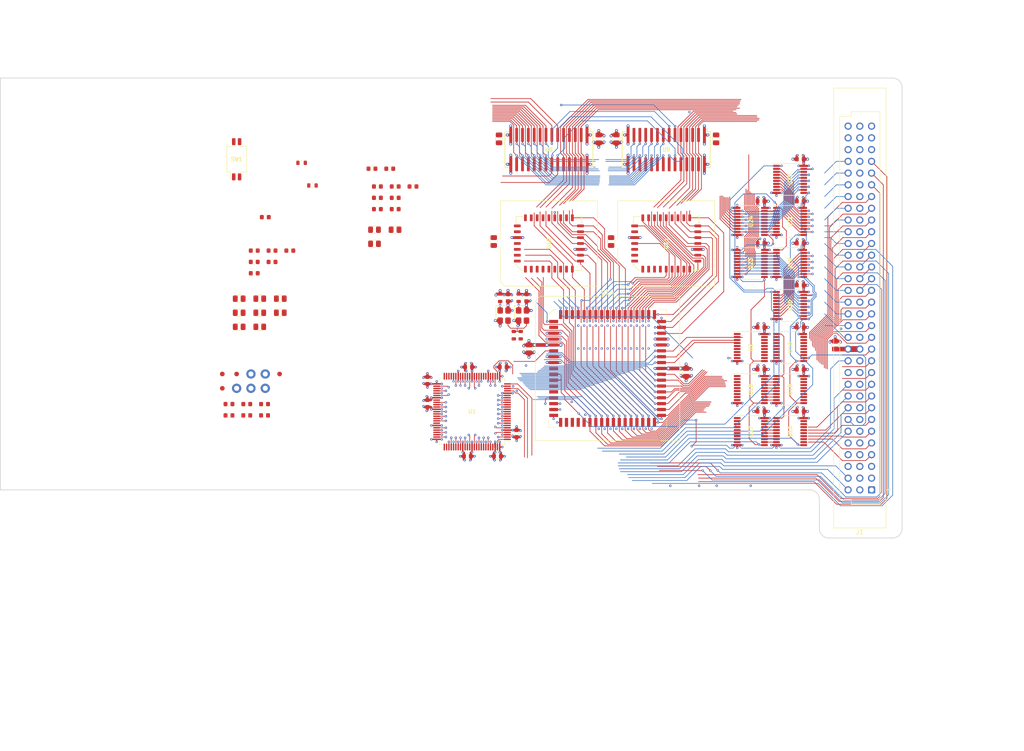
<source format=kicad_pcb>
(kicad_pcb (version 20171130) (host pcbnew "(5.1.10-1-10_14)")
  (layers (0 F.Cu signal) (1 In1.Cu signal hide) (2 In2.Cu signal hide) (31 B.Cu signal) (34 B.Paste user) (35 F.Paste user) (36 B.SilkS user) (37 F.SilkS user) (38 B.Mask user) (39 F.Mask user) (44 Edge.Cuts user))
  (net 0 "")
  (net 1 GND)
  (net 2 +5V)
  (net 3 +3V3)
  (net 4 -5V)
  (net 5 +12V)
  (net 6 -12V)
  (net 7 "Net-(R1-Pad1)")
  (net 8 /MC68k/CLK)
  (net 9 /Control/FCLK)
  (net 10 "Net-(R6-Pad1)")
  (net 11 "Net-(R6-Pad2)")
  (net 12 "Net-(R10-Pad2)")
  (net 13 "Net-(R11-Pad2)")
  (net 14 "Net-(R12-Pad2)")
  (net 15 /MC68k/~HALT~)
  (net 16 /Buf/Aout~OE~)
  (net 17 /Buf/ADoutLE1)
  (net 18 /Buf/ADoutLE0)
  (net 19 /Buf/Dout~OE~)
  (net 20 /Buf/Din~OE~)
  (net 21 /Buf/DinLE)
  (net 22 /Control/C16M)
  (net 23 "Net-(U1-Pad24)")
  (net 24 "Net-(U1-Pad25)")
  (net 25 /Control/C8M)
  (net 26 "Net-(U1-Pad28)")
  (net 27 "Net-(U1-Pad29)")
  (net 28 "Net-(U1-Pad30)")
  (net 29 "Net-(U1-Pad32)")
  (net 30 "Net-(U1-Pad33)")
  (net 31 "Net-(U1-Pad34)")
  (net 32 "Net-(U1-Pad45)")
  (net 33 "Net-(U1-Pad47)")
  (net 34 "Net-(U1-Pad48)")
  (net 35 /Control/RA4)
  (net 36 /Control/RA5)
  (net 37 /Control/RA6)
  (net 38 /Control/RA7)
  (net 39 /Control/RA8)
  (net 40 /Control/RA9)
  (net 41 /Control/RA10)
  (net 42 /Control/RA11)
  (net 43 /Control/~RAS~)
  (net 44 /Control/~CAS~)
  (net 45 /Control/ROM~CS~)
  (net 46 /Control/~OE~)
  (net 47 /Control/L~WE~)
  (net 48 /Control/U~WE~)
  (net 49 /Control/Acc~UDS~)
  (net 50 /Control/Acc~LDS~)
  (net 51 /Control/Acc~AS~)
  (net 52 /Control/Acc~DTACK)
  (net 53 /Control/Acc~BERR~)
  (net 54 /Control/Acc~VPA~)
  (net 55 /Control/AccR~W~)
  (net 56 "Net-(U1-Pad79)")
  (net 57 "Net-(U1-Pad80)")
  (net 58 /Control/RA0)
  (net 59 /Control/RA1)
  (net 60 "Net-(U1-Pad83)")
  (net 61 /Control/RA2)
  (net 62 /Control/RA3)
  (net 63 /Control/Mac~AS~)
  (net 64 /Control/Mac~VMA~)
  (net 65 /Control/Mac~LDS~)
  (net 66 /Control/Mac~UDS~)
  (net 67 /Control/Mac~DTACK~)
  (net 68 /Control/Mac~VPA~)
  (net 69 /Control/Mac~BERR~)
  (net 70 /PDS/E)
  (net 71 "Net-(U1-Pad96)")
  (net 72 "Net-(U1-Pad97)")
  (net 73 /Buf/AccD13)
  (net 74 /Buf/AccD15)
  (net 75 /Buf/AccD12)
  (net 76 /Buf/AccD14)
  (net 77 /MC68k/~IPL~2)
  (net 78 /Buf/AccD10)
  (net 79 /Buf/AccD8)
  (net 80 /Buf/AccD6)
  (net 81 /Buf/AccD0)
  (net 82 /Buf/AccD2)
  (net 83 /Buf/AccD4)
  (net 84 /Buf/AccD11)
  (net 85 /Buf/AccD9)
  (net 86 /Buf/AccD7)
  (net 87 /Buf/AccD5)
  (net 88 /Buf/AccD1)
  (net 89 /Buf/AccD3)
  (net 90 VDD)
  (net 91 /PDS/A1)
  (net 92 /PDS/A2)
  (net 93 /PDS/A3)
  (net 94 /PDS/A4)
  (net 95 /PDS/A5)
  (net 96 /PDS/A6)
  (net 97 /PDS/A7)
  (net 98 /PDS/A8)
  (net 99 "Net-(U13-Pad9)")
  (net 100 "Net-(U13-Pad8)")
  (net 101 "Net-(U13-Pad7)")
  (net 102 "Net-(U13-Pad6)")
  (net 103 "Net-(U13-Pad5)")
  (net 104 "Net-(U13-Pad4)")
  (net 105 "Net-(U13-Pad3)")
  (net 106 "Net-(U13-Pad2)")
  (net 107 "Net-(U14-Pad31)")
  (net 108 "Net-(U14-Pad30)")
  (net 109 "Net-(U14-Pad29)")
  (net 110 "Net-(U14-Pad28)")
  (net 111 "Net-(U14-Pad22)")
  (net 112 "Net-(U14-Pad21)")
  (net 113 "Net-(U14-Pad18)")
  (net 114 "Net-(U14-Pad11)")
  (net 115 /PDS/A9)
  (net 116 /PDS/A10)
  (net 117 /PDS/A11)
  (net 118 /PDS/A12)
  (net 119 /PDS/A13)
  (net 120 /PDS/A14)
  (net 121 /PDS/A15)
  (net 122 /PDS/A16)
  (net 123 "Net-(U15-Pad9)")
  (net 124 "Net-(U15-Pad8)")
  (net 125 "Net-(U15-Pad7)")
  (net 126 "Net-(U15-Pad6)")
  (net 127 "Net-(U15-Pad5)")
  (net 128 "Net-(U15-Pad4)")
  (net 129 "Net-(U15-Pad3)")
  (net 130 "Net-(U15-Pad2)")
  (net 131 /PDS/A17)
  (net 132 /PDS/A18)
  (net 133 /PDS/A19)
  (net 134 /PDS/A20)
  (net 135 /PDS/A21)
  (net 136 /PDS/A22)
  (net 137 /PDS/A23)
  (net 138 /Buf/Mac~R~W)
  (net 139 /PDS/D0)
  (net 140 /PDS/D1)
  (net 141 /PDS/D2)
  (net 142 /PDS/D3)
  (net 143 /PDS/D4)
  (net 144 /PDS/D5)
  (net 145 /PDS/D6)
  (net 146 /PDS/D7)
  (net 147 "Net-(U19-Pad9)")
  (net 148 "Net-(U19-Pad8)")
  (net 149 "Net-(U19-Pad7)")
  (net 150 "Net-(U19-Pad6)")
  (net 151 "Net-(U19-Pad5)")
  (net 152 "Net-(U19-Pad4)")
  (net 153 "Net-(U19-Pad3)")
  (net 154 "Net-(U19-Pad2)")
  (net 155 /PDS/D8)
  (net 156 /PDS/D9)
  (net 157 /PDS/D10)
  (net 158 /PDS/D11)
  (net 159 /PDS/D12)
  (net 160 /PDS/D13)
  (net 161 /PDS/D14)
  (net 162 /PDS/D15)
  (net 163 "Net-(U21-Pad9)")
  (net 164 "Net-(U21-Pad8)")
  (net 165 "Net-(U21-Pad7)")
  (net 166 "Net-(U21-Pad6)")
  (net 167 "Net-(U21-Pad5)")
  (net 168 "Net-(U21-Pad4)")
  (net 169 "Net-(U21-Pad3)")
  (net 170 "Net-(U21-Pad2)")
  (net 171 "Net-(J1-PadA1)")
  (net 172 "Net-(J1-PadA2)")
  (net 173 "Net-(J1-PadA3)")
  (net 174 "Net-(J1-PadA31)")
  (net 175 "Net-(J1-PadA32)")
  (net 176 "Net-(J1-PadB10)")
  (net 177 "Net-(J1-PadB11)")
  (net 178 "Net-(J1-PadB12)")
  (net 179 "Net-(J1-PadB22)")
  (net 180 "Net-(J1-PadB23)")
  (net 181 "Net-(J1-PadB24)")
  (net 182 "Net-(J1-PadB25)")
  (net 183 "Net-(J1-PadB26)")
  (net 184 "Net-(J1-PadB27)")
  (net 185 "Net-(J1-PadB28)")
  (net 186 "Net-(J1-PadB30)")
  (net 187 "Net-(J1-PadB31)")
  (net 188 "Net-(J1-PadB32)")
  (net 189 "Net-(J1-PadC5)")
  (net 190 "Net-(J1-PadC11)")
  (net 191 "Net-(J1-PadC31)")
  (net 192 "Net-(J1-PadC32)")
  (net 193 /MC68k/~IPL~0)
  (net 194 /MC68k/~IPL~1)
  (net 195 /Control/A23)
  (net 196 /Control/A22)
  (net 197 /Control/A21)
  (net 198 /Control/A20)
  (net 199 /Control/A19)
  (net 200 /Control/A18)
  (net 201 /Control/A17)
  (net 202 /Control/A16)
  (net 203 /Control/A15)
  (net 204 /Control/A14)
  (net 205 /Control/A13)
  (net 206 /Control/A12)
  (net 207 /Control/A11)
  (net 208 /Control/A10)
  (net 209 /Control/A9)
  (net 210 /Control/A8)
  (net 211 /Control/A7)
  (net 212 /Control/A6)
  (net 213 /Control/A5)
  (net 214 /Control/A4)
  (net 215 /Control/A3)
  (net 216 /Control/A2)
  (net 217 /Control/A1)
  (net 218 /Control/~RESET~r)
  (net 219 /Control/~WAIT~)
  (net 220 "Net-(U16-Pad9)")
  (net 221 "Net-(U16-Pad8)")
  (net 222 "Net-(U16-Pad7)")
  (net 223 "Net-(U16-Pad6)")
  (net 224 "Net-(U16-Pad5)")
  (net 225 "Net-(U16-Pad4)")
  (net 226 "Net-(U16-Pad3)")
  (net 227 "Net-(U16-Pad2)")
  (module Package_LCC:PLCC-68_SMD-Socket (layer F.Cu) (at 148.59 103.251)
    (fp_text reference U14 (at 0 -16.475) (layer F.SilkS))
    (fp_text value MC68HC000FN20)
    (pad 1 smd rect (at 0 -11.6725) (size 0.7 1.925) (layers F.Cu F.Paste F.Mask) (net 83 /Buf/AccD4))
    (pad 2 smd rect (at -1.27 -11.6725) (size 0.7 1.925) (layers F.Cu F.Paste F.Mask) (net 89 /Buf/AccD3))
    (pad 3 smd rect (at -2.54 -11.6725) (size 0.7 1.925) (layers F.Cu F.Paste F.Mask) (net 82 /Buf/AccD2))
    (pad 4 smd rect (at -3.81 -11.6725) (size 0.7 1.925) (layers F.Cu F.Paste F.Mask) (net 88 /Buf/AccD1))
    (pad 5 smd rect (at -5.08 -11.6725) (size 0.7 1.925) (layers F.Cu F.Paste F.Mask) (net 81 /Buf/AccD0))
    (pad 6 smd rect (at -6.35 -11.6725) (size 0.7 1.925) (layers F.Cu F.Paste F.Mask) (net 51 /Control/Acc~AS~))
    (pad 7 smd rect (at -7.62 -11.6725) (size 0.7 1.925) (layers F.Cu F.Paste F.Mask) (net 49 /Control/Acc~UDS~))
    (pad 8 smd rect (at -8.89 -11.6725) (size 0.7 1.925) (layers F.Cu F.Paste F.Mask) (net 50 /Control/Acc~LDS~))
    (pad 9 smd rect (at -10.16 -11.6725) (size 0.7 1.925) (layers F.Cu F.Paste F.Mask) (net 55 /Control/AccR~W~))
    (pad 68 smd rect (at 1.27 -11.6725) (size 0.7 1.925) (layers F.Cu F.Paste F.Mask) (net 87 /Buf/AccD5))
    (pad 67 smd rect (at 2.54 -11.6725) (size 0.7 1.925) (layers F.Cu F.Paste F.Mask) (net 80 /Buf/AccD6))
    (pad 66 smd rect (at 3.81 -11.6725) (size 0.7 1.925) (layers F.Cu F.Paste F.Mask) (net 86 /Buf/AccD7))
    (pad 65 smd rect (at 5.08 -11.6725) (size 0.7 1.925) (layers F.Cu F.Paste F.Mask) (net 79 /Buf/AccD8))
    (pad 64 smd rect (at 6.35 -11.6725) (size 0.7 1.925) (layers F.Cu F.Paste F.Mask) (net 85 /Buf/AccD9))
    (pad 63 smd rect (at 7.62 -11.6725) (size 0.7 1.925) (layers F.Cu F.Paste F.Mask) (net 78 /Buf/AccD10))
    (pad 62 smd rect (at 8.89 -11.6725) (size 0.7 1.925) (layers F.Cu F.Paste F.Mask) (net 84 /Buf/AccD11))
    (pad 61 smd rect (at 10.16 -11.6725) (size 0.7 1.925) (layers F.Cu F.Paste F.Mask) (net 75 /Buf/AccD12))
    (pad 10 smd rect (at -11.6725 -10.16) (size 1.925 0.7) (layers F.Cu F.Paste F.Mask) (net 52 /Control/Acc~DTACK))
    (pad 11 smd rect (at -11.6725 -8.89) (size 1.925 0.7) (layers F.Cu F.Paste F.Mask) (net 114 "Net-(U14-Pad11)"))
    (pad 12 smd rect (at -11.6725 -7.62) (size 1.925 0.7) (layers F.Cu F.Paste F.Mask) (net 2 +5V))
    (pad 13 smd rect (at -11.6725 -6.35) (size 1.925 0.7) (layers F.Cu F.Paste F.Mask) (net 2 +5V))
    (pad 14 smd rect (at -11.6725 -5.08) (size 1.925 0.7) (layers F.Cu F.Paste F.Mask) (net 2 +5V))
    (pad 15 smd rect (at -11.6725 -3.81) (size 1.925 0.7) (layers F.Cu F.Paste F.Mask) (net 8 /MC68k/CLK))
    (pad 16 smd rect (at -11.6725 -2.54) (size 1.925 0.7) (layers F.Cu F.Paste F.Mask) (net 1 GND))
    (pad 17 smd rect (at -11.6725 -1.27) (size 1.925 0.7) (layers F.Cu F.Paste F.Mask) (net 1 GND))
    (pad 18 smd rect (at -11.6725 0) (size 1.925 0.7) (layers F.Cu F.Paste F.Mask) (net 113 "Net-(U14-Pad18)"))
    (pad 19 smd rect (at -11.6725 1.27) (size 1.925 0.7) (layers F.Cu F.Paste F.Mask) (net 15 /MC68k/~HALT~))
    (pad 20 smd rect (at -11.6725 2.54) (size 1.925 0.7) (layers F.Cu F.Paste F.Mask) (net 15 /MC68k/~HALT~))
    (pad 21 smd rect (at -11.6725 3.81) (size 1.925 0.7) (layers F.Cu F.Paste F.Mask) (net 112 "Net-(U14-Pad21)"))
    (pad 22 smd rect (at -11.6725 5.08) (size 1.925 0.7) (layers F.Cu F.Paste F.Mask) (net 111 "Net-(U14-Pad22)"))
    (pad 23 smd rect (at -11.6725 6.35) (size 1.925 0.7) (layers F.Cu F.Paste F.Mask) (net 54 /Control/Acc~VPA~))
    (pad 24 smd rect (at -11.6725 7.62) (size 1.925 0.7) (layers F.Cu F.Paste F.Mask) (net 53 /Control/Acc~BERR~))
    (pad 25 smd rect (at -11.6725 8.89) (size 1.925 0.7) (layers F.Cu F.Paste F.Mask) (net 77 /MC68k/~IPL~2))
    (pad 26 smd rect (at -11.6725 10.16) (size 1.925 0.7) (layers F.Cu F.Paste F.Mask) (net 194 /MC68k/~IPL~1))
    (pad 27 smd rect (at -10.16 11.6725) (size 0.7 1.925) (layers F.Cu F.Paste F.Mask) (net 193 /MC68k/~IPL~0))
    (pad 28 smd rect (at -8.89 11.6725) (size 0.7 1.925) (layers F.Cu F.Paste F.Mask) (net 110 "Net-(U14-Pad28)"))
    (pad 29 smd rect (at -7.62 11.6725) (size 0.7 1.925) (layers F.Cu F.Paste F.Mask) (net 109 "Net-(U14-Pad29)"))
    (pad 30 smd rect (at -6.35 11.6725) (size 0.7 1.925) (layers F.Cu F.Paste F.Mask) (net 108 "Net-(U14-Pad30)"))
    (pad 31 smd rect (at -5.08 11.6725) (size 0.7 1.925) (layers F.Cu F.Paste F.Mask) (net 107 "Net-(U14-Pad31)"))
    (pad 32 smd rect (at -3.81 11.6725) (size 0.7 1.925) (layers F.Cu F.Paste F.Mask) (net 217 /Control/A1))
    (pad 33 smd rect (at -2.54 11.6725) (size 0.7 1.925) (layers F.Cu F.Paste F.Mask) (net 216 /Control/A2))
    (pad 34 smd rect (at -1.27 11.6725) (size 0.7 1.925) (layers F.Cu F.Paste F.Mask) (net 215 /Control/A3))
    (pad 35 smd rect (at 0 11.6725) (size 0.7 1.925) (layers F.Cu F.Paste F.Mask) (net 214 /Control/A4))
    (pad 36 smd rect (at 1.27 11.6725) (size 0.7 1.925) (layers F.Cu F.Paste F.Mask) (net 213 /Control/A5))
    (pad 37 smd rect (at 2.54 11.6725) (size 0.7 1.925) (layers F.Cu F.Paste F.Mask) (net 212 /Control/A6))
    (pad 38 smd rect (at 3.81 11.6725) (size 0.7 1.925) (layers F.Cu F.Paste F.Mask) (net 211 /Control/A7))
    (pad 39 smd rect (at 5.08 11.6725) (size 0.7 1.925) (layers F.Cu F.Paste F.Mask) (net 210 /Control/A8))
    (pad 40 smd rect (at 6.35 11.6725) (size 0.7 1.925) (layers F.Cu F.Paste F.Mask) (net 209 /Control/A9))
    (pad 41 smd rect (at 7.62 11.6725) (size 0.7 1.925) (layers F.Cu F.Paste F.Mask) (net 208 /Control/A10))
    (pad 42 smd rect (at 8.89 11.6725) (size 0.7 1.925) (layers F.Cu F.Paste F.Mask) (net 207 /Control/A11))
    (pad 43 smd rect (at 10.16 11.6725) (size 0.7 1.925) (layers F.Cu F.Paste F.Mask) (net 206 /Control/A12))
    (pad 44 smd rect (at 11.6725 10.16) (size 1.925 0.7) (layers F.Cu F.Paste F.Mask) (net 205 /Control/A13))
    (pad 45 smd rect (at 11.6725 8.89) (size 1.925 0.7) (layers F.Cu F.Paste F.Mask) (net 204 /Control/A14))
    (pad 46 smd rect (at 11.6725 7.62) (size 1.925 0.7) (layers F.Cu F.Paste F.Mask) (net 203 /Control/A15))
    (pad 47 smd rect (at 11.6725 6.35) (size 1.925 0.7) (layers F.Cu F.Paste F.Mask) (net 202 /Control/A16))
    (pad 48 smd rect (at 11.6725 5.08) (size 1.925 0.7) (layers F.Cu F.Paste F.Mask) (net 201 /Control/A17))
    (pad 49 smd rect (at 11.6725 3.81) (size 1.925 0.7) (layers F.Cu F.Paste F.Mask) (net 200 /Control/A18))
    (pad 50 smd rect (at 11.6725 2.54) (size 1.925 0.7) (layers F.Cu F.Paste F.Mask) (net 199 /Control/A19))
    (pad 51 smd rect (at 11.6725 1.27) (size 1.925 0.7) (layers F.Cu F.Paste F.Mask) (net 198 /Control/A20))
    (pad 52 smd rect (at 11.6725 0) (size 1.925 0.7) (layers F.Cu F.Paste F.Mask) (net 2 +5V))
    (pad 53 smd rect (at 11.6725 -1.27) (size 1.925 0.7) (layers F.Cu F.Paste F.Mask) (net 197 /Control/A21))
    (pad 54 smd rect (at 11.6725 -2.54) (size 1.925 0.7) (layers F.Cu F.Paste F.Mask) (net 196 /Control/A22))
    (pad 55 smd rect (at 11.6725 -3.81) (size 1.925 0.7) (layers F.Cu F.Paste F.Mask) (net 195 /Control/A23))
    (pad 56 smd rect (at 11.6725 -5.08) (size 1.925 0.7) (layers F.Cu F.Paste F.Mask) (net 1 GND))
    (pad 57 smd rect (at 11.6725 -6.35) (size 1.925 0.7) (layers F.Cu F.Paste F.Mask) (net 1 GND))
    (pad 58 smd rect (at 11.6725 -7.62) (size 1.925 0.7) (layers F.Cu F.Paste F.Mask) (net 74 /Buf/AccD15))
    (pad 59 smd rect (at 11.6725 -8.89) (size 1.925 0.7) (layers F.Cu F.Paste F.Mask) (net 76 /Buf/AccD14))
    (pad 60 smd rect (at 11.6725 -10.16) (size 1.925 0.7) (layers F.Cu F.Paste F.Mask) (net 73 /Buf/AccD13))
  )
  (module stdpads:SOJ-28_300mil (layer F.Cu) (at 161.29 55.88 270)
    (fp_text reference U9)
    (fp_text value KM48C2100)
    (fp_text user %R (at 0 0) (layer F.SilkS) (effects (font (size 0.8128 0.8128) (thickness 0.2032))))
    (pad 20 smd roundrect (at 3.175 1.905 270) (size 3.048 0.6) (layers F.Cu F.Paste F.Mask) (net 39 /Control/RA8))
    (pad 7 smd roundrect (at -3.175 -0.635 270) (size 3.048 0.6) (layers F.Cu F.Paste F.Mask) (net 43 /Control/~RAS~))
    (pad 26 smd roundrect (at 3.175 -5.715 270) (size 3.048 0.6) (layers F.Cu F.Paste F.Mask) (net 76 /Buf/AccD14))
    (pad 25 smd roundrect (at 3.175 -4.445 270) (size 3.048 0.6) (layers F.Cu F.Paste F.Mask) (net 73 /Buf/AccD13))
    (pad 24 smd roundrect (at 3.175 -3.175 270) (size 3.048 0.6) (layers F.Cu F.Paste F.Mask) (net 75 /Buf/AccD12))
    (pad 23 smd roundrect (at 3.175 -1.905 270) (size 3.048 0.6) (layers F.Cu F.Paste F.Mask) (net 44 /Control/~CAS~))
    (pad 22 smd roundrect (at 3.175 -0.635 270) (size 3.048 0.6) (layers F.Cu F.Paste F.Mask) (net 46 /Control/~OE~))
    (pad 18 smd roundrect (at 3.175 4.445 270) (size 3.048 0.6) (layers F.Cu F.Paste F.Mask) (net 37 /Control/RA6))
    (pad 17 smd roundrect (at 3.175 5.715 270) (size 3.048 0.6) (layers F.Cu F.Paste F.Mask) (net 36 /Control/RA5))
    (pad 16 smd roundrect (at 3.175 6.985 270) (size 3.048 0.6) (layers F.Cu F.Paste F.Mask) (net 35 /Control/RA4))
    (pad 15 smd roundrect (at 3.175 8.255 270) (size 3.048 0.6) (layers F.Cu F.Paste F.Mask) (net 1 GND))
    (pad 13 smd roundrect (at -3.175 6.985 270) (size 3.048 0.6) (layers F.Cu F.Paste F.Mask) (net 62 /Control/RA3))
    (pad 12 smd roundrect (at -3.175 5.715 270) (size 3.048 0.6) (layers F.Cu F.Paste F.Mask) (net 61 /Control/RA2))
    (pad 11 smd roundrect (at -3.175 4.445 270) (size 3.048 0.6) (layers F.Cu F.Paste F.Mask) (net 59 /Control/RA1))
    (pad 10 smd roundrect (at -3.175 3.175 270) (size 3.048 0.6) (layers F.Cu F.Paste F.Mask) (net 58 /Control/RA0))
    (pad 9 smd roundrect (at -3.175 1.905 270) (size 3.048 0.6) (layers F.Cu F.Paste F.Mask) (net 41 /Control/RA10))
    (pad 5 smd roundrect (at -3.175 -3.175 270) (size 3.048 0.6) (layers F.Cu F.Paste F.Mask) (net 84 /Buf/AccD11))
    (pad 4 smd roundrect (at -3.175 -4.445 270) (size 3.048 0.6) (layers F.Cu F.Paste F.Mask) (net 78 /Buf/AccD10))
    (pad 3 smd roundrect (at -3.175 -5.715 270) (size 3.048 0.6) (layers F.Cu F.Paste F.Mask) (net 85 /Buf/AccD9))
    (pad 2 smd roundrect (at -3.175 -6.985 270) (size 3.048 0.6) (layers F.Cu F.Paste F.Mask) (net 79 /Buf/AccD8))
    (pad 1 smd roundrect (at -3.175 -8.255 270) (size 3.048 0.6) (layers F.Cu F.Paste F.Mask) (net 90 VDD))
    (pad 21 smd roundrect (at 3.175 0.635 270) (size 3.048 0.6) (layers F.Cu F.Paste F.Mask) (net 40 /Control/RA9))
    (pad 6 smd roundrect (at -3.175 -1.905 270) (size 3.048 0.6) (layers F.Cu F.Paste F.Mask) (net 48 /Control/U~WE~))
    (pad 19 smd roundrect (at 3.175 3.175 270) (size 3.048 0.6) (layers F.Cu F.Paste F.Mask) (net 38 /Control/RA7))
    (pad 8 smd roundrect (at -3.175 0.635 270) (size 3.048 0.6) (layers F.Cu F.Paste F.Mask) (net 42 /Control/RA11))
    (pad 14 smd roundrect (at -3.175 8.255 270) (size 3.048 0.6) (layers F.Cu F.Paste F.Mask) (net 90 VDD))
    (pad 27 smd roundrect (at 3.175 -6.985 270) (size 3.048 0.6) (layers F.Cu F.Paste F.Mask) (net 74 /Buf/AccD15))
    (pad 28 smd roundrect (at 3.175 -8.255 270) (size 3.048 0.6) (layers F.Cu F.Paste F.Mask) (net 1 GND))
  )
  (module stdpads:DIN41612_R_3x32_Male_Vertical_THT (layer F.Cu) (at 205.74 129.54 180)
    (fp_text reference J1 (at 2.54 -9.13) (layer F.SilkS))
    (fp_text value MacSEPDS)
    (pad A1 thru_hole roundrect (at 0 0 180) (size 1.55 1.55) (drill 1) (layers *.Cu *.Mask) (roundrect_rratio 0.16129) (net 171 "Net-(J1-PadA1)"))
    (pad A2 thru_hole circle (at 0 2.54 180) (size 1.55 1.55) (drill 1) (layers *.Cu *.Mask) (net 172 "Net-(J1-PadA2)"))
    (pad A3 thru_hole circle (at 0 5.08 180) (size 1.55 1.55) (drill 1) (layers *.Cu *.Mask) (net 173 "Net-(J1-PadA3)"))
    (pad A4 thru_hole circle (at 0 7.62 180) (size 1.55 1.55) (drill 1) (layers *.Cu *.Mask) (net 91 /PDS/A1))
    (pad A5 thru_hole circle (at 0 10.16 180) (size 1.55 1.55) (drill 1) (layers *.Cu *.Mask) (net 92 /PDS/A2))
    (pad A6 thru_hole circle (at 0 12.7 180) (size 1.55 1.55) (drill 1) (layers *.Cu *.Mask) (net 93 /PDS/A3))
    (pad A7 thru_hole circle (at 0 15.24 180) (size 1.55 1.55) (drill 1) (layers *.Cu *.Mask) (net 94 /PDS/A4))
    (pad A8 thru_hole circle (at 0 17.78 180) (size 1.55 1.55) (drill 1) (layers *.Cu *.Mask) (net 95 /PDS/A5))
    (pad A9 thru_hole circle (at 0 20.32 180) (size 1.55 1.55) (drill 1) (layers *.Cu *.Mask) (net 96 /PDS/A6))
    (pad A10 thru_hole circle (at 0 22.86 180) (size 1.55 1.55) (drill 1) (layers *.Cu *.Mask) (net 97 /PDS/A7))
    (pad A11 thru_hole circle (at 0 25.4 180) (size 1.55 1.55) (drill 1) (layers *.Cu *.Mask) (net 98 /PDS/A8))
    (pad A12 thru_hole circle (at 0 27.94 180) (size 1.55 1.55) (drill 1) (layers *.Cu *.Mask) (net 115 /PDS/A9))
    (pad A13 thru_hole circle (at 0 30.48 180) (size 1.55 1.55) (drill 1) (layers *.Cu *.Mask) (net 116 /PDS/A10))
    (pad A14 thru_hole circle (at 0 33.02 180) (size 1.55 1.55) (drill 1) (layers *.Cu *.Mask) (net 117 /PDS/A11))
    (pad A15 thru_hole circle (at 0 35.56 180) (size 1.55 1.55) (drill 1) (layers *.Cu *.Mask) (net 118 /PDS/A12))
    (pad A16 thru_hole circle (at 0 38.1 180) (size 1.55 1.55) (drill 1) (layers *.Cu *.Mask) (net 119 /PDS/A13))
    (pad A17 thru_hole circle (at 0 40.64 180) (size 1.55 1.55) (drill 1) (layers *.Cu *.Mask) (net 120 /PDS/A14))
    (pad A18 thru_hole circle (at 0 43.18 180) (size 1.55 1.55) (drill 1) (layers *.Cu *.Mask) (net 121 /PDS/A15))
    (pad A19 thru_hole circle (at 0 45.72 180) (size 1.55 1.55) (drill 1) (layers *.Cu *.Mask) (net 122 /PDS/A16))
    (pad A20 thru_hole circle (at 0 48.26 180) (size 1.55 1.55) (drill 1) (layers *.Cu *.Mask) (net 131 /PDS/A17))
    (pad A21 thru_hole circle (at 0 50.8 180) (size 1.55 1.55) (drill 1) (layers *.Cu *.Mask) (net 132 /PDS/A18))
    (pad A22 thru_hole circle (at 0 53.34 180) (size 1.55 1.55) (drill 1) (layers *.Cu *.Mask) (net 133 /PDS/A19))
    (pad A23 thru_hole circle (at 0 55.88 180) (size 1.55 1.55) (drill 1) (layers *.Cu *.Mask) (net 134 /PDS/A20))
    (pad A24 thru_hole circle (at 0 58.42 180) (size 1.55 1.55) (drill 1) (layers *.Cu *.Mask) (net 135 /PDS/A21))
    (pad A25 thru_hole circle (at 0 60.96 180) (size 1.55 1.55) (drill 1) (layers *.Cu *.Mask) (net 136 /PDS/A22))
    (pad A26 thru_hole circle (at 0 63.5 180) (size 1.55 1.55) (drill 1) (layers *.Cu *.Mask) (net 137 /PDS/A23))
    (pad A27 thru_hole circle (at 0 66.04 180) (size 1.55 1.55) (drill 1) (layers *.Cu *.Mask) (net 70 /PDS/E))
    (pad A28 thru_hole circle (at 0 68.58 180) (size 1.55 1.55) (drill 1) (layers *.Cu *.Mask) (net 25 /Control/C8M))
    (pad A29 thru_hole circle (at 0 71.12 180) (size 1.55 1.55) (drill 1) (layers *.Cu *.Mask) (net 22 /Control/C16M))
    (pad A30 thru_hole circle (at 0 73.66 180) (size 1.55 1.55) (drill 1) (layers *.Cu *.Mask) (net 1 GND))
    (pad A31 thru_hole circle (at 0 76.2 180) (size 1.55 1.55) (drill 1) (layers *.Cu *.Mask) (net 174 "Net-(J1-PadA31)"))
    (pad A32 thru_hole circle (at 0 78.74 180) (size 1.55 1.55) (drill 1) (layers *.Cu *.Mask) (net 175 "Net-(J1-PadA32)"))
    (pad B1 thru_hole circle (at 2.54 0 180) (size 1.55 1.55) (drill 1) (layers *.Cu *.Mask) (net 1 GND))
    (pad B2 thru_hole circle (at 2.54 2.54 180) (size 1.55 1.55) (drill 1) (layers *.Cu *.Mask) (net 1 GND))
    (pad B3 thru_hole circle (at 2.54 5.08 180) (size 1.55 1.55) (drill 1) (layers *.Cu *.Mask) (net 1 GND))
    (pad B4 thru_hole circle (at 2.54 7.62 180) (size 1.55 1.55) (drill 1) (layers *.Cu *.Mask) (net 1 GND))
    (pad B5 thru_hole circle (at 2.54 10.16 180) (size 1.55 1.55) (drill 1) (layers *.Cu *.Mask) (net 1 GND))
    (pad B6 thru_hole circle (at 2.54 12.7 180) (size 1.55 1.55) (drill 1) (layers *.Cu *.Mask) (net 1 GND))
    (pad B7 thru_hole circle (at 2.54 15.24 180) (size 1.55 1.55) (drill 1) (layers *.Cu *.Mask) (net 1 GND))
    (pad B8 thru_hole circle (at 2.54 17.78 180) (size 1.55 1.55) (drill 1) (layers *.Cu *.Mask) (net 1 GND))
    (pad B9 thru_hole circle (at 2.54 20.32 180) (size 1.55 1.55) (drill 1) (layers *.Cu *.Mask) (net 1 GND))
    (pad B10 thru_hole circle (at 2.54 22.86 180) (size 1.55 1.55) (drill 1) (layers *.Cu *.Mask) (net 176 "Net-(J1-PadB10)"))
    (pad B11 thru_hole circle (at 2.54 25.4 180) (size 1.55 1.55) (drill 1) (layers *.Cu *.Mask) (net 177 "Net-(J1-PadB11)"))
    (pad B12 thru_hole circle (at 2.54 27.94 180) (size 1.55 1.55) (drill 1) (layers *.Cu *.Mask) (net 178 "Net-(J1-PadB12)"))
    (pad B13 thru_hole circle (at 2.54 30.48 180) (size 1.55 1.55) (drill 1) (layers *.Cu *.Mask) (net 2 +5V))
    (pad B14 thru_hole circle (at 2.54 33.02 180) (size 1.55 1.55) (drill 1) (layers *.Cu *.Mask) (net 2 +5V))
    (pad B15 thru_hole circle (at 2.54 35.56 180) (size 1.55 1.55) (drill 1) (layers *.Cu *.Mask) (net 2 +5V))
    (pad B16 thru_hole circle (at 2.54 38.1 180) (size 1.55 1.55) (drill 1) (layers *.Cu *.Mask) (net 2 +5V))
    (pad B17 thru_hole circle (at 2.54 40.64 180) (size 1.55 1.55) (drill 1) (layers *.Cu *.Mask) (net 2 +5V))
    (pad B18 thru_hole circle (at 2.54 43.18 180) (size 1.55 1.55) (drill 1) (layers *.Cu *.Mask) (net 193 /MC68k/~IPL~0))
    (pad B19 thru_hole circle (at 2.54 45.72 180) (size 1.55 1.55) (drill 1) (layers *.Cu *.Mask) (net 194 /MC68k/~IPL~1))
    (pad B20 thru_hole circle (at 2.54 48.26 180) (size 1.55 1.55) (drill 1) (layers *.Cu *.Mask) (net 77 /MC68k/~IPL~2))
    (pad B21 thru_hole circle (at 2.54 50.8 180) (size 1.55 1.55) (drill 1) (layers *.Cu *.Mask) (net 69 /Control/Mac~BERR~))
    (pad B22 thru_hole circle (at 2.54 53.34 180) (size 1.55 1.55) (drill 1) (layers *.Cu *.Mask) (net 179 "Net-(J1-PadB22)"))
    (pad B23 thru_hole circle (at 2.54 55.88 180) (size 1.55 1.55) (drill 1) (layers *.Cu *.Mask) (net 180 "Net-(J1-PadB23)"))
    (pad B24 thru_hole circle (at 2.54 58.42 180) (size 1.55 1.55) (drill 1) (layers *.Cu *.Mask) (net 181 "Net-(J1-PadB24)"))
    (pad B25 thru_hole circle (at 2.54 60.96 180) (size 1.55 1.55) (drill 1) (layers *.Cu *.Mask) (net 182 "Net-(J1-PadB25)"))
    (pad B26 thru_hole circle (at 2.54 63.5 180) (size 1.55 1.55) (drill 1) (layers *.Cu *.Mask) (net 183 "Net-(J1-PadB26)"))
    (pad B27 thru_hole circle (at 2.54 66.04 180) (size 1.55 1.55) (drill 1) (layers *.Cu *.Mask) (net 184 "Net-(J1-PadB27)"))
    (pad B28 thru_hole circle (at 2.54 68.58 180) (size 1.55 1.55) (drill 1) (layers *.Cu *.Mask) (net 185 "Net-(J1-PadB28)"))
    (pad B29 thru_hole circle (at 2.54 71.12 180) (size 1.55 1.55) (drill 1) (layers *.Cu *.Mask) (net 1 GND))
    (pad B30 thru_hole circle (at 2.54 73.66 180) (size 1.55 1.55) (drill 1) (layers *.Cu *.Mask) (net 186 "Net-(J1-PadB30)"))
    (pad B31 thru_hole circle (at 2.54 76.2 180) (size 1.55 1.55) (drill 1) (layers *.Cu *.Mask) (net 187 "Net-(J1-PadB31)"))
    (pad B32 thru_hole circle (at 2.54 78.74 180) (size 1.55 1.55) (drill 1) (layers *.Cu *.Mask) (net 188 "Net-(J1-PadB32)"))
    (pad C1 thru_hole circle (at 5.08 0 180) (size 1.55 1.55) (drill 1) (layers *.Cu *.Mask) (net 68 /Control/Mac~VPA~))
    (pad C2 thru_hole circle (at 5.08 2.54 180) (size 1.55 1.55) (drill 1) (layers *.Cu *.Mask) (net 64 /Control/Mac~VMA~))
    (pad C3 thru_hole circle (at 5.08 5.08 180) (size 1.55 1.55) (drill 1) (layers *.Cu *.Mask) (net 1 GND))
    (pad C4 thru_hole circle (at 5.08 7.62 180) (size 1.55 1.55) (drill 1) (layers *.Cu *.Mask) (net 2 +5V))
    (pad C5 thru_hole circle (at 5.08 10.16 180) (size 1.55 1.55) (drill 1) (layers *.Cu *.Mask) (net 189 "Net-(J1-PadC5)"))
    (pad C6 thru_hole circle (at 5.08 12.7 180) (size 1.55 1.55) (drill 1) (layers *.Cu *.Mask) (net 67 /Control/Mac~DTACK~))
    (pad C7 thru_hole circle (at 5.08 15.24 180) (size 1.55 1.55) (drill 1) (layers *.Cu *.Mask) (net 138 /Buf/Mac~R~W))
    (pad C8 thru_hole circle (at 5.08 17.78 180) (size 1.55 1.55) (drill 1) (layers *.Cu *.Mask) (net 65 /Control/Mac~LDS~))
    (pad C9 thru_hole circle (at 5.08 20.32 180) (size 1.55 1.55) (drill 1) (layers *.Cu *.Mask) (net 66 /Control/Mac~UDS~))
    (pad C10 thru_hole circle (at 5.08 22.86 180) (size 1.55 1.55) (drill 1) (layers *.Cu *.Mask) (net 63 /Control/Mac~AS~))
    (pad C11 thru_hole circle (at 5.08 25.4 180) (size 1.55 1.55) (drill 1) (layers *.Cu *.Mask) (net 190 "Net-(J1-PadC11)"))
    (pad C12 thru_hole circle (at 5.08 27.94 180) (size 1.55 1.55) (drill 1) (layers *.Cu *.Mask) (net 15 /MC68k/~HALT~))
    (pad C13 thru_hole circle (at 5.08 30.48 180) (size 1.55 1.55) (drill 1) (layers *.Cu *.Mask) (net 2 +5V))
    (pad C14 thru_hole circle (at 5.08 33.02 180) (size 1.55 1.55) (drill 1) (layers *.Cu *.Mask) (net 139 /PDS/D0))
    (pad C15 thru_hole circle (at 5.08 35.56 180) (size 1.55 1.55) (drill 1) (layers *.Cu *.Mask) (net 140 /PDS/D1))
    (pad C16 thru_hole circle (at 5.08 38.1 180) (size 1.55 1.55) (drill 1) (layers *.Cu *.Mask) (net 141 /PDS/D2))
    (pad C17 thru_hole circle (at 5.08 40.64 180) (size 1.55 1.55) (drill 1) (layers *.Cu *.Mask) (net 142 /PDS/D3))
    (pad C18 thru_hole circle (at 5.08 43.18 180) (size 1.55 1.55) (drill 1) (layers *.Cu *.Mask) (net 143 /PDS/D4))
    (pad C19 thru_hole circle (at 5.08 45.72 180) (size 1.55 1.55) (drill 1) (layers *.Cu *.Mask) (net 144 /PDS/D5))
    (pad C20 thru_hole circle (at 5.08 48.26 180) (size 1.55 1.55) (drill 1) (layers *.Cu *.Mask) (net 145 /PDS/D6))
    (pad C21 thru_hole circle (at 5.08 50.8 180) (size 1.55 1.55) (drill 1) (layers *.Cu *.Mask) (net 146 /PDS/D7))
    (pad C22 thru_hole circle (at 5.08 53.34 180) (size 1.55 1.55) (drill 1) (layers *.Cu *.Mask) (net 155 /PDS/D8))
    (pad C23 thru_hole circle (at 5.08 55.88 180) (size 1.55 1.55) (drill 1) (layers *.Cu *.Mask) (net 156 /PDS/D9))
    (pad C24 thru_hole circle (at 5.08 58.42 180) (size 1.55 1.55) (drill 1) (layers *.Cu *.Mask) (net 157 /PDS/D10))
    (pad C25 thru_hole circle (at 5.08 60.96 180) (size 1.55 1.55) (drill 1) (layers *.Cu *.Mask) (net 158 /PDS/D11))
    (pad C26 thru_hole circle (at 5.08 63.5 180) (size 1.55 1.55) (drill 1) (layers *.Cu *.Mask) (net 159 /PDS/D12))
    (pad C27 thru_hole circle (at 5.08 66.04 180) (size 1.55 1.55) (drill 1) (layers *.Cu *.Mask) (net 160 /PDS/D13))
    (pad C28 thru_hole circle (at 5.08 68.58 180) (size 1.55 1.55) (drill 1) (layers *.Cu *.Mask) (net 161 /PDS/D14))
    (pad C29 thru_hole circle (at 5.08 71.12 180) (size 1.55 1.55) (drill 1) (layers *.Cu *.Mask) (net 162 /PDS/D15))
    (pad C30 thru_hole circle (at 5.08 73.66 180) (size 1.55 1.55) (drill 1) (layers *.Cu *.Mask) (net 1 GND))
    (pad C31 thru_hole circle (at 5.08 76.2 180) (size 1.55 1.55) (drill 1) (layers *.Cu *.Mask) (net 191 "Net-(J1-PadC31)"))
    (pad C32 thru_hole circle (at 5.08 78.74 180) (size 1.55 1.55) (drill 1) (layers *.Cu *.Mask) (net 192 "Net-(J1-PadC32)"))
    (pad "" np_thru_hole circle (at 2.24 -5.63 180) (size 2.85 2.85) (drill 2.85) (layers *.Cu *.Mask))
    (pad "" np_thru_hole circle (at 2.24 84.37 180) (size 2.85 2.85) (drill 2.85) (layers *.Cu *.Mask))
  )
  (module stdpads:C_0603 (layer F.Cu) (at 126 102.95)
    (fp_text reference C41)
    (fp_text value 2u2)
    (pad 1 smd roundrect (at -0.75 0) (size 0.85 0.95) (layers F.Cu F.Paste F.Mask) (net 3 +3V3))
    (pad 2 smd roundrect (at 0.75 0) (size 0.85 0.95) (layers F.Cu F.Paste F.Mask) (net 1 GND))
  )
  (module stdpads:TSSOP-20_4.4x6.5mm_P0.65mm (layer F.Cu) (at 179.6 98.725 270)
    (fp_text reference U2)
    (fp_text value 74AHCT573)
    (fp_text user %R (at 0 0 90) (layer F.SilkS) (effects (font (size 0.8128 0.8128) (thickness 0.2032))))
    (pad 1 smd roundrect (at -2.925 2.95) (size 1.45 0.45) (layers F.Cu F.Paste F.Mask) (net 1 GND))
    (pad 2 smd roundrect (at -2.275 2.95) (size 1.45 0.45) (layers F.Cu F.Paste F.Mask) (net 195 /Control/A23))
    (pad 3 smd roundrect (at -1.625 2.95) (size 1.45 0.45) (layers F.Cu F.Paste F.Mask) (net 196 /Control/A22))
    (pad 4 smd roundrect (at -0.975 2.95) (size 1.45 0.45) (layers F.Cu F.Paste F.Mask) (net 197 /Control/A21))
    (pad 5 smd roundrect (at -0.325 2.95) (size 1.45 0.45) (layers F.Cu F.Paste F.Mask) (net 198 /Control/A20))
    (pad 6 smd roundrect (at 0.325 2.95) (size 1.45 0.45) (layers F.Cu F.Paste F.Mask) (net 199 /Control/A19))
    (pad 7 smd roundrect (at 0.975 2.95) (size 1.45 0.45) (layers F.Cu F.Paste F.Mask) (net 200 /Control/A18))
    (pad 8 smd roundrect (at 1.625 2.95) (size 1.45 0.45) (layers F.Cu F.Paste F.Mask) (net 201 /Control/A17))
    (pad 9 smd roundrect (at 2.275 2.95) (size 1.45 0.45) (layers F.Cu F.Paste F.Mask) (net 55 /Control/AccR~W~))
    (pad 10 smd roundrect (at 2.925 2.95) (size 1.45 0.45) (layers F.Cu F.Paste F.Mask) (net 1 GND))
    (pad 11 smd roundrect (at 2.925 -2.95) (size 1.45 0.45) (layers F.Cu F.Paste F.Mask) (net 17 /Buf/ADoutLE1))
    (pad 12 smd roundrect (at 2.275 -2.95) (size 1.45 0.45) (layers F.Cu F.Paste F.Mask) (net 220 "Net-(U16-Pad9)"))
    (pad 13 smd roundrect (at 1.625 -2.95) (size 1.45 0.45) (layers F.Cu F.Paste F.Mask) (net 221 "Net-(U16-Pad8)"))
    (pad 14 smd roundrect (at 0.975 -2.95) (size 1.45 0.45) (layers F.Cu F.Paste F.Mask) (net 222 "Net-(U16-Pad7)"))
    (pad 15 smd roundrect (at 0.325 -2.95) (size 1.45 0.45) (layers F.Cu F.Paste F.Mask) (net 223 "Net-(U16-Pad6)"))
    (pad 16 smd roundrect (at -0.325 -2.95) (size 1.45 0.45) (layers F.Cu F.Paste F.Mask) (net 224 "Net-(U16-Pad5)"))
    (pad 17 smd roundrect (at -0.975 -2.95) (size 1.45 0.45) (layers F.Cu F.Paste F.Mask) (net 225 "Net-(U16-Pad4)"))
    (pad 18 smd roundrect (at -1.625 -2.95) (size 1.45 0.45) (layers F.Cu F.Paste F.Mask) (net 226 "Net-(U16-Pad3)"))
    (pad 19 smd roundrect (at -2.275 -2.95) (size 1.45 0.45) (layers F.Cu F.Paste F.Mask) (net 227 "Net-(U16-Pad2)"))
    (pad 20 smd roundrect (at -2.925 -2.95) (size 1.45 0.45) (layers F.Cu F.Paste F.Mask) (net 2 +5V))
  )
  (module stdpads:C_0603 (layer F.Cu) (at 181.8 94.35 180)
    (fp_text reference C14)
    (fp_text value 2u2)
    (pad 2 smd roundrect (at 0.75 0 180) (size 0.85 0.95) (layers F.Cu F.Paste F.Mask) (net 1 GND))
    (pad 1 smd roundrect (at -0.75 0 180) (size 0.85 0.95) (layers F.Cu F.Paste F.Mask) (net 2 +5V))
  )
  (module stdpads:C_0603 (layer F.Cu) (at 190.3 57.95 180)
    (fp_text reference C14)
    (fp_text value 2u2)
    (pad 1 smd roundrect (at -0.75 0 180) (size 0.85 0.95) (layers F.Cu F.Paste F.Mask) (net 2 +5V))
    (pad 2 smd roundrect (at 0.75 0 180) (size 0.85 0.95) (layers F.Cu F.Paste F.Mask) (net 1 GND))
  )
  (module stdpads:C_0603 (layer F.Cu) (at 190.3 94.35 180)
    (fp_text reference C14)
    (fp_text value 2u2)
    (pad 1 smd roundrect (at -0.75 0 180) (size 0.85 0.95) (layers F.Cu F.Paste F.Mask) (net 2 +5V))
    (pad 2 smd roundrect (at 0.75 0 180) (size 0.85 0.95) (layers F.Cu F.Paste F.Mask) (net 1 GND))
  )
  (module stdpads:C_0603 (layer F.Cu) (at 190.3 85.25 180)
    (fp_text reference C14)
    (fp_text value 2u2)
    (pad 2 smd roundrect (at 0.75 0 180) (size 0.85 0.95) (layers F.Cu F.Paste F.Mask) (net 1 GND))
    (pad 1 smd roundrect (at -0.75 0 180) (size 0.85 0.95) (layers F.Cu F.Paste F.Mask) (net 2 +5V))
  )
  (module stdpads:C_0603 (layer F.Cu) (at 181.8 112.55 180)
    (fp_text reference C14)
    (fp_text value 2u2)
    (pad 2 smd roundrect (at 0.75 0 180) (size 0.85 0.95) (layers F.Cu F.Paste F.Mask) (net 1 GND))
    (pad 1 smd roundrect (at -0.75 0 180) (size 0.85 0.95) (layers F.Cu F.Paste F.Mask) (net 2 +5V))
  )
  (module stdpads:C_0603 (layer F.Cu) (at 190.3 112.55 180)
    (fp_text reference C14)
    (fp_text value 2u2)
    (pad 1 smd roundrect (at -0.75 0 180) (size 0.85 0.95) (layers F.Cu F.Paste F.Mask) (net 2 +5V))
    (pad 2 smd roundrect (at 0.75 0 180) (size 0.85 0.95) (layers F.Cu F.Paste F.Mask) (net 1 GND))
  )
  (module stdpads:C_0603 (layer F.Cu) (at 190.3 67.05 180)
    (fp_text reference C14)
    (fp_text value 2u2)
    (pad 2 smd roundrect (at 0.75 0 180) (size 0.85 0.95) (layers F.Cu F.Paste F.Mask) (net 1 GND))
    (pad 1 smd roundrect (at -0.75 0 180) (size 0.85 0.95) (layers F.Cu F.Paste F.Mask) (net 2 +5V))
  )
  (module stdpads:C_0603 (layer F.Cu) (at 181.8 67.05 180)
    (fp_text reference C14)
    (fp_text value 2u2)
    (pad 1 smd roundrect (at -0.75 0 180) (size 0.85 0.95) (layers F.Cu F.Paste F.Mask) (net 2 +5V))
    (pad 2 smd roundrect (at 0.75 0 180) (size 0.85 0.95) (layers F.Cu F.Paste F.Mask) (net 1 GND))
  )
  (module stdpads:C_0603 (layer F.Cu) (at 181.8 76.15 180)
    (fp_text reference C14)
    (fp_text value 2u2)
    (pad 2 smd roundrect (at 0.75 0 180) (size 0.85 0.95) (layers F.Cu F.Paste F.Mask) (net 1 GND))
    (pad 1 smd roundrect (at -0.75 0 180) (size 0.85 0.95) (layers F.Cu F.Paste F.Mask) (net 2 +5V))
  )
  (module stdpads:C_0603 (layer F.Cu) (at 190.3 76.15 180)
    (fp_text reference C14)
    (fp_text value 2u2)
    (pad 1 smd roundrect (at -0.75 0 180) (size 0.85 0.95) (layers F.Cu F.Paste F.Mask) (net 2 +5V))
    (pad 2 smd roundrect (at 0.75 0 180) (size 0.85 0.95) (layers F.Cu F.Paste F.Mask) (net 1 GND))
  )
  (module stdpads:C_0603 (layer F.Cu) (at 181.8 103.45 180)
    (fp_text reference C14)
    (fp_text value 2u2)
    (pad 1 smd roundrect (at -0.75 0 180) (size 0.85 0.95) (layers F.Cu F.Paste F.Mask) (net 2 +5V))
    (pad 2 smd roundrect (at 0.75 0 180) (size 0.85 0.95) (layers F.Cu F.Paste F.Mask) (net 1 GND))
  )
  (module stdpads:C_0603 (layer F.Cu) (at 190.3 103.45 180)
    (fp_text reference C14)
    (fp_text value 2u2)
    (pad 2 smd roundrect (at 0.75 0 180) (size 0.85 0.95) (layers F.Cu F.Paste F.Mask) (net 1 GND))
    (pad 1 smd roundrect (at -0.75 0 180) (size 0.85 0.95) (layers F.Cu F.Paste F.Mask) (net 2 +5V))
  )
  (module stdpads:C_0805 (layer F.Cu) (at 197.866 98.21 90)
    (fp_text reference C1)
    (fp_text value 10u)
    (pad 2 smd roundrect (at 0.85 0 90) (size 1.05 1.4) (layers F.Cu F.Paste F.Mask) (net 1 GND))
    (pad 1 smd roundrect (at -0.85 0 90) (size 1.05 1.4) (layers F.Cu F.Paste F.Mask) (net 2 +5V))
  )
  (module stdpads:C_0805 (layer F.Cu) (at 125.095 53.555 270)
    (fp_text reference C1)
    (fp_text value 10u)
    (pad 2 smd roundrect (at 0.85 0 270) (size 1.05 1.4) (layers F.Cu F.Paste F.Mask) (net 1 GND))
    (pad 1 smd roundrect (at -0.85 0 270) (size 1.05 1.4) (layers F.Cu F.Paste F.Mask) (net 2 +5V))
  )
  (module stdpads:C_0805 (layer F.Cu) (at 146.685 53.555 270)
    (fp_text reference C1)
    (fp_text value 10u)
    (pad 1 smd roundrect (at -0.85 0 270) (size 1.05 1.4) (layers F.Cu F.Paste F.Mask) (net 2 +5V))
    (pad 2 smd roundrect (at 0.85 0 270) (size 1.05 1.4) (layers F.Cu F.Paste F.Mask) (net 1 GND))
  )
  (module stdpads:C_0805 (layer F.Cu) (at 172.085 53.555 270)
    (fp_text reference C1)
    (fp_text value 10u)
    (pad 2 smd roundrect (at 0.85 0 270) (size 1.05 1.4) (layers F.Cu F.Paste F.Mask) (net 1 GND))
    (pad 1 smd roundrect (at -0.85 0 270) (size 1.05 1.4) (layers F.Cu F.Paste F.Mask) (net 2 +5V))
  )
  (module stdpads:C_0805 (layer F.Cu) (at 150.495 53.555 270)
    (fp_text reference C1)
    (fp_text value 10u)
    (pad 1 smd roundrect (at -0.85 0 270) (size 1.05 1.4) (layers F.Cu F.Paste F.Mask) (net 2 +5V))
    (pad 2 smd roundrect (at 0.85 0 270) (size 1.05 1.4) (layers F.Cu F.Paste F.Mask) (net 1 GND))
  )
  (module stdpads:C_0805 (layer F.Cu) (at 149.352 75.78 270)
    (fp_text reference C1)
    (fp_text value 10u)
    (pad 2 smd roundrect (at 0.85 0 270) (size 1.05 1.4) (layers F.Cu F.Paste F.Mask) (net 1 GND))
    (pad 1 smd roundrect (at -0.85 0 270) (size 1.05 1.4) (layers F.Cu F.Paste F.Mask) (net 2 +5V))
  )
  (module stdpads:C_0805 (layer F.Cu) (at 123.952 75.78 270)
    (fp_text reference C1)
    (fp_text value 10u)
    (pad 1 smd roundrect (at -0.85 0 270) (size 1.05 1.4) (layers F.Cu F.Paste F.Mask) (net 2 +5V))
    (pad 2 smd roundrect (at 0.85 0 270) (size 1.05 1.4) (layers F.Cu F.Paste F.Mask) (net 1 GND))
  )
  (module stdpads:C_0805 (layer F.Cu) (at 131.572 99.021 270)
    (fp_text reference C1)
    (fp_text value 10u)
    (pad 1 smd roundrect (at -0.85 0 270) (size 1.05 1.4) (layers F.Cu F.Paste F.Mask) (net 2 +5V))
    (pad 2 smd roundrect (at 0.85 0 270) (size 1.05 1.4) (layers F.Cu F.Paste F.Mask) (net 1 GND))
  )
  (module stdpads:C_0805 (layer F.Cu) (at 165.608 104.101 270)
    (fp_text reference C1)
    (fp_text value 10u)
    (pad 1 smd roundrect (at -0.85 0 270) (size 1.05 1.4) (layers F.Cu F.Paste F.Mask) (net 2 +5V))
    (pad 2 smd roundrect (at 0.85 0 270) (size 1.05 1.4) (layers F.Cu F.Paste F.Mask) (net 1 GND))
  )
  (module stdpads:TSSOP-20_4.4x6.5mm_P0.65mm (layer F.Cu) (at 179.6 71.425 270)
    (fp_text reference U24)
    (fp_text value 74AHCT573)
    (fp_text user %R (at 0 0 90) (layer F.SilkS) (effects (font (size 0.8128 0.8128) (thickness 0.2032))))
    (pad 20 smd roundrect (at -2.925 -2.95) (size 1.45 0.45) (layers F.Cu F.Paste F.Mask) (net 2 +5V))
    (pad 19 smd roundrect (at -2.275 -2.95) (size 1.45 0.45) (layers F.Cu F.Paste F.Mask) (net 170 "Net-(U21-Pad2)"))
    (pad 18 smd roundrect (at -1.625 -2.95) (size 1.45 0.45) (layers F.Cu F.Paste F.Mask) (net 169 "Net-(U21-Pad3)"))
    (pad 17 smd roundrect (at -0.975 -2.95) (size 1.45 0.45) (layers F.Cu F.Paste F.Mask) (net 168 "Net-(U21-Pad4)"))
    (pad 16 smd roundrect (at -0.325 -2.95) (size 1.45 0.45) (layers F.Cu F.Paste F.Mask) (net 167 "Net-(U21-Pad5)"))
    (pad 15 smd roundrect (at 0.325 -2.95) (size 1.45 0.45) (layers F.Cu F.Paste F.Mask) (net 166 "Net-(U21-Pad6)"))
    (pad 14 smd roundrect (at 0.975 -2.95) (size 1.45 0.45) (layers F.Cu F.Paste F.Mask) (net 165 "Net-(U21-Pad7)"))
    (pad 13 smd roundrect (at 1.625 -2.95) (size 1.45 0.45) (layers F.Cu F.Paste F.Mask) (net 164 "Net-(U21-Pad8)"))
    (pad 12 smd roundrect (at 2.275 -2.95) (size 1.45 0.45) (layers F.Cu F.Paste F.Mask) (net 163 "Net-(U21-Pad9)"))
    (pad 11 smd roundrect (at 2.925 -2.95) (size 1.45 0.45) (layers F.Cu F.Paste F.Mask) (net 17 /Buf/ADoutLE1))
    (pad 10 smd roundrect (at 2.925 2.95) (size 1.45 0.45) (layers F.Cu F.Paste F.Mask) (net 1 GND))
    (pad 9 smd roundrect (at 2.275 2.95) (size 1.45 0.45) (layers F.Cu F.Paste F.Mask) (net 79 /Buf/AccD8))
    (pad 8 smd roundrect (at 1.625 2.95) (size 1.45 0.45) (layers F.Cu F.Paste F.Mask) (net 85 /Buf/AccD9))
    (pad 7 smd roundrect (at 0.975 2.95) (size 1.45 0.45) (layers F.Cu F.Paste F.Mask) (net 78 /Buf/AccD10))
    (pad 6 smd roundrect (at 0.325 2.95) (size 1.45 0.45) (layers F.Cu F.Paste F.Mask) (net 84 /Buf/AccD11))
    (pad 5 smd roundrect (at -0.325 2.95) (size 1.45 0.45) (layers F.Cu F.Paste F.Mask) (net 75 /Buf/AccD12))
    (pad 4 smd roundrect (at -0.975 2.95) (size 1.45 0.45) (layers F.Cu F.Paste F.Mask) (net 73 /Buf/AccD13))
    (pad 3 smd roundrect (at -1.625 2.95) (size 1.45 0.45) (layers F.Cu F.Paste F.Mask) (net 76 /Buf/AccD14))
    (pad 2 smd roundrect (at -2.275 2.95) (size 1.45 0.45) (layers F.Cu F.Paste F.Mask) (net 74 /Buf/AccD15))
    (pad 1 smd roundrect (at -2.925 2.95) (size 1.45 0.45) (layers F.Cu F.Paste F.Mask) (net 1 GND))
  )
  (module stdpads:TSSOP-20_4.4x6.5mm_P0.65mm (layer F.Cu) (at 179.6 80.525 270)
    (fp_text reference U23)
    (fp_text value 74AHCT573)
    (fp_text user %R (at 0 0 90) (layer F.SilkS) (effects (font (size 0.8128 0.8128) (thickness 0.2032))))
    (pad 20 smd roundrect (at -2.925 -2.95) (size 1.45 0.45) (layers F.Cu F.Paste F.Mask) (net 2 +5V))
    (pad 19 smd roundrect (at -2.275 -2.95) (size 1.45 0.45) (layers F.Cu F.Paste F.Mask) (net 154 "Net-(U19-Pad2)"))
    (pad 18 smd roundrect (at -1.625 -2.95) (size 1.45 0.45) (layers F.Cu F.Paste F.Mask) (net 153 "Net-(U19-Pad3)"))
    (pad 17 smd roundrect (at -0.975 -2.95) (size 1.45 0.45) (layers F.Cu F.Paste F.Mask) (net 152 "Net-(U19-Pad4)"))
    (pad 16 smd roundrect (at -0.325 -2.95) (size 1.45 0.45) (layers F.Cu F.Paste F.Mask) (net 151 "Net-(U19-Pad5)"))
    (pad 15 smd roundrect (at 0.325 -2.95) (size 1.45 0.45) (layers F.Cu F.Paste F.Mask) (net 150 "Net-(U19-Pad6)"))
    (pad 14 smd roundrect (at 0.975 -2.95) (size 1.45 0.45) (layers F.Cu F.Paste F.Mask) (net 149 "Net-(U19-Pad7)"))
    (pad 13 smd roundrect (at 1.625 -2.95) (size 1.45 0.45) (layers F.Cu F.Paste F.Mask) (net 148 "Net-(U19-Pad8)"))
    (pad 12 smd roundrect (at 2.275 -2.95) (size 1.45 0.45) (layers F.Cu F.Paste F.Mask) (net 147 "Net-(U19-Pad9)"))
    (pad 11 smd roundrect (at 2.925 -2.95) (size 1.45 0.45) (layers F.Cu F.Paste F.Mask) (net 17 /Buf/ADoutLE1))
    (pad 10 smd roundrect (at 2.925 2.95) (size 1.45 0.45) (layers F.Cu F.Paste F.Mask) (net 1 GND))
    (pad 9 smd roundrect (at 2.275 2.95) (size 1.45 0.45) (layers F.Cu F.Paste F.Mask) (net 81 /Buf/AccD0))
    (pad 8 smd roundrect (at 1.625 2.95) (size 1.45 0.45) (layers F.Cu F.Paste F.Mask) (net 88 /Buf/AccD1))
    (pad 7 smd roundrect (at 0.975 2.95) (size 1.45 0.45) (layers F.Cu F.Paste F.Mask) (net 82 /Buf/AccD2))
    (pad 6 smd roundrect (at 0.325 2.95) (size 1.45 0.45) (layers F.Cu F.Paste F.Mask) (net 89 /Buf/AccD3))
    (pad 5 smd roundrect (at -0.325 2.95) (size 1.45 0.45) (layers F.Cu F.Paste F.Mask) (net 83 /Buf/AccD4))
    (pad 4 smd roundrect (at -0.975 2.95) (size 1.45 0.45) (layers F.Cu F.Paste F.Mask) (net 87 /Buf/AccD5))
    (pad 3 smd roundrect (at -1.625 2.95) (size 1.45 0.45) (layers F.Cu F.Paste F.Mask) (net 80 /Buf/AccD6))
    (pad 2 smd roundrect (at -2.275 2.95) (size 1.45 0.45) (layers F.Cu F.Paste F.Mask) (net 86 /Buf/AccD7))
    (pad 1 smd roundrect (at -2.925 2.95) (size 1.45 0.45) (layers F.Cu F.Paste F.Mask) (net 1 GND))
  )
  (module stdpads:TSSOP-20_4.4x6.5mm_P0.65mm (layer F.Cu) (at 188.1 62.325 270)
    (fp_text reference U22)
    (fp_text value 74AHCT573)
    (fp_text user %R (at 0 0 90) (layer F.SilkS) (effects (font (size 0.8128 0.8128) (thickness 0.2032))))
    (pad 20 smd roundrect (at -2.925 -2.95) (size 1.45 0.45) (layers F.Cu F.Paste F.Mask) (net 2 +5V))
    (pad 19 smd roundrect (at -2.275 -2.95) (size 1.45 0.45) (layers F.Cu F.Paste F.Mask) (net 74 /Buf/AccD15))
    (pad 18 smd roundrect (at -1.625 -2.95) (size 1.45 0.45) (layers F.Cu F.Paste F.Mask) (net 76 /Buf/AccD14))
    (pad 17 smd roundrect (at -0.975 -2.95) (size 1.45 0.45) (layers F.Cu F.Paste F.Mask) (net 73 /Buf/AccD13))
    (pad 16 smd roundrect (at -0.325 -2.95) (size 1.45 0.45) (layers F.Cu F.Paste F.Mask) (net 75 /Buf/AccD12))
    (pad 15 smd roundrect (at 0.325 -2.95) (size 1.45 0.45) (layers F.Cu F.Paste F.Mask) (net 84 /Buf/AccD11))
    (pad 14 smd roundrect (at 0.975 -2.95) (size 1.45 0.45) (layers F.Cu F.Paste F.Mask) (net 78 /Buf/AccD10))
    (pad 13 smd roundrect (at 1.625 -2.95) (size 1.45 0.45) (layers F.Cu F.Paste F.Mask) (net 85 /Buf/AccD9))
    (pad 12 smd roundrect (at 2.275 -2.95) (size 1.45 0.45) (layers F.Cu F.Paste F.Mask) (net 79 /Buf/AccD8))
    (pad 11 smd roundrect (at 2.925 -2.95) (size 1.45 0.45) (layers F.Cu F.Paste F.Mask) (net 21 /Buf/DinLE))
    (pad 10 smd roundrect (at 2.925 2.95) (size 1.45 0.45) (layers F.Cu F.Paste F.Mask) (net 1 GND))
    (pad 9 smd roundrect (at 2.275 2.95) (size 1.45 0.45) (layers F.Cu F.Paste F.Mask) (net 155 /PDS/D8))
    (pad 8 smd roundrect (at 1.625 2.95) (size 1.45 0.45) (layers F.Cu F.Paste F.Mask) (net 156 /PDS/D9))
    (pad 7 smd roundrect (at 0.975 2.95) (size 1.45 0.45) (layers F.Cu F.Paste F.Mask) (net 157 /PDS/D10))
    (pad 6 smd roundrect (at 0.325 2.95) (size 1.45 0.45) (layers F.Cu F.Paste F.Mask) (net 158 /PDS/D11))
    (pad 5 smd roundrect (at -0.325 2.95) (size 1.45 0.45) (layers F.Cu F.Paste F.Mask) (net 159 /PDS/D12))
    (pad 4 smd roundrect (at -0.975 2.95) (size 1.45 0.45) (layers F.Cu F.Paste F.Mask) (net 160 /PDS/D13))
    (pad 3 smd roundrect (at -1.625 2.95) (size 1.45 0.45) (layers F.Cu F.Paste F.Mask) (net 161 /PDS/D14))
    (pad 2 smd roundrect (at -2.275 2.95) (size 1.45 0.45) (layers F.Cu F.Paste F.Mask) (net 162 /PDS/D15))
    (pad 1 smd roundrect (at -2.925 2.95) (size 1.45 0.45) (layers F.Cu F.Paste F.Mask) (net 20 /Buf/Din~OE~))
  )
  (module stdpads:TSSOP-20_4.4x6.5mm_P0.65mm (layer F.Cu) (at 188.1 71.425 270)
    (fp_text reference U21)
    (fp_text value 74AHCT573)
    (fp_text user %R (at 0 0 90) (layer F.SilkS) (effects (font (size 0.8128 0.8128) (thickness 0.2032))))
    (pad 20 smd roundrect (at -2.925 -2.95) (size 1.45 0.45) (layers F.Cu F.Paste F.Mask) (net 2 +5V))
    (pad 19 smd roundrect (at -2.275 -2.95) (size 1.45 0.45) (layers F.Cu F.Paste F.Mask) (net 162 /PDS/D15))
    (pad 18 smd roundrect (at -1.625 -2.95) (size 1.45 0.45) (layers F.Cu F.Paste F.Mask) (net 161 /PDS/D14))
    (pad 17 smd roundrect (at -0.975 -2.95) (size 1.45 0.45) (layers F.Cu F.Paste F.Mask) (net 160 /PDS/D13))
    (pad 16 smd roundrect (at -0.325 -2.95) (size 1.45 0.45) (layers F.Cu F.Paste F.Mask) (net 159 /PDS/D12))
    (pad 15 smd roundrect (at 0.325 -2.95) (size 1.45 0.45) (layers F.Cu F.Paste F.Mask) (net 158 /PDS/D11))
    (pad 14 smd roundrect (at 0.975 -2.95) (size 1.45 0.45) (layers F.Cu F.Paste F.Mask) (net 157 /PDS/D10))
    (pad 13 smd roundrect (at 1.625 -2.95) (size 1.45 0.45) (layers F.Cu F.Paste F.Mask) (net 156 /PDS/D9))
    (pad 12 smd roundrect (at 2.275 -2.95) (size 1.45 0.45) (layers F.Cu F.Paste F.Mask) (net 155 /PDS/D8))
    (pad 11 smd roundrect (at 2.925 -2.95) (size 1.45 0.45) (layers F.Cu F.Paste F.Mask) (net 18 /Buf/ADoutLE0))
    (pad 10 smd roundrect (at 2.925 2.95) (size 1.45 0.45) (layers F.Cu F.Paste F.Mask) (net 1 GND))
    (pad 9 smd roundrect (at 2.275 2.95) (size 1.45 0.45) (layers F.Cu F.Paste F.Mask) (net 163 "Net-(U21-Pad9)"))
    (pad 8 smd roundrect (at 1.625 2.95) (size 1.45 0.45) (layers F.Cu F.Paste F.Mask) (net 164 "Net-(U21-Pad8)"))
    (pad 7 smd roundrect (at 0.975 2.95) (size 1.45 0.45) (layers F.Cu F.Paste F.Mask) (net 165 "Net-(U21-Pad7)"))
    (pad 6 smd roundrect (at 0.325 2.95) (size 1.45 0.45) (layers F.Cu F.Paste F.Mask) (net 166 "Net-(U21-Pad6)"))
    (pad 5 smd roundrect (at -0.325 2.95) (size 1.45 0.45) (layers F.Cu F.Paste F.Mask) (net 167 "Net-(U21-Pad5)"))
    (pad 4 smd roundrect (at -0.975 2.95) (size 1.45 0.45) (layers F.Cu F.Paste F.Mask) (net 168 "Net-(U21-Pad4)"))
    (pad 3 smd roundrect (at -1.625 2.95) (size 1.45 0.45) (layers F.Cu F.Paste F.Mask) (net 169 "Net-(U21-Pad3)"))
    (pad 2 smd roundrect (at -2.275 2.95) (size 1.45 0.45) (layers F.Cu F.Paste F.Mask) (net 170 "Net-(U21-Pad2)"))
    (pad 1 smd roundrect (at -2.925 2.95) (size 1.45 0.45) (layers F.Cu F.Paste F.Mask) (net 19 /Buf/Dout~OE~))
  )
  (module stdpads:TSSOP-20_4.4x6.5mm_P0.65mm (layer F.Cu) (at 188.1 89.625 270)
    (fp_text reference U20)
    (fp_text value 74AHCT573)
    (fp_text user %R (at 0 0 90) (layer F.SilkS) (effects (font (size 0.8128 0.8128) (thickness 0.2032))))
    (pad 20 smd roundrect (at -2.925 -2.95) (size 1.45 0.45) (layers F.Cu F.Paste F.Mask) (net 2 +5V))
    (pad 19 smd roundrect (at -2.275 -2.95) (size 1.45 0.45) (layers F.Cu F.Paste F.Mask) (net 86 /Buf/AccD7))
    (pad 18 smd roundrect (at -1.625 -2.95) (size 1.45 0.45) (layers F.Cu F.Paste F.Mask) (net 80 /Buf/AccD6))
    (pad 17 smd roundrect (at -0.975 -2.95) (size 1.45 0.45) (layers F.Cu F.Paste F.Mask) (net 87 /Buf/AccD5))
    (pad 16 smd roundrect (at -0.325 -2.95) (size 1.45 0.45) (layers F.Cu F.Paste F.Mask) (net 83 /Buf/AccD4))
    (pad 15 smd roundrect (at 0.325 -2.95) (size 1.45 0.45) (layers F.Cu F.Paste F.Mask) (net 89 /Buf/AccD3))
    (pad 14 smd roundrect (at 0.975 -2.95) (size 1.45 0.45) (layers F.Cu F.Paste F.Mask) (net 82 /Buf/AccD2))
    (pad 13 smd roundrect (at 1.625 -2.95) (size 1.45 0.45) (layers F.Cu F.Paste F.Mask) (net 88 /Buf/AccD1))
    (pad 12 smd roundrect (at 2.275 -2.95) (size 1.45 0.45) (layers F.Cu F.Paste F.Mask) (net 81 /Buf/AccD0))
    (pad 11 smd roundrect (at 2.925 -2.95) (size 1.45 0.45) (layers F.Cu F.Paste F.Mask) (net 21 /Buf/DinLE))
    (pad 10 smd roundrect (at 2.925 2.95) (size 1.45 0.45) (layers F.Cu F.Paste F.Mask) (net 1 GND))
    (pad 9 smd roundrect (at 2.275 2.95) (size 1.45 0.45) (layers F.Cu F.Paste F.Mask) (net 139 /PDS/D0))
    (pad 8 smd roundrect (at 1.625 2.95) (size 1.45 0.45) (layers F.Cu F.Paste F.Mask) (net 140 /PDS/D1))
    (pad 7 smd roundrect (at 0.975 2.95) (size 1.45 0.45) (layers F.Cu F.Paste F.Mask) (net 141 /PDS/D2))
    (pad 6 smd roundrect (at 0.325 2.95) (size 1.45 0.45) (layers F.Cu F.Paste F.Mask) (net 142 /PDS/D3))
    (pad 5 smd roundrect (at -0.325 2.95) (size 1.45 0.45) (layers F.Cu F.Paste F.Mask) (net 143 /PDS/D4))
    (pad 4 smd roundrect (at -0.975 2.95) (size 1.45 0.45) (layers F.Cu F.Paste F.Mask) (net 144 /PDS/D5))
    (pad 3 smd roundrect (at -1.625 2.95) (size 1.45 0.45) (layers F.Cu F.Paste F.Mask) (net 145 /PDS/D6))
    (pad 2 smd roundrect (at -2.275 2.95) (size 1.45 0.45) (layers F.Cu F.Paste F.Mask) (net 146 /PDS/D7))
    (pad 1 smd roundrect (at -2.925 2.95) (size 1.45 0.45) (layers F.Cu F.Paste F.Mask) (net 20 /Buf/Din~OE~))
  )
  (module stdpads:TSSOP-20_4.4x6.5mm_P0.65mm (layer F.Cu) (at 188.1 80.525 270)
    (fp_text reference U19)
    (fp_text value 74AHCT573)
    (fp_text user %R (at 0 0 90) (layer F.SilkS) (effects (font (size 0.8128 0.8128) (thickness 0.2032))))
    (pad 20 smd roundrect (at -2.925 -2.95) (size 1.45 0.45) (layers F.Cu F.Paste F.Mask) (net 2 +5V))
    (pad 19 smd roundrect (at -2.275 -2.95) (size 1.45 0.45) (layers F.Cu F.Paste F.Mask) (net 146 /PDS/D7))
    (pad 18 smd roundrect (at -1.625 -2.95) (size 1.45 0.45) (layers F.Cu F.Paste F.Mask) (net 145 /PDS/D6))
    (pad 17 smd roundrect (at -0.975 -2.95) (size 1.45 0.45) (layers F.Cu F.Paste F.Mask) (net 144 /PDS/D5))
    (pad 16 smd roundrect (at -0.325 -2.95) (size 1.45 0.45) (layers F.Cu F.Paste F.Mask) (net 143 /PDS/D4))
    (pad 15 smd roundrect (at 0.325 -2.95) (size 1.45 0.45) (layers F.Cu F.Paste F.Mask) (net 142 /PDS/D3))
    (pad 14 smd roundrect (at 0.975 -2.95) (size 1.45 0.45) (layers F.Cu F.Paste F.Mask) (net 141 /PDS/D2))
    (pad 13 smd roundrect (at 1.625 -2.95) (size 1.45 0.45) (layers F.Cu F.Paste F.Mask) (net 140 /PDS/D1))
    (pad 12 smd roundrect (at 2.275 -2.95) (size 1.45 0.45) (layers F.Cu F.Paste F.Mask) (net 139 /PDS/D0))
    (pad 11 smd roundrect (at 2.925 -2.95) (size 1.45 0.45) (layers F.Cu F.Paste F.Mask) (net 18 /Buf/ADoutLE0))
    (pad 10 smd roundrect (at 2.925 2.95) (size 1.45 0.45) (layers F.Cu F.Paste F.Mask) (net 1 GND))
    (pad 9 smd roundrect (at 2.275 2.95) (size 1.45 0.45) (layers F.Cu F.Paste F.Mask) (net 147 "Net-(U19-Pad9)"))
    (pad 8 smd roundrect (at 1.625 2.95) (size 1.45 0.45) (layers F.Cu F.Paste F.Mask) (net 148 "Net-(U19-Pad8)"))
    (pad 7 smd roundrect (at 0.975 2.95) (size 1.45 0.45) (layers F.Cu F.Paste F.Mask) (net 149 "Net-(U19-Pad7)"))
    (pad 6 smd roundrect (at 0.325 2.95) (size 1.45 0.45) (layers F.Cu F.Paste F.Mask) (net 150 "Net-(U19-Pad6)"))
    (pad 5 smd roundrect (at -0.325 2.95) (size 1.45 0.45) (layers F.Cu F.Paste F.Mask) (net 151 "Net-(U19-Pad5)"))
    (pad 4 smd roundrect (at -0.975 2.95) (size 1.45 0.45) (layers F.Cu F.Paste F.Mask) (net 152 "Net-(U19-Pad4)"))
    (pad 3 smd roundrect (at -1.625 2.95) (size 1.45 0.45) (layers F.Cu F.Paste F.Mask) (net 153 "Net-(U19-Pad3)"))
    (pad 2 smd roundrect (at -2.275 2.95) (size 1.45 0.45) (layers F.Cu F.Paste F.Mask) (net 154 "Net-(U19-Pad2)"))
    (pad 1 smd roundrect (at -2.925 2.95) (size 1.45 0.45) (layers F.Cu F.Paste F.Mask) (net 19 /Buf/Dout~OE~))
  )
  (module stdpads:TSSOP-20_4.4x6.5mm_P0.65mm (layer F.Cu) (at 179.6 107.825 270)
    (fp_text reference U18)
    (fp_text value 74AHCT573)
    (fp_text user %R (at 0 0 90) (layer F.SilkS) (effects (font (size 0.8128 0.8128) (thickness 0.2032))))
    (pad 20 smd roundrect (at -2.925 -2.95) (size 1.45 0.45) (layers F.Cu F.Paste F.Mask) (net 2 +5V))
    (pad 19 smd roundrect (at -2.275 -2.95) (size 1.45 0.45) (layers F.Cu F.Paste F.Mask) (net 130 "Net-(U15-Pad2)"))
    (pad 18 smd roundrect (at -1.625 -2.95) (size 1.45 0.45) (layers F.Cu F.Paste F.Mask) (net 129 "Net-(U15-Pad3)"))
    (pad 17 smd roundrect (at -0.975 -2.95) (size 1.45 0.45) (layers F.Cu F.Paste F.Mask) (net 128 "Net-(U15-Pad4)"))
    (pad 16 smd roundrect (at -0.325 -2.95) (size 1.45 0.45) (layers F.Cu F.Paste F.Mask) (net 127 "Net-(U15-Pad5)"))
    (pad 15 smd roundrect (at 0.325 -2.95) (size 1.45 0.45) (layers F.Cu F.Paste F.Mask) (net 126 "Net-(U15-Pad6)"))
    (pad 14 smd roundrect (at 0.975 -2.95) (size 1.45 0.45) (layers F.Cu F.Paste F.Mask) (net 125 "Net-(U15-Pad7)"))
    (pad 13 smd roundrect (at 1.625 -2.95) (size 1.45 0.45) (layers F.Cu F.Paste F.Mask) (net 124 "Net-(U15-Pad8)"))
    (pad 12 smd roundrect (at 2.275 -2.95) (size 1.45 0.45) (layers F.Cu F.Paste F.Mask) (net 123 "Net-(U15-Pad9)"))
    (pad 11 smd roundrect (at 2.925 -2.95) (size 1.45 0.45) (layers F.Cu F.Paste F.Mask) (net 17 /Buf/ADoutLE1))
    (pad 10 smd roundrect (at 2.925 2.95) (size 1.45 0.45) (layers F.Cu F.Paste F.Mask) (net 1 GND))
    (pad 9 smd roundrect (at 2.275 2.95) (size 1.45 0.45) (layers F.Cu F.Paste F.Mask) (net 209 /Control/A9))
    (pad 8 smd roundrect (at 1.625 2.95) (size 1.45 0.45) (layers F.Cu F.Paste F.Mask) (net 208 /Control/A10))
    (pad 7 smd roundrect (at 0.975 2.95) (size 1.45 0.45) (layers F.Cu F.Paste F.Mask) (net 207 /Control/A11))
    (pad 6 smd roundrect (at 0.325 2.95) (size 1.45 0.45) (layers F.Cu F.Paste F.Mask) (net 206 /Control/A12))
    (pad 5 smd roundrect (at -0.325 2.95) (size 1.45 0.45) (layers F.Cu F.Paste F.Mask) (net 205 /Control/A13))
    (pad 4 smd roundrect (at -0.975 2.95) (size 1.45 0.45) (layers F.Cu F.Paste F.Mask) (net 204 /Control/A14))
    (pad 3 smd roundrect (at -1.625 2.95) (size 1.45 0.45) (layers F.Cu F.Paste F.Mask) (net 203 /Control/A15))
    (pad 2 smd roundrect (at -2.275 2.95) (size 1.45 0.45) (layers F.Cu F.Paste F.Mask) (net 202 /Control/A16))
    (pad 1 smd roundrect (at -2.925 2.95) (size 1.45 0.45) (layers F.Cu F.Paste F.Mask) (net 1 GND))
  )
  (module stdpads:TSSOP-20_4.4x6.5mm_P0.65mm (layer F.Cu) (at 179.6 116.925 270)
    (fp_text reference U17)
    (fp_text value 74AHCT573)
    (fp_text user %R (at 0 0 90) (layer F.SilkS) (effects (font (size 0.8128 0.8128) (thickness 0.2032))))
    (pad 20 smd roundrect (at -2.925 -2.95) (size 1.45 0.45) (layers F.Cu F.Paste F.Mask) (net 2 +5V))
    (pad 19 smd roundrect (at -2.275 -2.95) (size 1.45 0.45) (layers F.Cu F.Paste F.Mask) (net 106 "Net-(U13-Pad2)"))
    (pad 18 smd roundrect (at -1.625 -2.95) (size 1.45 0.45) (layers F.Cu F.Paste F.Mask) (net 105 "Net-(U13-Pad3)"))
    (pad 17 smd roundrect (at -0.975 -2.95) (size 1.45 0.45) (layers F.Cu F.Paste F.Mask) (net 104 "Net-(U13-Pad4)"))
    (pad 16 smd roundrect (at -0.325 -2.95) (size 1.45 0.45) (layers F.Cu F.Paste F.Mask) (net 103 "Net-(U13-Pad5)"))
    (pad 15 smd roundrect (at 0.325 -2.95) (size 1.45 0.45) (layers F.Cu F.Paste F.Mask) (net 102 "Net-(U13-Pad6)"))
    (pad 14 smd roundrect (at 0.975 -2.95) (size 1.45 0.45) (layers F.Cu F.Paste F.Mask) (net 101 "Net-(U13-Pad7)"))
    (pad 13 smd roundrect (at 1.625 -2.95) (size 1.45 0.45) (layers F.Cu F.Paste F.Mask) (net 100 "Net-(U13-Pad8)"))
    (pad 12 smd roundrect (at 2.275 -2.95) (size 1.45 0.45) (layers F.Cu F.Paste F.Mask) (net 99 "Net-(U13-Pad9)"))
    (pad 11 smd roundrect (at 2.925 -2.95) (size 1.45 0.45) (layers F.Cu F.Paste F.Mask) (net 17 /Buf/ADoutLE1))
    (pad 10 smd roundrect (at 2.925 2.95) (size 1.45 0.45) (layers F.Cu F.Paste F.Mask) (net 1 GND))
    (pad 9 smd roundrect (at 2.275 2.95) (size 1.45 0.45) (layers F.Cu F.Paste F.Mask) (net 217 /Control/A1))
    (pad 8 smd roundrect (at 1.625 2.95) (size 1.45 0.45) (layers F.Cu F.Paste F.Mask) (net 216 /Control/A2))
    (pad 7 smd roundrect (at 0.975 2.95) (size 1.45 0.45) (layers F.Cu F.Paste F.Mask) (net 215 /Control/A3))
    (pad 6 smd roundrect (at 0.325 2.95) (size 1.45 0.45) (layers F.Cu F.Paste F.Mask) (net 214 /Control/A4))
    (pad 5 smd roundrect (at -0.325 2.95) (size 1.45 0.45) (layers F.Cu F.Paste F.Mask) (net 213 /Control/A5))
    (pad 4 smd roundrect (at -0.975 2.95) (size 1.45 0.45) (layers F.Cu F.Paste F.Mask) (net 212 /Control/A6))
    (pad 3 smd roundrect (at -1.625 2.95) (size 1.45 0.45) (layers F.Cu F.Paste F.Mask) (net 211 /Control/A7))
    (pad 2 smd roundrect (at -2.275 2.95) (size 1.45 0.45) (layers F.Cu F.Paste F.Mask) (net 210 /Control/A8))
    (pad 1 smd roundrect (at -2.925 2.95) (size 1.45 0.45) (layers F.Cu F.Paste F.Mask) (net 1 GND))
  )
  (module stdpads:TSSOP-20_4.4x6.5mm_P0.65mm (layer F.Cu) (at 188.1 98.725 270)
    (fp_text reference U16)
    (fp_text value 74AHCT573)
    (fp_text user %R (at 0 0 90) (layer F.SilkS) (effects (font (size 0.8128 0.8128) (thickness 0.2032))))
    (pad 20 smd roundrect (at -2.925 -2.95) (size 1.45 0.45) (layers F.Cu F.Paste F.Mask) (net 2 +5V))
    (pad 19 smd roundrect (at -2.275 -2.95) (size 1.45 0.45) (layers F.Cu F.Paste F.Mask) (net 137 /PDS/A23))
    (pad 18 smd roundrect (at -1.625 -2.95) (size 1.45 0.45) (layers F.Cu F.Paste F.Mask) (net 136 /PDS/A22))
    (pad 17 smd roundrect (at -0.975 -2.95) (size 1.45 0.45) (layers F.Cu F.Paste F.Mask) (net 135 /PDS/A21))
    (pad 16 smd roundrect (at -0.325 -2.95) (size 1.45 0.45) (layers F.Cu F.Paste F.Mask) (net 134 /PDS/A20))
    (pad 15 smd roundrect (at 0.325 -2.95) (size 1.45 0.45) (layers F.Cu F.Paste F.Mask) (net 133 /PDS/A19))
    (pad 14 smd roundrect (at 0.975 -2.95) (size 1.45 0.45) (layers F.Cu F.Paste F.Mask) (net 132 /PDS/A18))
    (pad 13 smd roundrect (at 1.625 -2.95) (size 1.45 0.45) (layers F.Cu F.Paste F.Mask) (net 131 /PDS/A17))
    (pad 12 smd roundrect (at 2.275 -2.95) (size 1.45 0.45) (layers F.Cu F.Paste F.Mask) (net 138 /Buf/Mac~R~W))
    (pad 11 smd roundrect (at 2.925 -2.95) (size 1.45 0.45) (layers F.Cu F.Paste F.Mask) (net 18 /Buf/ADoutLE0))
    (pad 10 smd roundrect (at 2.925 2.95) (size 1.45 0.45) (layers F.Cu F.Paste F.Mask) (net 1 GND))
    (pad 9 smd roundrect (at 2.275 2.95) (size 1.45 0.45) (layers F.Cu F.Paste F.Mask) (net 220 "Net-(U16-Pad9)"))
    (pad 8 smd roundrect (at 1.625 2.95) (size 1.45 0.45) (layers F.Cu F.Paste F.Mask) (net 221 "Net-(U16-Pad8)"))
    (pad 7 smd roundrect (at 0.975 2.95) (size 1.45 0.45) (layers F.Cu F.Paste F.Mask) (net 222 "Net-(U16-Pad7)"))
    (pad 6 smd roundrect (at 0.325 2.95) (size 1.45 0.45) (layers F.Cu F.Paste F.Mask) (net 223 "Net-(U16-Pad6)"))
    (pad 5 smd roundrect (at -0.325 2.95) (size 1.45 0.45) (layers F.Cu F.Paste F.Mask) (net 224 "Net-(U16-Pad5)"))
    (pad 4 smd roundrect (at -0.975 2.95) (size 1.45 0.45) (layers F.Cu F.Paste F.Mask) (net 225 "Net-(U16-Pad4)"))
    (pad 3 smd roundrect (at -1.625 2.95) (size 1.45 0.45) (layers F.Cu F.Paste F.Mask) (net 226 "Net-(U16-Pad3)"))
    (pad 2 smd roundrect (at -2.275 2.95) (size 1.45 0.45) (layers F.Cu F.Paste F.Mask) (net 227 "Net-(U16-Pad2)"))
    (pad 1 smd roundrect (at -2.925 2.95) (size 1.45 0.45) (layers F.Cu F.Paste F.Mask) (net 16 /Buf/Aout~OE~))
  )
  (module stdpads:TSSOP-20_4.4x6.5mm_P0.65mm (layer F.Cu) (at 188.1 107.825 270)
    (fp_text reference U15)
    (fp_text value 74AHCT573)
    (fp_text user %R (at 0 0 90) (layer F.SilkS) (effects (font (size 0.8128 0.8128) (thickness 0.2032))))
    (pad 20 smd roundrect (at -2.925 -2.95) (size 1.45 0.45) (layers F.Cu F.Paste F.Mask) (net 2 +5V))
    (pad 19 smd roundrect (at -2.275 -2.95) (size 1.45 0.45) (layers F.Cu F.Paste F.Mask) (net 122 /PDS/A16))
    (pad 18 smd roundrect (at -1.625 -2.95) (size 1.45 0.45) (layers F.Cu F.Paste F.Mask) (net 121 /PDS/A15))
    (pad 17 smd roundrect (at -0.975 -2.95) (size 1.45 0.45) (layers F.Cu F.Paste F.Mask) (net 120 /PDS/A14))
    (pad 16 smd roundrect (at -0.325 -2.95) (size 1.45 0.45) (layers F.Cu F.Paste F.Mask) (net 119 /PDS/A13))
    (pad 15 smd roundrect (at 0.325 -2.95) (size 1.45 0.45) (layers F.Cu F.Paste F.Mask) (net 118 /PDS/A12))
    (pad 14 smd roundrect (at 0.975 -2.95) (size 1.45 0.45) (layers F.Cu F.Paste F.Mask) (net 117 /PDS/A11))
    (pad 13 smd roundrect (at 1.625 -2.95) (size 1.45 0.45) (layers F.Cu F.Paste F.Mask) (net 116 /PDS/A10))
    (pad 12 smd roundrect (at 2.275 -2.95) (size 1.45 0.45) (layers F.Cu F.Paste F.Mask) (net 115 /PDS/A9))
    (pad 11 smd roundrect (at 2.925 -2.95) (size 1.45 0.45) (layers F.Cu F.Paste F.Mask) (net 18 /Buf/ADoutLE0))
    (pad 10 smd roundrect (at 2.925 2.95) (size 1.45 0.45) (layers F.Cu F.Paste F.Mask) (net 1 GND))
    (pad 9 smd roundrect (at 2.275 2.95) (size 1.45 0.45) (layers F.Cu F.Paste F.Mask) (net 123 "Net-(U15-Pad9)"))
    (pad 8 smd roundrect (at 1.625 2.95) (size 1.45 0.45) (layers F.Cu F.Paste F.Mask) (net 124 "Net-(U15-Pad8)"))
    (pad 7 smd roundrect (at 0.975 2.95) (size 1.45 0.45) (layers F.Cu F.Paste F.Mask) (net 125 "Net-(U15-Pad7)"))
    (pad 6 smd roundrect (at 0.325 2.95) (size 1.45 0.45) (layers F.Cu F.Paste F.Mask) (net 126 "Net-(U15-Pad6)"))
    (pad 5 smd roundrect (at -0.325 2.95) (size 1.45 0.45) (layers F.Cu F.Paste F.Mask) (net 127 "Net-(U15-Pad5)"))
    (pad 4 smd roundrect (at -0.975 2.95) (size 1.45 0.45) (layers F.Cu F.Paste F.Mask) (net 128 "Net-(U15-Pad4)"))
    (pad 3 smd roundrect (at -1.625 2.95) (size 1.45 0.45) (layers F.Cu F.Paste F.Mask) (net 129 "Net-(U15-Pad3)"))
    (pad 2 smd roundrect (at -2.275 2.95) (size 1.45 0.45) (layers F.Cu F.Paste F.Mask) (net 130 "Net-(U15-Pad2)"))
    (pad 1 smd roundrect (at -2.925 2.95) (size 1.45 0.45) (layers F.Cu F.Paste F.Mask) (net 16 /Buf/Aout~OE~))
  )
  (module stdpads:TSSOP-20_4.4x6.5mm_P0.65mm (layer F.Cu) (at 188.1 116.925 270)
    (fp_text reference U13)
    (fp_text value 74AHCT573)
    (fp_text user %R (at 0 0 90) (layer F.SilkS) (effects (font (size 0.8128 0.8128) (thickness 0.2032))))
    (pad 20 smd roundrect (at -2.925 -2.95) (size 1.45 0.45) (layers F.Cu F.Paste F.Mask) (net 2 +5V))
    (pad 19 smd roundrect (at -2.275 -2.95) (size 1.45 0.45) (layers F.Cu F.Paste F.Mask) (net 98 /PDS/A8))
    (pad 18 smd roundrect (at -1.625 -2.95) (size 1.45 0.45) (layers F.Cu F.Paste F.Mask) (net 97 /PDS/A7))
    (pad 17 smd roundrect (at -0.975 -2.95) (size 1.45 0.45) (layers F.Cu F.Paste F.Mask) (net 96 /PDS/A6))
    (pad 16 smd roundrect (at -0.325 -2.95) (size 1.45 0.45) (layers F.Cu F.Paste F.Mask) (net 95 /PDS/A5))
    (pad 15 smd roundrect (at 0.325 -2.95) (size 1.45 0.45) (layers F.Cu F.Paste F.Mask) (net 94 /PDS/A4))
    (pad 14 smd roundrect (at 0.975 -2.95) (size 1.45 0.45) (layers F.Cu F.Paste F.Mask) (net 93 /PDS/A3))
    (pad 13 smd roundrect (at 1.625 -2.95) (size 1.45 0.45) (layers F.Cu F.Paste F.Mask) (net 92 /PDS/A2))
    (pad 12 smd roundrect (at 2.275 -2.95) (size 1.45 0.45) (layers F.Cu F.Paste F.Mask) (net 91 /PDS/A1))
    (pad 11 smd roundrect (at 2.925 -2.95) (size 1.45 0.45) (layers F.Cu F.Paste F.Mask) (net 18 /Buf/ADoutLE0))
    (pad 10 smd roundrect (at 2.925 2.95) (size 1.45 0.45) (layers F.Cu F.Paste F.Mask) (net 1 GND))
    (pad 9 smd roundrect (at 2.275 2.95) (size 1.45 0.45) (layers F.Cu F.Paste F.Mask) (net 99 "Net-(U13-Pad9)"))
    (pad 8 smd roundrect (at 1.625 2.95) (size 1.45 0.45) (layers F.Cu F.Paste F.Mask) (net 100 "Net-(U13-Pad8)"))
    (pad 7 smd roundrect (at 0.975 2.95) (size 1.45 0.45) (layers F.Cu F.Paste F.Mask) (net 101 "Net-(U13-Pad7)"))
    (pad 6 smd roundrect (at 0.325 2.95) (size 1.45 0.45) (layers F.Cu F.Paste F.Mask) (net 102 "Net-(U13-Pad6)"))
    (pad 5 smd roundrect (at -0.325 2.95) (size 1.45 0.45) (layers F.Cu F.Paste F.Mask) (net 103 "Net-(U13-Pad5)"))
    (pad 4 smd roundrect (at -0.975 2.95) (size 1.45 0.45) (layers F.Cu F.Paste F.Mask) (net 104 "Net-(U13-Pad4)"))
    (pad 3 smd roundrect (at -1.625 2.95) (size 1.45 0.45) (layers F.Cu F.Paste F.Mask) (net 105 "Net-(U13-Pad3)"))
    (pad 2 smd roundrect (at -2.275 2.95) (size 1.45 0.45) (layers F.Cu F.Paste F.Mask) (net 106 "Net-(U13-Pad2)"))
    (pad 1 smd roundrect (at -2.925 2.95) (size 1.45 0.45) (layers F.Cu F.Paste F.Mask) (net 16 /Buf/Aout~OE~))
  )
  (module stdpads:PLCC-32_SMDSocket (layer F.Cu) (at 161.29 76.2 90)
    (fp_text reference U11)
    (fp_text value 39SF040)
    (fp_text user %R (at 0 0 90) (layer F.SilkS) (effects (font (size 0.8128 0.8128) (thickness 0.2032))))
    (pad 1 smd roundrect (at 0 -6.8375 90) (size 0.6 1.475) (layers F.Cu F.Paste F.Mask) (net 199 /Control/A19))
    (pad 2 smd roundrect (at -1.27 -6.8375 90) (size 0.6 1.475) (layers F.Cu F.Paste F.Mask) (net 201 /Control/A17))
    (pad 3 smd roundrect (at -2.54 -6.8375 90) (size 0.6 1.475) (layers F.Cu F.Paste F.Mask) (net 202 /Control/A16))
    (pad 4 smd roundrect (at -3.81 -6.8375 90) (size 0.6 1.475) (layers F.Cu F.Paste F.Mask) (net 205 /Control/A13))
    (pad 5 smd roundrect (at -5.5625 -5.08 90) (size 1.475 0.6) (layers F.Cu F.Paste F.Mask) (net 210 /Control/A8))
    (pad 6 smd roundrect (at -5.5625 -3.81 90) (size 1.475 0.6) (layers F.Cu F.Paste F.Mask) (net 211 /Control/A7))
    (pad 7 smd roundrect (at -5.5625 -2.54 90) (size 1.475 0.6) (layers F.Cu F.Paste F.Mask) (net 212 /Control/A6))
    (pad 8 smd roundrect (at -5.5625 -1.27 90) (size 1.475 0.6) (layers F.Cu F.Paste F.Mask) (net 213 /Control/A5))
    (pad 9 smd roundrect (at -5.5625 0 90) (size 1.475 0.6) (layers F.Cu F.Paste F.Mask) (net 214 /Control/A4))
    (pad 10 smd roundrect (at -5.5625 1.27 90) (size 1.475 0.6) (layers F.Cu F.Paste F.Mask) (net 215 /Control/A3))
    (pad 11 smd roundrect (at -5.5625 2.54 90) (size 1.475 0.6) (layers F.Cu F.Paste F.Mask) (net 216 /Control/A2))
    (pad 12 smd roundrect (at -5.5625 3.81 90) (size 1.475 0.6) (layers F.Cu F.Paste F.Mask) (net 217 /Control/A1))
    (pad 13 smd roundrect (at -5.5625 5.08 90) (size 1.475 0.6) (layers F.Cu F.Paste F.Mask) (net 79 /Buf/AccD8))
    (pad 14 smd roundrect (at -3.81 6.8375 90) (size 0.6 1.475) (layers F.Cu F.Paste F.Mask) (net 85 /Buf/AccD9))
    (pad 15 smd roundrect (at -2.54 6.8375 90) (size 0.6 1.475) (layers F.Cu F.Paste F.Mask) (net 78 /Buf/AccD10))
    (pad 16 smd roundrect (at -1.27 6.8375 90) (size 0.6 1.475) (layers F.Cu F.Paste F.Mask) (net 1 GND))
    (pad 17 smd roundrect (at 0 6.8375 90) (size 0.6 1.475) (layers F.Cu F.Paste F.Mask) (net 84 /Buf/AccD11))
    (pad 18 smd roundrect (at 1.27 6.8375 90) (size 0.6 1.475) (layers F.Cu F.Paste F.Mask) (net 75 /Buf/AccD12))
    (pad 19 smd roundrect (at 2.54 6.8375 90) (size 0.6 1.475) (layers F.Cu F.Paste F.Mask) (net 73 /Buf/AccD13))
    (pad 20 smd roundrect (at 3.81 6.8375 90) (size 0.6 1.475) (layers F.Cu F.Paste F.Mask) (net 76 /Buf/AccD14))
    (pad 21 smd roundrect (at 5.5625 5.08 90) (size 1.475 0.6) (layers F.Cu F.Paste F.Mask) (net 74 /Buf/AccD15))
    (pad 22 smd roundrect (at 5.5625 3.81 90) (size 1.475 0.6) (layers F.Cu F.Paste F.Mask) (net 45 /Control/ROM~CS~))
    (pad 23 smd roundrect (at 5.5625 2.54 90) (size 1.475 0.6) (layers F.Cu F.Paste F.Mask) (net 207 /Control/A11))
    (pad 24 smd roundrect (at 5.5625 1.27 90) (size 1.475 0.6) (layers F.Cu F.Paste F.Mask) (net 46 /Control/~OE~))
    (pad 25 smd roundrect (at 5.5625 0 90) (size 1.475 0.6) (layers F.Cu F.Paste F.Mask) (net 206 /Control/A12))
    (pad 26 smd roundrect (at 5.5625 -1.27 90) (size 1.475 0.6) (layers F.Cu F.Paste F.Mask) (net 208 /Control/A10))
    (pad 27 smd roundrect (at 5.5625 -2.54 90) (size 1.475 0.6) (layers F.Cu F.Paste F.Mask) (net 209 /Control/A9))
    (pad 28 smd roundrect (at 5.5625 -3.81 90) (size 1.475 0.6) (layers F.Cu F.Paste F.Mask) (net 204 /Control/A14))
    (pad 29 smd roundrect (at 5.5625 -5.08 90) (size 1.475 0.6) (layers F.Cu F.Paste F.Mask) (net 203 /Control/A15))
    (pad 30 smd roundrect (at 3.81 -6.8375 90) (size 0.6 1.475) (layers F.Cu F.Paste F.Mask) (net 200 /Control/A18))
    (pad 31 smd roundrect (at 2.54 -6.8375 90) (size 0.6 1.475) (layers F.Cu F.Paste F.Mask) (net 48 /Control/U~WE~))
    (pad 32 smd roundrect (at 1.27 -6.8375 90) (size 0.6 1.475) (layers F.Cu F.Paste F.Mask) (net 3 +3V3))
  )
  (module stdpads:PLCC-32_SMDSocket (layer F.Cu) (at 135.89 76.2 90)
    (fp_text reference U10)
    (fp_text value 39SF040)
    (fp_text user %R (at 0 0 90) (layer F.SilkS) (effects (font (size 0.8128 0.8128) (thickness 0.2032))))
    (pad 1 smd roundrect (at 0 -6.8375 90) (size 0.6 1.475) (layers F.Cu F.Paste F.Mask) (net 199 /Control/A19))
    (pad 2 smd roundrect (at -1.27 -6.8375 90) (size 0.6 1.475) (layers F.Cu F.Paste F.Mask) (net 201 /Control/A17))
    (pad 3 smd roundrect (at -2.54 -6.8375 90) (size 0.6 1.475) (layers F.Cu F.Paste F.Mask) (net 202 /Control/A16))
    (pad 4 smd roundrect (at -3.81 -6.8375 90) (size 0.6 1.475) (layers F.Cu F.Paste F.Mask) (net 205 /Control/A13))
    (pad 5 smd roundrect (at -5.5625 -5.08 90) (size 1.475 0.6) (layers F.Cu F.Paste F.Mask) (net 210 /Control/A8))
    (pad 6 smd roundrect (at -5.5625 -3.81 90) (size 1.475 0.6) (layers F.Cu F.Paste F.Mask) (net 211 /Control/A7))
    (pad 7 smd roundrect (at -5.5625 -2.54 90) (size 1.475 0.6) (layers F.Cu F.Paste F.Mask) (net 212 /Control/A6))
    (pad 8 smd roundrect (at -5.5625 -1.27 90) (size 1.475 0.6) (layers F.Cu F.Paste F.Mask) (net 213 /Control/A5))
    (pad 9 smd roundrect (at -5.5625 0 90) (size 1.475 0.6) (layers F.Cu F.Paste F.Mask) (net 214 /Control/A4))
    (pad 10 smd roundrect (at -5.5625 1.27 90) (size 1.475 0.6) (layers F.Cu F.Paste F.Mask) (net 215 /Control/A3))
    (pad 11 smd roundrect (at -5.5625 2.54 90) (size 1.475 0.6) (layers F.Cu F.Paste F.Mask) (net 216 /Control/A2))
    (pad 12 smd roundrect (at -5.5625 3.81 90) (size 1.475 0.6) (layers F.Cu F.Paste F.Mask) (net 217 /Control/A1))
    (pad 13 smd roundrect (at -5.5625 5.08 90) (size 1.475 0.6) (layers F.Cu F.Paste F.Mask) (net 81 /Buf/AccD0))
    (pad 14 smd roundrect (at -3.81 6.8375 90) (size 0.6 1.475) (layers F.Cu F.Paste F.Mask) (net 88 /Buf/AccD1))
    (pad 15 smd roundrect (at -2.54 6.8375 90) (size 0.6 1.475) (layers F.Cu F.Paste F.Mask) (net 82 /Buf/AccD2))
    (pad 16 smd roundrect (at -1.27 6.8375 90) (size 0.6 1.475) (layers F.Cu F.Paste F.Mask) (net 1 GND))
    (pad 17 smd roundrect (at 0 6.8375 90) (size 0.6 1.475) (layers F.Cu F.Paste F.Mask) (net 89 /Buf/AccD3))
    (pad 18 smd roundrect (at 1.27 6.8375 90) (size 0.6 1.475) (layers F.Cu F.Paste F.Mask) (net 83 /Buf/AccD4))
    (pad 19 smd roundrect (at 2.54 6.8375 90) (size 0.6 1.475) (layers F.Cu F.Paste F.Mask) (net 87 /Buf/AccD5))
    (pad 20 smd roundrect (at 3.81 6.8375 90) (size 0.6 1.475) (layers F.Cu F.Paste F.Mask) (net 80 /Buf/AccD6))
    (pad 21 smd roundrect (at 5.5625 5.08 90) (size 1.475 0.6) (layers F.Cu F.Paste F.Mask) (net 86 /Buf/AccD7))
    (pad 22 smd roundrect (at 5.5625 3.81 90) (size 1.475 0.6) (layers F.Cu F.Paste F.Mask) (net 45 /Control/ROM~CS~))
    (pad 23 smd roundrect (at 5.5625 2.54 90) (size 1.475 0.6) (layers F.Cu F.Paste F.Mask) (net 207 /Control/A11))
    (pad 24 smd roundrect (at 5.5625 1.27 90) (size 1.475 0.6) (layers F.Cu F.Paste F.Mask) (net 46 /Control/~OE~))
    (pad 25 smd roundrect (at 5.5625 0 90) (size 1.475 0.6) (layers F.Cu F.Paste F.Mask) (net 206 /Control/A12))
    (pad 26 smd roundrect (at 5.5625 -1.27 90) (size 1.475 0.6) (layers F.Cu F.Paste F.Mask) (net 208 /Control/A10))
    (pad 27 smd roundrect (at 5.5625 -2.54 90) (size 1.475 0.6) (layers F.Cu F.Paste F.Mask) (net 209 /Control/A9))
    (pad 28 smd roundrect (at 5.5625 -3.81 90) (size 1.475 0.6) (layers F.Cu F.Paste F.Mask) (net 204 /Control/A14))
    (pad 29 smd roundrect (at 5.5625 -5.08 90) (size 1.475 0.6) (layers F.Cu F.Paste F.Mask) (net 203 /Control/A15))
    (pad 30 smd roundrect (at 3.81 -6.8375 90) (size 0.6 1.475) (layers F.Cu F.Paste F.Mask) (net 200 /Control/A18))
    (pad 31 smd roundrect (at 2.54 -6.8375 90) (size 0.6 1.475) (layers F.Cu F.Paste F.Mask) (net 47 /Control/L~WE~))
    (pad 32 smd roundrect (at 1.27 -6.8375 90) (size 0.6 1.475) (layers F.Cu F.Paste F.Mask) (net 3 +3V3))
  )
  (module stdpads:SOJ-28_300mil (layer F.Cu) (at 135.89 55.88 270)
    (fp_text reference U8)
    (fp_text value KM48C2100)
    (fp_text user %R (at 0 0) (layer F.SilkS) (effects (font (size 0.8128 0.8128) (thickness 0.2032))))
    (pad 20 smd roundrect (at 3.175 1.905 270) (size 3.048 0.6) (layers F.Cu F.Paste F.Mask) (net 39 /Control/RA8))
    (pad 7 smd roundrect (at -3.175 -0.635 270) (size 3.048 0.6) (layers F.Cu F.Paste F.Mask) (net 43 /Control/~RAS~))
    (pad 26 smd roundrect (at 3.175 -5.715 270) (size 3.048 0.6) (layers F.Cu F.Paste F.Mask) (net 80 /Buf/AccD6))
    (pad 25 smd roundrect (at 3.175 -4.445 270) (size 3.048 0.6) (layers F.Cu F.Paste F.Mask) (net 87 /Buf/AccD5))
    (pad 24 smd roundrect (at 3.175 -3.175 270) (size 3.048 0.6) (layers F.Cu F.Paste F.Mask) (net 83 /Buf/AccD4))
    (pad 23 smd roundrect (at 3.175 -1.905 270) (size 3.048 0.6) (layers F.Cu F.Paste F.Mask) (net 44 /Control/~CAS~))
    (pad 22 smd roundrect (at 3.175 -0.635 270) (size 3.048 0.6) (layers F.Cu F.Paste F.Mask) (net 46 /Control/~OE~))
    (pad 18 smd roundrect (at 3.175 4.445 270) (size 3.048 0.6) (layers F.Cu F.Paste F.Mask) (net 37 /Control/RA6))
    (pad 17 smd roundrect (at 3.175 5.715 270) (size 3.048 0.6) (layers F.Cu F.Paste F.Mask) (net 36 /Control/RA5))
    (pad 16 smd roundrect (at 3.175 6.985 270) (size 3.048 0.6) (layers F.Cu F.Paste F.Mask) (net 35 /Control/RA4))
    (pad 15 smd roundrect (at 3.175 8.255 270) (size 3.048 0.6) (layers F.Cu F.Paste F.Mask) (net 1 GND))
    (pad 13 smd roundrect (at -3.175 6.985 270) (size 3.048 0.6) (layers F.Cu F.Paste F.Mask) (net 62 /Control/RA3))
    (pad 12 smd roundrect (at -3.175 5.715 270) (size 3.048 0.6) (layers F.Cu F.Paste F.Mask) (net 61 /Control/RA2))
    (pad 11 smd roundrect (at -3.175 4.445 270) (size 3.048 0.6) (layers F.Cu F.Paste F.Mask) (net 59 /Control/RA1))
    (pad 10 smd roundrect (at -3.175 3.175 270) (size 3.048 0.6) (layers F.Cu F.Paste F.Mask) (net 58 /Control/RA0))
    (pad 9 smd roundrect (at -3.175 1.905 270) (size 3.048 0.6) (layers F.Cu F.Paste F.Mask) (net 41 /Control/RA10))
    (pad 5 smd roundrect (at -3.175 -3.175 270) (size 3.048 0.6) (layers F.Cu F.Paste F.Mask) (net 89 /Buf/AccD3))
    (pad 4 smd roundrect (at -3.175 -4.445 270) (size 3.048 0.6) (layers F.Cu F.Paste F.Mask) (net 82 /Buf/AccD2))
    (pad 3 smd roundrect (at -3.175 -5.715 270) (size 3.048 0.6) (layers F.Cu F.Paste F.Mask) (net 88 /Buf/AccD1))
    (pad 2 smd roundrect (at -3.175 -6.985 270) (size 3.048 0.6) (layers F.Cu F.Paste F.Mask) (net 81 /Buf/AccD0))
    (pad 1 smd roundrect (at -3.175 -8.255 270) (size 3.048 0.6) (layers F.Cu F.Paste F.Mask) (net 90 VDD))
    (pad 21 smd roundrect (at 3.175 0.635 270) (size 3.048 0.6) (layers F.Cu F.Paste F.Mask) (net 40 /Control/RA9))
    (pad 6 smd roundrect (at -3.175 -1.905 270) (size 3.048 0.6) (layers F.Cu F.Paste F.Mask) (net 47 /Control/L~WE~))
    (pad 19 smd roundrect (at 3.175 3.175 270) (size 3.048 0.6) (layers F.Cu F.Paste F.Mask) (net 38 /Control/RA7))
    (pad 8 smd roundrect (at -3.175 0.635 270) (size 3.048 0.6) (layers F.Cu F.Paste F.Mask) (net 42 /Control/RA11))
    (pad 14 smd roundrect (at -3.175 8.255 270) (size 3.048 0.6) (layers F.Cu F.Paste F.Mask) (net 90 VDD))
    (pad 27 smd roundrect (at 3.175 -6.985 270) (size 3.048 0.6) (layers F.Cu F.Paste F.Mask) (net 86 /Buf/AccD7))
    (pad 28 smd roundrect (at 3.175 -8.255 270) (size 3.048 0.6) (layers F.Cu F.Paste F.Mask) (net 1 GND))
  )
  (module stdpads:TQFP-100_14x14mm_P0.5mm (layer F.Cu) (at 119.25 112.6 90)
    (fp_text reference U1)
    (fp_text value XC95144XL-TQ100)
    (fp_text user %R (at 0 0) (layer F.SilkS) (effects (font (size 0.8128 0.8128) (thickness 0.2032))))
    (pad 1 smd roundrect (at -6 7.6625 180) (size 1.475 0.3) (layers F.Cu F.Paste F.Mask) (net 218 /Control/~RESET~r))
    (pad 2 smd roundrect (at -5.5 7.6625 180) (size 1.475 0.3) (layers F.Cu F.Paste F.Mask) (net 16 /Buf/Aout~OE~))
    (pad 3 smd roundrect (at -5 7.6625 180) (size 1.475 0.3) (layers F.Cu F.Paste F.Mask) (net 17 /Buf/ADoutLE1))
    (pad 4 smd roundrect (at -4.5 7.6625 180) (size 1.475 0.3) (layers F.Cu F.Paste F.Mask) (net 18 /Buf/ADoutLE0))
    (pad 5 smd roundrect (at -4 7.6625 180) (size 1.475 0.3) (layers F.Cu F.Paste F.Mask) (net 3 +3V3))
    (pad 6 smd roundrect (at -3.5 7.6625 180) (size 1.475 0.3) (layers F.Cu F.Paste F.Mask) (net 19 /Buf/Dout~OE~))
    (pad 7 smd roundrect (at -3 7.6625 180) (size 1.475 0.3) (layers F.Cu F.Paste F.Mask) (net 20 /Buf/Din~OE~))
    (pad 8 smd roundrect (at -2.5 7.6625 180) (size 1.475 0.3) (layers F.Cu F.Paste F.Mask) (net 21 /Buf/DinLE))
    (pad 9 smd roundrect (at -2 7.6625 180) (size 1.475 0.3) (layers F.Cu F.Paste F.Mask) (net 219 /Control/~WAIT~))
    (pad 10 smd roundrect (at -1.5 7.6625 180) (size 1.475 0.3) (layers F.Cu F.Paste F.Mask) (net 15 /MC68k/~HALT~))
    (pad 11 smd roundrect (at -1 7.6625 180) (size 1.475 0.3) (layers F.Cu F.Paste F.Mask) (net 195 /Control/A23))
    (pad 12 smd roundrect (at -0.5 7.6625 180) (size 1.475 0.3) (layers F.Cu F.Paste F.Mask) (net 196 /Control/A22))
    (pad 13 smd roundrect (at 0 7.6625 180) (size 1.475 0.3) (layers F.Cu F.Paste F.Mask) (net 197 /Control/A21))
    (pad 14 smd roundrect (at 0.5 7.6625 180) (size 1.475 0.3) (layers F.Cu F.Paste F.Mask) (net 198 /Control/A20))
    (pad 15 smd roundrect (at 1 7.6625 180) (size 1.475 0.3) (layers F.Cu F.Paste F.Mask) (net 199 /Control/A19))
    (pad 16 smd roundrect (at 1.5 7.6625 180) (size 1.475 0.3) (layers F.Cu F.Paste F.Mask) (net 200 /Control/A18))
    (pad 17 smd roundrect (at 2 7.6625 180) (size 1.475 0.3) (layers F.Cu F.Paste F.Mask) (net 201 /Control/A17))
    (pad 18 smd roundrect (at 2.5 7.6625 180) (size 1.475 0.3) (layers F.Cu F.Paste F.Mask) (net 202 /Control/A16))
    (pad 19 smd roundrect (at 3 7.6625 180) (size 1.475 0.3) (layers F.Cu F.Paste F.Mask) (net 203 /Control/A15))
    (pad 20 smd roundrect (at 3.5 7.6625 180) (size 1.475 0.3) (layers F.Cu F.Paste F.Mask) (net 204 /Control/A14))
    (pad 21 smd roundrect (at 4 7.6625 180) (size 1.475 0.3) (layers F.Cu F.Paste F.Mask) (net 1 GND))
    (pad 22 smd roundrect (at 4.5 7.6625 180) (size 1.475 0.3) (layers F.Cu F.Paste F.Mask) (net 9 /Control/FCLK))
    (pad 23 smd roundrect (at 5 7.6625 180) (size 1.475 0.3) (layers F.Cu F.Paste F.Mask) (net 22 /Control/C16M))
    (pad 24 smd roundrect (at 5.5 7.6625 180) (size 1.475 0.3) (layers F.Cu F.Paste F.Mask) (net 23 "Net-(U1-Pad24)"))
    (pad 25 smd roundrect (at 6 7.6625 180) (size 1.475 0.3) (layers F.Cu F.Paste F.Mask) (net 24 "Net-(U1-Pad25)"))
    (pad 26 smd roundrect (at 7.6625 6 180) (size 0.3 1.475) (layers F.Cu F.Paste F.Mask) (net 3 +3V3))
    (pad 27 smd roundrect (at 7.6625 5.5 180) (size 0.3 1.475) (layers F.Cu F.Paste F.Mask) (net 25 /Control/C8M))
    (pad 28 smd roundrect (at 7.6625 5 180) (size 0.3 1.475) (layers F.Cu F.Paste F.Mask) (net 26 "Net-(U1-Pad28)"))
    (pad 29 smd roundrect (at 7.6625 4.5 180) (size 0.3 1.475) (layers F.Cu F.Paste F.Mask) (net 27 "Net-(U1-Pad29)"))
    (pad 30 smd roundrect (at 7.6625 4 180) (size 0.3 1.475) (layers F.Cu F.Paste F.Mask) (net 28 "Net-(U1-Pad30)"))
    (pad 31 smd roundrect (at 7.6625 3.5 180) (size 0.3 1.475) (layers F.Cu F.Paste F.Mask) (net 1 GND))
    (pad 32 smd roundrect (at 7.6625 3 180) (size 0.3 1.475) (layers F.Cu F.Paste F.Mask) (net 29 "Net-(U1-Pad32)"))
    (pad 33 smd roundrect (at 7.6625 2.5 180) (size 0.3 1.475) (layers F.Cu F.Paste F.Mask) (net 30 "Net-(U1-Pad33)"))
    (pad 34 smd roundrect (at 7.6625 2 180) (size 0.3 1.475) (layers F.Cu F.Paste F.Mask) (net 31 "Net-(U1-Pad34)"))
    (pad 35 smd roundrect (at 7.6625 1.5 180) (size 0.3 1.475) (layers F.Cu F.Paste F.Mask) (net 205 /Control/A13))
    (pad 36 smd roundrect (at 7.6625 1 180) (size 0.3 1.475) (layers F.Cu F.Paste F.Mask) (net 206 /Control/A12))
    (pad 37 smd roundrect (at 7.6625 0.5 180) (size 0.3 1.475) (layers F.Cu F.Paste F.Mask) (net 207 /Control/A11))
    (pad 38 smd roundrect (at 7.6625 0 180) (size 0.3 1.475) (layers F.Cu F.Paste F.Mask) (net 3 +3V3))
    (pad 39 smd roundrect (at 7.6625 -0.5 180) (size 0.3 1.475) (layers F.Cu F.Paste F.Mask) (net 208 /Control/A10))
    (pad 40 smd roundrect (at 7.6625 -1 180) (size 0.3 1.475) (layers F.Cu F.Paste F.Mask) (net 209 /Control/A9))
    (pad 41 smd roundrect (at 7.6625 -1.5 180) (size 0.3 1.475) (layers F.Cu F.Paste F.Mask) (net 210 /Control/A8))
    (pad 42 smd roundrect (at 7.6625 -2 180) (size 0.3 1.475) (layers F.Cu F.Paste F.Mask) (net 211 /Control/A7))
    (pad 43 smd roundrect (at 7.6625 -2.5 180) (size 0.3 1.475) (layers F.Cu F.Paste F.Mask) (net 212 /Control/A6))
    (pad 44 smd roundrect (at 7.6625 -3 180) (size 0.3 1.475) (layers F.Cu F.Paste F.Mask) (net 1 GND))
    (pad 45 smd roundrect (at 7.6625 -3.5 180) (size 0.3 1.475) (layers F.Cu F.Paste F.Mask) (net 32 "Net-(U1-Pad45)"))
    (pad 46 smd roundrect (at 7.6625 -4 180) (size 0.3 1.475) (layers F.Cu F.Paste F.Mask) (net 213 /Control/A5))
    (pad 47 smd roundrect (at 7.6625 -4.5 180) (size 0.3 1.475) (layers F.Cu F.Paste F.Mask) (net 33 "Net-(U1-Pad47)"))
    (pad 48 smd roundrect (at 7.6625 -5 180) (size 0.3 1.475) (layers F.Cu F.Paste F.Mask) (net 34 "Net-(U1-Pad48)"))
    (pad 49 smd roundrect (at 7.6625 -5.5 180) (size 0.3 1.475) (layers F.Cu F.Paste F.Mask) (net 214 /Control/A4))
    (pad 50 smd roundrect (at 7.6625 -6 180) (size 0.3 1.475) (layers F.Cu F.Paste F.Mask) (net 35 /Control/RA4))
    (pad 51 smd roundrect (at 6 -7.6625 180) (size 1.475 0.3) (layers F.Cu F.Paste F.Mask) (net 3 +3V3))
    (pad 52 smd roundrect (at 5.5 -7.6625 180) (size 1.475 0.3) (layers F.Cu F.Paste F.Mask) (net 36 /Control/RA5))
    (pad 53 smd roundrect (at 5 -7.6625 180) (size 1.475 0.3) (layers F.Cu F.Paste F.Mask) (net 37 /Control/RA6))
    (pad 54 smd roundrect (at 4.5 -7.6625 180) (size 1.475 0.3) (layers F.Cu F.Paste F.Mask) (net 38 /Control/RA7))
    (pad 55 smd roundrect (at 4 -7.6625 180) (size 1.475 0.3) (layers F.Cu F.Paste F.Mask) (net 39 /Control/RA8))
    (pad 56 smd roundrect (at 3.5 -7.6625 180) (size 1.475 0.3) (layers F.Cu F.Paste F.Mask) (net 40 /Control/RA9))
    (pad 57 smd roundrect (at 3 -7.6625 180) (size 1.475 0.3) (layers F.Cu F.Paste F.Mask) (net 3 +3V3))
    (pad 58 smd roundrect (at 2.5 -7.6625 180) (size 1.475 0.3) (layers F.Cu F.Paste F.Mask) (net 41 /Control/RA10))
    (pad 59 smd roundrect (at 2 -7.6625 180) (size 1.475 0.3) (layers F.Cu F.Paste F.Mask) (net 42 /Control/RA11))
    (pad 60 smd roundrect (at 1.5 -7.6625 180) (size 1.475 0.3) (layers F.Cu F.Paste F.Mask) (net 43 /Control/~RAS~))
    (pad 61 smd roundrect (at 1 -7.6625 180) (size 1.475 0.3) (layers F.Cu F.Paste F.Mask) (net 44 /Control/~CAS~))
    (pad 62 smd roundrect (at 0.5 -7.6625 180) (size 1.475 0.3) (layers F.Cu F.Paste F.Mask) (net 1 GND))
    (pad 63 smd roundrect (at 0 -7.6625 180) (size 1.475 0.3) (layers F.Cu F.Paste F.Mask) (net 45 /Control/ROM~CS~))
    (pad 64 smd roundrect (at -0.5 -7.6625 180) (size 1.475 0.3) (layers F.Cu F.Paste F.Mask) (net 46 /Control/~OE~))
    (pad 65 smd roundrect (at -1 -7.6625 180) (size 1.475 0.3) (layers F.Cu F.Paste F.Mask) (net 47 /Control/L~WE~))
    (pad 66 smd roundrect (at -1.5 -7.6625 180) (size 1.475 0.3) (layers F.Cu F.Paste F.Mask) (net 48 /Control/U~WE~))
    (pad 67 smd roundrect (at -2 -7.6625 180) (size 1.475 0.3) (layers F.Cu F.Paste F.Mask) (net 49 /Control/Acc~UDS~))
    (pad 68 smd roundrect (at -2.5 -7.6625 180) (size 1.475 0.3) (layers F.Cu F.Paste F.Mask) (net 50 /Control/Acc~LDS~))
    (pad 69 smd roundrect (at -3 -7.6625 180) (size 1.475 0.3) (layers F.Cu F.Paste F.Mask) (net 1 GND))
    (pad 70 smd roundrect (at -3.5 -7.6625 180) (size 1.475 0.3) (layers F.Cu F.Paste F.Mask) (net 51 /Control/Acc~AS~))
    (pad 71 smd roundrect (at -4 -7.6625 180) (size 1.475 0.3) (layers F.Cu F.Paste F.Mask) (net 52 /Control/Acc~DTACK))
    (pad 72 smd roundrect (at -4.5 -7.6625 180) (size 1.475 0.3) (layers F.Cu F.Paste F.Mask) (net 53 /Control/Acc~BERR~))
    (pad 73 smd roundrect (at -5 -7.6625 180) (size 1.475 0.3) (layers F.Cu F.Paste F.Mask) (net 54 /Control/Acc~VPA~))
    (pad 74 smd roundrect (at -5.5 -7.6625 180) (size 1.475 0.3) (layers F.Cu F.Paste F.Mask) (net 215 /Control/A3))
    (pad 75 smd roundrect (at -6 -7.6625 180) (size 1.475 0.3) (layers F.Cu F.Paste F.Mask) (net 1 GND))
    (pad 76 smd roundrect (at -7.6625 -6 180) (size 0.3 1.475) (layers F.Cu F.Paste F.Mask) (net 216 /Control/A2))
    (pad 77 smd roundrect (at -7.6625 -5.5 180) (size 0.3 1.475) (layers F.Cu F.Paste F.Mask) (net 217 /Control/A1))
    (pad 78 smd roundrect (at -7.6625 -5 180) (size 0.3 1.475) (layers F.Cu F.Paste F.Mask) (net 55 /Control/AccR~W~))
    (pad 79 smd roundrect (at -7.6625 -4.5 180) (size 0.3 1.475) (layers F.Cu F.Paste F.Mask) (net 56 "Net-(U1-Pad79)"))
    (pad 80 smd roundrect (at -7.6625 -4 180) (size 0.3 1.475) (layers F.Cu F.Paste F.Mask) (net 57 "Net-(U1-Pad80)"))
    (pad 81 smd roundrect (at -7.6625 -3.5 180) (size 0.3 1.475) (layers F.Cu F.Paste F.Mask) (net 58 /Control/RA0))
    (pad 82 smd roundrect (at -7.6625 -3 180) (size 0.3 1.475) (layers F.Cu F.Paste F.Mask) (net 59 /Control/RA1))
    (pad 83 smd roundrect (at -7.6625 -2.5 180) (size 0.3 1.475) (layers F.Cu F.Paste F.Mask) (net 60 "Net-(U1-Pad83)"))
    (pad 84 smd roundrect (at -7.6625 -2 180) (size 0.3 1.475) (layers F.Cu F.Paste F.Mask) (net 1 GND))
    (pad 85 smd roundrect (at -7.6625 -1.5 180) (size 0.3 1.475) (layers F.Cu F.Paste F.Mask) (net 61 /Control/RA2))
    (pad 86 smd roundrect (at -7.6625 -1 180) (size 0.3 1.475) (layers F.Cu F.Paste F.Mask) (net 62 /Control/RA3))
    (pad 87 smd roundrect (at -7.6625 -0.5 180) (size 0.3 1.475) (layers F.Cu F.Paste F.Mask) (net 63 /Control/Mac~AS~))
    (pad 88 smd roundrect (at -7.6625 0 180) (size 0.3 1.475) (layers F.Cu F.Paste F.Mask) (net 3 +3V3))
    (pad 89 smd roundrect (at -7.6625 0.5 180) (size 0.3 1.475) (layers F.Cu F.Paste F.Mask) (net 64 /Control/Mac~VMA~))
    (pad 90 smd roundrect (at -7.6625 1 180) (size 0.3 1.475) (layers F.Cu F.Paste F.Mask) (net 65 /Control/Mac~LDS~))
    (pad 91 smd roundrect (at -7.6625 1.5 180) (size 0.3 1.475) (layers F.Cu F.Paste F.Mask) (net 66 /Control/Mac~UDS~))
    (pad 92 smd roundrect (at -7.6625 2 180) (size 0.3 1.475) (layers F.Cu F.Paste F.Mask) (net 67 /Control/Mac~DTACK~))
    (pad 93 smd roundrect (at -7.6625 2.5 180) (size 0.3 1.475) (layers F.Cu F.Paste F.Mask) (net 68 /Control/Mac~VPA~))
    (pad 94 smd roundrect (at -7.6625 3 180) (size 0.3 1.475) (layers F.Cu F.Paste F.Mask) (net 69 /Control/Mac~BERR~))
    (pad 95 smd roundrect (at -7.6625 3.5 180) (size 0.3 1.475) (layers F.Cu F.Paste F.Mask) (net 70 /PDS/E))
    (pad 96 smd roundrect (at -7.6625 4 180) (size 0.3 1.475) (layers F.Cu F.Paste F.Mask) (net 71 "Net-(U1-Pad96)"))
    (pad 97 smd roundrect (at -7.6625 4.5 180) (size 0.3 1.475) (layers F.Cu F.Paste F.Mask) (net 72 "Net-(U1-Pad97)"))
    (pad 98 smd roundrect (at -7.6625 5 180) (size 0.3 1.475) (layers F.Cu F.Paste F.Mask) (net 3 +3V3))
    (pad 99 smd roundrect (at -7.6625 5.5 180) (size 0.3 1.475) (layers F.Cu F.Paste F.Mask) (net 218 /Control/~RESET~r))
    (pad 100 smd roundrect (at -7.6625 6 180) (size 0.3 1.475) (layers F.Cu F.Paste F.Mask) (net 1 GND))
  )
  (module stdpads:C_0805 (layer F.Cu) (at 102.588001 73.217001)
    (fp_text reference C2)
    (fp_text value 10u)
    (pad 1 smd roundrect (at -0.85 0) (size 1.05 1.4) (layers F.Cu F.Paste F.Mask) (net 2 +5V))
    (pad 2 smd roundrect (at 0.85 0) (size 1.05 1.4) (layers F.Cu F.Paste F.Mask) (net 1 GND))
  )
  (module stdpads:C_0805 (layer F.Cu) (at 98.138001 76.267001)
    (fp_text reference C3)
    (fp_text value 10u)
    (pad 1 smd roundrect (at -0.85 0) (size 1.05 1.4) (layers F.Cu F.Paste F.Mask) (net 2 +5V))
    (pad 2 smd roundrect (at 0.85 0) (size 1.05 1.4) (layers F.Cu F.Paste F.Mask) (net 1 GND))
  )
  (module stdpads:C_0805 (layer F.Cu) (at 98.138001 73.217001)
    (fp_text reference C4)
    (fp_text value 10u)
    (pad 2 smd roundrect (at 0.85 0) (size 1.05 1.4) (layers F.Cu F.Paste F.Mask) (net 1 GND))
    (pad 1 smd roundrect (at -0.85 0) (size 1.05 1.4) (layers F.Cu F.Paste F.Mask) (net 2 +5V))
  )
  (module stdpads:C_0603 (layer F.Cu) (at 127.04 87.95 90)
    (fp_text reference C5)
    (fp_text value 2u2)
    (pad 2 smd roundrect (at 0.75 0 90) (size 0.85 0.95) (layers F.Cu F.Paste F.Mask) (net 1 GND))
    (pad 1 smd roundrect (at -0.75 0 90) (size 0.85 0.95) (layers F.Cu F.Paste F.Mask) (net 3 +3V3))
  )
  (module stdpads:C_0603 (layer F.Cu) (at 131.04 87.95 90)
    (fp_text reference C6)
    (fp_text value 2u2)
    (pad 2 smd roundrect (at 0.75 0 90) (size 0.85 0.95) (layers F.Cu F.Paste F.Mask) (net 1 GND))
    (pad 1 smd roundrect (at -0.75 0 90) (size 0.85 0.95) (layers F.Cu F.Paste F.Mask) (net 3 +3V3))
  )
  (module stdpads:C_0603 (layer F.Cu) (at 97.588001 60.017001)
    (fp_text reference C10)
    (fp_text value 2u2)
    (pad 2 smd roundrect (at 0.75 0) (size 0.85 0.95) (layers F.Cu F.Paste F.Mask) (net 1 GND))
    (pad 1 smd roundrect (at -0.75 0) (size 0.85 0.95) (layers F.Cu F.Paste F.Mask) (net 2 +5V))
  )
  (module stdpads:C_0603 (layer F.Cu) (at 101.438001 60.017001)
    (fp_text reference C11)
    (fp_text value 2u2)
    (pad 1 smd roundrect (at -0.75 0) (size 0.85 0.95) (layers F.Cu F.Paste F.Mask) (net 2 +5V))
    (pad 2 smd roundrect (at 0.75 0) (size 0.85 0.95) (layers F.Cu F.Paste F.Mask) (net 1 GND))
  )
  (module stdpads:C_0603 (layer F.Cu) (at 74.338001 113.417001)
    (fp_text reference C12)
    (fp_text value 2u2)
    (pad 2 smd roundrect (at 0.75 0) (size 0.85 0.95) (layers F.Cu F.Paste F.Mask) (net 1 GND))
    (pad 1 smd roundrect (at -0.75 0) (size 0.85 0.95) (layers F.Cu F.Paste F.Mask) (net 2 +5V))
  )
  (module stdpads:C_0603 (layer F.Cu) (at 74.338001 110.967001)
    (fp_text reference C13)
    (fp_text value 2u2)
    (pad 1 smd roundrect (at -0.75 0) (size 0.85 0.95) (layers F.Cu F.Paste F.Mask) (net 2 +5V))
    (pad 2 smd roundrect (at 0.75 0) (size 0.85 0.95) (layers F.Cu F.Paste F.Mask) (net 1 GND))
  )
  (module stdpads:C_0603 (layer F.Cu) (at 66.638001 110.967001)
    (fp_text reference C14)
    (fp_text value 2u2)
    (pad 1 smd roundrect (at -0.75 0) (size 0.85 0.95) (layers F.Cu F.Paste F.Mask) (net 2 +5V))
    (pad 2 smd roundrect (at 0.75 0) (size 0.85 0.95) (layers F.Cu F.Paste F.Mask) (net 1 GND))
  )
  (module stdpads:C_0603 (layer F.Cu) (at 66.638001 113.417001)
    (fp_text reference C15)
    (fp_text value 2u2)
    (pad 2 smd roundrect (at 0.75 0) (size 0.85 0.95) (layers F.Cu F.Paste F.Mask) (net 1 GND))
    (pad 1 smd roundrect (at -0.75 0) (size 0.85 0.95) (layers F.Cu F.Paste F.Mask) (net 2 +5V))
  )
  (module stdpads:C_0603 (layer F.Cu) (at 70.488001 110.967001)
    (fp_text reference C16)
    (fp_text value 2u2)
    (pad 1 smd roundrect (at -0.75 0) (size 0.85 0.95) (layers F.Cu F.Paste F.Mask) (net 2 +5V))
    (pad 2 smd roundrect (at 0.75 0) (size 0.85 0.95) (layers F.Cu F.Paste F.Mask) (net 1 GND))
  )
  (module stdpads:C_0603 (layer F.Cu) (at 70.488001 113.417001)
    (fp_text reference C17)
    (fp_text value 2u2)
    (pad 1 smd roundrect (at -0.75 0) (size 0.85 0.95) (layers F.Cu F.Paste F.Mask) (net 2 +5V))
    (pad 2 smd roundrect (at 0.75 0) (size 0.85 0.95) (layers F.Cu F.Paste F.Mask) (net 1 GND))
  )
  (module stdpads:C_0805 (layer F.Cu) (at 68.848001 91.197001)
    (fp_text reference C18)
    (fp_text value 10u)
    (pad 2 smd roundrect (at 0.85 0) (size 1.05 1.4) (layers F.Cu F.Paste F.Mask) (net 1 GND))
    (pad 1 smd roundrect (at -0.85 0) (size 1.05 1.4) (layers F.Cu F.Paste F.Mask) (net 2 +5V))
  )
  (module stdpads:C_0805 (layer F.Cu) (at 73.298001 88.147001)
    (fp_text reference C19)
    (fp_text value 10u)
    (pad 2 smd roundrect (at 0.85 0) (size 1.05 1.4) (layers F.Cu F.Paste F.Mask) (net 1 GND))
    (pad 1 smd roundrect (at -0.85 0) (size 1.05 1.4) (layers F.Cu F.Paste F.Mask) (net 2 +5V))
  )
  (module stdpads:C_0805 (layer F.Cu) (at 68.848001 88.147001)
    (fp_text reference C20)
    (fp_text value 10u)
    (pad 2 smd roundrect (at 0.85 0) (size 1.05 1.4) (layers F.Cu F.Paste F.Mask) (net 1 GND))
    (pad 1 smd roundrect (at -0.85 0) (size 1.05 1.4) (layers F.Cu F.Paste F.Mask) (net 4 -5V))
  )
  (module stdpads:C_0805 (layer F.Cu) (at 68.848001 94.247001)
    (fp_text reference C21)
    (fp_text value 10u)
    (pad 1 smd roundrect (at -0.85 0) (size 1.05 1.4) (layers F.Cu F.Paste F.Mask) (net 4 -5V))
    (pad 2 smd roundrect (at 0.85 0) (size 1.05 1.4) (layers F.Cu F.Paste F.Mask) (net 1 GND))
  )
  (module stdpads:C_0805 (layer F.Cu) (at 73.298001 91.197001)
    (fp_text reference C22)
    (fp_text value 10u)
    (pad 1 smd roundrect (at -0.85 0) (size 1.05 1.4) (layers F.Cu F.Paste F.Mask) (net 5 +12V))
    (pad 2 smd roundrect (at 0.85 0) (size 1.05 1.4) (layers F.Cu F.Paste F.Mask) (net 1 GND))
  )
  (module stdpads:C_0805 (layer F.Cu) (at 77.748001 88.147001)
    (fp_text reference C23)
    (fp_text value 10u)
    (pad 1 smd roundrect (at -0.85 0) (size 1.05 1.4) (layers F.Cu F.Paste F.Mask) (net 5 +12V))
    (pad 2 smd roundrect (at 0.85 0) (size 1.05 1.4) (layers F.Cu F.Paste F.Mask) (net 1 GND))
  )
  (module stdpads:C_0805 (layer F.Cu) (at 73.298001 94.247001)
    (fp_text reference C24)
    (fp_text value 10u)
    (pad 1 smd roundrect (at -0.85 0) (size 1.05 1.4) (layers F.Cu F.Paste F.Mask) (net 6 -12V))
    (pad 2 smd roundrect (at 0.85 0) (size 1.05 1.4) (layers F.Cu F.Paste F.Mask) (net 1 GND))
  )
  (module stdpads:C_0805 (layer F.Cu) (at 77.748001 91.197001)
    (fp_text reference C25)
    (fp_text value 10u)
    (pad 2 smd roundrect (at 0.85 0) (size 1.05 1.4) (layers F.Cu F.Paste F.Mask) (net 1 GND))
    (pad 1 smd roundrect (at -0.85 0) (size 1.05 1.4) (layers F.Cu F.Paste F.Mask) (net 6 -12V))
  )
  (module stdpads:C_0603 (layer F.Cu) (at 98.768001 63.867001)
    (fp_text reference C26)
    (fp_text value 2u2)
    (pad 1 smd roundrect (at -0.75 0) (size 0.85 0.95) (layers F.Cu F.Paste F.Mask) (net 3 +3V3))
    (pad 2 smd roundrect (at 0.75 0) (size 0.85 0.95) (layers F.Cu F.Paste F.Mask) (net 1 GND))
  )
  (module stdpads:C_0603 (layer F.Cu) (at 98.768001 66.317001)
    (fp_text reference C27)
    (fp_text value 2u2)
    (pad 2 smd roundrect (at 0.75 0) (size 0.85 0.95) (layers F.Cu F.Paste F.Mask) (net 1 GND))
    (pad 1 smd roundrect (at -0.75 0) (size 0.85 0.95) (layers F.Cu F.Paste F.Mask) (net 3 +3V3))
  )
  (module stdpads:C_0603 (layer F.Cu) (at 102.618001 63.867001)
    (fp_text reference C28)
    (fp_text value 2u2)
    (pad 1 smd roundrect (at -0.75 0) (size 0.85 0.95) (layers F.Cu F.Paste F.Mask) (net 3 +3V3))
    (pad 2 smd roundrect (at 0.75 0) (size 0.85 0.95) (layers F.Cu F.Paste F.Mask) (net 1 GND))
  )
  (module stdpads:C_0603 (layer F.Cu) (at 98.768001 68.767001)
    (fp_text reference C29)
    (fp_text value 2u2)
    (pad 2 smd roundrect (at 0.75 0) (size 0.85 0.95) (layers F.Cu F.Paste F.Mask) (net 1 GND))
    (pad 1 smd roundrect (at -0.75 0) (size 0.85 0.95) (layers F.Cu F.Paste F.Mask) (net 3 +3V3))
  )
  (module stdpads:C_0603 (layer F.Cu) (at 102.618001 66.317001)
    (fp_text reference C30)
    (fp_text value 2u2)
    (pad 1 smd roundrect (at -0.75 0) (size 0.85 0.95) (layers F.Cu F.Paste F.Mask) (net 3 +3V3))
    (pad 2 smd roundrect (at 0.75 0) (size 0.85 0.95) (layers F.Cu F.Paste F.Mask) (net 1 GND))
  )
  (module stdpads:C_0603 (layer F.Cu) (at 106.468001 63.867001)
    (fp_text reference C31)
    (fp_text value 2u2)
    (pad 2 smd roundrect (at 0.75 0) (size 0.85 0.95) (layers F.Cu F.Paste F.Mask) (net 1 GND))
    (pad 1 smd roundrect (at -0.75 0) (size 0.85 0.95) (layers F.Cu F.Paste F.Mask) (net 3 +3V3))
  )
  (module stdpads:C_0603 (layer F.Cu) (at 102.618001 68.767001)
    (fp_text reference C32)
    (fp_text value 2u2)
    (pad 2 smd roundrect (at 0.75 0) (size 0.85 0.95) (layers F.Cu F.Paste F.Mask) (net 1 GND))
    (pad 1 smd roundrect (at -0.75 0) (size 0.85 0.95) (layers F.Cu F.Paste F.Mask) (net 3 +3V3))
  )
  (module stdpads:C_0603 (layer F.Cu) (at 124.75 122.25)
    (fp_text reference C33)
    (fp_text value 2u2)
    (pad 2 smd roundrect (at 0.75 0) (size 0.85 0.95) (layers F.Cu F.Paste F.Mask) (net 1 GND))
    (pad 1 smd roundrect (at -0.75 0) (size 0.85 0.95) (layers F.Cu F.Paste F.Mask) (net 3 +3V3))
  )
  (module stdpads:C_0603 (layer F.Cu) (at 109.6 110.85 270)
    (fp_text reference C34)
    (fp_text value 2u2)
    (pad 1 smd roundrect (at -0.75 0 270) (size 0.85 0.95) (layers F.Cu F.Paste F.Mask) (net 3 +3V3))
    (pad 2 smd roundrect (at 0.75 0 270) (size 0.85 0.95) (layers F.Cu F.Paste F.Mask) (net 1 GND))
  )
  (module stdpads:C_0603 (layer F.Cu) (at 118.25 122.25 180)
    (fp_text reference C35)
    (fp_text value 2u2)
    (pad 2 smd roundrect (at 0.75 0 180) (size 0.85 0.95) (layers F.Cu F.Paste F.Mask) (net 1 GND))
    (pad 1 smd roundrect (at -0.75 0 180) (size 0.85 0.95) (layers F.Cu F.Paste F.Mask) (net 3 +3V3))
  )
  (module stdpads:C_0603 (layer F.Cu) (at 118.5 102.95 180)
    (fp_text reference C36)
    (fp_text value 2u2)
    (pad 2 smd roundrect (at 0.75 0 180) (size 0.85 0.95) (layers F.Cu F.Paste F.Mask) (net 1 GND))
    (pad 1 smd roundrect (at -0.75 0 180) (size 0.85 0.95) (layers F.Cu F.Paste F.Mask) (net 3 +3V3))
  )
  (module stdpads:C_0603 (layer F.Cu) (at 72.108001 77.747001)
    (fp_text reference C37)
    (fp_text value 2u2)
    (pad 1 smd roundrect (at -0.75 0) (size 0.85 0.95) (layers F.Cu F.Paste F.Mask) (net 3 +3V3))
    (pad 2 smd roundrect (at 0.75 0) (size 0.85 0.95) (layers F.Cu F.Paste F.Mask) (net 1 GND))
  )
  (module stdpads:C_0603 (layer F.Cu) (at 72.108001 80.197001)
    (fp_text reference C38)
    (fp_text value 2u2)
    (pad 1 smd roundrect (at -0.75 0) (size 0.85 0.95) (layers F.Cu F.Paste F.Mask) (net 3 +3V3))
    (pad 2 smd roundrect (at 0.75 0) (size 0.85 0.95) (layers F.Cu F.Paste F.Mask) (net 1 GND))
  )
  (module stdpads:C_0603 (layer F.Cu) (at 75.958001 77.747001)
    (fp_text reference C39)
    (fp_text value 2u2)
    (pad 2 smd roundrect (at 0.75 0) (size 0.85 0.95) (layers F.Cu F.Paste F.Mask) (net 1 GND))
    (pad 1 smd roundrect (at -0.75 0) (size 0.85 0.95) (layers F.Cu F.Paste F.Mask) (net 3 +3V3))
  )
  (module stdpads:C_0603 (layer F.Cu) (at 72.108001 82.647001)
    (fp_text reference C40)
    (fp_text value 2u2)
    (pad 2 smd roundrect (at 0.75 0) (size 0.85 0.95) (layers F.Cu F.Paste F.Mask) (net 1 GND))
    (pad 1 smd roundrect (at -0.75 0) (size 0.85 0.95) (layers F.Cu F.Paste F.Mask) (net 3 +3V3))
  )
  (module stdpads:C_0603 (layer F.Cu) (at 75.958001 80.197001)
    (fp_text reference C41)
    (fp_text value 2u2)
    (pad 2 smd roundrect (at 0.75 0) (size 0.85 0.95) (layers F.Cu F.Paste F.Mask) (net 1 GND))
    (pad 1 smd roundrect (at -0.75 0) (size 0.85 0.95) (layers F.Cu F.Paste F.Mask) (net 3 +3V3))
  )
  (module stdpads:C_0603 (layer F.Cu) (at 79.808001 77.747001)
    (fp_text reference C42)
    (fp_text value 2u2)
    (pad 1 smd roundrect (at -0.75 0) (size 0.85 0.95) (layers F.Cu F.Paste F.Mask) (net 3 +3V3))
    (pad 2 smd roundrect (at 0.75 0) (size 0.85 0.95) (layers F.Cu F.Paste F.Mask) (net 1 GND))
  )
  (module stdpads:C_0603 (layer F.Cu) (at 128.9 117.35 270)
    (fp_text reference C43)
    (fp_text value 2u2)
    (pad 1 smd roundrect (at -0.75 0 270) (size 0.85 0.95) (layers F.Cu F.Paste F.Mask) (net 3 +3V3))
    (pad 2 smd roundrect (at 0.75 0 270) (size 0.85 0.95) (layers F.Cu F.Paste F.Mask) (net 1 GND))
  )
  (module stdpads:C_0603 (layer F.Cu) (at 109.6 105.85 90)
    (fp_text reference C44)
    (fp_text value 2u2)
    (pad 2 smd roundrect (at 0.75 0 90) (size 0.85 0.95) (layers F.Cu F.Paste F.Mask) (net 1 GND))
    (pad 1 smd roundrect (at -0.75 0 90) (size 0.85 0.95) (layers F.Cu F.Paste F.Mask) (net 3 +3V3))
  )
  (module stdpads:Fiducial (layer F.Cu) (at 65.193001 104.452001)
    (fp_text reference FID1)
    (fp_text value Fiducial hide)
    (pad ~ smd circle (at 0 0) (size 1 1) (layers F.Cu F.Mask) (clearance 0.575))
  )
  (module stdpads:Fiducial (layer F.Cu) (at 65.193001 107.552001)
    (fp_text reference FID2)
    (fp_text value Fiducial hide)
    (pad ~ smd circle (at 0 0) (size 1 1) (layers F.Cu F.Mask) (clearance 0.575))
  )
  (module stdpads:Fiducial (layer F.Cu) (at 68.293001 104.452001)
    (fp_text reference FID3)
    (fp_text value Fiducial hide)
    (pad ~ smd circle (at 0 0) (size 1 1) (layers F.Cu F.Mask) (clearance 0.575))
  )
  (module stdpads:Fiducial (layer F.Cu) (at 77.593001 104.452001)
    (fp_text reference FID4)
    (fp_text value Fiducial hide)
    (pad ~ smd circle (at 0 0) (size 1 1) (layers F.Cu F.Mask) (clearance 0.575))
  )
  (module stdpads:PasteHole_1.1mm_PTH (layer F.Cu) (at 74.493001 107.552001)
    (fp_text reference H1)
    (fp_text value " " hide)
    (pad 1 thru_hole circle (at 0 0) (size 2 2) (drill 1.1) (layers *.Cu *.Mask) (net 1 GND))
  )
  (module stdpads:PasteHole_1.1mm_PTH (layer F.Cu) (at 74.493001 104.452001)
    (fp_text reference H2)
    (fp_text value " " hide)
    (pad 1 thru_hole circle (at 0 0) (size 2 2) (drill 1.1) (layers *.Cu *.Mask) (net 1 GND))
  )
  (module stdpads:PasteHole_1.1mm_PTH (layer F.Cu) (at 71.393001 107.552001)
    (fp_text reference H3)
    (fp_text value " " hide)
    (pad 1 thru_hole circle (at 0 0) (size 2 2) (drill 1.1) (layers *.Cu *.Mask) (net 1 GND))
  )
  (module stdpads:PasteHole_1.1mm_PTH (layer F.Cu) (at 71.393001 104.452001)
    (fp_text reference H4)
    (fp_text value " " hide)
    (pad 1 thru_hole circle (at 0 0) (size 2 2) (drill 1.1) (layers *.Cu *.Mask) (net 1 GND))
  )
  (module stdpads:PasteHole_1.1mm_PTH (layer F.Cu) (at 68.293001 107.552001)
    (fp_text reference H5)
    (fp_text value " " hide)
    (pad 1 thru_hole circle (at 0 0) (size 2 2) (drill 1.1) (layers *.Cu *.Mask) (net 1 GND))
  )
  (module stdpads:R_0603 (layer F.Cu) (at 129.79 96.05 270)
    (fp_text reference R1)
    (fp_text value 22)
    (pad 2 smd roundrect (at 0.8 0 270) (size 0.7 0.95) (layers F.Cu F.Paste F.Mask) (net 8 /MC68k/CLK))
    (pad 1 smd roundrect (at -0.8 0 270) (size 0.7 0.95) (layers F.Cu F.Paste F.Mask) (net 7 "Net-(R1-Pad1)"))
  )
  (module stdpads:R_0603 (layer F.Cu) (at 128.29 96.05 270)
    (fp_text reference R2)
    (fp_text value 22)
    (pad 1 smd roundrect (at -0.8 0 270) (size 0.7 0.95) (layers F.Cu F.Paste F.Mask) (net 7 "Net-(R1-Pad1)"))
    (pad 2 smd roundrect (at 0.8 0 270) (size 0.7 0.95) (layers F.Cu F.Paste F.Mask) (net 9 /Control/FCLK))
  )
  (module stdpads:R_0603 (layer F.Cu) (at 82.358001 58.747001)
    (fp_text reference R6)
    (fp_text value 22)
    (pad 1 smd roundrect (at -0.8 0) (size 0.7 0.95) (layers F.Cu F.Paste F.Mask) (net 10 "Net-(R6-Pad1)"))
    (pad 2 smd roundrect (at 0.8 0) (size 0.7 0.95) (layers F.Cu F.Paste F.Mask) (net 11 "Net-(R6-Pad2)"))
  )
  (module stdpads:R_0603 (layer F.Cu) (at 125.34 87.95 270)
    (fp_text reference R10)
    (fp_text value 10k)
    (pad 1 smd roundrect (at -0.8 0 270) (size 0.7 0.95) (layers F.Cu F.Paste F.Mask) (net 1 GND))
    (pad 2 smd roundrect (at 0.8 0 270) (size 0.7 0.95) (layers F.Cu F.Paste F.Mask) (net 12 "Net-(R10-Pad2)"))
  )
  (module stdpads:R_0603 (layer F.Cu) (at 129.34 87.95 270)
    (fp_text reference R11)
    (fp_text value 10k)
    (pad 2 smd roundrect (at 0.8 0 270) (size 0.7 0.95) (layers F.Cu F.Paste F.Mask) (net 13 "Net-(R11-Pad2)"))
    (pad 1 smd roundrect (at -0.8 0 270) (size 0.7 0.95) (layers F.Cu F.Paste F.Mask) (net 1 GND))
  )
  (module stdpads:R_0603 (layer F.Cu) (at 84.708001 63.647001)
    (fp_text reference R12)
    (fp_text value 22)
    (pad 2 smd roundrect (at 0.8 0) (size 0.7 0.95) (layers F.Cu F.Paste F.Mask) (net 14 "Net-(R12-Pad2)"))
    (pad 1 smd roundrect (at -0.8 0) (size 0.7 0.95) (layers F.Cu F.Paste F.Mask) (net 3 +3V3))
  )
  (module stdpads:SW_DIP_SPSTx02_Slide_DSHP02TS_P1.27mm (layer F.Cu) (at 68.301001 57.973001)
    (fp_text reference SW1)
    (fp_text value OSCSEL)
    (fp_text user %R (at 0 0 180) (layer F.SilkS) (effects (font (size 0.8128 0.8128) (thickness 0.2032))))
    (pad 4 smd roundrect (at -0.635 -3.81 90) (size 1.524 0.76) (layers F.Cu F.Paste F.Mask) (net 14 "Net-(R12-Pad2)"))
    (pad 3 smd roundrect (at 0.635 -3.81 90) (size 1.524 0.76) (layers F.Cu F.Paste F.Mask) (net 14 "Net-(R12-Pad2)"))
    (pad 2 smd roundrect (at 0.635 3.81 90) (size 1.524 0.76) (layers F.Cu F.Paste F.Mask) (net 12 "Net-(R10-Pad2)"))
    (pad 1 smd roundrect (at -0.635 3.81 90) (size 1.524 0.76) (layers F.Cu F.Paste F.Mask) (net 13 "Net-(R11-Pad2)"))
  )
  (module stdpads:Crystal_SMD_3225-4Pin_3.2x2.5mm (layer F.Cu) (at 130.19 91.8 270)
    (fp_text reference U4)
    (fp_text value 20M)
    (pad 4 smd roundrect (at -1.1 -0.85 270) (size 1.4 1.2) (layers F.Cu F.Paste F.Mask) (net 3 +3V3))
    (pad 3 smd roundrect (at 1.1 -0.85 270) (size 1.4 1.2) (layers F.Cu F.Paste F.Mask) (net 7 "Net-(R1-Pad1)"))
    (pad 2 smd roundrect (at 1.1 0.85 270) (size 1.4 1.2) (layers F.Cu F.Paste F.Mask) (net 1 GND))
    (pad 1 smd roundrect (at -1.1 0.85 270) (size 1.4 1.2) (layers F.Cu F.Paste F.Mask) (net 13 "Net-(R11-Pad2)"))
  )
  (module stdpads:Crystal_SMD_3225-4Pin_3.2x2.5mm (layer F.Cu) (at 126.19 91.8 270)
    (fp_text reference U5)
    (fp_text value 25M)
    (pad 1 smd roundrect (at -1.1 0.85 270) (size 1.4 1.2) (layers F.Cu F.Paste F.Mask) (net 12 "Net-(R10-Pad2)"))
    (pad 2 smd roundrect (at 1.1 0.85 270) (size 1.4 1.2) (layers F.Cu F.Paste F.Mask) (net 1 GND))
    (pad 3 smd roundrect (at 1.1 -0.85 270) (size 1.4 1.2) (layers F.Cu F.Paste F.Mask) (net 7 "Net-(R1-Pad1)"))
    (pad 4 smd roundrect (at -1.1 -0.85 270) (size 1.4 1.2) (layers F.Cu F.Paste F.Mask) (net 3 +3V3))
  )
  (module stdpads:C_0603 (layer F.Cu) (at 74.5 70.5)
    (fp_text reference C7)
    (fp_text value 2u2)
    (pad 1 smd roundrect (at -0.75 0) (size 0.85 0.95) (layers F.Cu F.Paste F.Mask) (net 3 +3V3))
    (pad 2 smd roundrect (at 0.75 0) (size 0.85 0.95) (layers F.Cu F.Paste F.Mask) (net 1 GND))
  )
  (gr_arc (start 192.405 131.572) (end 194.437 131.572) (angle -90) (layer Edge.Cuts) (width 0.15))
  (gr_arc (start 210.312 42.418) (end 212.344 42.418) (angle -90) (layer Edge.Cuts) (width 0.15))
  (gr_arc (start 196.469 137.922) (end 194.437 137.922) (angle -90) (layer Edge.Cuts) (width 0.15))
  (gr_arc (start 210.312 137.922) (end 210.312 139.954) (angle -90) (layer Edge.Cuts) (width 0.15))
  (gr_line (start 210.312 40.386) (end 17.145 40.386) (layer Edge.Cuts) (width 0.15))
  (gr_line (start 17.145 129.54) (end 17.145 40.386) (layer Edge.Cuts) (width 0.15))
  (gr_line (start 192.405 129.54) (end 17.145 129.54) (layer Edge.Cuts) (width 0.15))
  (gr_line (start 194.437 137.922) (end 194.437 131.572) (layer Edge.Cuts) (width 0.15))
  (gr_line (start 210.312 139.954) (end 196.469 139.954) (layer Edge.Cuts) (width 0.15))
  (gr_line (start 212.344 42.418) (end 212.344 137.922) (layer Edge.Cuts) (width 0.15))
  (via (at 158.877 96.901) (size 0.6) (drill 0.3) (layers F.Cu B.Cu) (net 1))
  (segment (start 160.2625 96.901) (end 158.877 96.901) (width 0.6) (layer F.Cu) (net 1))
  (via (at 158.877 98.171) (size 0.6) (drill 0.3) (layers F.Cu B.Cu) (net 1))
  (segment (start 160.2625 98.171) (end 158.877 98.171) (width 0.6) (layer F.Cu) (net 1))
  (via (at 161.671 98.171) (size 0.6) (drill 0.3) (layers F.Cu B.Cu) (net 1))
  (segment (start 160.2625 98.171) (end 161.671 98.171) (width 0.6) (layer F.Cu) (net 1))
  (via (at 161.671 96.901) (size 0.6) (drill 0.3) (layers F.Cu B.Cu) (net 1))
  (segment (start 160.2625 96.901) (end 161.671 96.901) (width 0.6) (layer F.Cu) (net 1))
  (via (at 135.509 100.711) (size 0.6) (drill 0.3) (layers F.Cu B.Cu) (net 1))
  (segment (start 136.9175 100.711) (end 135.509 100.711) (width 0.6) (layer F.Cu) (net 1))
  (via (at 135.509 101.981) (size 0.6) (drill 0.3) (layers F.Cu B.Cu) (net 1))
  (segment (start 136.9175 101.981) (end 135.509 101.981) (width 0.6) (layer F.Cu) (net 1))
  (via (at 138.303 100.711) (size 0.6) (drill 0.3) (layers F.Cu B.Cu) (net 1))
  (segment (start 136.9175 100.711) (end 138.303 100.711) (width 0.6) (layer F.Cu) (net 1))
  (via (at 138.303 101.981) (size 0.6) (drill 0.3) (layers F.Cu B.Cu) (net 1))
  (segment (start 136.9175 101.981) (end 138.303 101.981) (width 0.6) (layer F.Cu) (net 1))
  (via (at 186.25 65.25) (size 0.5) (drill 0.2) (layers F.Cu B.Cu) (net 1))
  (segment (start 185.15 65.25) (end 186.25 65.25) (width 0.45) (layer F.Cu) (net 1))
  (via (at 184.05 65.25) (size 0.5) (drill 0.2) (layers F.Cu B.Cu) (net 1))
  (segment (start 185.15 65.25) (end 184.05 65.25) (width 0.45) (layer F.Cu) (net 1))
  (via (at 185.15 65.85) (size 0.5) (drill 0.2) (layers F.Cu B.Cu) (net 1))
  (segment (start 185.15 65.25) (end 185.15 65.85) (width 0.45) (layer F.Cu) (net 1))
  (via (at 185.15 74.95) (size 0.5) (drill 0.2) (layers F.Cu B.Cu) (net 1))
  (segment (start 185.15 74.35) (end 185.15 74.95) (width 0.45) (layer F.Cu) (net 1))
  (segment (start 185.15 74.35) (end 186.25 74.35) (width 0.45) (layer F.Cu) (net 1))
  (via (at 186.25 74.35) (size 0.5) (drill 0.2) (layers F.Cu B.Cu) (net 1))
  (segment (start 185.15 74.35) (end 184.05 74.35) (width 0.45) (layer F.Cu) (net 1))
  (via (at 184.05 74.35) (size 0.5) (drill 0.2) (layers F.Cu B.Cu) (net 1))
  (via (at 184.05 83.45) (size 0.5) (drill 0.2) (layers F.Cu B.Cu) (net 1))
  (via (at 186.25 83.45) (size 0.5) (drill 0.2) (layers F.Cu B.Cu) (net 1))
  (segment (start 185.15 83.45) (end 184.05 83.45) (width 0.45) (layer F.Cu) (net 1))
  (segment (start 185.15 83.45) (end 185.15 84.05) (width 0.45) (layer F.Cu) (net 1))
  (via (at 185.15 84.05) (size 0.5) (drill 0.2) (layers F.Cu B.Cu) (net 1))
  (segment (start 185.15 83.45) (end 186.25 83.45) (width 0.45) (layer F.Cu) (net 1))
  (segment (start 185.15 92.55) (end 185.15 93.15) (width 0.45) (layer F.Cu) (net 1))
  (via (at 186.25 92.55) (size 0.5) (drill 0.2) (layers F.Cu B.Cu) (net 1))
  (via (at 184.05 92.55) (size 0.5) (drill 0.2) (layers F.Cu B.Cu) (net 1))
  (via (at 185.15 93.15) (size 0.5) (drill 0.2) (layers F.Cu B.Cu) (net 1))
  (segment (start 185.15 92.55) (end 184.05 92.55) (width 0.45) (layer F.Cu) (net 1))
  (segment (start 185.15 92.55) (end 186.25 92.55) (width 0.45) (layer F.Cu) (net 1))
  (segment (start 185.15 101.65) (end 184.05 101.65) (width 0.45) (layer F.Cu) (net 1))
  (via (at 184.05 101.65) (size 0.5) (drill 0.2) (layers F.Cu B.Cu) (net 1))
  (segment (start 185.15 101.65) (end 186.25 101.65) (width 0.45) (layer F.Cu) (net 1))
  (via (at 186.25 101.65) (size 0.5) (drill 0.2) (layers F.Cu B.Cu) (net 1))
  (via (at 185.15 102.25) (size 0.5) (drill 0.2) (layers F.Cu B.Cu) (net 1))
  (segment (start 185.15 101.65) (end 185.15 102.25) (width 0.45) (layer F.Cu) (net 1))
  (via (at 185.15 111.35) (size 0.5) (drill 0.2) (layers F.Cu B.Cu) (net 1))
  (segment (start 185.15 110.75) (end 186.25 110.75) (width 0.45) (layer F.Cu) (net 1))
  (via (at 186.25 110.75) (size 0.5) (drill 0.2) (layers F.Cu B.Cu) (net 1))
  (via (at 184.05 110.75) (size 0.5) (drill 0.2) (layers F.Cu B.Cu) (net 1))
  (segment (start 185.15 110.75) (end 184.05 110.75) (width 0.45) (layer F.Cu) (net 1))
  (segment (start 185.15 110.75) (end 185.15 111.35) (width 0.45) (layer F.Cu) (net 1))
  (via (at 186.25 119.85) (size 0.5) (drill 0.2) (layers F.Cu B.Cu) (net 1))
  (via (at 185.15 120.45) (size 0.5) (drill 0.2) (layers F.Cu B.Cu) (net 1))
  (segment (start 185.15 119.85) (end 184.05 119.85) (width 0.45) (layer F.Cu) (net 1))
  (via (at 184.05 119.85) (size 0.5) (drill 0.2) (layers F.Cu B.Cu) (net 1))
  (segment (start 185.15 119.85) (end 185.15 120.45) (width 0.45) (layer F.Cu) (net 1))
  (segment (start 185.15 119.85) (end 186.25 119.85) (width 0.45) (layer F.Cu) (net 1))
  (via (at 175.55 74.35) (size 0.5) (drill 0.2) (layers F.Cu B.Cu) (net 1))
  (via (at 177.75 74.35) (size 0.5) (drill 0.2) (layers F.Cu B.Cu) (net 1))
  (segment (start 176.65 74.35) (end 175.55 74.35) (width 0.45) (layer F.Cu) (net 1))
  (segment (start 176.65 74.35) (end 176.65 74.95) (width 0.45) (layer F.Cu) (net 1))
  (via (at 176.65 74.95) (size 0.5) (drill 0.2) (layers F.Cu B.Cu) (net 1))
  (segment (start 176.65 74.35) (end 177.75 74.35) (width 0.45) (layer F.Cu) (net 1))
  (segment (start 176.65 83.45) (end 176.65 84.05) (width 0.45) (layer F.Cu) (net 1))
  (via (at 177.75 83.45) (size 0.5) (drill 0.2) (layers F.Cu B.Cu) (net 1))
  (via (at 175.55 83.45) (size 0.5) (drill 0.2) (layers F.Cu B.Cu) (net 1))
  (via (at 176.65 84.05) (size 0.5) (drill 0.2) (layers F.Cu B.Cu) (net 1))
  (segment (start 176.65 83.45) (end 175.55 83.45) (width 0.45) (layer F.Cu) (net 1))
  (segment (start 176.65 83.45) (end 177.75 83.45) (width 0.45) (layer F.Cu) (net 1))
  (via (at 177.75 110.75) (size 0.5) (drill 0.2) (layers F.Cu B.Cu) (net 1))
  (via (at 176.65 111.35) (size 0.5) (drill 0.2) (layers F.Cu B.Cu) (net 1))
  (segment (start 176.65 110.75) (end 175.55 110.75) (width 0.45) (layer F.Cu) (net 1))
  (via (at 175.55 110.75) (size 0.5) (drill 0.2) (layers F.Cu B.Cu) (net 1))
  (segment (start 176.65 110.75) (end 176.65 111.35) (width 0.45) (layer F.Cu) (net 1))
  (segment (start 176.65 110.75) (end 177.75 110.75) (width 0.45) (layer F.Cu) (net 1))
  (segment (start 176.65 119.85) (end 177.75 119.85) (width 0.45) (layer F.Cu) (net 1))
  (segment (start 176.65 119.85) (end 176.65 120.45) (width 0.45) (layer F.Cu) (net 1))
  (via (at 176.65 120.45) (size 0.5) (drill 0.2) (layers F.Cu B.Cu) (net 1))
  (segment (start 176.65 119.85) (end 175.55 119.85) (width 0.45) (layer F.Cu) (net 1))
  (via (at 177.75 119.85) (size 0.5) (drill 0.2) (layers F.Cu B.Cu) (net 1))
  (via (at 175.55 119.85) (size 0.5) (drill 0.2) (layers F.Cu B.Cu) (net 1))
  (via (at 188.7 57.95) (size 0.6) (drill 0.3) (layers F.Cu B.Cu) (net 1))
  (segment (start 189.55 57.95) (end 188.7 57.95) (width 0.6) (layer F.Cu) (net 1))
  (via (at 188.7 76.15) (size 0.6) (drill 0.3) (layers F.Cu B.Cu) (net 1))
  (segment (start 189.55 76.15) (end 188.7 76.15) (width 0.6) (layer F.Cu) (net 1))
  (via (at 188.7 94.35) (size 0.6) (drill 0.3) (layers F.Cu B.Cu) (net 1))
  (segment (start 189.55 94.35) (end 188.7 94.35) (width 0.6) (layer F.Cu) (net 1))
  (via (at 180.2 112.55) (size 0.6) (drill 0.3) (layers F.Cu B.Cu) (net 1))
  (segment (start 181.05 112.55) (end 180.2 112.55) (width 0.6) (layer F.Cu) (net 1))
  (via (at 188.7 112.55) (size 0.6) (drill 0.3) (layers F.Cu B.Cu) (net 1))
  (segment (start 189.55 112.55) (end 188.7 112.55) (width 0.6) (layer F.Cu) (net 1))
  (via (at 188.7 103.45) (size 0.6) (drill 0.3) (layers F.Cu B.Cu) (net 1))
  (via (at 180.2 103.45) (size 0.6) (drill 0.3) (layers F.Cu B.Cu) (net 1))
  (segment (start 181.05 103.45) (end 180.2 103.45) (width 0.6) (layer F.Cu) (net 1))
  (segment (start 189.55 103.45) (end 188.7 103.45) (width 0.6) (layer F.Cu) (net 1))
  (via (at 181.2 111.7) (size 0.5) (drill 0.2) (layers F.Cu B.Cu) (net 1))
  (segment (start 181.05 111.85) (end 181.2 111.7) (width 0.5) (layer F.Cu) (net 1))
  (segment (start 181.05 112.55) (end 181.05 111.85) (width 0.5) (layer F.Cu) (net 1))
  (segment (start 189.55 112.55) (end 189.55 111.85) (width 0.5) (layer F.Cu) (net 1))
  (segment (start 189.55 111.85) (end 189.7 111.7) (width 0.5) (layer F.Cu) (net 1))
  (via (at 189.7 111.7) (size 0.5) (drill 0.2) (layers F.Cu B.Cu) (net 1))
  (segment (start 181.05 103.45) (end 181.05 102.75) (width 0.5) (layer F.Cu) (net 1))
  (segment (start 181.05 102.75) (end 181.2 102.6) (width 0.5) (layer F.Cu) (net 1))
  (via (at 181.2 102.6) (size 0.5) (drill 0.2) (layers F.Cu B.Cu) (net 1))
  (via (at 189.7 102.6) (size 0.5) (drill 0.2) (layers F.Cu B.Cu) (net 1))
  (segment (start 189.55 102.75) (end 189.7 102.6) (width 0.5) (layer F.Cu) (net 1))
  (segment (start 189.55 103.45) (end 189.55 102.75) (width 0.5) (layer F.Cu) (net 1))
  (via (at 189.7 93.5) (size 0.5) (drill 0.2) (layers F.Cu B.Cu) (net 1))
  (segment (start 189.55 94.35) (end 189.55 93.65) (width 0.5) (layer F.Cu) (net 1))
  (segment (start 189.55 93.65) (end 189.7 93.5) (width 0.5) (layer F.Cu) (net 1))
  (segment (start 189.55 84.55) (end 189.7 84.4) (width 0.5) (layer F.Cu) (net 1))
  (segment (start 189.55 85.25) (end 189.55 84.55) (width 0.5) (layer F.Cu) (net 1))
  (via (at 189.7 84.4) (size 0.5) (drill 0.2) (layers F.Cu B.Cu) (net 1))
  (segment (start 181.05 66.35) (end 181.2 66.2) (width 0.5) (layer F.Cu) (net 1))
  (via (at 189.7 66.2) (size 0.5) (drill 0.2) (layers F.Cu B.Cu) (net 1))
  (segment (start 189.55 67.05) (end 189.55 66.35) (width 0.5) (layer F.Cu) (net 1))
  (segment (start 181.05 67.05) (end 181.05 66.35) (width 0.5) (layer F.Cu) (net 1))
  (via (at 181.2 66.2) (size 0.5) (drill 0.2) (layers F.Cu B.Cu) (net 1))
  (segment (start 189.55 66.35) (end 189.7 66.2) (width 0.5) (layer F.Cu) (net 1))
  (via (at 189.7 75.3) (size 0.5) (drill 0.2) (layers F.Cu B.Cu) (net 1))
  (segment (start 189.55 75.45) (end 189.7 75.3) (width 0.5) (layer F.Cu) (net 1))
  (segment (start 189.55 76.15) (end 189.55 75.45) (width 0.5) (layer F.Cu) (net 1))
  (segment (start 189.55 57.95) (end 189.55 57.25) (width 0.5) (layer F.Cu) (net 1))
  (via (at 189.7 57.1) (size 0.5) (drill 0.2) (layers F.Cu B.Cu) (net 1))
  (segment (start 189.55 57.25) (end 189.7 57.1) (width 0.5) (layer F.Cu) (net 1))
  (via (at 175.55 68.5) (size 0.5) (drill 0.2) (layers F.Cu B.Cu) (net 1))
  (segment (start 176.65 68.5) (end 175.55 68.5) (width 0.45) (layer F.Cu) (net 1))
  (via (at 176.65 67.9) (size 0.5) (drill 0.2) (layers F.Cu B.Cu) (net 1))
  (segment (start 176.65 68.5) (end 176.65 67.9) (width 0.45) (layer F.Cu) (net 1))
  (via (at 176.65 77) (size 0.5) (drill 0.2) (layers F.Cu B.Cu) (net 1))
  (segment (start 176.65 77.6) (end 176.65 77) (width 0.45) (layer F.Cu) (net 1))
  (via (at 175.55 77.6) (size 0.5) (drill 0.2) (layers F.Cu B.Cu) (net 1))
  (segment (start 176.65 77.6) (end 175.55 77.6) (width 0.45) (layer F.Cu) (net 1))
  (via (at 141.5415 77.47) (size 0.6) (drill 0.3) (layers F.Cu B.Cu) (net 1))
  (segment (start 142.7275 77.47) (end 141.5415 77.47) (width 0.6) (layer F.Cu) (net 1))
  (via (at 143.891 77.47) (size 0.6) (drill 0.3) (layers F.Cu B.Cu) (net 1))
  (segment (start 142.7275 77.47) (end 143.891 77.47) (width 0.6) (layer F.Cu) (net 1))
  (via (at 166.9415 77.47) (size 0.6) (drill 0.3) (layers F.Cu B.Cu) (net 1))
  (segment (start 168.1275 77.47) (end 166.9415 77.47) (width 0.6) (layer F.Cu) (net 1))
  (via (at 169.291 77.47) (size 0.6) (drill 0.3) (layers F.Cu B.Cu) (net 1))
  (segment (start 168.1275 77.47) (end 169.291 77.47) (width 0.6) (layer F.Cu) (net 1))
  (via (at 199.009 97.536) (size 0.6) (drill 0.3) (layers F.Cu B.Cu) (net 1))
  (segment (start 198.833 97.36) (end 199.009 97.536) (width 0.6) (layer F.Cu) (net 1))
  (segment (start 197.866 97.36) (end 198.833 97.36) (width 0.6) (layer F.Cu) (net 1))
  (via (at 196.723 97.536) (size 0.6) (drill 0.3) (layers F.Cu B.Cu) (net 1))
  (segment (start 196.899 97.36) (end 196.723 97.536) (width 0.6) (layer F.Cu) (net 1))
  (segment (start 197.866 97.36) (end 196.899 97.36) (width 0.6) (layer F.Cu) (net 1))
  (via (at 197.866 96.393) (size 0.6) (drill 0.3) (layers F.Cu B.Cu) (net 1))
  (segment (start 197.866 97.36) (end 197.866 96.393) (width 0.6) (layer F.Cu) (net 1))
  (via (at 166.751 104.775) (size 0.6) (drill 0.3) (layers F.Cu B.Cu) (net 1))
  (segment (start 166.575 104.951) (end 166.751 104.775) (width 0.6) (layer F.Cu) (net 1))
  (segment (start 165.608 104.951) (end 166.575 104.951) (width 0.6) (layer F.Cu) (net 1))
  (via (at 164.465 104.775) (size 0.6) (drill 0.3) (layers F.Cu B.Cu) (net 1))
  (segment (start 164.641 104.951) (end 164.465 104.775) (width 0.6) (layer F.Cu) (net 1))
  (segment (start 165.608 104.951) (end 164.641 104.951) (width 0.6) (layer F.Cu) (net 1))
  (via (at 165.608 105.918) (size 0.6) (drill 0.3) (layers F.Cu B.Cu) (net 1))
  (segment (start 165.608 104.951) (end 165.608 105.918) (width 0.6) (layer F.Cu) (net 1))
  (segment (start 176.65 101.65) (end 176.65 102.25) (width 0.45) (layer F.Cu) (net 1))
  (segment (start 176.65 101.65) (end 175.55 101.65) (width 0.45) (layer F.Cu) (net 1))
  (segment (start 176.65 101.65) (end 177.75 101.65) (width 0.45) (layer F.Cu) (net 1))
  (via (at 177.75 101.65) (size 0.5) (drill 0.2) (layers F.Cu B.Cu) (net 1))
  (via (at 175.55 101.65) (size 0.5) (drill 0.2) (layers F.Cu B.Cu) (net 1))
  (via (at 176.65 102.25) (size 0.5) (drill 0.2) (layers F.Cu B.Cu) (net 1))
  (segment (start 181.05 94.35) (end 180.2 94.35) (width 0.6) (layer F.Cu) (net 1))
  (via (at 180.2 94.35) (size 0.6) (drill 0.3) (layers F.Cu B.Cu) (net 1))
  (segment (start 181.05 93.65) (end 181.2 93.5) (width 0.5) (layer F.Cu) (net 1))
  (segment (start 181.05 94.35) (end 181.05 93.65) (width 0.5) (layer F.Cu) (net 1))
  (via (at 181.2 93.5) (size 0.5) (drill 0.2) (layers F.Cu B.Cu) (net 1))
  (via (at 181.2 67.9) (size 0.5) (drill 0.2) (layers F.Cu B.Cu) (net 1))
  (segment (start 181.05 67.75) (end 181.2 67.9) (width 0.5) (layer F.Cu) (net 1))
  (segment (start 181.05 67.05) (end 181.05 67.75) (width 0.5) (layer F.Cu) (net 1))
  (via (at 181.2 77) (size 0.5) (drill 0.2) (layers F.Cu B.Cu) (net 1))
  (segment (start 181.05 76.85) (end 181.2 77) (width 0.5) (layer F.Cu) (net 1))
  (segment (start 181.05 76.15) (end 181.05 76.85) (width 0.5) (layer F.Cu) (net 1))
  (segment (start 181.05 76.15) (end 181.05 75.5) (width 0.15) (layer F.Cu) (net 1))
  (via (at 181.6 75.2) (size 0.5) (drill 0.2) (layers F.Cu B.Cu) (net 1))
  (segment (start 181.35 75.2) (end 181.6 75.2) (width 0.15) (layer F.Cu) (net 1))
  (segment (start 181.05 75.5) (end 181.35 75.2) (width 0.15) (layer F.Cu) (net 1))
  (segment (start 181.05 76.15) (end 181.187139 76.012861) (width 0.15) (layer F.Cu) (net 1))
  (segment (start 181.187139 76.012861) (end 181.187139 75.512861) (width 0.15) (layer F.Cu) (net 1))
  (segment (start 181.5 75.2) (end 181.6 75.2) (width 0.15) (layer F.Cu) (net 1))
  (segment (start 181.187139 75.512861) (end 181.5 75.2) (width 0.15) (layer F.Cu) (net 1))
  (segment (start 180.962139 75.562139) (end 181.05 75.474278) (width 0.15) (layer F.Cu) (net 1))
  (segment (start 181.05 75.474278) (end 181.05 76.15) (width 0.15) (layer F.Cu) (net 1))
  (segment (start 180.962139 76.062139) (end 180.962139 75.562139) (width 0.15) (layer F.Cu) (net 1))
  (segment (start 181.05 76.15) (end 180.962139 76.062139) (width 0.15) (layer F.Cu) (net 1))
  (via (at 127.635 57.0865) (size 0.6) (drill 0.3) (layers F.Cu B.Cu) (net 1))
  (segment (start 127.635 59.055) (end 127.635 57.0865) (width 0.6) (layer F.Cu) (net 1))
  (via (at 127.635 61.0235) (size 0.6) (drill 0.3) (layers F.Cu B.Cu) (net 1))
  (segment (start 127.635 59.055) (end 127.635 61.0235) (width 0.6) (layer F.Cu) (net 1))
  (via (at 126.873 59.055) (size 0.6) (drill 0.3) (layers F.Cu B.Cu) (net 1))
  (segment (start 127.635 59.055) (end 126.873 59.055) (width 0.6) (layer F.Cu) (net 1))
  (via (at 144.907 59.055) (size 0.6) (drill 0.3) (layers F.Cu B.Cu) (net 1))
  (segment (start 144.145 59.055) (end 144.145 61.0235) (width 0.6) (layer F.Cu) (net 1))
  (via (at 144.145 61.0235) (size 0.6) (drill 0.3) (layers F.Cu B.Cu) (net 1))
  (via (at 144.145 57.0865) (size 0.6) (drill 0.3) (layers F.Cu B.Cu) (net 1))
  (segment (start 144.145 59.055) (end 144.145 57.0865) (width 0.6) (layer F.Cu) (net 1))
  (segment (start 144.145 59.055) (end 144.907 59.055) (width 0.6) (layer F.Cu) (net 1))
  (segment (start 153.035 59.055) (end 152.273 59.055) (width 0.6) (layer F.Cu) (net 1))
  (via (at 152.273 59.055) (size 0.6) (drill 0.3) (layers F.Cu B.Cu) (net 1))
  (via (at 153.035 61.0235) (size 0.6) (drill 0.3) (layers F.Cu B.Cu) (net 1))
  (segment (start 153.035 59.055) (end 153.035 61.0235) (width 0.6) (layer F.Cu) (net 1))
  (segment (start 153.035 59.055) (end 153.035 57.0865) (width 0.6) (layer F.Cu) (net 1))
  (via (at 153.035 57.0865) (size 0.6) (drill 0.3) (layers F.Cu B.Cu) (net 1))
  (segment (start 169.545 59.055) (end 170.307 59.055) (width 0.6) (layer F.Cu) (net 1))
  (segment (start 169.545 59.055) (end 169.545 57.0865) (width 0.6) (layer F.Cu) (net 1))
  (via (at 169.545 61.0235) (size 0.6) (drill 0.3) (layers F.Cu B.Cu) (net 1))
  (via (at 170.307 59.055) (size 0.6) (drill 0.3) (layers F.Cu B.Cu) (net 1))
  (segment (start 169.545 59.055) (end 169.545 61.0235) (width 0.6) (layer F.Cu) (net 1))
  (via (at 169.545 57.0865) (size 0.6) (drill 0.3) (layers F.Cu B.Cu) (net 1))
  (via (at 147.828 54.229) (size 0.6) (drill 0.3) (layers F.Cu B.Cu) (net 1))
  (segment (start 147.652 54.405) (end 147.828 54.229) (width 0.6) (layer F.Cu) (net 1))
  (segment (start 146.685 54.405) (end 147.652 54.405) (width 0.6) (layer F.Cu) (net 1))
  (via (at 149.352 54.229) (size 0.6) (drill 0.3) (layers F.Cu B.Cu) (net 1))
  (segment (start 149.528 54.405) (end 149.352 54.229) (width 0.6) (layer F.Cu) (net 1))
  (segment (start 150.495 54.405) (end 149.528 54.405) (width 0.6) (layer F.Cu) (net 1))
  (via (at 150.495 55.372) (size 0.6) (drill 0.3) (layers F.Cu B.Cu) (net 1))
  (segment (start 150.495 54.405) (end 150.495 55.372) (width 0.6) (layer F.Cu) (net 1))
  (via (at 146.685 55.372) (size 0.6) (drill 0.3) (layers F.Cu B.Cu) (net 1))
  (segment (start 146.685 54.405) (end 146.685 55.372) (width 0.6) (layer F.Cu) (net 1))
  (via (at 151.638 54.229) (size 0.6) (drill 0.3) (layers F.Cu B.Cu) (net 1))
  (segment (start 151.462 54.405) (end 151.638 54.229) (width 0.6) (layer F.Cu) (net 1))
  (segment (start 150.495 54.405) (end 151.462 54.405) (width 0.6) (layer F.Cu) (net 1))
  (via (at 145.542 54.229) (size 0.6) (drill 0.3) (layers F.Cu B.Cu) (net 1))
  (segment (start 145.718 54.405) (end 145.542 54.229) (width 0.6) (layer F.Cu) (net 1))
  (segment (start 146.685 54.405) (end 145.718 54.405) (width 0.6) (layer F.Cu) (net 1))
  (via (at 125.25 121.4) (size 0.5) (drill 0.2) (layers F.Cu B.Cu) (net 1))
  (segment (start 125.25 120.2625) (end 125.25 121.4) (width 0.3) (layer F.Cu) (net 1))
  (segment (start 125.5 122.25) (end 125.5 121.55) (width 0.5) (layer F.Cu) (net 1))
  (segment (start 125.35 121.4) (end 125.25 121.4) (width 0.5) (layer F.Cu) (net 1))
  (segment (start 125.5 121.55) (end 125.35 121.4) (width 0.5) (layer F.Cu) (net 1))
  (via (at 117.25 121.4) (size 0.5) (drill 0.2) (layers F.Cu B.Cu) (net 1))
  (segment (start 117.25 120.2625) (end 117.25 121.4) (width 0.3) (layer F.Cu) (net 1))
  (segment (start 117.35 121.4) (end 117.25 121.4) (width 0.5) (layer F.Cu) (net 1))
  (segment (start 117.5 121.55) (end 117.35 121.4) (width 0.5) (layer F.Cu) (net 1))
  (segment (start 117.5 122.25) (end 117.5 121.55) (width 0.5) (layer F.Cu) (net 1))
  (via (at 117.25 119.15) (size 0.5) (drill 0.2) (layers F.Cu B.Cu) (net 1))
  (segment (start 117.25 120.2625) (end 117.25 119.15) (width 0.3) (layer F.Cu) (net 1))
  (via (at 110.45 118.6) (size 0.5) (drill 0.2) (layers F.Cu B.Cu) (net 1))
  (segment (start 111.5875 118.6) (end 110.45 118.6) (width 0.3) (layer F.Cu) (net 1))
  (via (at 111.6 119.15) (size 0.5) (drill 0.2) (layers F.Cu B.Cu) (net 1))
  (segment (start 111.5875 119.1375) (end 111.6 119.15) (width 0.3) (layer F.Cu) (net 1))
  (segment (start 111.5875 118.6) (end 111.5875 119.1375) (width 0.3) (layer F.Cu) (net 1))
  (via (at 112.7 115.6) (size 0.5) (drill 0.2) (layers F.Cu B.Cu) (net 1))
  (segment (start 111.5875 115.6) (end 112.7 115.6) (width 0.3) (layer F.Cu) (net 1))
  (via (at 110.45 115.6) (size 0.5) (drill 0.2) (layers F.Cu B.Cu) (net 1))
  (segment (start 111.5875 115.6) (end 110.45 115.6) (width 0.3) (layer F.Cu) (net 1))
  (via (at 112.7 112.1) (size 0.5) (drill 0.2) (layers F.Cu B.Cu) (net 1))
  (segment (start 111.5875 112.1) (end 112.7 112.1) (width 0.3) (layer F.Cu) (net 1))
  (via (at 110.45 112.1) (size 0.5) (drill 0.2) (layers F.Cu B.Cu) (net 1))
  (segment (start 111.5875 112.1) (end 110.45 112.1) (width 0.3) (layer F.Cu) (net 1))
  (segment (start 109.6 111.6) (end 110.3 111.6) (width 0.5) (layer F.Cu) (net 1))
  (segment (start 110.45 111.75) (end 110.45 112.1) (width 0.5) (layer F.Cu) (net 1))
  (segment (start 110.3 111.6) (end 110.45 111.75) (width 0.5) (layer F.Cu) (net 1))
  (segment (start 125.7875 120.2625) (end 125.8 120.25) (width 0.3) (layer F.Cu) (net 1))
  (via (at 125.8 120.25) (size 0.5) (drill 0.2) (layers F.Cu B.Cu) (net 1))
  (segment (start 125.25 120.2625) (end 125.7875 120.2625) (width 0.3) (layer F.Cu) (net 1))
  (via (at 125.25 119.15) (size 0.5) (drill 0.2) (layers F.Cu B.Cu) (net 1))
  (segment (start 125.25 120.2625) (end 125.25 119.15) (width 0.3) (layer F.Cu) (net 1))
  (via (at 125.8 108.6) (size 0.5) (drill 0.2) (layers F.Cu B.Cu) (net 1))
  (segment (start 126.9125 108.6) (end 125.8 108.6) (width 0.3) (layer F.Cu) (net 1))
  (via (at 128.05 108.6) (size 0.5) (drill 0.2) (layers F.Cu B.Cu) (net 1))
  (segment (start 126.9125 108.6) (end 128.05 108.6) (width 0.3) (layer F.Cu) (net 1))
  (via (at 122.75 106.05) (size 0.5) (drill 0.2) (layers F.Cu B.Cu) (net 1))
  (segment (start 122.75 104.9375) (end 122.75 106.05) (width 0.3) (layer F.Cu) (net 1))
  (segment (start 122.75 103.8) (end 122.75 104.9375) (width 0.3) (layer F.Cu) (net 1))
  (via (at 122.75 103.8) (size 0.5) (drill 0.2) (layers F.Cu B.Cu) (net 1))
  (via (at 116.25 106.05) (size 0.5) (drill 0.2) (layers F.Cu B.Cu) (net 1))
  (segment (start 116.25 104.9375) (end 116.25 106.05) (width 0.3) (layer F.Cu) (net 1))
  (via (at 116.25 103.8) (size 0.5) (drill 0.2) (layers F.Cu B.Cu) (net 1))
  (segment (start 116.25 104.9375) (end 116.25 103.8) (width 0.3) (layer F.Cu) (net 1))
  (via (at 128.9 118.9) (size 0.5) (drill 0.2) (layers F.Cu B.Cu) (net 1))
  (segment (start 128.9 118.1) (end 128.9 118.9) (width 0.5) (layer F.Cu) (net 1))
  (via (at 126.3 122.25) (size 0.5) (drill 0.2) (layers F.Cu B.Cu) (net 1))
  (segment (start 125.5 122.25) (end 126.3 122.25) (width 0.5) (layer F.Cu) (net 1))
  (via (at 125.35 123.1) (size 0.5) (drill 0.2) (layers F.Cu B.Cu) (net 1))
  (segment (start 125.5 122.95) (end 125.35 123.1) (width 0.5) (layer F.Cu) (net 1))
  (segment (start 125.5 122.25) (end 125.5 122.95) (width 0.5) (layer F.Cu) (net 1))
  (via (at 116.7 122.25) (size 0.5) (drill 0.2) (layers F.Cu B.Cu) (net 1))
  (segment (start 117.5 122.25) (end 116.7 122.25) (width 0.5) (layer F.Cu) (net 1))
  (segment (start 117.5 122.95) (end 117.65 123.1) (width 0.5) (layer F.Cu) (net 1))
  (segment (start 117.5 122.25) (end 117.5 122.95) (width 0.5) (layer F.Cu) (net 1))
  (via (at 117.65 123.1) (size 0.5) (drill 0.2) (layers F.Cu B.Cu) (net 1))
  (via (at 129.75 117.95) (size 0.5) (drill 0.2) (layers F.Cu B.Cu) (net 1))
  (segment (start 129.6 118.1) (end 129.75 117.95) (width 0.5) (layer F.Cu) (net 1))
  (segment (start 128.9 118.1) (end 129.6 118.1) (width 0.5) (layer F.Cu) (net 1))
  (segment (start 128.9 118.1) (end 128.2 118.1) (width 0.5) (layer F.Cu) (net 1))
  (segment (start 128.05 117.95) (end 128.05 117.85) (width 0.5) (layer F.Cu) (net 1))
  (via (at 128.05 117.85) (size 0.5) (drill 0.2) (layers F.Cu B.Cu) (net 1))
  (segment (start 128.2 118.1) (end 128.05 117.95) (width 0.5) (layer F.Cu) (net 1))
  (via (at 126.6 102.1) (size 0.5) (drill 0.2) (layers F.Cu B.Cu) (net 1))
  (segment (start 126.75 102.25) (end 126.6 102.1) (width 0.5) (layer F.Cu) (net 1))
  (segment (start 126.75 102.95) (end 126.75 102.25) (width 0.5) (layer F.Cu) (net 1))
  (via (at 126.6 103.8) (size 0.5) (drill 0.2) (layers F.Cu B.Cu) (net 1))
  (segment (start 126.75 103.65) (end 126.6 103.8) (width 0.5) (layer F.Cu) (net 1))
  (segment (start 126.75 102.95) (end 126.75 103.65) (width 0.5) (layer F.Cu) (net 1))
  (via (at 127.55 102.95) (size 0.5) (drill 0.2) (layers F.Cu B.Cu) (net 1))
  (segment (start 126.75 102.95) (end 127.55 102.95) (width 0.5) (layer F.Cu) (net 1))
  (segment (start 117.75 102.95) (end 117.75 103.65) (width 0.5) (layer F.Cu) (net 1))
  (segment (start 117.9 103.8) (end 118 103.8) (width 0.5) (layer F.Cu) (net 1))
  (via (at 118 103.8) (size 0.5) (drill 0.2) (layers F.Cu B.Cu) (net 1))
  (segment (start 117.75 103.65) (end 117.9 103.8) (width 0.5) (layer F.Cu) (net 1))
  (via (at 117.9 102.1) (size 0.5) (drill 0.2) (layers F.Cu B.Cu) (net 1))
  (segment (start 117.75 102.25) (end 117.9 102.1) (width 0.5) (layer F.Cu) (net 1))
  (segment (start 117.75 102.95) (end 117.75 102.25) (width 0.5) (layer F.Cu) (net 1))
  (via (at 116.95 102.95) (size 0.5) (drill 0.2) (layers F.Cu B.Cu) (net 1))
  (segment (start 117.75 102.95) (end 116.95 102.95) (width 0.5) (layer F.Cu) (net 1))
  (via (at 110.45 105.25) (size 0.5) (drill 0.2) (layers F.Cu B.Cu) (net 1))
  (segment (start 110.3 105.1) (end 110.45 105.25) (width 0.5) (layer F.Cu) (net 1))
  (segment (start 109.6 105.1) (end 110.3 105.1) (width 0.5) (layer F.Cu) (net 1))
  (via (at 109.6 104.3) (size 0.5) (drill 0.2) (layers F.Cu B.Cu) (net 1))
  (segment (start 109.6 105.1) (end 109.6 104.3) (width 0.5) (layer F.Cu) (net 1))
  (via (at 108.75 105.25) (size 0.5) (drill 0.2) (layers F.Cu B.Cu) (net 1))
  (segment (start 108.9 105.1) (end 108.75 105.25) (width 0.5) (layer F.Cu) (net 1))
  (segment (start 109.6 105.1) (end 108.9 105.1) (width 0.5) (layer F.Cu) (net 1))
  (via (at 109.45 112.4) (size 0.5) (drill 0.2) (layers F.Cu B.Cu) (net 1))
  (segment (start 109.6 112.25) (end 109.45 112.4) (width 0.5) (layer F.Cu) (net 1))
  (segment (start 109.6 111.6) (end 109.6 112.25) (width 0.5) (layer F.Cu) (net 1))
  (via (at 108.75 111.45) (size 0.5) (drill 0.2) (layers F.Cu B.Cu) (net 1))
  (segment (start 108.9 111.6) (end 108.75 111.45) (width 0.5) (layer F.Cu) (net 1))
  (segment (start 109.6 111.6) (end 108.9 111.6) (width 0.5) (layer F.Cu) (net 1))
  (via (at 128.29 92.9) (size 0.6) (drill 0.3) (layers F.Cu B.Cu) (net 1))
  (segment (start 129.34 92.9) (end 128.29 92.9) (width 0.6) (layer F.Cu) (net 1))
  (segment (start 125.34 92.9) (end 125.34 94.05) (width 0.6) (layer F.Cu) (net 1))
  (via (at 124.29 92.9) (size 0.6) (drill 0.3) (layers F.Cu B.Cu) (net 1))
  (segment (start 125.34 92.9) (end 124.29 92.9) (width 0.6) (layer F.Cu) (net 1))
  (via (at 130.19 87.35) (size 0.5) (drill 0.2) (layers F.Cu B.Cu) (net 1))
  (segment (start 130.34 87.2) (end 130.19 87.35) (width 0.5) (layer F.Cu) (net 1))
  (segment (start 131.04 87.2) (end 130.34 87.2) (width 0.5) (layer F.Cu) (net 1))
  (segment (start 129.34 87.15) (end 130.04 87.15) (width 0.5) (layer F.Cu) (net 1))
  (segment (start 130.19 87.3) (end 130.19 87.35) (width 0.5) (layer F.Cu) (net 1))
  (segment (start 130.04 87.15) (end 130.19 87.3) (width 0.5) (layer F.Cu) (net 1))
  (via (at 131.89 87.35) (size 0.5) (drill 0.2) (layers F.Cu B.Cu) (net 1))
  (segment (start 131.74 87.2) (end 131.89 87.35) (width 0.5) (layer F.Cu) (net 1))
  (segment (start 131.04 87.2) (end 131.74 87.2) (width 0.5) (layer F.Cu) (net 1))
  (via (at 126.19 87.35) (size 0.5) (drill 0.2) (layers F.Cu B.Cu) (net 1))
  (segment (start 126.34 87.2) (end 126.19 87.35) (width 0.5) (layer F.Cu) (net 1))
  (segment (start 127.04 87.2) (end 126.34 87.2) (width 0.5) (layer F.Cu) (net 1))
  (segment (start 125.34 87.15) (end 126.04 87.15) (width 0.5) (layer F.Cu) (net 1))
  (segment (start 126.19 87.3) (end 126.19 87.35) (width 0.5) (layer F.Cu) (net 1))
  (segment (start 126.04 87.15) (end 126.19 87.3) (width 0.5) (layer F.Cu) (net 1))
  (via (at 127.89 87.35) (size 0.5) (drill 0.2) (layers F.Cu B.Cu) (net 1))
  (segment (start 127.74 87.2) (end 127.89 87.35) (width 0.5) (layer F.Cu) (net 1))
  (segment (start 127.04 87.2) (end 127.74 87.2) (width 0.5) (layer F.Cu) (net 1))
  (via (at 179.578 128.651) (size 0.5) (drill 0.2) (layers F.Cu B.Cu) (net 1))
  (via (at 172.212 128.651) (size 0.5) (drill 0.2) (layers F.Cu B.Cu) (net 1))
  (via (at 168.402 128.651) (size 0.5) (drill 0.2) (layers F.Cu B.Cu) (net 1))
  (via (at 162.179 128.651) (size 0.5) (drill 0.2) (layers F.Cu B.Cu) (net 1))
  (via (at 199.136 94.6785) (size 0.5) (drill 0.2) (layers F.Cu B.Cu) (net 1))
  (via (at 154.94 98.933) (size 0.5) (drill 0.2) (layers F.Cu B.Cu) (net 1))
  (via (at 156.21 98.933) (size 0.5) (drill 0.2) (layers F.Cu B.Cu) (net 1))
  (via (at 153.67 98.933) (size 0.5) (drill 0.2) (layers F.Cu B.Cu) (net 1))
  (via (at 152.4 98.933) (size 0.5) (drill 0.2) (layers F.Cu B.Cu) (net 1))
  (via (at 151.13 98.933) (size 0.5) (drill 0.2) (layers F.Cu B.Cu) (net 1))
  (via (at 149.86 98.933) (size 0.5) (drill 0.2) (layers F.Cu B.Cu) (net 1))
  (via (at 147.32 98.933) (size 0.5) (drill 0.2) (layers F.Cu B.Cu) (net 1))
  (via (at 148.59 98.933) (size 0.5) (drill 0.2) (layers F.Cu B.Cu) (net 1))
  (via (at 144.78 98.933) (size 0.5) (drill 0.2) (layers F.Cu B.Cu) (net 1))
  (via (at 146.05 98.933) (size 0.5) (drill 0.2) (layers F.Cu B.Cu) (net 1))
  (via (at 142.24 98.933) (size 0.5) (drill 0.2) (layers F.Cu B.Cu) (net 1))
  (via (at 143.51 98.933) (size 0.5) (drill 0.2) (layers F.Cu B.Cu) (net 1))
  (via (at 157.48 98.933) (size 0.5) (drill 0.2) (layers F.Cu B.Cu) (net 1))
  (via (at 156.21 93.98) (size 0.5) (drill 0.2) (layers F.Cu B.Cu) (net 1))
  (via (at 154.94 93.98) (size 0.5) (drill 0.2) (layers F.Cu B.Cu) (net 1))
  (via (at 144.78 93.98) (size 0.5) (drill 0.2) (layers F.Cu B.Cu) (net 1))
  (via (at 147.32 93.98) (size 0.5) (drill 0.2) (layers F.Cu B.Cu) (net 1))
  (via (at 157.48 93.98) (size 0.5) (drill 0.2) (layers F.Cu B.Cu) (net 1))
  (via (at 148.59 93.98) (size 0.5) (drill 0.2) (layers F.Cu B.Cu) (net 1))
  (via (at 146.05 93.98) (size 0.5) (drill 0.2) (layers F.Cu B.Cu) (net 1))
  (via (at 149.86 93.98) (size 0.5) (drill 0.2) (layers F.Cu B.Cu) (net 1))
  (via (at 151.13 93.98) (size 0.5) (drill 0.2) (layers F.Cu B.Cu) (net 1))
  (via (at 143.51 93.98) (size 0.5) (drill 0.2) (layers F.Cu B.Cu) (net 1))
  (via (at 153.67 93.98) (size 0.5) (drill 0.2) (layers F.Cu B.Cu) (net 1))
  (via (at 142.24 93.98) (size 0.5) (drill 0.2) (layers F.Cu B.Cu) (net 1))
  (via (at 152.4 93.98) (size 0.5) (drill 0.2) (layers F.Cu B.Cu) (net 1))
  (via (at 125.34 94.05) (size 0.6) (drill 0.3) (layers F.Cu B.Cu) (net 1))
  (segment (start 129.34 93.85) (end 129.34 92.9) (width 0.6) (layer F.Cu) (net 1))
  (segment (start 129.19 94) (end 129.34 93.85) (width 0.6) (layer F.Cu) (net 1))
  (via (at 129.19 94) (size 0.6) (drill 0.3) (layers F.Cu B.Cu) (net 1))
  (via (at 131.04 86.35) (size 0.6) (drill 0.3) (layers F.Cu B.Cu) (net 1))
  (segment (start 131.04 87.2) (end 131.04 86.35) (width 0.6) (layer F.Cu) (net 1))
  (via (at 127.04 86.35) (size 0.6) (drill 0.3) (layers F.Cu B.Cu) (net 1))
  (segment (start 127.04 87.2) (end 127.04 86.35) (width 0.6) (layer F.Cu) (net 1))
  (via (at 129.34 86.4) (size 0.6) (drill 0.3) (layers F.Cu B.Cu) (net 1))
  (segment (start 129.34 87.15) (end 129.34 86.4) (width 0.6) (layer F.Cu) (net 1))
  (via (at 125.34 86.4) (size 0.6) (drill 0.3) (layers F.Cu B.Cu) (net 1))
  (segment (start 125.34 87.15) (end 125.34 86.4) (width 0.6) (layer F.Cu) (net 1))
  (via (at 124.44 87.35) (size 0.6) (drill 0.3) (layers F.Cu B.Cu) (net 1))
  (segment (start 124.64 87.15) (end 124.44 87.35) (width 0.6) (layer F.Cu) (net 1))
  (segment (start 125.34 87.15) (end 124.64 87.15) (width 0.6) (layer F.Cu) (net 1))
  (segment (start 130.605 99.871) (end 130.429 99.695) (width 0.6) (layer F.Cu) (net 1))
  (via (at 130.429 99.695) (size 0.6) (drill 0.3) (layers F.Cu B.Cu) (net 1))
  (segment (start 131.572 99.871) (end 130.605 99.871) (width 0.6) (layer F.Cu) (net 1))
  (segment (start 132.539 99.871) (end 132.715 99.695) (width 0.6) (layer F.Cu) (net 1))
  (via (at 132.715 99.695) (size 0.6) (drill 0.3) (layers F.Cu B.Cu) (net 1))
  (segment (start 131.572 99.871) (end 132.539 99.871) (width 0.6) (layer F.Cu) (net 1))
  (via (at 131.572 100.838) (size 0.6) (drill 0.3) (layers F.Cu B.Cu) (net 1))
  (segment (start 131.572 99.871) (end 131.572 100.838) (width 0.6) (layer F.Cu) (net 1))
  (via (at 130.937 102.616) (size 0.5) (drill 0.2) (layers F.Cu B.Cu) (net 1))
  (via (at 140.843 110.49) (size 0.5) (drill 0.2) (layers F.Cu B.Cu) (net 1))
  (via (at 143.764 113.284) (size 0.5) (drill 0.2) (layers F.Cu B.Cu) (net 1))
  (via (at 147.955 116.332) (size 0.5) (drill 0.2) (layers F.Cu B.Cu) (net 1))
  (via (at 146.685 116.332) (size 0.5) (drill 0.2) (layers F.Cu B.Cu) (net 1))
  (via (at 149.225 116.332) (size 0.5) (drill 0.2) (layers F.Cu B.Cu) (net 1))
  (via (at 150.495 116.332) (size 0.5) (drill 0.2) (layers F.Cu B.Cu) (net 1))
  (via (at 151.765 116.332) (size 0.5) (drill 0.2) (layers F.Cu B.Cu) (net 1))
  (via (at 153.035 116.332) (size 0.5) (drill 0.2) (layers F.Cu B.Cu) (net 1))
  (via (at 154.305 116.332) (size 0.5) (drill 0.2) (layers F.Cu B.Cu) (net 1))
  (via (at 155.575 116.332) (size 0.5) (drill 0.2) (layers F.Cu B.Cu) (net 1))
  (via (at 156.845 116.332) (size 0.5) (drill 0.2) (layers F.Cu B.Cu) (net 1))
  (via (at 158.115 116.332) (size 0.5) (drill 0.2) (layers F.Cu B.Cu) (net 1))
  (segment (start 111.5875 118.6) (end 112.7 118.6) (width 0.3) (layer F.Cu) (net 1))
  (via (at 112.7 118.6) (size 0.5) (drill 0.2) (layers F.Cu B.Cu) (net 1))
  (via (at 128.95 108.1) (size 0.5) (drill 0.2) (layers F.Cu B.Cu) (net 1))
  (via (at 128.15 107.1) (size 0.5) (drill 0.2) (layers F.Cu B.Cu) (net 1))
  (via (at 166.3065 47.752) (size 0.5) (drill 0.2) (layers F.Cu B.Cu) (net 1))
  (via (at 138.303 95.631) (size 0.6) (drill 0.3) (layers F.Cu B.Cu) (net 2))
  (segment (start 136.9175 95.631) (end 138.303 95.631) (width 0.6) (layer F.Cu) (net 2))
  (via (at 138.303 96.901) (size 0.6) (drill 0.3) (layers F.Cu B.Cu) (net 2))
  (segment (start 136.9175 96.901) (end 138.303 96.901) (width 0.6) (layer F.Cu) (net 2))
  (via (at 135.509 96.901) (size 0.6) (drill 0.3) (layers F.Cu B.Cu) (net 2))
  (segment (start 136.9175 96.901) (end 135.509 96.901) (width 0.6) (layer F.Cu) (net 2))
  (via (at 135.509 95.631) (size 0.6) (drill 0.3) (layers F.Cu B.Cu) (net 2))
  (segment (start 136.9175 95.631) (end 135.509 95.631) (width 0.6) (layer F.Cu) (net 2))
  (segment (start 200.66 99.06) (end 203.2 99.06) (width 1.27) (layer F.Cu) (net 2))
  (via (at 191.05 104.3) (size 0.5) (drill 0.2) (layers F.Cu B.Cu) (net 2))
  (segment (start 191.05 104.9) (end 191.05 104.3) (width 0.45) (layer F.Cu) (net 2))
  (via (at 192.15 104.9) (size 0.5) (drill 0.2) (layers F.Cu B.Cu) (net 2))
  (segment (start 191.05 104.9) (end 192.15 104.9) (width 0.45) (layer F.Cu) (net 2))
  (via (at 189.95 104.9) (size 0.5) (drill 0.2) (layers F.Cu B.Cu) (net 2))
  (segment (start 191.05 104.9) (end 189.95 104.9) (width 0.45) (layer F.Cu) (net 2))
  (segment (start 182.55 77.6) (end 183.65 77.6) (width 0.45) (layer F.Cu) (net 2))
  (via (at 183.65 77.6) (size 0.5) (drill 0.2) (layers F.Cu B.Cu) (net 2))
  (via (at 192.15 59.4) (size 0.5) (drill 0.2) (layers F.Cu B.Cu) (net 2))
  (segment (start 191.05 59.4) (end 192.15 59.4) (width 0.45) (layer F.Cu) (net 2))
  (segment (start 191.05 86.7) (end 192.15 86.7) (width 0.45) (layer F.Cu) (net 2))
  (via (at 192.15 86.7) (size 0.5) (drill 0.2) (layers F.Cu B.Cu) (net 2))
  (via (at 189.95 95.8) (size 0.5) (drill 0.2) (layers F.Cu B.Cu) (net 2))
  (segment (start 191.05 95.8) (end 189.95 95.8) (width 0.45) (layer F.Cu) (net 2))
  (segment (start 191.05 95.8) (end 191.05 95.2) (width 0.45) (layer F.Cu) (net 2))
  (via (at 191.05 95.2) (size 0.5) (drill 0.2) (layers F.Cu B.Cu) (net 2))
  (segment (start 191.05 86.7) (end 191.05 86.1) (width 0.45) (layer F.Cu) (net 2))
  (segment (start 191.05 86.7) (end 189.95 86.7) (width 0.45) (layer F.Cu) (net 2))
  (via (at 189.95 86.7) (size 0.5) (drill 0.2) (layers F.Cu B.Cu) (net 2))
  (via (at 191.05 86.1) (size 0.5) (drill 0.2) (layers F.Cu B.Cu) (net 2))
  (via (at 191.05 77) (size 0.5) (drill 0.2) (layers F.Cu B.Cu) (net 2))
  (segment (start 191.05 77.6) (end 191.05 77) (width 0.45) (layer F.Cu) (net 2))
  (via (at 189.95 77.6) (size 0.5) (drill 0.2) (layers F.Cu B.Cu) (net 2))
  (segment (start 191.05 77.6) (end 189.95 77.6) (width 0.45) (layer F.Cu) (net 2))
  (via (at 191.05 67.9) (size 0.5) (drill 0.2) (layers F.Cu B.Cu) (net 2))
  (segment (start 191.05 68.5) (end 191.05 67.9) (width 0.45) (layer F.Cu) (net 2))
  (segment (start 191.05 59.4) (end 189.95 59.4) (width 0.45) (layer F.Cu) (net 2))
  (segment (start 191.05 59.4) (end 191.05 58.8) (width 0.45) (layer F.Cu) (net 2))
  (via (at 191.05 58.8) (size 0.5) (drill 0.2) (layers F.Cu B.Cu) (net 2))
  (via (at 189.95 59.4) (size 0.5) (drill 0.2) (layers F.Cu B.Cu) (net 2))
  (via (at 189.95 114) (size 0.5) (drill 0.2) (layers F.Cu B.Cu) (net 2))
  (segment (start 191.05 114) (end 192.15 114) (width 0.45) (layer F.Cu) (net 2))
  (via (at 192.15 114) (size 0.5) (drill 0.2) (layers F.Cu B.Cu) (net 2))
  (segment (start 191.05 114) (end 189.95 114) (width 0.45) (layer F.Cu) (net 2))
  (segment (start 191.05 114) (end 191.05 113.4) (width 0.45) (layer F.Cu) (net 2))
  (via (at 191.05 113.4) (size 0.5) (drill 0.2) (layers F.Cu B.Cu) (net 2))
  (via (at 182.55 113.4) (size 0.5) (drill 0.2) (layers F.Cu B.Cu) (net 2))
  (via (at 183.65 114) (size 0.5) (drill 0.2) (layers F.Cu B.Cu) (net 2))
  (via (at 181.45 114) (size 0.5) (drill 0.2) (layers F.Cu B.Cu) (net 2))
  (segment (start 182.55 114) (end 183.65 114) (width 0.45) (layer F.Cu) (net 2))
  (segment (start 182.55 114) (end 181.45 114) (width 0.45) (layer F.Cu) (net 2))
  (segment (start 182.55 114) (end 182.55 113.4) (width 0.45) (layer F.Cu) (net 2))
  (via (at 181.45 104.9) (size 0.5) (drill 0.2) (layers F.Cu B.Cu) (net 2))
  (via (at 183.65 104.9) (size 0.5) (drill 0.2) (layers F.Cu B.Cu) (net 2))
  (segment (start 182.55 104.9) (end 182.55 104.3) (width 0.45) (layer F.Cu) (net 2))
  (segment (start 182.55 104.9) (end 181.45 104.9) (width 0.45) (layer F.Cu) (net 2))
  (segment (start 182.55 104.9) (end 183.65 104.9) (width 0.45) (layer F.Cu) (net 2))
  (via (at 182.55 104.3) (size 0.5) (drill 0.2) (layers F.Cu B.Cu) (net 2))
  (segment (start 182.55 68.5) (end 182.55 67.9) (width 0.45) (layer F.Cu) (net 2))
  (via (at 182.55 77) (size 0.5) (drill 0.2) (layers F.Cu B.Cu) (net 2))
  (via (at 182.55 67.9) (size 0.5) (drill 0.2) (layers F.Cu B.Cu) (net 2))
  (segment (start 182.55 77.6) (end 182.55 77) (width 0.45) (layer F.Cu) (net 2))
  (segment (start 191.05 103.45) (end 191.05 104.3) (width 0.6) (layer F.Cu) (net 2))
  (segment (start 182.55 104.3) (end 182.55 103.45) (width 0.6) (layer F.Cu) (net 2))
  (segment (start 182.55 112.55) (end 182.55 113.4) (width 0.6) (layer F.Cu) (net 2))
  (segment (start 191.05 112.55) (end 191.05 113.4) (width 0.6) (layer F.Cu) (net 2))
  (segment (start 191.05 95.2) (end 191.05 94.35) (width 0.6) (layer F.Cu) (net 2))
  (segment (start 191.05 85.25) (end 191.05 86.1) (width 0.6) (layer F.Cu) (net 2))
  (segment (start 191.05 76.15) (end 191.05 77) (width 0.6) (layer F.Cu) (net 2))
  (segment (start 182.55 76.15) (end 182.55 77) (width 0.6) (layer F.Cu) (net 2))
  (segment (start 182.55 67.05) (end 182.55 67.9) (width 0.6) (layer F.Cu) (net 2))
  (segment (start 191.05 67.05) (end 191.05 67.9) (width 0.6) (layer F.Cu) (net 2))
  (segment (start 191.05 58.8) (end 191.05 57.95) (width 0.6) (layer F.Cu) (net 2))
  (via (at 191.9 57.95) (size 0.6) (drill 0.3) (layers F.Cu B.Cu) (net 2))
  (segment (start 191.05 57.95) (end 191.9 57.95) (width 0.6) (layer F.Cu) (net 2))
  (via (at 191.9 67.05) (size 0.6) (drill 0.3) (layers F.Cu B.Cu) (net 2))
  (segment (start 191.05 67.05) (end 191.9 67.05) (width 0.6) (layer F.Cu) (net 2))
  (via (at 183.4 67.05) (size 0.6) (drill 0.3) (layers F.Cu B.Cu) (net 2))
  (segment (start 182.55 67.05) (end 183.4 67.05) (width 0.6) (layer F.Cu) (net 2))
  (segment (start 182.55 76.15) (end 183.4 76.15) (width 0.6) (layer F.Cu) (net 2))
  (via (at 191.9 76.15) (size 0.6) (drill 0.3) (layers F.Cu B.Cu) (net 2))
  (segment (start 191.05 76.15) (end 191.9 76.15) (width 0.6) (layer F.Cu) (net 2))
  (via (at 183.4 76.15) (size 0.6) (drill 0.3) (layers F.Cu B.Cu) (net 2))
  (segment (start 191.05 94.35) (end 191.9 94.35) (width 0.6) (layer F.Cu) (net 2))
  (via (at 191.9 94.35) (size 0.6) (drill 0.3) (layers F.Cu B.Cu) (net 2))
  (via (at 191.9 85.25) (size 0.6) (drill 0.3) (layers F.Cu B.Cu) (net 2))
  (segment (start 191.05 85.25) (end 191.9 85.25) (width 0.6) (layer F.Cu) (net 2))
  (segment (start 191.05 112.55) (end 191.9 112.55) (width 0.6) (layer F.Cu) (net 2))
  (via (at 191.9 112.55) (size 0.6) (drill 0.3) (layers F.Cu B.Cu) (net 2))
  (via (at 183.4 112.55) (size 0.6) (drill 0.3) (layers F.Cu B.Cu) (net 2))
  (segment (start 182.55 112.55) (end 183.4 112.55) (width 0.6) (layer F.Cu) (net 2))
  (segment (start 182.55 103.45) (end 183.4 103.45) (width 0.6) (layer F.Cu) (net 2))
  (via (at 191.9 103.45) (size 0.6) (drill 0.3) (layers F.Cu B.Cu) (net 2))
  (segment (start 191.05 103.45) (end 191.9 103.45) (width 0.6) (layer F.Cu) (net 2))
  (via (at 183.4 103.45) (size 0.6) (drill 0.3) (layers F.Cu B.Cu) (net 2))
  (via (at 182.4 111.7) (size 0.5) (drill 0.2) (layers F.Cu B.Cu) (net 2))
  (segment (start 182.55 111.85) (end 182.4 111.7) (width 0.5) (layer F.Cu) (net 2))
  (segment (start 182.55 112.55) (end 182.55 111.85) (width 0.5) (layer F.Cu) (net 2))
  (via (at 190.9 111.7) (size 0.5) (drill 0.2) (layers F.Cu B.Cu) (net 2))
  (segment (start 191.05 112.55) (end 191.05 111.85) (width 0.5) (layer F.Cu) (net 2))
  (segment (start 191.05 111.85) (end 190.9 111.7) (width 0.5) (layer F.Cu) (net 2))
  (via (at 182.4 102.6) (size 0.5) (drill 0.2) (layers F.Cu B.Cu) (net 2))
  (segment (start 182.55 103.45) (end 182.55 102.75) (width 0.5) (layer F.Cu) (net 2))
  (segment (start 182.55 102.75) (end 182.4 102.6) (width 0.5) (layer F.Cu) (net 2))
  (segment (start 191.05 102.75) (end 190.9 102.6) (width 0.5) (layer F.Cu) (net 2))
  (via (at 190.9 102.6) (size 0.5) (drill 0.2) (layers F.Cu B.Cu) (net 2))
  (segment (start 191.05 103.45) (end 191.05 102.75) (width 0.5) (layer F.Cu) (net 2))
  (segment (start 191.05 94.35) (end 191.05 93.65) (width 0.5) (layer F.Cu) (net 2))
  (via (at 190.9 93.5) (size 0.5) (drill 0.2) (layers F.Cu B.Cu) (net 2))
  (segment (start 191.05 93.65) (end 190.9 93.5) (width 0.5) (layer F.Cu) (net 2))
  (segment (start 191.05 84.55) (end 190.9 84.4) (width 0.5) (layer F.Cu) (net 2))
  (segment (start 191.05 85.25) (end 191.05 84.55) (width 0.5) (layer F.Cu) (net 2))
  (via (at 190.9 84.4) (size 0.5) (drill 0.2) (layers F.Cu B.Cu) (net 2))
  (segment (start 191.05 67.05) (end 191.05 66.35) (width 0.5) (layer F.Cu) (net 2))
  (via (at 182.4 66.2) (size 0.5) (drill 0.2) (layers F.Cu B.Cu) (net 2))
  (segment (start 182.55 66.35) (end 182.4 66.2) (width 0.5) (layer F.Cu) (net 2))
  (segment (start 182.55 67.05) (end 182.55 66.35) (width 0.5) (layer F.Cu) (net 2))
  (via (at 190.9 66.2) (size 0.5) (drill 0.2) (layers F.Cu B.Cu) (net 2))
  (segment (start 191.05 66.35) (end 190.9 66.2) (width 0.5) (layer F.Cu) (net 2))
  (segment (start 191.05 75.45) (end 190.9 75.3) (width 0.5) (layer F.Cu) (net 2))
  (via (at 190.9 75.3) (size 0.5) (drill 0.2) (layers F.Cu B.Cu) (net 2))
  (segment (start 191.05 76.15) (end 191.05 75.45) (width 0.5) (layer F.Cu) (net 2))
  (via (at 190.9 57.1) (size 0.5) (drill 0.2) (layers F.Cu B.Cu) (net 2))
  (segment (start 191.05 57.95) (end 191.05 57.25) (width 0.5) (layer F.Cu) (net 2))
  (segment (start 191.05 57.25) (end 190.9 57.1) (width 0.5) (layer F.Cu) (net 2))
  (via (at 183.65 68.5) (size 0.5) (drill 0.2) (layers F.Cu B.Cu) (net 2))
  (segment (start 182.55 68.5) (end 183.65 68.5) (width 0.45) (layer F.Cu) (net 2))
  (via (at 189.95 68.5) (size 0.5) (drill 0.2) (layers F.Cu B.Cu) (net 2))
  (segment (start 191.05 68.5) (end 189.95 68.5) (width 0.45) (layer F.Cu) (net 2))
  (segment (start 166.5605 103.251) (end 166.751 103.4415) (width 0.6) (layer F.Cu) (net 2))
  (via (at 166.751 103.4415) (size 0.6) (drill 0.3) (layers F.Cu B.Cu) (net 2))
  (segment (start 165.608 103.251) (end 166.5605 103.251) (width 0.6) (layer F.Cu) (net 2))
  (via (at 165.608 102.2985) (size 0.6) (drill 0.3) (layers F.Cu B.Cu) (net 2))
  (segment (start 165.608 103.251) (end 165.608 102.2985) (width 0.6) (layer F.Cu) (net 2))
  (segment (start 182.55 94.35) (end 183.4 94.35) (width 0.6) (layer F.Cu) (net 2))
  (via (at 182.55 95.2) (size 0.5) (drill 0.2) (layers F.Cu B.Cu) (net 2))
  (segment (start 182.55 95.8) (end 182.55 95.2) (width 0.45) (layer F.Cu) (net 2))
  (segment (start 182.55 95.8) (end 181.45 95.8) (width 0.45) (layer F.Cu) (net 2))
  (via (at 183.65 95.8) (size 0.5) (drill 0.2) (layers F.Cu B.Cu) (net 2))
  (segment (start 182.55 95.8) (end 183.65 95.8) (width 0.45) (layer F.Cu) (net 2))
  (via (at 183.4 94.35) (size 0.6) (drill 0.3) (layers F.Cu B.Cu) (net 2))
  (via (at 182.4 93.5) (size 0.5) (drill 0.2) (layers F.Cu B.Cu) (net 2))
  (segment (start 182.55 93.65) (end 182.4 93.5) (width 0.5) (layer F.Cu) (net 2))
  (segment (start 182.55 94.35) (end 182.55 93.65) (width 0.5) (layer F.Cu) (net 2))
  (segment (start 182.55 95.2) (end 182.55 94.35) (width 0.6) (layer F.Cu) (net 2))
  (via (at 181.45 95.8) (size 0.5) (drill 0.2) (layers F.Cu B.Cu) (net 2))
  (via (at 182.6 75.3) (size 0.5) (drill 0.2) (layers F.Cu B.Cu) (net 2))
  (segment (start 182.55 75.35) (end 182.6 75.3) (width 0.5) (layer F.Cu) (net 2))
  (segment (start 182.55 76.15) (end 182.55 75.35) (width 0.5) (layer F.Cu) (net 2))
  (via (at 149.352 52.8955) (size 0.6) (drill 0.3) (layers F.Cu B.Cu) (net 2))
  (segment (start 149.5425 52.705) (end 149.352 52.8955) (width 0.6) (layer F.Cu) (net 2))
  (segment (start 150.495 52.705) (end 149.5425 52.705) (width 0.6) (layer F.Cu) (net 2))
  (segment (start 147.6375 52.705) (end 147.828 52.8955) (width 0.6) (layer F.Cu) (net 2))
  (via (at 147.828 52.8955) (size 0.6) (drill 0.3) (layers F.Cu B.Cu) (net 2))
  (segment (start 146.685 52.705) (end 147.6375 52.705) (width 0.6) (layer F.Cu) (net 2))
  (via (at 146.685 51.7525) (size 0.6) (drill 0.3) (layers F.Cu B.Cu) (net 2))
  (segment (start 146.685 52.705) (end 146.685 51.7525) (width 0.6) (layer F.Cu) (net 2))
  (via (at 150.495 51.7525) (size 0.6) (drill 0.3) (layers F.Cu B.Cu) (net 2))
  (segment (start 150.495 52.705) (end 150.495 51.7525) (width 0.6) (layer F.Cu) (net 2))
  (segment (start 200.79 99.06) (end 200.8 99.05) (width 1) (layer F.Cu) (net 2))
  (segment (start 197.866 99.06) (end 200.79 99.06) (width 1) (layer F.Cu) (net 2))
  (via (at 131.572 97.2185) (size 0.6) (drill 0.3) (layers F.Cu B.Cu) (net 2))
  (segment (start 131.572 98.171) (end 131.572 97.2185) (width 0.6) (layer F.Cu) (net 2))
  (via (at 130.429 98.3615) (size 0.6) (drill 0.3) (layers F.Cu B.Cu) (net 2))
  (segment (start 130.6195 98.171) (end 130.429 98.3615) (width 0.6) (layer F.Cu) (net 2))
  (segment (start 131.572 98.171) (end 130.6195 98.171) (width 0.6) (layer F.Cu) (net 2))
  (via (at 135.4455 98.171) (size 0.8) (drill 0.4) (layers F.Cu B.Cu) (net 2))
  (segment (start 136.9175 98.171) (end 135.4455 98.171) (width 0.6) (layer F.Cu) (net 2))
  (via (at 138.43 98.171) (size 0.8) (drill 0.4) (layers F.Cu B.Cu) (net 2))
  (segment (start 136.9175 98.171) (end 138.43 98.171) (width 0.6) (layer F.Cu) (net 2))
  (segment (start 160.2625 103.251) (end 158.877 103.251) (width 0.6) (layer F.Cu) (net 2))
  (via (at 158.877 103.251) (size 0.6) (drill 0.3) (layers F.Cu B.Cu) (net 2))
  (via (at 161.7345 103.251) (size 0.8) (drill 0.4) (layers F.Cu B.Cu) (net 2))
  (segment (start 160.2625 103.251) (end 161.7345 103.251) (width 0.6) (layer F.Cu) (net 2))
  (via (at 164.4015 103.251) (size 0.8) (drill 0.4) (layers F.Cu B.Cu) (net 2))
  (segment (start 165.608 103.251) (end 164.4015 103.251) (width 0.8) (layer F.Cu) (net 2))
  (segment (start 161.7345 103.251) (end 164.4015 103.251) (width 0.8) (layer F.Cu) (net 2))
  (via (at 132.7785 98.171) (size 0.8) (drill 0.4) (layers F.Cu B.Cu) (net 2))
  (segment (start 131.572 98.171) (end 132.7785 98.171) (width 0.8) (layer F.Cu) (net 2))
  (segment (start 135.4455 98.171) (end 132.7785 98.171) (width 0.8) (layer F.Cu) (net 2))
  (via (at 153.289 74.93) (size 0.6) (drill 0.3) (layers F.Cu B.Cu) (net 3))
  (segment (start 154.4525 74.93) (end 153.289 74.93) (width 0.6) (layer F.Cu) (net 3))
  (via (at 155.6385 74.93) (size 0.6) (drill 0.3) (layers F.Cu B.Cu) (net 3))
  (segment (start 154.4525 74.93) (end 155.6385 74.93) (width 0.6) (layer F.Cu) (net 3))
  (via (at 130.2385 74.93) (size 0.6) (drill 0.3) (layers F.Cu B.Cu) (net 3))
  (segment (start 129.0525 74.93) (end 130.2385 74.93) (width 0.6) (layer F.Cu) (net 3))
  (via (at 127.889 74.93) (size 0.6) (drill 0.3) (layers F.Cu B.Cu) (net 3))
  (segment (start 129.0525 74.93) (end 127.889 74.93) (width 0.6) (layer F.Cu) (net 3))
  (via (at 119.8 122.25) (size 0.5) (drill 0.2) (layers F.Cu B.Cu) (net 3))
  (segment (start 119 122.25) (end 119.8 122.25) (width 0.5) (layer F.Cu) (net 3))
  (segment (start 119 122.95) (end 118.85 123.1) (width 0.5) (layer F.Cu) (net 3))
  (via (at 118.85 123.1) (size 0.5) (drill 0.2) (layers F.Cu B.Cu) (net 3))
  (segment (start 119 122.25) (end 119 122.95) (width 0.5) (layer F.Cu) (net 3))
  (via (at 124.25 121.4) (size 0.5) (drill 0.2) (layers F.Cu B.Cu) (net 3))
  (segment (start 124.25 120.2625) (end 124.25 121.4) (width 0.3) (layer F.Cu) (net 3))
  (segment (start 124 122.25) (end 124 121.55) (width 0.5) (layer F.Cu) (net 3))
  (segment (start 124.15 121.4) (end 124.25 121.4) (width 0.5) (layer F.Cu) (net 3))
  (segment (start 124 121.55) (end 124.15 121.4) (width 0.5) (layer F.Cu) (net 3))
  (via (at 119.25 121.4) (size 0.5) (drill 0.2) (layers F.Cu B.Cu) (net 3))
  (segment (start 119.25 120.2625) (end 119.25 121.4) (width 0.3) (layer F.Cu) (net 3))
  (via (at 128.05 116.6) (size 0.5) (drill 0.2) (layers F.Cu B.Cu) (net 3))
  (segment (start 126.9125 116.6) (end 128.05 116.6) (width 0.3) (layer F.Cu) (net 3))
  (via (at 125.25 103.8) (size 0.5) (drill 0.2) (layers F.Cu B.Cu) (net 3))
  (segment (start 125.25 104.9375) (end 125.25 103.8) (width 0.3) (layer F.Cu) (net 3))
  (via (at 119.25 103.8) (size 0.5) (drill 0.2) (layers F.Cu B.Cu) (net 3))
  (segment (start 119.25 104.9375) (end 119.25 103.8) (width 0.3) (layer F.Cu) (net 3))
  (via (at 110.45 106.6) (size 0.5) (drill 0.2) (layers F.Cu B.Cu) (net 3))
  (segment (start 111.5875 106.6) (end 110.45 106.6) (width 0.3) (layer F.Cu) (net 3))
  (via (at 110.45 109.6) (size 0.5) (drill 0.2) (layers F.Cu B.Cu) (net 3))
  (segment (start 111.5875 109.6) (end 110.45 109.6) (width 0.3) (layer F.Cu) (net 3))
  (segment (start 119.15 121.4) (end 119.25 121.4) (width 0.5) (layer F.Cu) (net 3))
  (segment (start 119 121.55) (end 119.15 121.4) (width 0.5) (layer F.Cu) (net 3))
  (segment (start 119 122.25) (end 119 121.55) (width 0.5) (layer F.Cu) (net 3))
  (via (at 119.25 119.15) (size 0.5) (drill 0.2) (layers F.Cu B.Cu) (net 3))
  (segment (start 119.25 120.2625) (end 119.25 119.15) (width 0.3) (layer F.Cu) (net 3))
  (segment (start 109.6 110.1) (end 110.3 110.1) (width 0.5) (layer F.Cu) (net 3))
  (segment (start 110.45 109.95) (end 110.45 109.6) (width 0.5) (layer F.Cu) (net 3))
  (segment (start 110.3 110.1) (end 110.45 109.95) (width 0.5) (layer F.Cu) (net 3))
  (via (at 112.7 109.6) (size 0.5) (drill 0.2) (layers F.Cu B.Cu) (net 3))
  (segment (start 111.5875 109.6) (end 112.7 109.6) (width 0.3) (layer F.Cu) (net 3))
  (via (at 112.7 106.6) (size 0.5) (drill 0.2) (layers F.Cu B.Cu) (net 3))
  (segment (start 111.5875 106.6) (end 112.7 106.6) (width 0.3) (layer F.Cu) (net 3))
  (segment (start 111.5875 106.0625) (end 111.6 106.05) (width 0.3) (layer F.Cu) (net 3))
  (via (at 111.6 106.05) (size 0.5) (drill 0.2) (layers F.Cu B.Cu) (net 3))
  (segment (start 111.5875 106.6) (end 111.5875 106.0625) (width 0.3) (layer F.Cu) (net 3))
  (via (at 125.8 116.6) (size 0.5) (drill 0.2) (layers F.Cu B.Cu) (net 3))
  (segment (start 126.9125 116.6) (end 125.8 116.6) (width 0.3) (layer F.Cu) (net 3))
  (via (at 125.8 104.95) (size 0.5) (drill 0.2) (layers F.Cu B.Cu) (net 3))
  (segment (start 125.7875 104.9375) (end 125.8 104.95) (width 0.3) (layer F.Cu) (net 3))
  (segment (start 125.25 104.9375) (end 125.7875 104.9375) (width 0.3) (layer F.Cu) (net 3))
  (via (at 125.25 106.05) (size 0.5) (drill 0.2) (layers F.Cu B.Cu) (net 3))
  (segment (start 125.25 104.9375) (end 125.25 106.05) (width 0.3) (layer F.Cu) (net 3))
  (via (at 119.25 106.05) (size 0.5) (drill 0.2) (layers F.Cu B.Cu) (net 3))
  (segment (start 119.25 104.9375) (end 119.25 106.05) (width 0.3) (layer F.Cu) (net 3))
  (segment (start 128.9 116.6) (end 128.05 116.6) (width 0.5) (layer F.Cu) (net 3))
  (via (at 123.2 122.25) (size 0.5) (drill 0.2) (layers F.Cu B.Cu) (net 3))
  (segment (start 124 122.25) (end 123.2 122.25) (width 0.5) (layer F.Cu) (net 3))
  (via (at 124.15 123.1) (size 0.5) (drill 0.2) (layers F.Cu B.Cu) (net 3))
  (segment (start 124 122.95) (end 124.15 123.1) (width 0.5) (layer F.Cu) (net 3))
  (segment (start 124 122.25) (end 124 122.95) (width 0.5) (layer F.Cu) (net 3))
  (segment (start 125.25 102.95) (end 125.25 103.8) (width 0.5) (layer F.Cu) (net 3))
  (via (at 124.45 102.95) (size 0.5) (drill 0.2) (layers F.Cu B.Cu) (net 3))
  (segment (start 125.25 102.95) (end 124.45 102.95) (width 0.5) (layer F.Cu) (net 3))
  (via (at 125.4 102.1) (size 0.5) (drill 0.2) (layers F.Cu B.Cu) (net 3))
  (segment (start 125.25 102.25) (end 125.4 102.1) (width 0.5) (layer F.Cu) (net 3))
  (segment (start 125.25 102.95) (end 125.25 102.25) (width 0.5) (layer F.Cu) (net 3))
  (segment (start 119.25 102.95) (end 119.25 103.8) (width 0.5) (layer F.Cu) (net 3))
  (via (at 119.1 102.1) (size 0.5) (drill 0.2) (layers F.Cu B.Cu) (net 3))
  (segment (start 119.25 102.25) (end 119.1 102.1) (width 0.5) (layer F.Cu) (net 3))
  (segment (start 119.25 102.95) (end 119.25 102.25) (width 0.5) (layer F.Cu) (net 3))
  (via (at 120.05 102.95) (size 0.5) (drill 0.2) (layers F.Cu B.Cu) (net 3))
  (segment (start 119.25 102.95) (end 120.05 102.95) (width 0.5) (layer F.Cu) (net 3))
  (segment (start 109.6 106.6) (end 110.45 106.6) (width 0.5) (layer F.Cu) (net 3))
  (via (at 108.75 106.45) (size 0.5) (drill 0.2) (layers F.Cu B.Cu) (net 3))
  (segment (start 108.9 106.6) (end 108.75 106.45) (width 0.5) (layer F.Cu) (net 3))
  (segment (start 109.6 106.6) (end 108.9 106.6) (width 0.5) (layer F.Cu) (net 3))
  (via (at 109.6 107.4) (size 0.5) (drill 0.2) (layers F.Cu B.Cu) (net 3))
  (segment (start 109.6 106.6) (end 109.6 107.4) (width 0.5) (layer F.Cu) (net 3))
  (segment (start 108.9 110.1) (end 108.75 110.25) (width 0.5) (layer F.Cu) (net 3))
  (via (at 108.75 110.25) (size 0.5) (drill 0.2) (layers F.Cu B.Cu) (net 3))
  (segment (start 109.6 110.1) (end 108.9 110.1) (width 0.5) (layer F.Cu) (net 3))
  (via (at 109.45 109.3) (size 0.5) (drill 0.2) (layers F.Cu B.Cu) (net 3))
  (segment (start 109.6 109.45) (end 109.45 109.3) (width 0.5) (layer F.Cu) (net 3))
  (segment (start 109.6 110.1) (end 109.6 109.45) (width 0.5) (layer F.Cu) (net 3))
  (via (at 127.04 89.55) (size 0.6) (drill 0.3) (layers F.Cu B.Cu) (net 3))
  (segment (start 127.04 90.7) (end 127.04 89.55) (width 0.6) (layer F.Cu) (net 3))
  (via (at 131.04 89.55) (size 0.6) (drill 0.3) (layers F.Cu B.Cu) (net 3))
  (segment (start 131.04 90.7) (end 131.04 89.55) (width 0.6) (layer F.Cu) (net 3))
  (via (at 132.09 90.7) (size 0.6) (drill 0.3) (layers F.Cu B.Cu) (net 3))
  (segment (start 131.04 90.7) (end 132.09 90.7) (width 0.6) (layer F.Cu) (net 3))
  (via (at 127.99 90.7) (size 0.5) (drill 0.2) (layers F.Cu B.Cu) (net 3))
  (segment (start 127.04 90.7) (end 127.99 90.7) (width 0.5) (layer F.Cu) (net 3))
  (via (at 127.89 88.55) (size 0.5) (drill 0.2) (layers F.Cu B.Cu) (net 3))
  (segment (start 127.74 88.7) (end 127.89 88.55) (width 0.5) (layer F.Cu) (net 3))
  (segment (start 127.04 88.7) (end 127.74 88.7) (width 0.5) (layer F.Cu) (net 3))
  (via (at 131.89 88.55) (size 0.5) (drill 0.2) (layers F.Cu B.Cu) (net 3))
  (segment (start 131.74 88.7) (end 131.89 88.55) (width 0.5) (layer F.Cu) (net 3))
  (segment (start 131.04 88.7) (end 131.74 88.7) (width 0.5) (layer F.Cu) (net 3))
  (segment (start 131.04 88.7) (end 131.04 89.55) (width 0.6) (layer F.Cu) (net 3))
  (segment (start 127.04 88.7) (end 127.04 89.55) (width 0.6) (layer F.Cu) (net 3))
  (segment (start 128.9 116.6) (end 128.9 115.8) (width 0.5) (layer F.Cu) (net 3))
  (via (at 128.9 115.8) (size 0.5) (drill 0.2) (layers F.Cu B.Cu) (net 3))
  (segment (start 128.9 116.6) (end 129.6 116.6) (width 0.5) (layer F.Cu) (net 3))
  (via (at 129.75 116.75) (size 0.5) (drill 0.2) (layers F.Cu B.Cu) (net 3))
  (segment (start 129.6 116.6) (end 129.75 116.75) (width 0.5) (layer F.Cu) (net 3))
  (via (at 124.25 119.15) (size 0.5) (drill 0.2) (layers F.Cu B.Cu) (net 3))
  (segment (start 124.25 120.2625) (end 124.25 119.15) (width 0.4) (layer F.Cu) (net 3))
  (segment (start 132.842 101.727) (end 128.27 101.727) (width 0.15) (layer F.Cu) (net 8))
  (segment (start 135.128 99.441) (end 132.842 101.727) (width 0.15) (layer F.Cu) (net 8))
  (segment (start 136.9175 99.441) (end 135.128 99.441) (width 0.15) (layer F.Cu) (net 8))
  (via (at 125.34 89.55) (size 0.5) (drill 0.2) (layers F.Cu B.Cu) (net 12))
  (segment (start 125.34 88.75) (end 125.34 89.55) (width 0.15) (layer F.Cu) (net 12))
  (segment (start 125.34 90.7) (end 125.34 89.55) (width 0.15) (layer F.Cu) (net 12))
  (via (at 129.34 89.55) (size 0.5) (drill 0.2) (layers F.Cu B.Cu) (net 13))
  (segment (start 129.34 88.75) (end 129.34 89.55) (width 0.15) (layer F.Cu) (net 13))
  (segment (start 129.34 90.7) (end 129.34 89.55) (width 0.15) (layer F.Cu) (net 13))
  (segment (start 138.557 104.775) (end 138.557 105.537) (width 0.15) (layer F.Cu) (net 15))
  (segment (start 138.303 104.521) (end 138.557 104.775) (width 0.15) (layer F.Cu) (net 15))
  (segment (start 138.303 105.791) (end 136.9175 105.791) (width 0.15) (layer F.Cu) (net 15))
  (segment (start 138.557 105.537) (end 138.303 105.791) (width 0.15) (layer F.Cu) (net 15))
  (segment (start 136.9175 104.521) (end 138.303 104.521) (width 0.15) (layer F.Cu) (net 15))
  (segment (start 185.15 114) (end 186.35 114) (width 0.15) (layer F.Cu) (net 16))
  (segment (start 186.35 114) (end 186.75 113.6) (width 0.15) (layer F.Cu) (net 16))
  (segment (start 186.35 104.9) (end 185.15 104.9) (width 0.15) (layer F.Cu) (net 16))
  (segment (start 186.75 105.3) (end 186.35 104.9) (width 0.15) (layer F.Cu) (net 16))
  (segment (start 186.35 104.9) (end 186.75 104.5) (width 0.15) (layer F.Cu) (net 16))
  (segment (start 186.75 104.5) (end 186.75 96.35) (width 0.15) (layer F.Cu) (net 16))
  (segment (start 186.2 95.8) (end 185.15 95.8) (width 0.15) (layer F.Cu) (net 16))
  (segment (start 186.75 96.35) (end 186.2 95.8) (width 0.15) (layer F.Cu) (net 16))
  (segment (start 186.75 111.7) (end 186.75 111.65) (width 0.15) (layer F.Cu) (net 16))
  (via (at 186.75 111.65) (size 0.5) (drill 0.2) (layers F.Cu B.Cu) (net 16))
  (segment (start 186.75 113.6) (end 186.75 111.7) (width 0.15) (layer F.Cu) (net 16))
  (segment (start 186.75 111.7) (end 186.75 105.3) (width 0.15) (layer F.Cu) (net 16))
  (segment (start 182.55 74.35) (end 183.45 74.35) (width 0.15) (layer F.Cu) (net 17))
  (segment (start 183.45 74.35) (end 183.55 74.45) (width 0.15) (layer F.Cu) (net 17))
  (segment (start 183.55 74.45) (end 183.55 74.55) (width 0.15) (layer F.Cu) (net 17))
  (segment (start 183.55 74.55) (end 184.4 75.4) (width 0.15) (layer F.Cu) (net 17))
  (via (at 184.4 76.3) (size 0.5) (drill 0.2) (layers F.Cu B.Cu) (net 17))
  (segment (start 184.4 75.4) (end 184.4 76.3) (width 0.15) (layer F.Cu) (net 17))
  (segment (start 182.55 101.65) (end 180.2 101.65) (width 0.15) (layer F.Cu) (net 17))
  (segment (start 180.2 101.65) (end 179.4 102.45) (width 0.15) (layer F.Cu) (net 17))
  (segment (start 182.55 110.75) (end 180.2 110.75) (width 0.15) (layer F.Cu) (net 17))
  (segment (start 179.4 109.95) (end 179.4 102.45) (width 0.15) (layer F.Cu) (net 17))
  (segment (start 180.2 110.75) (end 179.4 109.95) (width 0.15) (layer F.Cu) (net 17))
  (segment (start 184.4 76.3) (end 184 76.7) (width 0.15) (layer B.Cu) (net 17))
  (segment (start 184 76.7) (end 183.15 76.7) (width 0.15) (layer B.Cu) (net 17))
  (segment (start 183.15 76.7) (end 182.95 76.5) (width 0.15) (layer B.Cu) (net 17))
  (segment (start 182.95 76.5) (end 178.7 76.5) (width 0.15) (layer B.Cu) (net 17))
  (segment (start 178.7 76.5) (end 177.25 77.95) (width 0.15) (layer B.Cu) (net 17))
  (segment (start 177.25 77.95) (end 177.25 83.85) (width 0.15) (layer B.Cu) (net 17))
  (segment (start 177.25 83.85) (end 177.85 84.45) (width 0.15) (layer B.Cu) (net 17))
  (via (at 182.55 84.05) (size 0.5) (drill 0.2) (layers F.Cu B.Cu) (net 17))
  (segment (start 182.15 84.45) (end 182.55 84.05) (width 0.15) (layer B.Cu) (net 17))
  (segment (start 177.85 84.45) (end 182.15 84.45) (width 0.15) (layer B.Cu) (net 17))
  (segment (start 182.55 84.05) (end 182.55 83.45) (width 0.15) (layer F.Cu) (net 17))
  (segment (start 180.2 101.65) (end 179.65 101.1) (width 0.15) (layer F.Cu) (net 17))
  (segment (start 179.65 101.1) (end 179.65 90.55) (width 0.15) (layer F.Cu) (net 17))
  (segment (start 182.55 87.65) (end 182.55 84.05) (width 0.15) (layer F.Cu) (net 17))
  (segment (start 179.65 90.55) (end 182.55 87.65) (width 0.15) (layer F.Cu) (net 17))
  (segment (start 191.05 74.35) (end 189.95 74.35) (width 0.15) (layer F.Cu) (net 18))
  (via (at 189.95 74.35) (size 0.5) (drill 0.2) (layers F.Cu B.Cu) (net 18))
  (via (at 189.95 83.45) (size 0.5) (drill 0.2) (layers F.Cu B.Cu) (net 18))
  (segment (start 191.05 83.45) (end 189.95 83.45) (width 0.15) (layer F.Cu) (net 18))
  (segment (start 188.15 75.525) (end 189.325 74.35) (width 0.15) (layer B.Cu) (net 18))
  (segment (start 188.15 79.45) (end 188.15 75.525) (width 0.15) (layer B.Cu) (net 18))
  (segment (start 189.95 81.25) (end 188.15 79.45) (width 0.15) (layer B.Cu) (net 18))
  (segment (start 189.325 74.35) (end 189.95 74.35) (width 0.15) (layer B.Cu) (net 18))
  (segment (start 189.95 83.45) (end 189.95 81.25) (width 0.15) (layer B.Cu) (net 18))
  (segment (start 187.8 117.7) (end 187.8 112.5) (width 0.15) (layer F.Cu) (net 18))
  (segment (start 189.55 110.75) (end 191.05 110.75) (width 0.15) (layer F.Cu) (net 18))
  (segment (start 187.8 112.5) (end 189.55 110.75) (width 0.15) (layer F.Cu) (net 18))
  (segment (start 189.55 110.75) (end 188.05 109.25) (width 0.15) (layer F.Cu) (net 18))
  (segment (start 188.05 109.25) (end 188.05 103.05) (width 0.15) (layer F.Cu) (net 18))
  (segment (start 189.45 101.65) (end 191.05 101.65) (width 0.15) (layer F.Cu) (net 18))
  (segment (start 188.05 103.05) (end 189.45 101.65) (width 0.15) (layer F.Cu) (net 18))
  (via (at 189.45 101.65) (size 0.5) (drill 0.2) (layers F.Cu B.Cu) (net 18))
  (segment (start 185.15 68.5) (end 186.05 68.5) (width 0.15) (layer F.Cu) (net 19))
  (segment (start 186.05 68.5) (end 186.45 68.9) (width 0.15) (layer F.Cu) (net 19))
  (segment (start 186.45 68.9) (end 186.45 72.6) (width 0.15) (layer F.Cu) (net 19))
  (segment (start 186.45 72.6) (end 187.3 73.45) (width 0.15) (layer F.Cu) (net 19))
  (segment (start 187.3 73.45) (end 187.3 76.7) (width 0.15) (layer F.Cu) (net 19))
  (segment (start 186.4 77.6) (end 187.3 76.7) (width 0.15) (layer F.Cu) (net 19))
  (segment (start 185.15 77.6) (end 186.4 77.6) (width 0.15) (layer F.Cu) (net 19))
  (via (at 184.75 67.25) (size 0.5) (drill 0.2) (layers F.Cu B.Cu) (net 19))
  (segment (start 185.15 67.65) (end 184.75 67.25) (width 0.15) (layer F.Cu) (net 19))
  (segment (start 185.15 68.5) (end 185.15 67.65) (width 0.15) (layer F.Cu) (net 19))
  (via (at 186.25 59.4) (size 0.5) (drill 0.2) (layers F.Cu B.Cu) (net 20))
  (segment (start 185.15 59.4) (end 186.25 59.4) (width 0.15) (layer F.Cu) (net 20))
  (via (at 184.05 86.7) (size 0.5) (drill 0.2) (layers F.Cu B.Cu) (net 20))
  (segment (start 184.05 86.7) (end 185.15 86.7) (width 0.15) (layer F.Cu) (net 20))
  (segment (start 178.1 86.7) (end 184.05 86.7) (width 0.15) (layer B.Cu) (net 20))
  (segment (start 175.05 83.65) (end 178.1 86.7) (width 0.15) (layer B.Cu) (net 20))
  (segment (start 175.05 66.8) (end 175.05 83.65) (width 0.15) (layer B.Cu) (net 20))
  (segment (start 182.45 59.4) (end 175.05 66.8) (width 0.15) (layer B.Cu) (net 20))
  (segment (start 186.25 59.4) (end 182.45 59.4) (width 0.15) (layer B.Cu) (net 20))
  (via (at 192.15 65.25) (size 0.5) (drill 0.2) (layers F.Cu B.Cu) (net 21))
  (segment (start 191.05 65.25) (end 192.15 65.25) (width 0.15) (layer F.Cu) (net 21))
  (segment (start 191.05 92.55) (end 192.15 92.55) (width 0.15) (layer F.Cu) (net 21))
  (via (at 192.15 92.55) (size 0.5) (drill 0.2) (layers F.Cu B.Cu) (net 21))
  (via (at 125.8 107.1) (size 0.5) (drill 0.2) (layers F.Cu B.Cu) (net 23))
  (segment (start 126.9125 107.1) (end 125.8 107.1) (width 0.15) (layer F.Cu) (net 23))
  (segment (start 193.675 127) (end 168.275 127) (width 0.15) (layer F.Cu) (net 25))
  (segment (start 208.28 131.191) (end 207.4545 132.0165) (width 0.15) (layer F.Cu) (net 25))
  (segment (start 198.6915 132.0165) (end 193.675 127) (width 0.15) (layer F.Cu) (net 25))
  (segment (start 207.4545 132.0165) (end 198.6915 132.0165) (width 0.15) (layer F.Cu) (net 25))
  (segment (start 208.28 63.5) (end 208.28 131.191) (width 0.15) (layer F.Cu) (net 25))
  (segment (start 205.74 60.96) (end 208.28 63.5) (width 0.15) (layer F.Cu) (net 25))
  (segment (start 127.1 101.6) (end 128.05 102.55) (width 0.15) (layer F.Cu) (net 25))
  (segment (start 125.1 101.6) (end 127.1 101.6) (width 0.15) (layer F.Cu) (net 25))
  (segment (start 128.05 102.55) (end 128.05 104.45) (width 0.15) (layer F.Cu) (net 25))
  (segment (start 124.75 104.9375) (end 124.75 103.95) (width 0.15) (layer F.Cu) (net 25))
  (segment (start 123.95 102.75) (end 125.1 101.6) (width 0.15) (layer F.Cu) (net 25))
  (segment (start 123.95 103.15) (end 123.95 102.75) (width 0.15) (layer F.Cu) (net 25))
  (segment (start 124.75 103.95) (end 123.95 103.15) (width 0.15) (layer F.Cu) (net 25))
  (via (at 128.905 57.15) (size 0.5) (drill 0.2) (layers F.Cu B.Cu) (net 35))
  (segment (start 128.905 59.055) (end 128.905 57.15) (width 0.15) (layer F.Cu) (net 35))
  (segment (start 154.305 59.055) (end 154.305 57.15) (width 0.15) (layer F.Cu) (net 35))
  (via (at 154.305 57.15) (size 0.5) (drill 0.2) (layers F.Cu B.Cu) (net 35))
  (segment (start 135.255 63.5) (end 146.685 63.5) (width 0.15) (layer B.Cu) (net 35))
  (segment (start 128.905 57.15) (end 135.255 63.5) (width 0.15) (layer B.Cu) (net 35))
  (segment (start 154.305 57.15) (end 153.035 58.42) (width 0.15) (layer B.Cu) (net 35))
  (segment (start 153.035 58.42) (end 148.209 58.42) (width 0.15) (layer B.Cu) (net 35))
  (segment (start 128.905 57.15) (end 128.27 56.515) (width 0.15) (layer F.Cu) (net 35))
  (segment (start 128.27 56.515) (end 128.27 50.546) (width 0.15) (layer F.Cu) (net 35))
  (segment (start 128.27 50.546) (end 127.508 49.784) (width 0.15) (layer F.Cu) (net 35))
  (segment (start 127.508 49.784) (end 123.698 49.784) (width 0.15) (layer F.Cu) (net 35))
  (via (at 130.175 57.15) (size 0.5) (drill 0.2) (layers F.Cu B.Cu) (net 36))
  (segment (start 130.175 59.055) (end 130.175 57.15) (width 0.15) (layer F.Cu) (net 36))
  (segment (start 155.575 59.055) (end 155.575 57.15) (width 0.15) (layer F.Cu) (net 36))
  (via (at 155.575 57.15) (size 0.5) (drill 0.2) (layers F.Cu B.Cu) (net 36))
  (segment (start 135.89 62.865) (end 146.812 62.865) (width 0.15) (layer B.Cu) (net 36))
  (segment (start 130.175 57.15) (end 135.89 62.865) (width 0.15) (layer B.Cu) (net 36))
  (segment (start 155.575 57.15) (end 152.654 60.071) (width 0.15) (layer B.Cu) (net 36))
  (segment (start 152.654 60.071) (end 148.717 60.071) (width 0.15) (layer B.Cu) (net 36))
  (segment (start 130.175 57.15) (end 129.54 56.515) (width 0.15) (layer F.Cu) (net 36))
  (segment (start 129.54 56.515) (end 129.54 50.7365) (width 0.15) (layer F.Cu) (net 36))
  (segment (start 129.54 50.7365) (end 127.9525 49.149) (width 0.15) (layer F.Cu) (net 36))
  (segment (start 127.9525 49.149) (end 123.698 49.149) (width 0.15) (layer F.Cu) (net 36))
  (via (at 131.445 57.15) (size 0.5) (drill 0.2) (layers F.Cu B.Cu) (net 37))
  (segment (start 131.445 59.055) (end 131.445 57.15) (width 0.15) (layer F.Cu) (net 37))
  (via (at 156.845 57.15) (size 0.5) (drill 0.2) (layers F.Cu B.Cu) (net 37))
  (segment (start 156.845 59.055) (end 156.845 57.15) (width 0.15) (layer F.Cu) (net 37))
  (segment (start 136.525 62.23) (end 146.812 62.23) (width 0.15) (layer B.Cu) (net 37))
  (segment (start 131.445 57.15) (end 136.525 62.23) (width 0.15) (layer B.Cu) (net 37))
  (segment (start 156.845 57.15) (end 156.845 58.039) (width 0.15) (layer B.Cu) (net 37))
  (segment (start 156.845 58.039) (end 153.289 61.595) (width 0.15) (layer B.Cu) (net 37))
  (segment (start 153.289 61.595) (end 148.971 61.595) (width 0.15) (layer B.Cu) (net 37))
  (segment (start 131.445 57.15) (end 130.81 56.515) (width 0.15) (layer F.Cu) (net 37))
  (segment (start 130.81 56.515) (end 130.81 50.7365) (width 0.15) (layer F.Cu) (net 37))
  (segment (start 130.81 50.7365) (end 128.5875 48.514) (width 0.15) (layer F.Cu) (net 37))
  (segment (start 128.5875 48.514) (end 123.698 48.514) (width 0.15) (layer F.Cu) (net 37))
  (via (at 132.715 57.15) (size 0.5) (drill 0.2) (layers F.Cu B.Cu) (net 38))
  (segment (start 132.715 59.055) (end 132.715 57.15) (width 0.15) (layer F.Cu) (net 38))
  (segment (start 158.115 59.055) (end 158.115 57.15) (width 0.15) (layer F.Cu) (net 38))
  (via (at 158.115 57.15) (size 0.5) (drill 0.2) (layers F.Cu B.Cu) (net 38))
  (segment (start 137.16 61.595) (end 146.939 61.595) (width 0.15) (layer B.Cu) (net 38))
  (segment (start 132.715 57.15) (end 137.16 61.595) (width 0.15) (layer B.Cu) (net 38))
  (segment (start 158.115 57.15) (end 158.115 57.785) (width 0.15) (layer B.Cu) (net 38))
  (segment (start 158.115 57.785) (end 153.67 62.23) (width 0.15) (layer B.Cu) (net 38))
  (segment (start 153.67 62.23) (end 148.971 62.23) (width 0.15) (layer B.Cu) (net 38))
  (segment (start 132.715 57.15) (end 132.08 56.515) (width 0.15) (layer F.Cu) (net 38))
  (segment (start 132.08 56.515) (end 132.08 50.7365) (width 0.15) (layer F.Cu) (net 38))
  (segment (start 132.08 50.7365) (end 129.2225 47.879) (width 0.15) (layer F.Cu) (net 38))
  (segment (start 129.2225 47.879) (end 123.698 47.879) (width 0.15) (layer F.Cu) (net 38))
  (via (at 133.985 57.15) (size 0.5) (drill 0.2) (layers F.Cu B.Cu) (net 39))
  (segment (start 133.985 59.055) (end 133.985 57.15) (width 0.15) (layer F.Cu) (net 39))
  (via (at 159.385 57.15) (size 0.5) (drill 0.2) (layers F.Cu B.Cu) (net 39))
  (segment (start 159.385 59.055) (end 159.385 57.15) (width 0.15) (layer F.Cu) (net 39))
  (segment (start 136.779 60.071) (end 146.558 60.071) (width 0.15) (layer B.Cu) (net 39))
  (segment (start 133.985 57.277) (end 136.779 60.071) (width 0.15) (layer B.Cu) (net 39))
  (segment (start 133.985 57.15) (end 133.985 57.277) (width 0.15) (layer B.Cu) (net 39))
  (segment (start 159.385 57.15) (end 159.385 57.531) (width 0.15) (layer B.Cu) (net 39))
  (segment (start 159.385 57.531) (end 154.051 62.865) (width 0.15) (layer B.Cu) (net 39))
  (segment (start 154.051 62.865) (end 148.971 62.865) (width 0.15) (layer B.Cu) (net 39))
  (segment (start 133.985 57.15) (end 133.35 56.515) (width 0.15) (layer F.Cu) (net 39))
  (segment (start 133.35 56.515) (end 133.35 50.7365) (width 0.15) (layer F.Cu) (net 39))
  (segment (start 133.35 50.7365) (end 129.8575 47.244) (width 0.15) (layer F.Cu) (net 39))
  (segment (start 129.8575 47.244) (end 123.698 47.244) (width 0.15) (layer F.Cu) (net 39))
  (via (at 135.255 57.15) (size 0.5) (drill 0.2) (layers F.Cu B.Cu) (net 40))
  (segment (start 135.255 59.055) (end 135.255 57.15) (width 0.15) (layer F.Cu) (net 40))
  (via (at 160.655 57.15) (size 0.5) (drill 0.2) (layers F.Cu B.Cu) (net 40))
  (segment (start 160.655 59.055) (end 160.655 57.15) (width 0.15) (layer F.Cu) (net 40))
  (segment (start 136.144 58.42) (end 145.923 58.42) (width 0.15) (layer B.Cu) (net 40))
  (segment (start 135.255 57.531) (end 136.144 58.42) (width 0.15) (layer B.Cu) (net 40))
  (segment (start 135.255 57.15) (end 135.255 57.531) (width 0.15) (layer B.Cu) (net 40))
  (segment (start 160.655 57.15) (end 160.655 57.277) (width 0.15) (layer B.Cu) (net 40))
  (segment (start 160.655 57.277) (end 154.432 63.5) (width 0.15) (layer B.Cu) (net 40))
  (segment (start 154.432 63.5) (end 148.844 63.5) (width 0.15) (layer B.Cu) (net 40))
  (segment (start 135.255 57.15) (end 134.62 56.515) (width 0.15) (layer F.Cu) (net 40))
  (segment (start 134.62 56.515) (end 134.62 50.7365) (width 0.15) (layer F.Cu) (net 40))
  (segment (start 134.62 50.7365) (end 130.4925 46.609) (width 0.15) (layer F.Cu) (net 40))
  (segment (start 130.4925 46.609) (end 123.698 46.609) (width 0.15) (layer F.Cu) (net 40))
  (via (at 133.985 54.61) (size 0.5) (drill 0.2) (layers F.Cu B.Cu) (net 41))
  (segment (start 133.985 52.705) (end 133.985 54.61) (width 0.15) (layer F.Cu) (net 41))
  (via (at 159.385 54.61) (size 0.5) (drill 0.2) (layers F.Cu B.Cu) (net 41))
  (segment (start 159.385 52.705) (end 159.385 54.61) (width 0.15) (layer F.Cu) (net 41))
  (segment (start 136.906 59.69) (end 145.923 59.69) (width 0.15) (layer B.Cu) (net 41))
  (segment (start 134.62 57.404) (end 136.906 59.69) (width 0.15) (layer B.Cu) (net 41))
  (segment (start 134.62 55.245) (end 134.62 57.404) (width 0.15) (layer B.Cu) (net 41))
  (segment (start 133.985 54.61) (end 134.62 55.245) (width 0.15) (layer B.Cu) (net 41))
  (segment (start 159.385 54.61) (end 158.75 55.245) (width 0.15) (layer B.Cu) (net 41))
  (segment (start 158.75 55.245) (end 158.75 57.658) (width 0.15) (layer B.Cu) (net 41))
  (segment (start 158.75 57.658) (end 153.8605 62.5475) (width 0.15) (layer B.Cu) (net 41))
  (segment (start 153.8605 62.5475) (end 148.971 62.5475) (width 0.15) (layer B.Cu) (net 41))
  (segment (start 133.985 52.705) (end 133.985 50.7365) (width 0.15) (layer F.Cu) (net 41))
  (segment (start 133.985 50.7365) (end 130.175 46.9265) (width 0.15) (layer F.Cu) (net 41))
  (segment (start 130.175 46.9265) (end 123.698 46.9265) (width 0.15) (layer F.Cu) (net 41))
  (via (at 135.255 54.61) (size 0.5) (drill 0.2) (layers F.Cu B.Cu) (net 42))
  (segment (start 135.255 52.705) (end 135.255 54.61) (width 0.15) (layer F.Cu) (net 42))
  (segment (start 160.655 52.705) (end 160.655 54.61) (width 0.15) (layer F.Cu) (net 42))
  (via (at 160.655 54.61) (size 0.5) (drill 0.2) (layers F.Cu B.Cu) (net 42))
  (segment (start 136.271 58.039) (end 146.685 58.039) (width 0.15) (layer B.Cu) (net 42))
  (segment (start 135.763 57.531) (end 136.271 58.039) (width 0.15) (layer B.Cu) (net 42))
  (segment (start 135.763 55.118) (end 135.763 57.531) (width 0.15) (layer B.Cu) (net 42))
  (segment (start 135.255 54.61) (end 135.763 55.118) (width 0.15) (layer B.Cu) (net 42))
  (segment (start 160.655 54.61) (end 160.02 55.245) (width 0.15) (layer B.Cu) (net 42))
  (segment (start 160.02 55.245) (end 160.02 57.404) (width 0.15) (layer B.Cu) (net 42))
  (segment (start 160.02 57.404) (end 154.2415 63.1825) (width 0.15) (layer B.Cu) (net 42))
  (segment (start 154.2415 63.1825) (end 148.971 63.1825) (width 0.15) (layer B.Cu) (net 42))
  (segment (start 135.255 52.705) (end 135.255 50.7365) (width 0.15) (layer F.Cu) (net 42))
  (segment (start 135.255 50.7365) (end 130.81 46.2915) (width 0.15) (layer F.Cu) (net 42))
  (segment (start 130.81 46.2915) (end 123.698 46.2915) (width 0.15) (layer F.Cu) (net 42))
  (via (at 136.525 54.61) (size 0.5) (drill 0.2) (layers F.Cu B.Cu) (net 43))
  (segment (start 136.525 52.705) (end 136.525 54.61) (width 0.15) (layer F.Cu) (net 43))
  (segment (start 136.525 52.705) (end 136.525 50.673) (width 0.15) (layer F.Cu) (net 43))
  (segment (start 136.525 50.673) (end 131.445 45.593) (width 0.15) (layer F.Cu) (net 43))
  (segment (start 131.445 45.593) (end 123.317 45.593) (width 0.15) (layer F.Cu) (net 43))
  (segment (start 136.525 51.562) (end 136.525 54.61) (width 0.15) (layer B.Cu) (net 43))
  (segment (start 158.75 47.625) (end 140.462 47.625) (width 0.15) (layer B.Cu) (net 43))
  (segment (start 140.462 47.625) (end 136.525 51.562) (width 0.15) (layer B.Cu) (net 43))
  (segment (start 161.925 50.8) (end 158.75 47.625) (width 0.15) (layer B.Cu) (net 43))
  (segment (start 161.925 52.705) (end 161.925 50.8) (width 0.15) (layer F.Cu) (net 43))
  (via (at 161.925 50.8) (size 0.5) (drill 0.2) (layers F.Cu B.Cu) (net 43))
  (via (at 137.795 57.15) (size 0.5) (drill 0.2) (layers F.Cu B.Cu) (net 44))
  (segment (start 137.795 59.055) (end 137.795 57.15) (width 0.15) (layer F.Cu) (net 44))
  (segment (start 163.195 59.055) (end 163.195 57.15) (width 0.15) (layer F.Cu) (net 44))
  (via (at 163.195 57.15) (size 0.5) (drill 0.2) (layers F.Cu B.Cu) (net 44))
  (segment (start 137.795 57.15) (end 139.319 55.626) (width 0.15) (layer B.Cu) (net 44))
  (segment (start 139.319 55.626) (end 139.319 53.213) (width 0.15) (layer B.Cu) (net 44))
  (segment (start 139.319 53.213) (end 142.875 49.657) (width 0.15) (layer B.Cu) (net 44))
  (segment (start 142.875 49.657) (end 157.226 49.657) (width 0.15) (layer B.Cu) (net 44))
  (segment (start 163.195 55.626) (end 157.226 49.657) (width 0.15) (layer B.Cu) (net 44))
  (segment (start 163.195 57.15) (end 163.195 55.626) (width 0.15) (layer B.Cu) (net 44))
  (segment (start 137.795 61.214) (end 136.017 62.992) (width 0.15) (layer F.Cu) (net 44))
  (segment (start 136.017 62.992) (end 125.476 62.992) (width 0.15) (layer F.Cu) (net 44))
  (segment (start 137.795 59.055) (end 137.795 61.214) (width 0.15) (layer F.Cu) (net 44))
  (via (at 161.925 57.15) (size 0.5) (drill 0.2) (layers F.Cu B.Cu) (net 46))
  (segment (start 161.925 59.055) (end 161.925 57.15) (width 0.15) (layer F.Cu) (net 46))
  (segment (start 136.652 57.15) (end 136.525 57.277) (width 0.15) (layer F.Cu) (net 46))
  (segment (start 136.525 57.277) (end 136.525 59.055) (width 0.15) (layer F.Cu) (net 46))
  (via (at 136.652 57.15) (size 0.5) (drill 0.2) (layers F.Cu B.Cu) (net 46))
  (segment (start 137.16 70.6375) (end 137.16 69.469) (width 0.15) (layer F.Cu) (net 46))
  (via (at 137.16 69.469) (size 0.5) (drill 0.2) (layers F.Cu B.Cu) (net 46))
  (segment (start 163.195 58.42) (end 161.925 57.15) (width 0.15) (layer B.Cu) (net 46))
  (segment (start 164.465 58.42) (end 163.195 58.42) (width 0.15) (layer B.Cu) (net 46))
  (segment (start 164.846 58.039) (end 164.465 58.42) (width 0.15) (layer B.Cu) (net 46))
  (segment (start 164.846 55.626) (end 164.846 58.039) (width 0.15) (layer B.Cu) (net 46))
  (segment (start 157.988 48.768) (end 164.846 55.626) (width 0.15) (layer B.Cu) (net 46))
  (segment (start 136.652 56.7055) (end 137.795 55.5625) (width 0.15) (layer B.Cu) (net 46))
  (segment (start 140.462 48.768) (end 157.988 48.768) (width 0.15) (layer B.Cu) (net 46))
  (segment (start 137.795 51.435) (end 140.462 48.768) (width 0.15) (layer B.Cu) (net 46))
  (segment (start 137.795 55.5625) (end 137.795 51.435) (width 0.15) (layer B.Cu) (net 46))
  (segment (start 136.652 57.15) (end 136.652 56.7055) (width 0.15) (layer B.Cu) (net 46))
  (segment (start 136.525 59.055) (end 136.525 60.96) (width 0.15) (layer F.Cu) (net 46))
  (segment (start 136.525 60.96) (end 135.89 61.595) (width 0.15) (layer F.Cu) (net 46))
  (segment (start 135.89 61.595) (end 125.857 61.595) (width 0.15) (layer F.Cu) (net 46))
  (segment (start 137.795 52.705) (end 137.795 50.673) (width 0.15) (layer F.Cu) (net 47))
  (segment (start 137.795 50.673) (end 131.953 44.831) (width 0.15) (layer F.Cu) (net 47))
  (segment (start 131.953 44.831) (end 123.317 44.831) (width 0.15) (layer F.Cu) (net 47))
  (via (at 140.97 90.17) (size 0.5) (drill 0.2) (layers F.Cu B.Cu) (net 49))
  (segment (start 140.97 91.5785) (end 140.97 90.17) (width 0.15) (layer F.Cu) (net 49))
  (segment (start 140.97 90.17) (end 138.8745 88.0745) (width 0.15) (layer B.Cu) (net 49))
  (via (at 139.7 90.17) (size 0.5) (drill 0.2) (layers F.Cu B.Cu) (net 50))
  (segment (start 139.7 91.5785) (end 139.7 90.17) (width 0.15) (layer F.Cu) (net 50))
  (segment (start 139.7 90.17) (end 137.922 88.392) (width 0.15) (layer B.Cu) (net 50))
  (via (at 142.24 90.17) (size 0.5) (drill 0.2) (layers F.Cu B.Cu) (net 51))
  (segment (start 142.24 91.5785) (end 142.24 90.17) (width 0.15) (layer F.Cu) (net 51))
  (segment (start 142.24 90.17) (end 139.827 87.757) (width 0.15) (layer B.Cu) (net 51))
  (via (at 135.509 93.091) (size 0.5) (drill 0.2) (layers F.Cu B.Cu) (net 52))
  (segment (start 136.9175 93.091) (end 135.509 93.091) (width 0.15) (layer F.Cu) (net 52))
  (segment (start 135.509 93.091) (end 135.509 91.2495) (width 0.15) (layer B.Cu) (net 52))
  (segment (start 135.509 91.2495) (end 133.2865 89.027) (width 0.15) (layer B.Cu) (net 52))
  (via (at 138.303 110.871) (size 0.5) (drill 0.2) (layers F.Cu B.Cu) (net 53))
  (segment (start 136.9175 110.871) (end 138.303 110.871) (width 0.15) (layer F.Cu) (net 53))
  (via (at 138.43 90.17) (size 0.5) (drill 0.2) (layers F.Cu B.Cu) (net 55))
  (segment (start 138.43 91.5785) (end 138.43 90.17) (width 0.15) (layer F.Cu) (net 55))
  (segment (start 138.43 90.17) (end 138.43 91.44) (width 0.15) (layer B.Cu) (net 55))
  (segment (start 138.43 91.44) (end 139.065 92.075) (width 0.15) (layer B.Cu) (net 55))
  (segment (start 139.065 92.075) (end 154.178 92.075) (width 0.15) (layer B.Cu) (net 55))
  (segment (start 138.43 90.17) (end 136.9695 88.7095) (width 0.15) (layer B.Cu) (net 55))
  (segment (start 154.178 92.075) (end 158.115 92.075) (width 0.15) (layer B.Cu) (net 55))
  (via (at 174.75 101) (size 0.5) (drill 0.2) (layers F.Cu B.Cu) (net 55))
  (segment (start 158.115 92.075) (end 167.04 101) (width 0.15) (layer B.Cu) (net 55))
  (segment (start 174.75 101) (end 175.3 101) (width 0.15) (layer F.Cu) (net 55))
  (via (at 132.715 54.61) (size 0.5) (drill 0.2) (layers F.Cu B.Cu) (net 58))
  (segment (start 132.715 52.705) (end 132.715 54.61) (width 0.15) (layer F.Cu) (net 58))
  (via (at 158.115 54.61) (size 0.5) (drill 0.2) (layers F.Cu B.Cu) (net 58))
  (segment (start 158.115 52.705) (end 158.115 54.61) (width 0.15) (layer F.Cu) (net 58))
  (segment (start 136.525 60.452) (end 146.812 60.452) (width 0.15) (layer B.Cu) (net 58))
  (segment (start 133.35 55.245) (end 133.35 57.277) (width 0.15) (layer B.Cu) (net 58))
  (segment (start 133.35 57.277) (end 136.525 60.452) (width 0.15) (layer B.Cu) (net 58))
  (segment (start 132.715 54.61) (end 133.35 55.245) (width 0.15) (layer B.Cu) (net 58))
  (segment (start 158.115 54.61) (end 157.48 55.245) (width 0.15) (layer B.Cu) (net 58))
  (segment (start 157.48 55.245) (end 157.48 57.912) (width 0.15) (layer B.Cu) (net 58))
  (segment (start 157.48 57.912) (end 153.4795 61.9125) (width 0.15) (layer B.Cu) (net 58))
  (segment (start 153.4795 61.9125) (end 148.971 61.9125) (width 0.15) (layer B.Cu) (net 58))
  (segment (start 129.54 47.5615) (end 123.698 47.5615) (width 0.15) (layer F.Cu) (net 58))
  (segment (start 132.715 50.7365) (end 129.54 47.5615) (width 0.15) (layer F.Cu) (net 58))
  (segment (start 132.715 52.705) (end 132.715 50.7365) (width 0.15) (layer F.Cu) (net 58))
  (via (at 131.445 54.61) (size 0.5) (drill 0.2) (layers F.Cu B.Cu) (net 59))
  (segment (start 131.445 52.705) (end 131.445 54.61) (width 0.15) (layer F.Cu) (net 59))
  (segment (start 156.845 52.705) (end 156.845 54.61) (width 0.15) (layer F.Cu) (net 59))
  (via (at 156.845 54.61) (size 0.5) (drill 0.2) (layers F.Cu B.Cu) (net 59))
  (segment (start 136.7155 61.9125) (end 146.939 61.9125) (width 0.15) (layer B.Cu) (net 59))
  (segment (start 132.08 57.277) (end 136.7155 61.9125) (width 0.15) (layer B.Cu) (net 59))
  (segment (start 132.08 55.245) (end 132.08 57.277) (width 0.15) (layer B.Cu) (net 59))
  (segment (start 131.445 54.61) (end 132.08 55.245) (width 0.15) (layer B.Cu) (net 59))
  (segment (start 156.845 54.61) (end 156.21 55.245) (width 0.15) (layer B.Cu) (net 59))
  (segment (start 156.21 55.245) (end 156.21 57.277) (width 0.15) (layer B.Cu) (net 59))
  (segment (start 156.21 57.277) (end 153.035 60.452) (width 0.15) (layer B.Cu) (net 59))
  (segment (start 153.035 60.452) (end 148.717 60.452) (width 0.15) (layer B.Cu) (net 59))
  (segment (start 128.905 48.1965) (end 123.698 48.1965) (width 0.15) (layer F.Cu) (net 59))
  (segment (start 131.445 50.7365) (end 128.905 48.1965) (width 0.15) (layer F.Cu) (net 59))
  (segment (start 131.445 52.705) (end 131.445 50.7365) (width 0.15) (layer F.Cu) (net 59))
  (via (at 130.175 54.61) (size 0.5) (drill 0.2) (layers F.Cu B.Cu) (net 61))
  (segment (start 130.175 52.705) (end 130.175 54.61) (width 0.15) (layer F.Cu) (net 61))
  (segment (start 155.575 52.705) (end 155.575 54.61) (width 0.15) (layer F.Cu) (net 61))
  (via (at 155.575 54.61) (size 0.5) (drill 0.2) (layers F.Cu B.Cu) (net 61))
  (segment (start 136.0805 62.5475) (end 146.8755 62.5475) (width 0.15) (layer B.Cu) (net 61))
  (segment (start 130.81 57.277) (end 136.0805 62.5475) (width 0.15) (layer B.Cu) (net 61))
  (segment (start 130.81 55.245) (end 130.81 57.277) (width 0.15) (layer B.Cu) (net 61))
  (segment (start 130.175 54.61) (end 130.81 55.245) (width 0.15) (layer B.Cu) (net 61))
  (segment (start 155.575 54.61) (end 154.94 55.245) (width 0.15) (layer B.Cu) (net 61))
  (segment (start 154.94 55.245) (end 154.94 57.277) (width 0.15) (layer B.Cu) (net 61))
  (segment (start 154.94 57.277) (end 152.527 59.69) (width 0.15) (layer B.Cu) (net 61))
  (segment (start 152.527 59.69) (end 148.844 59.69) (width 0.15) (layer B.Cu) (net 61))
  (segment (start 130.175 52.705) (end 130.175 50.7365) (width 0.15) (layer F.Cu) (net 61))
  (segment (start 130.175 50.7365) (end 128.27 48.8315) (width 0.15) (layer F.Cu) (net 61))
  (segment (start 128.27 48.8315) (end 123.698 48.8315) (width 0.15) (layer F.Cu) (net 61))
  (via (at 128.905 54.61) (size 0.5) (drill 0.2) (layers F.Cu B.Cu) (net 62))
  (segment (start 128.905 52.705) (end 128.905 54.61) (width 0.15) (layer F.Cu) (net 62))
  (segment (start 154.305 52.705) (end 154.305 54.61) (width 0.15) (layer F.Cu) (net 62))
  (via (at 154.305 54.61) (size 0.5) (drill 0.2) (layers F.Cu B.Cu) (net 62))
  (segment (start 135.4455 63.1825) (end 146.7485 63.1825) (width 0.15) (layer B.Cu) (net 62))
  (segment (start 129.54 57.277) (end 135.4455 63.1825) (width 0.15) (layer B.Cu) (net 62))
  (segment (start 129.54 55.245) (end 129.54 57.277) (width 0.15) (layer B.Cu) (net 62))
  (segment (start 128.905 54.61) (end 129.54 55.245) (width 0.15) (layer B.Cu) (net 62))
  (segment (start 154.305 54.61) (end 153.67 55.245) (width 0.15) (layer B.Cu) (net 62))
  (segment (start 153.67 55.245) (end 153.67 57.277) (width 0.15) (layer B.Cu) (net 62))
  (segment (start 153.67 57.277) (end 152.908 58.039) (width 0.15) (layer B.Cu) (net 62))
  (segment (start 152.908 58.039) (end 148.209 58.039) (width 0.15) (layer B.Cu) (net 62))
  (segment (start 128.905 52.705) (end 128.905 50.7365) (width 0.15) (layer F.Cu) (net 62))
  (segment (start 128.905 50.7365) (end 127.635 49.4665) (width 0.15) (layer F.Cu) (net 62))
  (segment (start 127.635 49.4665) (end 123.698 49.4665) (width 0.15) (layer F.Cu) (net 62))
  (via (at 160.274 92.329) (size 0.5) (drill 0.2) (layers F.Cu B.Cu) (net 73))
  (segment (start 160.2625 92.3405) (end 160.274 92.329) (width 0.15) (layer F.Cu) (net 73))
  (segment (start 160.2625 93.091) (end 160.2625 92.3405) (width 0.15) (layer F.Cu) (net 73))
  (segment (start 176.65 72.4) (end 175.75 72.4) (width 0.15) (layer F.Cu) (net 78))
  (segment (start 175.75 72.4) (end 173.55 70.2) (width 0.15) (layer F.Cu) (net 78))
  (segment (start 173.55 70.2) (end 173.55 65.95) (width 0.15) (layer F.Cu) (net 78))
  (via (at 189.95 63.3) (size 0.5) (drill 0.2) (layers F.Cu B.Cu) (net 78))
  (segment (start 191.05 63.3) (end 189.95 63.3) (width 0.15) (layer F.Cu) (net 78))
  (segment (start 176.65 72.4) (end 178.55 72.4) (width 0.15) (layer F.Cu) (net 78))
  (via (at 178.55 72.4) (size 0.5) (drill 0.2) (layers F.Cu B.Cu) (net 78))
  (segment (start 189.9 63.3) (end 189.95 63.3) (width 0.15) (layer B.Cu) (net 78))
  (segment (start 188.4 67.6) (end 188.4 64.8) (width 0.15) (layer B.Cu) (net 78))
  (segment (start 188.4 64.8) (end 189.9 63.3) (width 0.15) (layer B.Cu) (net 78))
  (segment (start 183.6 72.4) (end 188.4 67.6) (width 0.15) (layer B.Cu) (net 78))
  (segment (start 178.55 72.4) (end 183.6 72.4) (width 0.15) (layer B.Cu) (net 78))
  (segment (start 162.306 93.091) (end 160.2625 93.091) (width 0.15) (layer F.Cu) (net 73))
  (segment (start 172.212 75.184) (end 172.212 83.185) (width 0.15) (layer F.Cu) (net 73))
  (segment (start 170.688 73.66) (end 172.212 75.184) (width 0.15) (layer F.Cu) (net 73))
  (segment (start 172.212 83.185) (end 162.306 93.091) (width 0.15) (layer F.Cu) (net 73))
  (segment (start 168.1275 73.66) (end 170.688 73.66) (width 0.15) (layer F.Cu) (net 73))
  (segment (start 165.735 59.055) (end 165.735 63.246) (width 0.15) (layer F.Cu) (net 73))
  (segment (start 165.735 63.246) (end 160.655 68.326) (width 0.15) (layer F.Cu) (net 73))
  (segment (start 164.465 71.628) (end 164.465 69.215) (width 0.15) (layer F.Cu) (net 73))
  (segment (start 166.497 73.66) (end 164.465 71.628) (width 0.15) (layer F.Cu) (net 73))
  (segment (start 168.1275 73.66) (end 166.497 73.66) (width 0.15) (layer F.Cu) (net 73))
  (segment (start 164.67 95.68) (end 173.736 86.614) (width 0.15) (layer F.Cu) (net 74))
  (segment (start 160.3125 95.68) (end 164.67 95.68) (width 0.15) (layer F.Cu) (net 74))
  (via (at 158.877 95.631) (size 0.5) (drill 0.2) (layers F.Cu B.Cu) (net 74))
  (segment (start 160.2625 95.631) (end 158.877 95.631) (width 0.15) (layer F.Cu) (net 74))
  (segment (start 176.65 73.7) (end 175.75 73.7) (width 0.15) (layer F.Cu) (net 79))
  (segment (start 175.75 73.7) (end 172.95 70.9) (width 0.15) (layer F.Cu) (net 79))
  (segment (start 172.95 70.9) (end 172.95 65.95) (width 0.15) (layer F.Cu) (net 79))
  (via (at 189.95 64.6) (size 0.5) (drill 0.2) (layers F.Cu B.Cu) (net 79))
  (segment (start 191.05 64.6) (end 189.95 64.6) (width 0.15) (layer F.Cu) (net 79))
  (segment (start 176.65 73.7) (end 178.55 73.7) (width 0.15) (layer F.Cu) (net 79))
  (via (at 178.55 73.7) (size 0.5) (drill 0.2) (layers F.Cu B.Cu) (net 79))
  (segment (start 189 65.5) (end 189 67.9) (width 0.15) (layer B.Cu) (net 79))
  (segment (start 189 67.9) (end 183.2 73.7) (width 0.15) (layer B.Cu) (net 79))
  (segment (start 189.9 64.6) (end 189 65.5) (width 0.15) (layer B.Cu) (net 79))
  (segment (start 189.95 64.6) (end 189.9 64.6) (width 0.15) (layer B.Cu) (net 79))
  (segment (start 183.2 73.7) (end 178.55 73.7) (width 0.15) (layer B.Cu) (net 79))
  (segment (start 173.736 86.614) (end 173.736 73.914) (width 0.15) (layer F.Cu) (net 74))
  (segment (start 170.4595 70.6375) (end 166.37 70.6375) (width 0.15) (layer F.Cu) (net 74))
  (segment (start 173.736 73.914) (end 170.4595 70.6375) (width 0.15) (layer F.Cu) (net 74))
  (segment (start 168.275 59.055) (end 168.275 64.516) (width 0.15) (layer F.Cu) (net 74))
  (segment (start 168.275 64.516) (end 165.735 67.056) (width 0.15) (layer F.Cu) (net 74))
  (segment (start 166.37 70.6375) (end 166.37 69.088) (width 0.15) (layer F.Cu) (net 74))
  (segment (start 162.8025 91.5785) (end 171.323 83.058) (width 0.15) (layer F.Cu) (net 75))
  (segment (start 159.5005 91.5785) (end 159.512 91.567) (width 0.15) (layer F.Cu) (net 75))
  (via (at 159.512 91.567) (size 0.5) (drill 0.2) (layers F.Cu B.Cu) (net 75))
  (segment (start 158.75 91.5785) (end 159.5005 91.5785) (width 0.15) (layer F.Cu) (net 75))
  (segment (start 162.791 91.567) (end 162.8025 91.5785) (width 0.15) (layer F.Cu) (net 75))
  (segment (start 159.512 91.567) (end 162.791 91.567) (width 0.15) (layer F.Cu) (net 75))
  (segment (start 176.65 71.75) (end 175.75 71.75) (width 0.15) (layer F.Cu) (net 84))
  (segment (start 175.75 71.75) (end 173.85 69.85) (width 0.15) (layer F.Cu) (net 84))
  (segment (start 173.85 69.85) (end 173.85 66.2) (width 0.15) (layer F.Cu) (net 84))
  (segment (start 191.05 62.65) (end 192.15 62.65) (width 0.15) (layer F.Cu) (net 84))
  (via (at 192.15 62.65) (size 0.5) (drill 0.2) (layers F.Cu B.Cu) (net 84))
  (via (at 177.75 71.75) (size 0.5) (drill 0.2) (layers F.Cu B.Cu) (net 84))
  (segment (start 176.65 71.75) (end 177.75 71.75) (width 0.15) (layer F.Cu) (net 84))
  (segment (start 183.8 71.75) (end 177.75 71.75) (width 0.15) (layer B.Cu) (net 84))
  (segment (start 188.1 67.45) (end 183.8 71.75) (width 0.15) (layer B.Cu) (net 84))
  (segment (start 188.1 64.45) (end 188.1 67.45) (width 0.15) (layer B.Cu) (net 84))
  (segment (start 189.9 62.65) (end 188.1 64.45) (width 0.15) (layer B.Cu) (net 84))
  (segment (start 192.15 62.65) (end 189.9 62.65) (width 0.15) (layer B.Cu) (net 84))
  (segment (start 168.1275 74.93) (end 171.069 74.93) (width 0.15) (layer F.Cu) (net 75))
  (segment (start 171.323 75.184) (end 171.323 83.058) (width 0.15) (layer F.Cu) (net 75))
  (segment (start 171.069 74.93) (end 171.323 75.184) (width 0.15) (layer F.Cu) (net 75))
  (segment (start 164.465 59.055) (end 164.465 62.484) (width 0.15) (layer F.Cu) (net 75))
  (segment (start 164.465 62.484) (end 158.623 68.326) (width 0.15) (layer F.Cu) (net 75))
  (segment (start 166.243 74.93) (end 163.195 71.882) (width 0.15) (layer F.Cu) (net 75))
  (segment (start 163.195 71.882) (end 163.195 69.342) (width 0.15) (layer F.Cu) (net 75))
  (segment (start 168.1275 74.93) (end 166.243 74.93) (width 0.15) (layer F.Cu) (net 75))
  (segment (start 162.687 94.361) (end 172.593 84.455) (width 0.15) (layer F.Cu) (net 76))
  (segment (start 160.2625 94.361) (end 162.687 94.361) (width 0.15) (layer F.Cu) (net 76))
  (via (at 158.877 94.361) (size 0.5) (drill 0.2) (layers F.Cu B.Cu) (net 76))
  (segment (start 160.2625 94.361) (end 158.877 94.361) (width 0.15) (layer F.Cu) (net 76))
  (segment (start 176.65 73.05) (end 175.75 73.05) (width 0.15) (layer F.Cu) (net 85))
  (segment (start 175.75 73.05) (end 173.25 70.55) (width 0.15) (layer F.Cu) (net 85))
  (segment (start 173.25 70.55) (end 173.25 65.85) (width 0.15) (layer F.Cu) (net 85))
  (via (at 192.15 63.95) (size 0.5) (drill 0.2) (layers F.Cu B.Cu) (net 85))
  (segment (start 191.05 63.95) (end 192.15 63.95) (width 0.15) (layer F.Cu) (net 85))
  (segment (start 176.65 73.05) (end 177.75 73.05) (width 0.15) (layer F.Cu) (net 85))
  (via (at 177.75 73.05) (size 0.5) (drill 0.2) (layers F.Cu B.Cu) (net 85))
  (segment (start 189.9 63.95) (end 188.7 65.15) (width 0.15) (layer B.Cu) (net 85))
  (segment (start 183.4 73.05) (end 177.75 73.05) (width 0.15) (layer B.Cu) (net 85))
  (segment (start 188.7 67.75) (end 183.4 73.05) (width 0.15) (layer B.Cu) (net 85))
  (segment (start 192.15 63.95) (end 189.9 63.95) (width 0.15) (layer B.Cu) (net 85))
  (segment (start 188.7 65.15) (end 188.7 67.75) (width 0.15) (layer B.Cu) (net 85))
  (segment (start 168.1275 72.39) (end 170.434 72.39) (width 0.15) (layer F.Cu) (net 76))
  (segment (start 172.593 74.549) (end 170.434 72.39) (width 0.15) (layer F.Cu) (net 76))
  (segment (start 172.593 84.455) (end 172.593 74.549) (width 0.15) (layer F.Cu) (net 76))
  (segment (start 167.005 59.055) (end 167.005 64.516) (width 0.15) (layer F.Cu) (net 76))
  (segment (start 167.005 64.516) (end 163.576 67.945) (width 0.15) (layer F.Cu) (net 76))
  (segment (start 165.735 71.755) (end 165.735 69.215) (width 0.15) (layer F.Cu) (net 76))
  (segment (start 166.37 72.39) (end 165.735 71.755) (width 0.15) (layer F.Cu) (net 76))
  (segment (start 168.1275 72.39) (end 166.37 72.39) (width 0.15) (layer F.Cu) (net 76))
  (via (at 138.303 112.141) (size 0.5) (drill 0.2) (layers F.Cu B.Cu) (net 77))
  (segment (start 136.9175 112.141) (end 138.303 112.141) (width 0.15) (layer F.Cu) (net 77))
  (via (at 192.15 61.35) (size 0.5) (drill 0.2) (layers F.Cu B.Cu) (net 73))
  (segment (start 191.05 61.35) (end 192.15 61.35) (width 0.15) (layer F.Cu) (net 73))
  (via (at 156.21 92.964) (size 0.5) (drill 0.2) (layers F.Cu B.Cu) (net 78))
  (segment (start 156.21 91.5785) (end 156.21 92.964) (width 0.15) (layer F.Cu) (net 78))
  (segment (start 176.65 70.45) (end 175.75 70.45) (width 0.15) (layer F.Cu) (net 73))
  (segment (start 175.75 70.45) (end 174.45 69.15) (width 0.15) (layer F.Cu) (net 73))
  (segment (start 174.45 69.15) (end 174.45 66.25) (width 0.15) (layer F.Cu) (net 73))
  (via (at 177.75 70.45) (size 0.5) (drill 0.2) (layers F.Cu B.Cu) (net 73))
  (segment (start 176.65 70.45) (end 177.75 70.45) (width 0.15) (layer F.Cu) (net 73))
  (segment (start 184.2 70.45) (end 177.75 70.45) (width 0.15) (layer B.Cu) (net 73))
  (segment (start 187.5 67.15) (end 184.2 70.45) (width 0.15) (layer B.Cu) (net 73))
  (segment (start 187.5 63.75) (end 187.5 67.15) (width 0.15) (layer B.Cu) (net 73))
  (segment (start 189.9 61.35) (end 187.5 63.75) (width 0.15) (layer B.Cu) (net 73))
  (segment (start 192.15 61.35) (end 189.9 61.35) (width 0.15) (layer B.Cu) (net 73))
  (segment (start 168.1275 78.74) (end 167.386 78.74) (width 0.15) (layer F.Cu) (net 78))
  (segment (start 169.799 81.407) (end 163.068 88.138) (width 0.15) (layer F.Cu) (net 78))
  (segment (start 163.068 88.138) (end 158.242 88.138) (width 0.15) (layer F.Cu) (net 78))
  (segment (start 168.1275 78.74) (end 169.291 78.74) (width 0.15) (layer F.Cu) (net 78))
  (segment (start 169.799 79.248) (end 169.799 81.407) (width 0.15) (layer F.Cu) (net 78))
  (segment (start 156.21 90.17) (end 156.21 91.5785) (width 0.15) (layer F.Cu) (net 78))
  (segment (start 158.242 88.138) (end 156.21 90.17) (width 0.15) (layer F.Cu) (net 78))
  (segment (start 169.291 78.74) (end 169.799 79.248) (width 0.15) (layer F.Cu) (net 78))
  (segment (start 160.655 72.39) (end 160.655 69.469) (width 0.15) (layer F.Cu) (net 78))
  (segment (start 167.005 78.74) (end 160.655 72.39) (width 0.15) (layer F.Cu) (net 78))
  (segment (start 168.1275 78.74) (end 167.005 78.74) (width 0.15) (layer F.Cu) (net 78))
  (via (at 153.67 92.964) (size 0.5) (drill 0.2) (layers F.Cu B.Cu) (net 79))
  (segment (start 153.67 91.5785) (end 153.67 92.964) (width 0.15) (layer F.Cu) (net 79))
  (segment (start 176.65 69.15) (end 175.5 69.15) (width 0.15) (layer F.Cu) (net 74))
  (segment (start 175.5 69.15) (end 175.05 68.7) (width 0.15) (layer F.Cu) (net 74))
  (segment (start 175.05 68.7) (end 175.05 66.1) (width 0.15) (layer F.Cu) (net 74))
  (segment (start 192.95 60.05) (end 191.05 60.05) (width 0.15) (layer F.Cu) (net 74))
  (via (at 192.95 60.05) (size 0.5) (drill 0.2) (layers F.Cu B.Cu) (net 74))
  (via (at 177.75 69.15) (size 0.5) (drill 0.2) (layers F.Cu B.Cu) (net 74))
  (segment (start 176.65 69.15) (end 177.75 69.15) (width 0.15) (layer F.Cu) (net 74))
  (segment (start 189.75 60.2) (end 192.8 60.2) (width 0.15) (layer B.Cu) (net 74))
  (segment (start 192.8 60.2) (end 192.95 60.05) (width 0.15) (layer B.Cu) (net 74))
  (segment (start 184.45 69.3) (end 186.9 66.85) (width 0.15) (layer B.Cu) (net 74))
  (segment (start 186.9 66.85) (end 186.9 63.05) (width 0.15) (layer B.Cu) (net 74))
  (segment (start 186.9 63.05) (end 189.75 60.2) (width 0.15) (layer B.Cu) (net 74))
  (segment (start 177.9 69.3) (end 184.45 69.3) (width 0.15) (layer B.Cu) (net 74))
  (segment (start 177.75 69.15) (end 177.9 69.3) (width 0.15) (layer B.Cu) (net 74))
  (segment (start 166.37 82.804) (end 166.37 81.7625) (width 0.15) (layer F.Cu) (net 79))
  (segment (start 162.56 86.614) (end 166.37 82.804) (width 0.15) (layer F.Cu) (net 79))
  (segment (start 153.72 91.6275) (end 153.67 91.5775) (width 0.15) (layer F.Cu) (net 79))
  (segment (start 157.226 86.614) (end 162.56 86.614) (width 0.15) (layer F.Cu) (net 79))
  (segment (start 153.67 90.17) (end 157.226 86.614) (width 0.15) (layer F.Cu) (net 79))
  (segment (start 153.67 91.5775) (end 153.67 90.17) (width 0.15) (layer F.Cu) (net 79))
  (segment (start 168.275 52.705) (end 168.275 56.642) (width 0.15) (layer F.Cu) (net 79))
  (segment (start 168.275 56.642) (end 168.91 57.277) (width 0.15) (layer F.Cu) (net 79))
  (segment (start 168.91 57.277) (end 168.91 64.389) (width 0.15) (layer F.Cu) (net 79))
  (segment (start 168.91 64.389) (end 166.37 66.929) (width 0.15) (layer F.Cu) (net 79))
  (segment (start 158.115 72.39) (end 158.115 69.342) (width 0.15) (layer F.Cu) (net 79))
  (segment (start 166.37 80.645) (end 158.115 72.39) (width 0.15) (layer F.Cu) (net 79))
  (segment (start 166.37 81.7625) (end 166.37 80.645) (width 0.15) (layer F.Cu) (net 79))
  (via (at 151.13 92.964) (size 0.5) (drill 0.2) (layers F.Cu B.Cu) (net 80))
  (segment (start 151.13 91.5785) (end 151.13 92.964) (width 0.15) (layer F.Cu) (net 80))
  (segment (start 142.7275 72.39) (end 145.542 72.39) (width 0.15) (layer F.Cu) (net 80))
  (segment (start 145.542 72.39) (end 147.447 74.295) (width 0.15) (layer F.Cu) (net 80))
  (segment (start 147.447 74.295) (end 147.447 77.343) (width 0.15) (layer F.Cu) (net 80))
  (segment (start 151.13 81.026) (end 151.13 91.5785) (width 0.15) (layer F.Cu) (net 80))
  (segment (start 147.447 77.343) (end 151.13 81.026) (width 0.15) (layer F.Cu) (net 80))
  (segment (start 191.05 91.25) (end 192.15 91.25) (width 0.15) (layer F.Cu) (net 88))
  (via (at 192.15 91.25) (size 0.5) (drill 0.2) (layers F.Cu B.Cu) (net 88))
  (segment (start 176.65 82.15) (end 177.75 82.15) (width 0.15) (layer F.Cu) (net 88))
  (via (at 177.75 82.15) (size 0.5) (drill 0.2) (layers F.Cu B.Cu) (net 88))
  (segment (start 180.05 67.9) (end 180.05 65.45) (width 0.15) (layer F.Cu) (net 88))
  (segment (start 180.95 68.8) (end 180.05 67.9) (width 0.15) (layer F.Cu) (net 88))
  (segment (start 180.95 74.7) (end 180.95 68.8) (width 0.15) (layer F.Cu) (net 88))
  (segment (start 180.05 75.6) (end 180.95 74.7) (width 0.15) (layer F.Cu) (net 88))
  (segment (start 189.9 91.25) (end 192.15 91.25) (width 0.15) (layer B.Cu) (net 88))
  (segment (start 187.2 88.55) (end 189.9 91.25) (width 0.15) (layer B.Cu) (net 88))
  (segment (start 187.2 83.25) (end 187.2 88.55) (width 0.15) (layer B.Cu) (net 88))
  (segment (start 186.1 82.15) (end 187.2 83.25) (width 0.15) (layer B.Cu) (net 88))
  (segment (start 177.75 82.15) (end 186.1 82.15) (width 0.15) (layer B.Cu) (net 88))
  (segment (start 180.05 75.6) (end 180.05 77.9) (width 0.15) (layer F.Cu) (net 88))
  (segment (start 180.05 77.9) (end 180.25 78.1) (width 0.15) (layer F.Cu) (net 88))
  (segment (start 180.25 78.1) (end 180.25 80.5) (width 0.15) (layer F.Cu) (net 88))
  (segment (start 178.6 82.15) (end 177.75 82.15) (width 0.15) (layer F.Cu) (net 88))
  (segment (start 180.25 80.5) (end 178.6 82.15) (width 0.15) (layer F.Cu) (net 88))
  (segment (start 141.605 64.516) (end 138.176 67.945) (width 0.15) (layer F.Cu) (net 80))
  (segment (start 141.605 59.055) (end 141.605 64.516) (width 0.15) (layer F.Cu) (net 80))
  (segment (start 140.97 72.39) (end 140.335 71.755) (width 0.15) (layer F.Cu) (net 80))
  (segment (start 140.335 71.755) (end 140.335 69.088) (width 0.15) (layer F.Cu) (net 80))
  (segment (start 142.7275 72.39) (end 140.97 72.39) (width 0.15) (layer F.Cu) (net 80))
  (segment (start 140.97 83.566) (end 143.56 86.156) (width 0.15) (layer F.Cu) (net 81))
  (segment (start 143.56 86.156) (end 143.56 91.6275) (width 0.15) (layer F.Cu) (net 81))
  (segment (start 140.97 81.7625) (end 140.97 83.566) (width 0.15) (layer F.Cu) (net 81))
  (via (at 143.51 92.964) (size 0.5) (drill 0.2) (layers F.Cu B.Cu) (net 81))
  (segment (start 143.51 91.5785) (end 143.51 92.964) (width 0.15) (layer F.Cu) (net 81))
  (via (at 192.95 87.35) (size 0.5) (drill 0.2) (layers F.Cu B.Cu) (net 86))
  (segment (start 192.95 87.35) (end 191.05 87.35) (width 0.15) (layer F.Cu) (net 86))
  (via (at 177.75 78.25) (size 0.5) (drill 0.2) (layers F.Cu B.Cu) (net 86))
  (segment (start 176.65 78.25) (end 177.75 78.25) (width 0.15) (layer F.Cu) (net 86))
  (segment (start 178.25 68.8) (end 178.25 65.45) (width 0.15) (layer F.Cu) (net 86))
  (segment (start 179.15 69.7) (end 178.25 68.8) (width 0.15) (layer F.Cu) (net 86))
  (segment (start 179.15 73.8) (end 179.15 69.7) (width 0.15) (layer F.Cu) (net 86))
  (segment (start 178.25 74.7) (end 179.15 73.8) (width 0.15) (layer F.Cu) (net 86))
  (segment (start 177.9 78.4) (end 177.75 78.25) (width 0.15) (layer B.Cu) (net 86))
  (segment (start 185.05 78.4) (end 177.9 78.4) (width 0.15) (layer B.Cu) (net 86))
  (segment (start 189 82.35) (end 185.05 78.4) (width 0.15) (layer B.Cu) (net 86))
  (segment (start 189 86.75) (end 189 82.35) (width 0.15) (layer B.Cu) (net 86))
  (segment (start 189.75 87.5) (end 189 86.75) (width 0.15) (layer B.Cu) (net 86))
  (segment (start 192.8 87.5) (end 189.75 87.5) (width 0.15) (layer B.Cu) (net 86))
  (segment (start 192.95 87.35) (end 192.8 87.5) (width 0.15) (layer B.Cu) (net 86))
  (segment (start 178.25 77.75) (end 178.25 74.7) (width 0.15) (layer F.Cu) (net 86))
  (segment (start 177.75 78.25) (end 178.25 77.75) (width 0.15) (layer F.Cu) (net 86))
  (segment (start 142.875 52.705) (end 142.875 56.642) (width 0.15) (layer F.Cu) (net 81))
  (segment (start 142.875 56.642) (end 143.51 57.277) (width 0.15) (layer F.Cu) (net 81))
  (segment (start 143.51 57.277) (end 143.51 64.389) (width 0.15) (layer F.Cu) (net 81))
  (segment (start 143.51 64.389) (end 140.97 66.929) (width 0.15) (layer F.Cu) (net 81))
  (segment (start 132.715 72.39) (end 132.715 69.596) (width 0.15) (layer F.Cu) (net 81))
  (segment (start 140.97 80.645) (end 132.715 72.39) (width 0.15) (layer F.Cu) (net 81))
  (segment (start 140.97 81.7625) (end 140.97 80.645) (width 0.15) (layer F.Cu) (net 81))
  (segment (start 142.7275 78.74) (end 141.605 78.74) (width 0.15) (layer F.Cu) (net 82))
  (segment (start 141.605 78.74) (end 135.255 72.39) (width 0.15) (layer F.Cu) (net 82))
  (segment (start 135.255 72.39) (end 135.255 69.215) (width 0.15) (layer F.Cu) (net 82))
  (via (at 146.05 92.964) (size 0.5) (drill 0.2) (layers F.Cu B.Cu) (net 82))
  (segment (start 146.05 91.5785) (end 146.05 92.964) (width 0.15) (layer F.Cu) (net 82))
  (segment (start 146.05 80.518) (end 146.05 91.5785) (width 0.15) (layer F.Cu) (net 82))
  (segment (start 142.7275 78.74) (end 144.272 78.74) (width 0.15) (layer F.Cu) (net 82))
  (segment (start 144.272 78.74) (end 146.05 80.518) (width 0.15) (layer F.Cu) (net 82))
  (segment (start 191.05 88.65) (end 192.15 88.65) (width 0.15) (layer F.Cu) (net 87))
  (via (at 192.15 88.65) (size 0.5) (drill 0.2) (layers F.Cu B.Cu) (net 87))
  (via (at 177.75 79.55) (size 0.5) (drill 0.2) (layers F.Cu B.Cu) (net 87))
  (segment (start 176.65 79.55) (end 177.75 79.55) (width 0.15) (layer F.Cu) (net 87))
  (segment (start 178.85 68.5) (end 178.85 64.65) (width 0.15) (layer F.Cu) (net 87))
  (segment (start 179.75 69.4) (end 178.85 68.5) (width 0.15) (layer F.Cu) (net 87))
  (segment (start 179.75 74.1) (end 179.75 69.4) (width 0.15) (layer F.Cu) (net 87))
  (segment (start 178.85 75) (end 179.75 74.1) (width 0.15) (layer F.Cu) (net 87))
  (segment (start 189.9 88.65) (end 192.15 88.65) (width 0.15) (layer B.Cu) (net 87))
  (segment (start 188.4 87.15) (end 189.9 88.65) (width 0.15) (layer B.Cu) (net 87))
  (segment (start 188.4 82.65) (end 188.4 87.15) (width 0.15) (layer B.Cu) (net 87))
  (segment (start 185.3 79.55) (end 188.4 82.65) (width 0.15) (layer B.Cu) (net 87))
  (segment (start 177.75 79.55) (end 185.3 79.55) (width 0.15) (layer B.Cu) (net 87))
  (segment (start 178.85 75) (end 178.85 78.5) (width 0.15) (layer F.Cu) (net 87))
  (segment (start 178.85 78.5) (end 179.05 78.7) (width 0.15) (layer F.Cu) (net 87))
  (segment (start 179.05 78.7) (end 179.05 79.1) (width 0.15) (layer F.Cu) (net 87))
  (segment (start 178.6 79.55) (end 177.75 79.55) (width 0.15) (layer F.Cu) (net 87))
  (segment (start 179.05 79.1) (end 178.6 79.55) (width 0.15) (layer F.Cu) (net 87))
  (segment (start 142.7275 74.93) (end 140.97 74.93) (width 0.15) (layer F.Cu) (net 83))
  (segment (start 140.97 74.93) (end 137.795 71.755) (width 0.15) (layer F.Cu) (net 83))
  (segment (start 137.795 71.755) (end 137.795 69.215) (width 0.15) (layer F.Cu) (net 83))
  (via (at 148.59 92.964) (size 0.5) (drill 0.2) (layers F.Cu B.Cu) (net 83))
  (segment (start 148.59 91.5785) (end 148.59 92.964) (width 0.15) (layer F.Cu) (net 83))
  (via (at 192.15 89.95) (size 0.5) (drill 0.2) (layers F.Cu B.Cu) (net 89))
  (segment (start 191.05 89.95) (end 192.15 89.95) (width 0.15) (layer F.Cu) (net 89))
  (segment (start 176.65 80.85) (end 177.75 80.85) (width 0.15) (layer F.Cu) (net 89))
  (via (at 177.75 80.85) (size 0.5) (drill 0.2) (layers F.Cu B.Cu) (net 89))
  (segment (start 179.45 68.2) (end 179.45 65) (width 0.15) (layer F.Cu) (net 89))
  (segment (start 180.35 69.1) (end 179.45 68.2) (width 0.15) (layer F.Cu) (net 89))
  (segment (start 180.35 74.4) (end 180.35 69.1) (width 0.15) (layer F.Cu) (net 89))
  (segment (start 179.45 75.3) (end 180.35 74.4) (width 0.15) (layer F.Cu) (net 89))
  (segment (start 189.9 89.95) (end 192.15 89.95) (width 0.15) (layer B.Cu) (net 89))
  (segment (start 187.8 87.85) (end 189.9 89.95) (width 0.15) (layer B.Cu) (net 89))
  (segment (start 187.8 82.95) (end 187.8 87.85) (width 0.15) (layer B.Cu) (net 89))
  (segment (start 185.7 80.85) (end 187.8 82.95) (width 0.15) (layer B.Cu) (net 89))
  (segment (start 177.75 80.85) (end 185.7 80.85) (width 0.15) (layer B.Cu) (net 89))
  (segment (start 179.45 75.3) (end 179.45 78.2) (width 0.15) (layer F.Cu) (net 89))
  (segment (start 179.45 78.2) (end 179.65 78.4) (width 0.15) (layer F.Cu) (net 89))
  (segment (start 179.65 78.4) (end 179.65 79.8) (width 0.15) (layer F.Cu) (net 89))
  (segment (start 178.6 80.85) (end 177.75 80.85) (width 0.15) (layer F.Cu) (net 89))
  (segment (start 179.65 79.8) (end 178.6 80.85) (width 0.15) (layer F.Cu) (net 89))
  (segment (start 139.065 59.055) (end 139.065 62.484) (width 0.15) (layer F.Cu) (net 83))
  (segment (start 139.065 62.484) (end 133.223 68.326) (width 0.15) (layer F.Cu) (net 83))
  (segment (start 148.59 80.391) (end 148.59 91.5785) (width 0.15) (layer F.Cu) (net 83))
  (segment (start 143.129 74.93) (end 148.59 80.391) (width 0.15) (layer F.Cu) (net 83))
  (segment (start 142.7275 74.93) (end 143.129 74.93) (width 0.15) (layer F.Cu) (net 83))
  (segment (start 191.05 62) (end 189.95 62) (width 0.15) (layer F.Cu) (net 75))
  (via (at 189.95 62) (size 0.5) (drill 0.2) (layers F.Cu B.Cu) (net 75))
  (via (at 157.48 92.964) (size 0.5) (drill 0.2) (layers F.Cu B.Cu) (net 84))
  (segment (start 157.48 91.5785) (end 157.48 92.964) (width 0.15) (layer F.Cu) (net 84))
  (segment (start 176.65 71.1) (end 175.75 71.1) (width 0.15) (layer F.Cu) (net 75))
  (segment (start 175.75 71.1) (end 174.15 69.5) (width 0.15) (layer F.Cu) (net 75))
  (segment (start 174.15 69.5) (end 174.15 66.25) (width 0.15) (layer F.Cu) (net 75))
  (via (at 178.55 71.1) (size 0.5) (drill 0.2) (layers F.Cu B.Cu) (net 75))
  (segment (start 176.65 71.1) (end 178.55 71.1) (width 0.15) (layer F.Cu) (net 75))
  (segment (start 189.9 62) (end 189.95 62) (width 0.15) (layer B.Cu) (net 75))
  (segment (start 187.8 64.1) (end 189.9 62) (width 0.15) (layer B.Cu) (net 75))
  (segment (start 187.8 67.3) (end 187.8 64.1) (width 0.15) (layer B.Cu) (net 75))
  (segment (start 184 71.1) (end 187.8 67.3) (width 0.15) (layer B.Cu) (net 75))
  (segment (start 178.55 71.1) (end 184 71.1) (width 0.15) (layer B.Cu) (net 75))
  (segment (start 169.926 76.2) (end 168.1275 76.2) (width 0.15) (layer F.Cu) (net 84))
  (segment (start 170.561 76.835) (end 169.926 76.2) (width 0.15) (layer F.Cu) (net 84))
  (segment (start 170.561 81.788) (end 170.561 76.835) (width 0.15) (layer F.Cu) (net 84))
  (segment (start 163.449 88.9) (end 170.561 81.788) (width 0.15) (layer F.Cu) (net 84))
  (segment (start 157.48 91.5785) (end 157.48 90.17) (width 0.15) (layer F.Cu) (net 84))
  (segment (start 158.75 88.9) (end 163.449 88.9) (width 0.15) (layer F.Cu) (net 84))
  (segment (start 157.48 90.17) (end 158.75 88.9) (width 0.15) (layer F.Cu) (net 84))
  (segment (start 161.925 72.136) (end 161.925 69.342) (width 0.15) (layer F.Cu) (net 84))
  (segment (start 165.989 76.2) (end 161.925 72.136) (width 0.15) (layer F.Cu) (net 84))
  (segment (start 168.1275 76.2) (end 165.989 76.2) (width 0.15) (layer F.Cu) (net 84))
  (segment (start 191.05 60.7) (end 189.95 60.7) (width 0.15) (layer F.Cu) (net 76))
  (via (at 189.95 60.7) (size 0.5) (drill 0.2) (layers F.Cu B.Cu) (net 76))
  (via (at 154.94 92.964) (size 0.5) (drill 0.2) (layers F.Cu B.Cu) (net 85))
  (segment (start 154.94 91.5785) (end 154.94 92.964) (width 0.15) (layer F.Cu) (net 85))
  (segment (start 176.65 69.8) (end 175.7 69.8) (width 0.15) (layer F.Cu) (net 76))
  (segment (start 175.7 69.8) (end 174.75 68.85) (width 0.15) (layer F.Cu) (net 76))
  (segment (start 174.75 68.85) (end 174.75 66.3) (width 0.15) (layer F.Cu) (net 76))
  (via (at 178.55 69.8) (size 0.5) (drill 0.2) (layers F.Cu B.Cu) (net 76))
  (segment (start 176.65 69.8) (end 178.55 69.8) (width 0.15) (layer F.Cu) (net 76))
  (segment (start 189.9 60.7) (end 189.95 60.7) (width 0.15) (layer B.Cu) (net 76))
  (segment (start 184.4 69.8) (end 187.2 67) (width 0.15) (layer B.Cu) (net 76))
  (segment (start 187.2 63.4) (end 189.9 60.7) (width 0.15) (layer B.Cu) (net 76))
  (segment (start 187.2 67) (end 187.2 63.4) (width 0.15) (layer B.Cu) (net 76))
  (segment (start 178.55 69.8) (end 184.4 69.8) (width 0.15) (layer B.Cu) (net 76))
  (segment (start 154.94 90.17) (end 154.94 91.5785) (width 0.15) (layer F.Cu) (net 85))
  (segment (start 157.734 87.376) (end 154.94 90.17) (width 0.15) (layer F.Cu) (net 85))
  (segment (start 162.814 87.376) (end 157.734 87.376) (width 0.15) (layer F.Cu) (net 85))
  (segment (start 168.1275 82.0625) (end 162.814 87.376) (width 0.15) (layer F.Cu) (net 85))
  (segment (start 168.1275 80.01) (end 168.1275 82.0625) (width 0.15) (layer F.Cu) (net 85))
  (segment (start 159.385 72.263) (end 159.385 69.342) (width 0.15) (layer F.Cu) (net 85))
  (segment (start 167.132 80.01) (end 159.385 72.263) (width 0.15) (layer F.Cu) (net 85))
  (segment (start 168.1275 80.01) (end 167.132 80.01) (width 0.15) (layer F.Cu) (net 85))
  (segment (start 189.95 91.9) (end 189.9 91.9) (width 0.15) (layer B.Cu) (net 81))
  (via (at 189.95 91.9) (size 0.5) (drill 0.2) (layers F.Cu B.Cu) (net 81))
  (segment (start 191.05 91.9) (end 189.95 91.9) (width 0.15) (layer F.Cu) (net 81))
  (segment (start 176.65 82.8) (end 178.55 82.8) (width 0.15) (layer F.Cu) (net 81))
  (via (at 178.55 82.8) (size 0.5) (drill 0.2) (layers F.Cu B.Cu) (net 81))
  (via (at 152.4 92.964) (size 0.5) (drill 0.2) (layers F.Cu B.Cu) (net 86))
  (segment (start 152.4 91.5785) (end 152.4 92.964) (width 0.15) (layer F.Cu) (net 86))
  (segment (start 145.5675 70.6375) (end 140.97 70.6375) (width 0.15) (layer F.Cu) (net 86))
  (segment (start 147.955 73.025) (end 145.5675 70.6375) (width 0.15) (layer F.Cu) (net 86))
  (segment (start 147.955 77.216) (end 147.955 73.025) (width 0.15) (layer F.Cu) (net 86))
  (segment (start 152.45 81.711) (end 147.955 77.216) (width 0.15) (layer F.Cu) (net 86))
  (segment (start 152.45 91.6275) (end 152.45 81.711) (width 0.15) (layer F.Cu) (net 86))
  (segment (start 180.35 67.75) (end 180.35 65.45) (width 0.15) (layer F.Cu) (net 81))
  (segment (start 181.25 68.65) (end 180.35 67.75) (width 0.15) (layer F.Cu) (net 81))
  (segment (start 181.25 74.85) (end 181.25 68.65) (width 0.15) (layer F.Cu) (net 81))
  (segment (start 180.35 75.75) (end 181.25 74.85) (width 0.15) (layer F.Cu) (net 81))
  (segment (start 186.9 83.4) (end 186.3 82.8) (width 0.15) (layer B.Cu) (net 81))
  (segment (start 186.9 88.85) (end 186.9 83.4) (width 0.15) (layer B.Cu) (net 81))
  (segment (start 186.3 82.8) (end 178.55 82.8) (width 0.15) (layer B.Cu) (net 81))
  (segment (start 189.95 91.9) (end 186.9 88.85) (width 0.15) (layer B.Cu) (net 81))
  (segment (start 178.55 82.8) (end 180.55 80.8) (width 0.15) (layer F.Cu) (net 81))
  (segment (start 180.55 80.8) (end 180.55 77.95) (width 0.15) (layer F.Cu) (net 81))
  (segment (start 180.55 77.95) (end 180.35 77.75) (width 0.15) (layer F.Cu) (net 81))
  (segment (start 180.35 77.75) (end 180.35 75.75) (width 0.15) (layer F.Cu) (net 81))
  (segment (start 142.875 64.516) (end 140.335 67.056) (width 0.15) (layer F.Cu) (net 86))
  (segment (start 142.875 59.055) (end 142.875 64.516) (width 0.15) (layer F.Cu) (net 86))
  (segment (start 140.97 70.6375) (end 140.97 68.834) (width 0.15) (layer F.Cu) (net 86))
  (segment (start 191.05 90.6) (end 189.95 90.6) (width 0.15) (layer F.Cu) (net 82))
  (via (at 189.95 90.6) (size 0.5) (drill 0.2) (layers F.Cu B.Cu) (net 82))
  (segment (start 189.9 90.6) (end 189.95 90.6) (width 0.15) (layer B.Cu) (net 82))
  (segment (start 176.65 81.5) (end 178.55 81.5) (width 0.15) (layer F.Cu) (net 82))
  (via (at 178.55 81.5) (size 0.5) (drill 0.2) (layers F.Cu B.Cu) (net 82))
  (via (at 149.86 92.964) (size 0.5) (drill 0.2) (layers F.Cu B.Cu) (net 87))
  (segment (start 149.86 91.5785) (end 149.86 92.964) (width 0.15) (layer F.Cu) (net 87))
  (segment (start 149.86 91.5785) (end 149.86 80.264) (width 0.15) (layer F.Cu) (net 87))
  (segment (start 149.86 80.264) (end 147.066 77.47) (width 0.15) (layer F.Cu) (net 87))
  (segment (start 147.066 77.47) (end 147.066 75.184) (width 0.15) (layer F.Cu) (net 87))
  (segment (start 145.542 73.66) (end 142.7275 73.66) (width 0.15) (layer F.Cu) (net 87))
  (segment (start 147.066 75.184) (end 145.542 73.66) (width 0.15) (layer F.Cu) (net 87))
  (segment (start 179.75 68.05) (end 179.75 65.3) (width 0.15) (layer F.Cu) (net 82))
  (segment (start 180.65 68.95) (end 179.75 68.05) (width 0.15) (layer F.Cu) (net 82))
  (segment (start 180.65 74.55) (end 180.65 68.95) (width 0.15) (layer F.Cu) (net 82))
  (segment (start 179.75 75.45) (end 180.65 74.55) (width 0.15) (layer F.Cu) (net 82))
  (segment (start 185.9 81.5) (end 178.55 81.5) (width 0.15) (layer B.Cu) (net 82))
  (segment (start 187.5 83.1) (end 185.9 81.5) (width 0.15) (layer B.Cu) (net 82))
  (segment (start 187.5 88.15) (end 187.5 83.1) (width 0.15) (layer B.Cu) (net 82))
  (segment (start 189.95 90.6) (end 187.5 88.15) (width 0.15) (layer B.Cu) (net 82))
  (segment (start 178.55 81.5) (end 179.95 80.1) (width 0.15) (layer F.Cu) (net 82))
  (segment (start 179.95 80.1) (end 179.95 78.25) (width 0.15) (layer F.Cu) (net 82))
  (segment (start 179.75 78.05) (end 179.75 75.45) (width 0.15) (layer F.Cu) (net 82))
  (segment (start 179.95 78.25) (end 179.75 78.05) (width 0.15) (layer F.Cu) (net 82))
  (segment (start 140.335 63.246) (end 135.255 68.326) (width 0.15) (layer F.Cu) (net 87))
  (segment (start 140.335 59.055) (end 140.335 63.246) (width 0.15) (layer F.Cu) (net 87))
  (segment (start 139.065 71.755) (end 139.065 69.088) (width 0.15) (layer F.Cu) (net 87))
  (segment (start 140.97 73.66) (end 139.065 71.755) (width 0.15) (layer F.Cu) (net 87))
  (segment (start 142.7275 73.66) (end 140.97 73.66) (width 0.15) (layer F.Cu) (net 87))
  (segment (start 189.9 88) (end 189.95 88) (width 0.15) (layer B.Cu) (net 80))
  (via (at 189.95 88) (size 0.5) (drill 0.2) (layers F.Cu B.Cu) (net 80))
  (segment (start 191.05 88) (end 189.95 88) (width 0.15) (layer F.Cu) (net 80))
  (via (at 178.55 78.9) (size 0.5) (drill 0.2) (layers F.Cu B.Cu) (net 80))
  (segment (start 176.65 78.9) (end 178.55 78.9) (width 0.15) (layer F.Cu) (net 80))
  (via (at 144.78 92.964) (size 0.5) (drill 0.2) (layers F.Cu B.Cu) (net 88))
  (segment (start 144.78 91.5785) (end 144.78 92.964) (width 0.15) (layer F.Cu) (net 88))
  (segment (start 142.7275 80.6245) (end 142.7275 80.01) (width 0.15) (layer F.Cu) (net 88))
  (segment (start 144.78 82.677) (end 142.7275 80.6245) (width 0.15) (layer F.Cu) (net 88))
  (segment (start 144.78 91.5785) (end 144.78 82.677) (width 0.15) (layer F.Cu) (net 88))
  (segment (start 178.55 68.65) (end 178.55 64.4) (width 0.15) (layer F.Cu) (net 80))
  (segment (start 179.45 69.55) (end 178.55 68.65) (width 0.15) (layer F.Cu) (net 80))
  (segment (start 179.45 73.95) (end 179.45 69.55) (width 0.15) (layer F.Cu) (net 80))
  (segment (start 178.55 74.85) (end 179.45 73.95) (width 0.15) (layer F.Cu) (net 80))
  (segment (start 189.8 88) (end 189.95 88) (width 0.15) (layer B.Cu) (net 80))
  (segment (start 188.7 86.9) (end 189.8 88) (width 0.15) (layer B.Cu) (net 80))
  (segment (start 185.1 78.9) (end 188.7 82.5) (width 0.15) (layer B.Cu) (net 80))
  (segment (start 188.7 82.5) (end 188.7 86.9) (width 0.15) (layer B.Cu) (net 80))
  (segment (start 178.55 78.9) (end 185.1 78.9) (width 0.15) (layer B.Cu) (net 80))
  (segment (start 178.55 78.9) (end 178.55 74.85) (width 0.15) (layer F.Cu) (net 80))
  (segment (start 133.985 72.39) (end 133.985 69.342) (width 0.15) (layer F.Cu) (net 88))
  (segment (start 141.605 80.01) (end 133.985 72.39) (width 0.15) (layer F.Cu) (net 88))
  (segment (start 142.7275 80.01) (end 141.605 80.01) (width 0.15) (layer F.Cu) (net 88))
  (segment (start 189.9 89.3) (end 189.95 89.3) (width 0.15) (layer B.Cu) (net 83))
  (segment (start 191.05 89.3) (end 189.95 89.3) (width 0.15) (layer F.Cu) (net 83))
  (via (at 189.95 89.3) (size 0.5) (drill 0.2) (layers F.Cu B.Cu) (net 83))
  (segment (start 176.65 80.2) (end 178.55 80.2) (width 0.15) (layer F.Cu) (net 83))
  (via (at 178.55 80.2) (size 0.5) (drill 0.2) (layers F.Cu B.Cu) (net 83))
  (segment (start 142.7275 76.2) (end 140.97 76.2) (width 0.15) (layer F.Cu) (net 89))
  (segment (start 140.97 76.2) (end 136.525 71.755) (width 0.15) (layer F.Cu) (net 89))
  (segment (start 136.525 71.755) (end 136.525 69.215) (width 0.15) (layer F.Cu) (net 89))
  (via (at 147.32 92.964) (size 0.5) (drill 0.2) (layers F.Cu B.Cu) (net 89))
  (segment (start 147.32 91.5785) (end 147.32 92.964) (width 0.15) (layer F.Cu) (net 89))
  (segment (start 188.1 82.8) (end 185.5 80.2) (width 0.15) (layer B.Cu) (net 83))
  (segment (start 188.1 87.45) (end 188.1 82.8) (width 0.15) (layer B.Cu) (net 83))
  (segment (start 185.5 80.2) (end 178.55 80.2) (width 0.15) (layer B.Cu) (net 83))
  (segment (start 189.95 89.3) (end 188.1 87.45) (width 0.15) (layer B.Cu) (net 83))
  (segment (start 147.32 79.756) (end 147.32 80.645) (width 0.15) (layer F.Cu) (net 89))
  (segment (start 143.764 76.2) (end 147.32 79.756) (width 0.15) (layer F.Cu) (net 89))
  (segment (start 147.32 80.645) (end 147.32 91.5785) (width 0.15) (layer F.Cu) (net 89))
  (segment (start 142.7275 76.2) (end 143.764 76.2) (width 0.15) (layer F.Cu) (net 89))
  (segment (start 144.145 52.705) (end 144.907 52.705) (width 0.6) (layer F.Cu) (net 90))
  (via (at 144.907 52.705) (size 0.6) (drill 0.3) (layers F.Cu B.Cu) (net 90))
  (via (at 144.145 50.7365) (size 0.6) (drill 0.3) (layers F.Cu B.Cu) (net 90))
  (segment (start 144.145 52.705) (end 144.145 50.7365) (width 0.6) (layer F.Cu) (net 90))
  (segment (start 144.145 52.705) (end 144.145 54.6735) (width 0.6) (layer F.Cu) (net 90))
  (via (at 144.145 54.6735) (size 0.6) (drill 0.3) (layers F.Cu B.Cu) (net 90))
  (via (at 127.635 54.6735) (size 0.6) (drill 0.3) (layers F.Cu B.Cu) (net 90))
  (segment (start 127.635 52.705) (end 127.635 54.6735) (width 0.6) (layer F.Cu) (net 90))
  (via (at 127.635 50.7365) (size 0.6) (drill 0.3) (layers F.Cu B.Cu) (net 90))
  (segment (start 127.635 52.705) (end 127.635 50.7365) (width 0.6) (layer F.Cu) (net 90))
  (via (at 126.873 52.705) (size 0.6) (drill 0.3) (layers F.Cu B.Cu) (net 90))
  (segment (start 127.635 52.705) (end 126.873 52.705) (width 0.6) (layer F.Cu) (net 90))
  (via (at 152.273 52.705) (size 0.6) (drill 0.3) (layers F.Cu B.Cu) (net 90))
  (segment (start 153.035 52.705) (end 153.035 50.7365) (width 0.6) (layer F.Cu) (net 90))
  (via (at 153.035 50.7365) (size 0.6) (drill 0.3) (layers F.Cu B.Cu) (net 90))
  (via (at 153.035 54.6735) (size 0.6) (drill 0.3) (layers F.Cu B.Cu) (net 90))
  (segment (start 153.035 52.705) (end 153.035 54.6735) (width 0.6) (layer F.Cu) (net 90))
  (segment (start 169.545 52.705) (end 170.307 52.705) (width 0.6) (layer F.Cu) (net 90))
  (via (at 169.545 50.7365) (size 0.6) (drill 0.3) (layers F.Cu B.Cu) (net 90))
  (via (at 170.307 52.705) (size 0.6) (drill 0.3) (layers F.Cu B.Cu) (net 90))
  (segment (start 169.545 52.705) (end 169.545 54.6735) (width 0.6) (layer F.Cu) (net 90))
  (via (at 169.545 54.6735) (size 0.6) (drill 0.3) (layers F.Cu B.Cu) (net 90))
  (segment (start 169.545 52.705) (end 169.545 50.7365) (width 0.6) (layer F.Cu) (net 90))
  (segment (start 153.035 52.705) (end 152.273 52.705) (width 0.6) (layer F.Cu) (net 90))
  (segment (start 205.74 121.92) (end 204.47 123.19) (width 0.15) (layer F.Cu) (net 91))
  (segment (start 204.47 123.19) (end 199.39 123.19) (width 0.15) (layer F.Cu) (net 91))
  (segment (start 199.39 123.19) (end 195.4 119.2) (width 0.15) (layer F.Cu) (net 91))
  (segment (start 195.4 119.2) (end 192.05 119.2) (width 0.15) (layer F.Cu) (net 91))
  (segment (start 205.74 119.38) (end 204.47 120.65) (width 0.15) (layer F.Cu) (net 92))
  (segment (start 204.47 120.65) (end 199.39 120.65) (width 0.15) (layer F.Cu) (net 92))
  (segment (start 199.39 120.65) (end 197.29 118.55) (width 0.15) (layer F.Cu) (net 92))
  (segment (start 197.29 118.55) (end 192.05 118.55) (width 0.15) (layer F.Cu) (net 92))
  (segment (start 205.74 116.84) (end 204.47 118.11) (width 0.15) (layer F.Cu) (net 93))
  (segment (start 204.47 118.11) (end 199.39 118.11) (width 0.15) (layer F.Cu) (net 93))
  (segment (start 199.39 118.11) (end 199.18 117.9) (width 0.15) (layer F.Cu) (net 93))
  (segment (start 199.18 117.9) (end 192.05 117.9) (width 0.15) (layer F.Cu) (net 93))
  (segment (start 205.74 114.3) (end 204.47 115.57) (width 0.15) (layer F.Cu) (net 94))
  (segment (start 204.47 115.57) (end 199.39 115.57) (width 0.15) (layer F.Cu) (net 94))
  (segment (start 199.39 115.57) (end 197.71 117.25) (width 0.15) (layer F.Cu) (net 94))
  (segment (start 197.71 117.25) (end 192.05 117.25) (width 0.15) (layer F.Cu) (net 94))
  (segment (start 204.47 113.03) (end 199.39 113.03) (width 0.15) (layer F.Cu) (net 95))
  (segment (start 205.74 111.76) (end 204.47 113.03) (width 0.15) (layer F.Cu) (net 95))
  (segment (start 199.39 113.03) (end 195.82 116.6) (width 0.15) (layer F.Cu) (net 95))
  (segment (start 195.82 116.6) (end 192.05 116.6) (width 0.15) (layer F.Cu) (net 95))
  (segment (start 204.47 110.49) (end 199.39 110.49) (width 0.15) (layer F.Cu) (net 96))
  (segment (start 205.74 109.22) (end 204.47 110.49) (width 0.15) (layer F.Cu) (net 96))
  (segment (start 199.39 110.49) (end 193.93 115.95) (width 0.15) (layer F.Cu) (net 96))
  (segment (start 193.93 115.95) (end 192.05 115.95) (width 0.15) (layer F.Cu) (net 96))
  (segment (start 205.74 106.68) (end 204.47 107.95) (width 0.15) (layer F.Cu) (net 97))
  (segment (start 204.47 107.95) (end 199.39 107.95) (width 0.15) (layer F.Cu) (net 97))
  (segment (start 204.47 105.41) (end 199.39 105.41) (width 0.15) (layer F.Cu) (net 98))
  (segment (start 205.74 104.14) (end 204.47 105.41) (width 0.15) (layer F.Cu) (net 98))
  (segment (start 185.15 119.2) (end 182.55 119.2) (width 0.15) (layer F.Cu) (net 99))
  (segment (start 182.55 118.55) (end 185.15 118.55) (width 0.15) (layer F.Cu) (net 100))
  (segment (start 185.15 117.9) (end 182.55 117.9) (width 0.15) (layer F.Cu) (net 101))
  (segment (start 182.55 117.25) (end 185.15 117.25) (width 0.15) (layer F.Cu) (net 102))
  (segment (start 185.15 116.6) (end 182.55 116.6) (width 0.15) (layer F.Cu) (net 103))
  (segment (start 182.55 115.95) (end 185.15 115.95) (width 0.15) (layer F.Cu) (net 104))
  (segment (start 185.15 115.3) (end 182.55 115.3) (width 0.15) (layer F.Cu) (net 105))
  (segment (start 182.55 114.65) (end 185.15 114.65) (width 0.15) (layer F.Cu) (net 106))
  (segment (start 205.74 101.6) (end 204.47 102.87) (width 0.15) (layer F.Cu) (net 115))
  (segment (start 204.47 102.87) (end 199.39 102.87) (width 0.15) (layer F.Cu) (net 115))
  (segment (start 205.74 99.06) (end 204.47 100.33) (width 0.15) (layer F.Cu) (net 116))
  (segment (start 204.47 100.33) (end 199.39 100.33) (width 0.15) (layer F.Cu) (net 116))
  (segment (start 196.1515 96.9645) (end 196.1515 103.378) (width 0.15) (layer F.Cu) (net 117))
  (segment (start 197.485 95.631) (end 196.1515 96.9645) (width 0.15) (layer F.Cu) (net 117))
  (segment (start 198.247 95.631) (end 197.485 95.631) (width 0.15) (layer F.Cu) (net 117))
  (segment (start 200.406 97.79) (end 198.247 95.631) (width 0.15) (layer F.Cu) (net 117))
  (segment (start 204.47 97.79) (end 200.406 97.79) (width 0.15) (layer F.Cu) (net 117))
  (segment (start 205.74 96.52) (end 204.47 97.79) (width 0.15) (layer F.Cu) (net 117))
  (segment (start 195.834 96.8375) (end 195.834 103.251) (width 0.15) (layer F.Cu) (net 118))
  (segment (start 197.4215 95.25) (end 195.834 96.8375) (width 0.15) (layer F.Cu) (net 118))
  (segment (start 204.47 95.25) (end 197.4215 95.25) (width 0.15) (layer F.Cu) (net 118))
  (segment (start 205.74 93.98) (end 204.47 95.25) (width 0.15) (layer F.Cu) (net 118))
  (segment (start 195.5165 96.7105) (end 195.5165 103.124) (width 0.15) (layer F.Cu) (net 119))
  (segment (start 204.47 92.71) (end 199.517 92.71) (width 0.15) (layer F.Cu) (net 119))
  (segment (start 199.517 92.71) (end 195.5165 96.7105) (width 0.15) (layer F.Cu) (net 119))
  (segment (start 205.74 91.44) (end 204.47 92.71) (width 0.15) (layer F.Cu) (net 119))
  (segment (start 195.199 96.5835) (end 195.199 102.4255) (width 0.15) (layer F.Cu) (net 120))
  (segment (start 199.517 90.17) (end 199.136 90.551) (width 0.15) (layer F.Cu) (net 120))
  (segment (start 199.136 92.6465) (end 195.199 96.5835) (width 0.15) (layer F.Cu) (net 120))
  (segment (start 204.47 90.17) (end 199.517 90.17) (width 0.15) (layer F.Cu) (net 120))
  (segment (start 199.136 90.551) (end 199.136 92.6465) (width 0.15) (layer F.Cu) (net 120))
  (segment (start 205.74 88.9) (end 204.47 90.17) (width 0.15) (layer F.Cu) (net 120))
  (segment (start 194.8815 96.4565) (end 194.8815 102.2985) (width 0.15) (layer F.Cu) (net 121))
  (segment (start 198.8185 88.3285) (end 198.8185 92.5195) (width 0.15) (layer F.Cu) (net 121))
  (segment (start 199.517 87.63) (end 198.8185 88.3285) (width 0.15) (layer F.Cu) (net 121))
  (segment (start 198.8185 92.5195) (end 194.8815 96.4565) (width 0.15) (layer F.Cu) (net 121))
  (segment (start 204.47 87.63) (end 199.517 87.63) (width 0.15) (layer F.Cu) (net 121))
  (segment (start 205.74 86.36) (end 204.47 87.63) (width 0.15) (layer F.Cu) (net 121))
  (segment (start 194.564 96.3295) (end 194.564 102.0445) (width 0.15) (layer F.Cu) (net 122))
  (segment (start 198.501 92.3925) (end 194.564 96.3295) (width 0.15) (layer F.Cu) (net 122))
  (segment (start 199.517 85.09) (end 198.501 86.106) (width 0.15) (layer F.Cu) (net 122))
  (segment (start 198.501 86.106) (end 198.501 92.3925) (width 0.15) (layer F.Cu) (net 122))
  (segment (start 204.47 85.09) (end 199.517 85.09) (width 0.15) (layer F.Cu) (net 122))
  (segment (start 205.74 83.82) (end 204.47 85.09) (width 0.15) (layer F.Cu) (net 122))
  (segment (start 185.15 110.1) (end 182.55 110.1) (width 0.15) (layer F.Cu) (net 123))
  (segment (start 182.55 109.45) (end 185.15 109.45) (width 0.15) (layer F.Cu) (net 124))
  (segment (start 185.15 108.8) (end 182.55 108.8) (width 0.15) (layer F.Cu) (net 125))
  (segment (start 182.55 108.15) (end 185.15 108.15) (width 0.15) (layer F.Cu) (net 126))
  (segment (start 185.15 107.5) (end 182.55 107.5) (width 0.15) (layer F.Cu) (net 127))
  (segment (start 182.55 106.85) (end 185.15 106.85) (width 0.15) (layer F.Cu) (net 128))
  (segment (start 185.15 106.2) (end 182.55 106.2) (width 0.15) (layer F.Cu) (net 129))
  (segment (start 182.55 105.55) (end 185.15 105.55) (width 0.15) (layer F.Cu) (net 130))
  (segment (start 194.2465 96.2025) (end 194.2465 101.727) (width 0.15) (layer F.Cu) (net 131))
  (segment (start 198.1835 92.2655) (end 194.2465 96.2025) (width 0.15) (layer F.Cu) (net 131))
  (segment (start 198.1835 83.8835) (end 198.1835 92.2655) (width 0.15) (layer F.Cu) (net 131))
  (segment (start 199.517 82.55) (end 198.1835 83.8835) (width 0.15) (layer F.Cu) (net 131))
  (segment (start 204.47 82.55) (end 199.517 82.55) (width 0.15) (layer F.Cu) (net 131))
  (segment (start 205.74 81.28) (end 204.47 82.55) (width 0.15) (layer F.Cu) (net 131))
  (segment (start 193.929 96.0755) (end 193.929 101.4095) (width 0.15) (layer F.Cu) (net 132))
  (segment (start 205.74 78.74) (end 204.47 80.01) (width 0.15) (layer F.Cu) (net 132))
  (segment (start 199.517 80.01) (end 197.866 81.661) (width 0.15) (layer F.Cu) (net 132))
  (segment (start 197.866 92.1385) (end 193.929 96.0755) (width 0.15) (layer F.Cu) (net 132))
  (segment (start 197.866 81.661) (end 197.866 92.1385) (width 0.15) (layer F.Cu) (net 132))
  (segment (start 204.47 80.01) (end 199.517 80.01) (width 0.15) (layer F.Cu) (net 132))
  (segment (start 193.6115 95.9485) (end 193.6115 99.3775) (width 0.15) (layer F.Cu) (net 133))
  (segment (start 197.5485 79.4385) (end 197.5485 92.0115) (width 0.15) (layer F.Cu) (net 133))
  (segment (start 205.74 76.2) (end 204.47 77.47) (width 0.15) (layer F.Cu) (net 133))
  (segment (start 204.47 77.47) (end 199.517 77.47) (width 0.15) (layer F.Cu) (net 133))
  (segment (start 197.5485 92.0115) (end 193.6115 95.9485) (width 0.15) (layer F.Cu) (net 133))
  (segment (start 199.517 77.47) (end 197.5485 79.4385) (width 0.15) (layer F.Cu) (net 133))
  (segment (start 204.47 74.93) (end 199.517 74.93) (width 0.15) (layer F.Cu) (net 134))
  (segment (start 205.74 73.66) (end 204.47 74.93) (width 0.15) (layer F.Cu) (net 134))
  (segment (start 199.517 74.93) (end 197.231 77.216) (width 0.15) (layer F.Cu) (net 134))
  (segment (start 197.231 77.216) (end 197.231 91.8845) (width 0.15) (layer F.Cu) (net 134))
  (segment (start 197.231 91.8845) (end 193.294 95.8215) (width 0.15) (layer F.Cu) (net 134))
  (segment (start 193.294 95.8215) (end 193.294 98.7425) (width 0.15) (layer F.Cu) (net 134))
  (segment (start 204.47 72.39) (end 199.517 72.39) (width 0.15) (layer F.Cu) (net 135))
  (segment (start 205.74 71.12) (end 204.47 72.39) (width 0.15) (layer F.Cu) (net 135))
  (segment (start 199.517 72.39) (end 196.9135 74.9935) (width 0.15) (layer F.Cu) (net 135))
  (segment (start 196.9135 74.9935) (end 196.9135 91.7575) (width 0.15) (layer F.Cu) (net 135))
  (segment (start 196.9135 91.7575) (end 192.9765 95.6945) (width 0.15) (layer F.Cu) (net 135))
  (segment (start 192.9765 95.6945) (end 192.9765 98.425) (width 0.15) (layer F.Cu) (net 135))
  (segment (start 205.74 66.04) (end 204.47 67.31) (width 0.15) (layer F.Cu) (net 137))
  (segment (start 204.47 67.31) (end 199.39 67.31) (width 0.15) (layer F.Cu) (net 137))
  (segment (start 199.39 67.31) (end 196.2785 70.4215) (width 0.15) (layer F.Cu) (net 137))
  (segment (start 196.2785 70.4215) (end 196.2785 91.5035) (width 0.15) (layer F.Cu) (net 137))
  (segment (start 196.2785 91.5035) (end 192.3415 95.4405) (width 0.15) (layer F.Cu) (net 137))
  (segment (start 192.3415 95.4405) (end 192.3415 96.8375) (width 0.15) (layer F.Cu) (net 137))
  (via (at 192.15 101) (size 0.5) (drill 0.2) (layers F.Cu B.Cu) (net 138))
  (segment (start 191.05 101) (end 192.15 101) (width 0.15) (layer F.Cu) (net 138))
  (segment (start 203.835 115.57) (end 201.93 115.57) (width 0.15) (layer B.Cu) (net 138))
  (segment (start 204.47 100.965) (end 204.47 114.935) (width 0.15) (layer B.Cu) (net 138))
  (segment (start 203.835 100.33) (end 204.47 100.965) (width 0.15) (layer B.Cu) (net 138))
  (segment (start 201.93 115.57) (end 200.66 114.3) (width 0.15) (layer B.Cu) (net 138))
  (segment (start 204.47 114.935) (end 203.835 115.57) (width 0.15) (layer B.Cu) (net 138))
  (segment (start 192.82 100.33) (end 203.835 100.33) (width 0.15) (layer B.Cu) (net 138))
  (segment (start 192.15 101) (end 192.82 100.33) (width 0.15) (layer B.Cu) (net 138))
  (segment (start 186.3 87.4) (end 186.75 86.95) (width 0.15) (layer F.Cu) (net 146))
  (segment (start 186.75 86.95) (end 186.75 81.7) (width 0.15) (layer F.Cu) (net 146))
  (segment (start 186.75 81.7) (end 190.15 78.3) (width 0.15) (layer F.Cu) (net 146))
  (segment (start 185.15 87.4) (end 186.3 87.4) (width 0.15) (layer F.Cu) (net 146))
  (segment (start 190.15 78.3) (end 191.05 78.3) (width 0.15) (layer F.Cu) (net 146))
  (segment (start 199.771 96.52) (end 200.66 96.52) (width 0.15) (layer B.Cu) (net 139))
  (segment (start 197.231 93.98) (end 199.771 96.52) (width 0.15) (layer B.Cu) (net 139))
  (segment (start 195.58 93.98) (end 197.231 93.98) (width 0.15) (layer B.Cu) (net 139))
  (via (at 192.15 78.25) (size 0.5) (drill 0.2) (layers F.Cu B.Cu) (net 146))
  (segment (start 191.05 78.25) (end 192.15 78.25) (width 0.15) (layer F.Cu) (net 146))
  (segment (start 200.66 93.98) (end 198.12 93.98) (width 0.15) (layer B.Cu) (net 140))
  (segment (start 195.58 91.44) (end 198.12 93.98) (width 0.15) (layer B.Cu) (net 140))
  (segment (start 187.05 87.1) (end 186.1 88.05) (width 0.15) (layer F.Cu) (net 145))
  (segment (start 191.05 78.95) (end 190.15 78.95) (width 0.15) (layer F.Cu) (net 145))
  (segment (start 190.15 78.95) (end 187.05 82.05) (width 0.15) (layer F.Cu) (net 145))
  (segment (start 187.05 82.05) (end 187.05 87.1) (width 0.15) (layer F.Cu) (net 145))
  (segment (start 186.1 88.05) (end 185.15 88.05) (width 0.15) (layer F.Cu) (net 145))
  (via (at 192.95 78.9) (size 0.5) (drill 0.2) (layers F.Cu B.Cu) (net 145))
  (segment (start 191.05 78.9) (end 192.95 78.9) (width 0.15) (layer F.Cu) (net 145))
  (segment (start 200.66 91.44) (end 198.12 91.44) (width 0.15) (layer B.Cu) (net 141))
  (segment (start 195.58 88.9) (end 198.12 91.44) (width 0.15) (layer B.Cu) (net 141))
  (segment (start 187.35 82.4) (end 190.15 79.6) (width 0.15) (layer F.Cu) (net 144))
  (segment (start 185.15 88.7) (end 186.05 88.7) (width 0.15) (layer F.Cu) (net 144))
  (segment (start 190.15 79.6) (end 191.05 79.6) (width 0.15) (layer F.Cu) (net 144))
  (segment (start 187.35 87.4) (end 187.35 82.4) (width 0.15) (layer F.Cu) (net 144))
  (segment (start 186.05 88.7) (end 187.35 87.4) (width 0.15) (layer F.Cu) (net 144))
  (segment (start 191.05 79.55) (end 192.15 79.55) (width 0.15) (layer F.Cu) (net 144))
  (via (at 192.15 79.55) (size 0.5) (drill 0.2) (layers F.Cu B.Cu) (net 144))
  (segment (start 195.58 86.36) (end 198.12 88.9) (width 0.15) (layer B.Cu) (net 142))
  (segment (start 200.66 88.9) (end 198.12 88.9) (width 0.15) (layer B.Cu) (net 142))
  (segment (start 191.05 80.25) (end 190.15 80.25) (width 0.15) (layer F.Cu) (net 143))
  (segment (start 186.05 89.35) (end 185.15 89.35) (width 0.15) (layer F.Cu) (net 143))
  (segment (start 187.65 87.75) (end 186.05 89.35) (width 0.15) (layer F.Cu) (net 143))
  (segment (start 187.65 82.75) (end 187.65 87.75) (width 0.15) (layer F.Cu) (net 143))
  (segment (start 190.15 80.25) (end 187.65 82.75) (width 0.15) (layer F.Cu) (net 143))
  (segment (start 191.05 80.2) (end 192.95 80.2) (width 0.15) (layer F.Cu) (net 143))
  (via (at 192.95 80.2) (size 0.5) (drill 0.2) (layers F.Cu B.Cu) (net 143))
  (segment (start 200.66 86.36) (end 198.12 86.36) (width 0.15) (layer B.Cu) (net 143))
  (segment (start 195.58 83.82) (end 198.12 86.36) (width 0.15) (layer B.Cu) (net 143))
  (segment (start 190.15 80.9) (end 191.05 80.9) (width 0.15) (layer F.Cu) (net 142))
  (segment (start 185.15 90) (end 186.1 90) (width 0.15) (layer F.Cu) (net 142))
  (segment (start 187.95 88.15) (end 187.95 83.1) (width 0.15) (layer F.Cu) (net 142))
  (segment (start 186.1 90) (end 187.95 88.15) (width 0.15) (layer F.Cu) (net 142))
  (segment (start 187.95 83.1) (end 190.15 80.9) (width 0.15) (layer F.Cu) (net 142))
  (via (at 192.15 80.85) (size 0.5) (drill 0.2) (layers F.Cu B.Cu) (net 142))
  (segment (start 191.05 80.85) (end 192.15 80.85) (width 0.15) (layer F.Cu) (net 142))
  (segment (start 195.58 81.28) (end 198.12 83.82) (width 0.15) (layer B.Cu) (net 144))
  (segment (start 200.66 83.82) (end 198.12 83.82) (width 0.15) (layer B.Cu) (net 144))
  (segment (start 190.15 81.55) (end 188.25 83.45) (width 0.15) (layer F.Cu) (net 141))
  (segment (start 188.25 88.45) (end 186.05 90.65) (width 0.15) (layer F.Cu) (net 141))
  (segment (start 191.05 81.55) (end 190.15 81.55) (width 0.15) (layer F.Cu) (net 141))
  (segment (start 186.05 90.65) (end 185.15 90.65) (width 0.15) (layer F.Cu) (net 141))
  (segment (start 188.25 83.45) (end 188.25 88.45) (width 0.15) (layer F.Cu) (net 141))
  (segment (start 191.05 81.5) (end 192.95 81.5) (width 0.15) (layer F.Cu) (net 141))
  (via (at 192.95 81.5) (size 0.5) (drill 0.2) (layers F.Cu B.Cu) (net 141))
  (segment (start 191.05 82.15) (end 192.15 82.15) (width 0.15) (layer F.Cu) (net 140))
  (via (at 192.15 82.15) (size 0.5) (drill 0.2) (layers F.Cu B.Cu) (net 140))
  (segment (start 200.66 81.28) (end 198.12 81.28) (width 0.15) (layer B.Cu) (net 145))
  (segment (start 195.58 78.74) (end 198.12 81.28) (width 0.15) (layer B.Cu) (net 145))
  (segment (start 190.05 82.2) (end 191.05 82.2) (width 0.15) (layer F.Cu) (net 140))
  (segment (start 188.55 83.7) (end 190.05 82.2) (width 0.15) (layer F.Cu) (net 140))
  (segment (start 188.55 88.8) (end 188.55 83.7) (width 0.15) (layer F.Cu) (net 140))
  (segment (start 186.05 91.3) (end 188.55 88.8) (width 0.15) (layer F.Cu) (net 140))
  (segment (start 185.15 91.3) (end 186.05 91.3) (width 0.15) (layer F.Cu) (net 140))
  (segment (start 200.66 78.74) (end 198.12 78.74) (width 0.15) (layer B.Cu) (net 146))
  (segment (start 195.58 76.2) (end 198.12 78.74) (width 0.15) (layer B.Cu) (net 146))
  (via (at 192.95 82.8) (size 0.5) (drill 0.2) (layers F.Cu B.Cu) (net 139))
  (segment (start 191.05 82.8) (end 192.95 82.8) (width 0.15) (layer F.Cu) (net 139))
  (segment (start 186.05 91.95) (end 185.15 91.95) (width 0.15) (layer F.Cu) (net 139))
  (segment (start 188.85 89.15) (end 186.05 91.95) (width 0.15) (layer F.Cu) (net 139))
  (segment (start 188.85 83.85) (end 188.85 89.15) (width 0.15) (layer F.Cu) (net 139))
  (segment (start 189.85 82.85) (end 188.85 83.85) (width 0.15) (layer F.Cu) (net 139))
  (segment (start 191.05 82.85) (end 189.85 82.85) (width 0.15) (layer F.Cu) (net 139))
  (segment (start 185.15 82.8) (end 182.55 82.8) (width 0.15) (layer F.Cu) (net 147))
  (segment (start 182.55 82.15) (end 185.15 82.15) (width 0.15) (layer F.Cu) (net 148))
  (segment (start 185.15 81.5) (end 182.55 81.5) (width 0.15) (layer F.Cu) (net 149))
  (segment (start 182.55 80.85) (end 185.15 80.85) (width 0.15) (layer F.Cu) (net 150))
  (segment (start 185.15 80.2) (end 182.55 80.2) (width 0.15) (layer F.Cu) (net 151))
  (segment (start 182.55 79.55) (end 185.15 79.55) (width 0.15) (layer F.Cu) (net 152))
  (segment (start 185.15 78.9) (end 182.55 78.9) (width 0.15) (layer F.Cu) (net 153))
  (segment (start 182.55 78.25) (end 185.15 78.25) (width 0.15) (layer F.Cu) (net 154))
  (segment (start 196.85 74.93) (end 195.58 74.93) (width 0.15) (layer B.Cu) (net 155))
  (segment (start 198.12 76.2) (end 196.85 74.93) (width 0.15) (layer B.Cu) (net 155))
  (segment (start 200.66 76.2) (end 198.12 76.2) (width 0.15) (layer B.Cu) (net 155))
  (segment (start 188.85 62.85) (end 186.05 60.05) (width 0.15) (layer F.Cu) (net 162))
  (segment (start 189.927 69.15) (end 188.85 68.073) (width 0.15) (layer F.Cu) (net 162))
  (segment (start 186.05 60.05) (end 185.15 60.05) (width 0.15) (layer F.Cu) (net 162))
  (segment (start 188.85 68.073) (end 188.85 62.85) (width 0.15) (layer F.Cu) (net 162))
  (segment (start 191.05 69.15) (end 189.927 69.15) (width 0.15) (layer F.Cu) (net 162))
  (via (at 192.15 69.15) (size 0.5) (drill 0.2) (layers F.Cu B.Cu) (net 162))
  (segment (start 191.05 69.15) (end 192.15 69.15) (width 0.15) (layer F.Cu) (net 162))
  (segment (start 200.66 73.66) (end 195.58 73.66) (width 0.15) (layer B.Cu) (net 156))
  (segment (start 190.15 69.8) (end 191.05 69.8) (width 0.15) (layer F.Cu) (net 161))
  (segment (start 188.55 68.2) (end 190.15 69.8) (width 0.15) (layer F.Cu) (net 161))
  (segment (start 188.55 63.2) (end 188.55 68.2) (width 0.15) (layer F.Cu) (net 161))
  (segment (start 186.05 60.7) (end 188.55 63.2) (width 0.15) (layer F.Cu) (net 161))
  (segment (start 185.15 60.7) (end 186.05 60.7) (width 0.15) (layer F.Cu) (net 161))
  (segment (start 191.05 69.8) (end 192.95 69.8) (width 0.15) (layer F.Cu) (net 161))
  (via (at 192.95 69.8) (size 0.5) (drill 0.2) (layers F.Cu B.Cu) (net 161))
  (segment (start 196.85 72.39) (end 195.58 72.39) (width 0.15) (layer B.Cu) (net 157))
  (segment (start 198.12 71.12) (end 196.85 72.39) (width 0.15) (layer B.Cu) (net 157))
  (segment (start 200.66 71.12) (end 198.12 71.12) (width 0.15) (layer B.Cu) (net 157))
  (segment (start 188.25 63.55) (end 186.05 61.35) (width 0.15) (layer F.Cu) (net 160))
  (segment (start 188.25 68.55) (end 188.25 63.55) (width 0.15) (layer F.Cu) (net 160))
  (segment (start 186.05 61.35) (end 185.15 61.35) (width 0.15) (layer F.Cu) (net 160))
  (segment (start 190.15 70.45) (end 188.25 68.55) (width 0.15) (layer F.Cu) (net 160))
  (segment (start 191.05 70.45) (end 190.15 70.45) (width 0.15) (layer F.Cu) (net 160))
  (segment (start 191.05 70.45) (end 192.15 70.45) (width 0.15) (layer F.Cu) (net 160))
  (via (at 192.15 70.45) (size 0.5) (drill 0.2) (layers F.Cu B.Cu) (net 160))
  (segment (start 200.66 68.58) (end 198.12 68.58) (width 0.15) (layer B.Cu) (net 158))
  (segment (start 198.12 68.58) (end 195.58 71.12) (width 0.15) (layer B.Cu) (net 158))
  (segment (start 190.15 71.1) (end 191.05 71.1) (width 0.15) (layer F.Cu) (net 159))
  (segment (start 187.95 68.9) (end 190.15 71.1) (width 0.15) (layer F.Cu) (net 159))
  (segment (start 187.95 63.85) (end 187.95 68.9) (width 0.15) (layer F.Cu) (net 159))
  (segment (start 186.1 62) (end 187.95 63.85) (width 0.15) (layer F.Cu) (net 159))
  (segment (start 185.15 62) (end 186.1 62) (width 0.15) (layer F.Cu) (net 159))
  (via (at 192.95 71.1) (size 0.5) (drill 0.2) (layers F.Cu B.Cu) (net 159))
  (segment (start 191.05 71.1) (end 192.95 71.1) (width 0.15) (layer F.Cu) (net 159))
  (segment (start 198.12 66.04) (end 195.58 68.58) (width 0.15) (layer B.Cu) (net 159))
  (segment (start 200.66 66.04) (end 198.12 66.04) (width 0.15) (layer B.Cu) (net 159))
  (segment (start 186.05 62.65) (end 185.15 62.65) (width 0.15) (layer F.Cu) (net 158))
  (segment (start 187.65 64.25) (end 186.05 62.65) (width 0.15) (layer F.Cu) (net 158))
  (segment (start 187.65 69.25) (end 187.65 64.25) (width 0.15) (layer F.Cu) (net 158))
  (segment (start 190.15 71.75) (end 187.65 69.25) (width 0.15) (layer F.Cu) (net 158))
  (segment (start 191.05 71.75) (end 190.15 71.75) (width 0.15) (layer F.Cu) (net 158))
  (segment (start 191.05 71.75) (end 192.15 71.75) (width 0.15) (layer F.Cu) (net 158))
  (via (at 192.15 71.75) (size 0.5) (drill 0.2) (layers F.Cu B.Cu) (net 158))
  (segment (start 200.66 63.5) (end 198.12 63.5) (width 0.15) (layer B.Cu) (net 160))
  (segment (start 198.12 63.5) (end 195.58 66.04) (width 0.15) (layer B.Cu) (net 160))
  (segment (start 190.15 72.4) (end 191.05 72.4) (width 0.15) (layer F.Cu) (net 157))
  (segment (start 187.35 69.6) (end 190.15 72.4) (width 0.15) (layer F.Cu) (net 157))
  (segment (start 187.35 64.6) (end 187.35 69.6) (width 0.15) (layer F.Cu) (net 157))
  (segment (start 186.05 63.3) (end 187.35 64.6) (width 0.15) (layer F.Cu) (net 157))
  (segment (start 185.15 63.3) (end 186.05 63.3) (width 0.15) (layer F.Cu) (net 157))
  (segment (start 191.05 72.4) (end 192.95 72.4) (width 0.15) (layer F.Cu) (net 157))
  (via (at 192.95 72.4) (size 0.5) (drill 0.2) (layers F.Cu B.Cu) (net 157))
  (segment (start 198.12 60.96) (end 195.58 63.5) (width 0.15) (layer B.Cu) (net 161))
  (segment (start 200.66 60.96) (end 198.12 60.96) (width 0.15) (layer B.Cu) (net 161))
  (segment (start 186.1 63.95) (end 185.15 63.95) (width 0.15) (layer F.Cu) (net 156))
  (segment (start 187.05 64.9) (end 186.1 63.95) (width 0.15) (layer F.Cu) (net 156))
  (segment (start 187.05 69.95) (end 187.05 64.9) (width 0.15) (layer F.Cu) (net 156))
  (segment (start 190.15 73.05) (end 187.05 69.95) (width 0.15) (layer F.Cu) (net 156))
  (segment (start 191.05 73.05) (end 190.15 73.05) (width 0.15) (layer F.Cu) (net 156))
  (via (at 192.15 73.05) (size 0.5) (drill 0.2) (layers F.Cu B.Cu) (net 156))
  (segment (start 191.05 73.05) (end 192.15 73.05) (width 0.15) (layer F.Cu) (net 156))
  (segment (start 198.12 58.42) (end 195.58 60.96) (width 0.15) (layer B.Cu) (net 162))
  (segment (start 200.66 58.42) (end 198.12 58.42) (width 0.15) (layer B.Cu) (net 162))
  (segment (start 190.15 73.7) (end 191.05 73.7) (width 0.15) (layer F.Cu) (net 155))
  (segment (start 186.75 70.3) (end 190.15 73.7) (width 0.15) (layer F.Cu) (net 155))
  (segment (start 186.75 65.05) (end 186.75 70.3) (width 0.15) (layer F.Cu) (net 155))
  (segment (start 186.3 64.6) (end 186.75 65.05) (width 0.15) (layer F.Cu) (net 155))
  (segment (start 185.15 64.6) (end 186.3 64.6) (width 0.15) (layer F.Cu) (net 155))
  (segment (start 191.05 73.7) (end 192.95 73.7) (width 0.15) (layer F.Cu) (net 155))
  (via (at 192.95 73.7) (size 0.5) (drill 0.2) (layers F.Cu B.Cu) (net 155))
  (segment (start 185.15 73.7) (end 182.55 73.7) (width 0.15) (layer F.Cu) (net 163))
  (segment (start 182.55 73.05) (end 185.15 73.05) (width 0.15) (layer F.Cu) (net 164))
  (segment (start 185.15 72.4) (end 182.55 72.4) (width 0.15) (layer F.Cu) (net 165))
  (segment (start 182.55 71.75) (end 185.15 71.75) (width 0.15) (layer F.Cu) (net 166))
  (segment (start 185.15 71.1) (end 182.55 71.1) (width 0.15) (layer F.Cu) (net 167))
  (segment (start 182.55 70.45) (end 185.15 70.45) (width 0.15) (layer F.Cu) (net 168))
  (segment (start 185.15 69.8) (end 182.55 69.8) (width 0.15) (layer F.Cu) (net 169))
  (segment (start 182.55 69.15) (end 185.15 69.15) (width 0.15) (layer F.Cu) (net 170))
  (via (at 137.668 114.935) (size 0.5) (drill 0.2) (layers F.Cu B.Cu) (net 193))
  (segment (start 137.6795 114.9235) (end 137.668 114.935) (width 0.15) (layer F.Cu) (net 193))
  (segment (start 138.43 114.9235) (end 137.6795 114.9235) (width 0.15) (layer F.Cu) (net 193))
  (via (at 136.906 114.173) (size 0.5) (drill 0.2) (layers F.Cu B.Cu) (net 194))
  (segment (start 136.9175 114.1615) (end 136.906 114.173) (width 0.15) (layer F.Cu) (net 194))
  (segment (start 136.9175 113.411) (end 136.9175 114.1615) (width 0.15) (layer F.Cu) (net 194))
  (segment (start 160.3125 99.49) (end 162.765 99.49) (width 0.15) (layer F.Cu) (net 195))
  (segment (start 162.765 99.49) (end 165.735 96.52) (width 0.15) (layer F.Cu) (net 195))
  (via (at 158.877 99.441) (size 0.5) (drill 0.2) (layers F.Cu B.Cu) (net 195))
  (segment (start 160.2625 99.441) (end 158.877 99.441) (width 0.15) (layer F.Cu) (net 195))
  (segment (start 160.3125 100.76) (end 163.4 100.76) (width 0.15) (layer F.Cu) (net 196))
  (segment (start 163.4 100.76) (end 167.005 97.155) (width 0.15) (layer F.Cu) (net 196))
  (segment (start 167.005 97.155) (end 177.165 97.155) (width 0.15) (layer F.Cu) (net 196))
  (via (at 158.877 100.711) (size 0.5) (drill 0.2) (layers F.Cu B.Cu) (net 196))
  (segment (start 160.2625 100.711) (end 158.877 100.711) (width 0.15) (layer F.Cu) (net 196))
  (via (at 158.877 101.981) (size 0.5) (drill 0.2) (layers F.Cu B.Cu) (net 197))
  (segment (start 160.2625 101.981) (end 158.877 101.981) (width 0.15) (layer F.Cu) (net 197))
  (segment (start 160.2625 101.981) (end 163.068 101.981) (width 0.15) (layer F.Cu) (net 197))
  (segment (start 163.068 101.981) (end 167.386 97.663) (width 0.15) (layer F.Cu) (net 197))
  (segment (start 167.386 97.663) (end 176.276 97.663) (width 0.15) (layer F.Cu) (net 197))
  (via (at 158.877 104.521) (size 0.5) (drill 0.2) (layers F.Cu B.Cu) (net 198))
  (via (at 158.877 105.791) (size 0.5) (drill 0.2) (layers F.Cu B.Cu) (net 199))
  (via (at 154.051 84.836) (size 0.5) (drill 0.2) (layers F.Cu B.Cu) (net 199))
  (via (at 144.145 90.17) (size 0.5) (drill 0.2) (layers F.Cu B.Cu) (net 199))
  (segment (start 149.86 84.455) (end 144.145 90.17) (width 0.15) (layer B.Cu) (net 199))
  (segment (start 153.67 84.455) (end 149.86 84.455) (width 0.15) (layer B.Cu) (net 199))
  (segment (start 154.051 84.836) (end 153.67 84.455) (width 0.15) (layer B.Cu) (net 199))
  (segment (start 144.145 90.17) (end 144.145 93.345) (width 0.15) (layer F.Cu) (net 199))
  (segment (start 156.845 103.759) (end 156.845 94.107) (width 0.15) (layer F.Cu) (net 199))
  (segment (start 158.877 105.791) (end 156.845 103.759) (width 0.15) (layer F.Cu) (net 199))
  (segment (start 161.925 83.566) (end 161.925 78.232) (width 0.15) (layer F.Cu) (net 199))
  (segment (start 159.893 76.2) (end 154.4525 76.2) (width 0.15) (layer F.Cu) (net 199))
  (segment (start 161.544 83.947) (end 161.925 83.566) (width 0.15) (layer F.Cu) (net 199))
  (segment (start 161.925 78.232) (end 159.893 76.2) (width 0.15) (layer F.Cu) (net 199))
  (segment (start 154.94 83.947) (end 161.544 83.947) (width 0.15) (layer F.Cu) (net 199))
  (segment (start 154.051 84.836) (end 154.94 83.947) (width 0.15) (layer F.Cu) (net 199))
  (via (at 158.877 107.061) (size 0.5) (drill 0.2) (layers F.Cu B.Cu) (net 200))
  (via (at 147.955 90.17) (size 0.5) (drill 0.2) (layers F.Cu B.Cu) (net 200))
  (segment (start 147.955 90.17) (end 147.955 93.345) (width 0.15) (layer F.Cu) (net 200))
  (segment (start 155.575 103.759) (end 155.575 94.107) (width 0.15) (layer F.Cu) (net 200))
  (segment (start 158.877 107.061) (end 155.575 103.759) (width 0.15) (layer F.Cu) (net 200))
  (segment (start 151.003 87.122) (end 147.955 90.17) (width 0.15) (layer B.Cu) (net 200))
  (segment (start 153.035 87.122) (end 151.003 87.122) (width 0.15) (layer B.Cu) (net 200))
  (segment (start 156.591 72.39) (end 154.4525 72.39) (width 0.15) (layer F.Cu) (net 200))
  (segment (start 163.195 78.994) (end 156.591 72.39) (width 0.15) (layer F.Cu) (net 200))
  (segment (start 163.195 83.439) (end 163.195 78.994) (width 0.15) (layer F.Cu) (net 200))
  (segment (start 161.925 84.709) (end 163.195 83.439) (width 0.15) (layer F.Cu) (net 200))
  (segment (start 155.702 84.709) (end 161.925 84.709) (width 0.15) (layer F.Cu) (net 200))
  (via (at 153.035 87.122) (size 0.5) (drill 0.2) (layers F.Cu B.Cu) (net 200))
  (segment (start 153.035 87.122) (end 153.289 87.122) (width 0.15) (layer F.Cu) (net 200))
  (segment (start 153.289 87.122) (end 155.702 84.709) (width 0.15) (layer F.Cu) (net 200))
  (via (at 124.9 111.1) (size 0.5) (drill 0.2) (layers F.Cu B.Cu) (net 200))
  (segment (start 126.9125 111.1) (end 124.9 111.1) (width 0.15) (layer F.Cu) (net 200))
  (segment (start 126.9125 112.1) (end 124.9 112.1) (width 0.15) (layer F.Cu) (net 198))
  (via (at 124.9 112.1) (size 0.5) (drill 0.2) (layers F.Cu B.Cu) (net 198))
  (via (at 124.9 113.1) (size 0.5) (drill 0.2) (layers F.Cu B.Cu) (net 196))
  (segment (start 126.9125 113.1) (end 124.9 113.1) (width 0.15) (layer F.Cu) (net 196))
  (via (at 124.9 114.1) (size 0.5) (drill 0.2) (layers F.Cu B.Cu) (net 15))
  (segment (start 126.9125 114.1) (end 124.9 114.1) (width 0.15) (layer F.Cu) (net 15))
  (segment (start 126.9125 115.1) (end 124.9 115.1) (width 0.15) (layer F.Cu) (net 21))
  (via (at 124.9 115.1) (size 0.5) (drill 0.2) (layers F.Cu B.Cu) (net 21))
  (via (at 158.877 108.331) (size 0.5) (drill 0.2) (layers F.Cu B.Cu) (net 201))
  (segment (start 154.305 103.759) (end 154.305 94.107) (width 0.15) (layer F.Cu) (net 201))
  (segment (start 158.877 108.331) (end 154.305 103.759) (width 0.15) (layer F.Cu) (net 201))
  (via (at 125.8 110.6) (size 0.5) (drill 0.2) (layers F.Cu B.Cu) (net 201))
  (segment (start 126.9125 110.6) (end 125.8 110.6) (width 0.15) (layer F.Cu) (net 201))
  (via (at 125.8 111.6) (size 0.5) (drill 0.2) (layers F.Cu B.Cu) (net 199))
  (segment (start 126.9125 111.6) (end 125.8 111.6) (width 0.15) (layer F.Cu) (net 199))
  (segment (start 126.9125 112.6) (end 125.8 112.6) (width 0.15) (layer F.Cu) (net 197))
  (via (at 125.8 112.6) (size 0.5) (drill 0.2) (layers F.Cu B.Cu) (net 197))
  (via (at 125.8 113.6) (size 0.5) (drill 0.2) (layers F.Cu B.Cu) (net 195))
  (segment (start 126.9125 113.6) (end 125.8 113.6) (width 0.15) (layer F.Cu) (net 195))
  (segment (start 126.9125 114.6) (end 125.8 114.6) (width 0.15) (layer F.Cu) (net 219))
  (via (at 125.8 114.6) (size 0.5) (drill 0.2) (layers F.Cu B.Cu) (net 219))
  (via (at 158.877 109.601) (size 0.5) (drill 0.2) (layers F.Cu B.Cu) (net 202))
  (segment (start 153.035 103.759) (end 153.035 94.107) (width 0.15) (layer F.Cu) (net 202))
  (segment (start 158.877 109.601) (end 153.035 103.759) (width 0.15) (layer F.Cu) (net 202))
  (via (at 124.9 110.1) (size 0.5) (drill 0.2) (layers F.Cu B.Cu) (net 202))
  (segment (start 126.9125 110.1) (end 124.9 110.1) (width 0.15) (layer F.Cu) (net 202))
  (via (at 158.877 110.871) (size 0.5) (drill 0.2) (layers F.Cu B.Cu) (net 203))
  (segment (start 156.21 71.501) (end 156.21 70.6375) (width 0.15) (layer F.Cu) (net 203))
  (segment (start 164.465 79.756) (end 156.21 71.501) (width 0.15) (layer F.Cu) (net 203))
  (segment (start 164.465 83.185) (end 164.465 79.756) (width 0.15) (layer F.Cu) (net 203))
  (segment (start 156.21 85.471) (end 162.179 85.471) (width 0.15) (layer F.Cu) (net 203))
  (segment (start 162.179 85.471) (end 164.465 83.185) (width 0.15) (layer F.Cu) (net 203))
  (segment (start 154.051 87.63) (end 156.21 85.471) (width 0.15) (layer F.Cu) (net 203))
  (via (at 154.051 87.63) (size 0.5) (drill 0.2) (layers F.Cu B.Cu) (net 203))
  (segment (start 154.051 87.63) (end 153.797 87.884) (width 0.15) (layer B.Cu) (net 203))
  (via (at 149.225 90.17) (size 0.5) (drill 0.2) (layers F.Cu B.Cu) (net 203))
  (segment (start 151.511 87.884) (end 149.225 90.17) (width 0.15) (layer B.Cu) (net 203))
  (segment (start 153.797 87.884) (end 151.511 87.884) (width 0.15) (layer B.Cu) (net 203))
  (segment (start 149.225 90.17) (end 149.225 93.345) (width 0.15) (layer F.Cu) (net 203))
  (segment (start 151.765 103.759) (end 151.765 94.107) (width 0.15) (layer F.Cu) (net 203))
  (segment (start 158.877 110.871) (end 151.765 103.759) (width 0.15) (layer F.Cu) (net 203))
  (segment (start 158.877 110.871) (end 152.3365 104.3305) (width 0.15) (layer B.Cu) (net 203))
  (segment (start 152.3365 104.3305) (end 129.6035 104.3305) (width 0.15) (layer B.Cu) (net 203))
  (via (at 125.8 109.6) (size 0.5) (drill 0.2) (layers F.Cu B.Cu) (net 203))
  (segment (start 126.9125 109.6) (end 125.8 109.6) (width 0.15) (layer F.Cu) (net 203))
  (via (at 158.877 112.141) (size 0.5) (drill 0.2) (layers F.Cu B.Cu) (net 204))
  (segment (start 153.035 90.17) (end 153.035 93.345) (width 0.15) (layer F.Cu) (net 204))
  (segment (start 156.972 86.233) (end 153.035 90.17) (width 0.15) (layer F.Cu) (net 204))
  (segment (start 162.433 86.233) (end 156.972 86.233) (width 0.15) (layer F.Cu) (net 204))
  (segment (start 157.48 70.6375) (end 157.48 72.263) (width 0.15) (layer F.Cu) (net 204))
  (segment (start 165.735 82.931) (end 162.433 86.233) (width 0.15) (layer F.Cu) (net 204))
  (segment (start 165.735 80.518) (end 165.735 82.931) (width 0.15) (layer F.Cu) (net 204))
  (segment (start 157.48 72.263) (end 165.735 80.518) (width 0.15) (layer F.Cu) (net 204))
  (segment (start 150.495 103.759) (end 150.495 94.107) (width 0.15) (layer F.Cu) (net 204))
  (segment (start 158.877 112.141) (end 150.495 103.759) (width 0.15) (layer F.Cu) (net 204))
  (segment (start 158.877 112.141) (end 151.384 104.648) (width 0.15) (layer B.Cu) (net 204))
  (segment (start 151.384 104.648) (end 129.921 104.648) (width 0.15) (layer B.Cu) (net 204))
  (via (at 124.9 109.1) (size 0.5) (drill 0.2) (layers F.Cu B.Cu) (net 204))
  (segment (start 126.9125 109.1) (end 124.9 109.1) (width 0.15) (layer F.Cu) (net 204))
  (via (at 160.274 114.173) (size 0.5) (drill 0.2) (layers F.Cu B.Cu) (net 205))
  (segment (start 160.274 114.173) (end 159.766 114.173) (width 0.15) (layer B.Cu) (net 205))
  (segment (start 159.766 114.173) (end 159.0675 113.4745) (width 0.15) (layer B.Cu) (net 205))
  (segment (start 159.0675 113.4745) (end 150.5585 104.9655) (width 0.15) (layer B.Cu) (net 205))
  (segment (start 150.5585 104.9655) (end 130.048 104.9655) (width 0.15) (layer B.Cu) (net 205))
  (via (at 159.512 114.935) (size 0.5) (drill 0.2) (layers F.Cu B.Cu) (net 206))
  (segment (start 159.5005 114.9235) (end 159.512 114.935) (width 0.15) (layer F.Cu) (net 206))
  (segment (start 158.75 114.9235) (end 159.5005 114.9235) (width 0.15) (layer F.Cu) (net 206))
  (segment (start 156.845 90.17) (end 156.845 93.345) (width 0.15) (layer F.Cu) (net 206))
  (segment (start 163.195 88.519) (end 158.496 88.519) (width 0.15) (layer F.Cu) (net 206))
  (segment (start 158.496 88.519) (end 156.845 90.17) (width 0.15) (layer F.Cu) (net 206))
  (segment (start 170.18 81.534) (end 163.195 88.519) (width 0.15) (layer F.Cu) (net 206))
  (segment (start 170.18 77.47) (end 170.18 81.534) (width 0.15) (layer F.Cu) (net 206))
  (segment (start 165.608 76.835) (end 169.545 76.835) (width 0.15) (layer F.Cu) (net 206))
  (segment (start 169.545 76.835) (end 170.18 77.47) (width 0.15) (layer F.Cu) (net 206))
  (segment (start 161.29 72.517) (end 165.608 76.835) (width 0.15) (layer F.Cu) (net 206))
  (segment (start 161.29 70.6375) (end 161.29 72.517) (width 0.15) (layer F.Cu) (net 206))
  (segment (start 158.75 114.9235) (end 158.75 113.665) (width 0.15) (layer F.Cu) (net 206))
  (segment (start 158.75 113.665) (end 147.955 102.87) (width 0.15) (layer F.Cu) (net 206))
  (segment (start 147.955 102.87) (end 147.955 94.107) (width 0.15) (layer F.Cu) (net 206))
  (segment (start 159.512 114.427) (end 158.8135 113.7285) (width 0.15) (layer B.Cu) (net 206))
  (segment (start 159.512 114.935) (end 159.512 114.427) (width 0.15) (layer B.Cu) (net 206))
  (segment (start 158.8135 113.7285) (end 150.368 105.283) (width 0.15) (layer B.Cu) (net 206))
  (segment (start 150.368 105.283) (end 129.0955 105.283) (width 0.15) (layer B.Cu) (net 206))
  (segment (start 170.1165 106.2355) (end 173.9265 106.2355) (width 0.15) (layer F.Cu) (net 206))
  (segment (start 167.132 109.22) (end 170.1165 106.2355) (width 0.15) (layer F.Cu) (net 206))
  (segment (start 166.3065 109.22) (end 167.132 109.22) (width 0.15) (layer F.Cu) (net 206))
  (segment (start 160.5915 114.935) (end 166.3065 109.22) (width 0.15) (layer F.Cu) (net 206))
  (segment (start 159.512 114.935) (end 160.5915 114.935) (width 0.15) (layer F.Cu) (net 206))
  (via (at 157.48 113.538) (size 0.5) (drill 0.2) (layers F.Cu B.Cu) (net 207))
  (segment (start 157.48 114.9235) (end 157.48 113.538) (width 0.15) (layer F.Cu) (net 207))
  (segment (start 146.685 102.743) (end 146.685 94.107) (width 0.15) (layer F.Cu) (net 207))
  (segment (start 157.48 113.538) (end 146.685 102.743) (width 0.15) (layer F.Cu) (net 207))
  (segment (start 138.43 70.6375) (end 138.43 71.755) (width 0.15) (layer F.Cu) (net 207))
  (segment (start 138.43 71.755) (end 140.97 74.295) (width 0.15) (layer F.Cu) (net 207))
  (segment (start 140.97 74.295) (end 143.891 74.295) (width 0.15) (layer F.Cu) (net 207))
  (segment (start 143.891 74.295) (end 146.431 76.835) (width 0.15) (layer F.Cu) (net 207))
  (segment (start 146.431 76.835) (end 146.431 77.47) (width 0.15) (layer F.Cu) (net 207))
  (via (at 149.225 83.947) (size 0.5) (drill 0.2) (layers F.Cu B.Cu) (net 207))
  (segment (start 149.225 80.264) (end 149.225 83.947) (width 0.15) (layer F.Cu) (net 207))
  (segment (start 146.431 77.47) (end 149.225 80.264) (width 0.15) (layer F.Cu) (net 207))
  (via (at 143.002 88.519) (size 0.5) (drill 0.2) (layers F.Cu B.Cu) (net 207))
  (segment (start 144.653 88.519) (end 143.002 88.519) (width 0.15) (layer B.Cu) (net 207))
  (segment (start 149.225 83.947) (end 144.653 88.519) (width 0.15) (layer B.Cu) (net 207))
  (segment (start 143.002 88.519) (end 142.875 88.646) (width 0.15) (layer F.Cu) (net 207))
  (segment (start 142.875 88.646) (end 142.875 93.345) (width 0.15) (layer F.Cu) (net 207))
  (segment (start 157.48 113.538) (end 149.5425 105.6005) (width 0.15) (layer B.Cu) (net 207))
  (segment (start 149.5425 105.6005) (end 129.286 105.6005) (width 0.15) (layer B.Cu) (net 207))
  (via (at 156.21 113.538) (size 0.5) (drill 0.2) (layers F.Cu B.Cu) (net 208))
  (segment (start 156.21 114.9235) (end 156.21 113.538) (width 0.15) (layer F.Cu) (net 208))
  (segment (start 155.575 90.17) (end 155.575 93.345) (width 0.15) (layer F.Cu) (net 208))
  (segment (start 157.988 87.757) (end 155.575 90.17) (width 0.15) (layer F.Cu) (net 208))
  (segment (start 162.941 87.757) (end 157.988 87.757) (width 0.15) (layer F.Cu) (net 208))
  (segment (start 169.418 81.28) (end 162.941 87.757) (width 0.15) (layer F.Cu) (net 208))
  (segment (start 169.418 79.629) (end 169.418 81.28) (width 0.15) (layer F.Cu) (net 208))
  (segment (start 160.02 70.6375) (end 160.02 72.39) (width 0.15) (layer F.Cu) (net 208))
  (segment (start 169.164 79.375) (end 169.418 79.629) (width 0.15) (layer F.Cu) (net 208))
  (segment (start 167.005 79.375) (end 169.164 79.375) (width 0.15) (layer F.Cu) (net 208))
  (segment (start 160.02 72.39) (end 167.005 79.375) (width 0.15) (layer F.Cu) (net 208))
  (segment (start 145.415 102.743) (end 145.415 94.107) (width 0.15) (layer F.Cu) (net 208))
  (segment (start 156.21 113.538) (end 145.415 102.743) (width 0.15) (layer F.Cu) (net 208))
  (segment (start 156.21 113.538) (end 148.59 105.918) (width 0.15) (layer B.Cu) (net 208))
  (segment (start 148.59 105.918) (end 129.6035 105.918) (width 0.15) (layer B.Cu) (net 208))
  (via (at 154.94 113.538) (size 0.5) (drill 0.2) (layers F.Cu B.Cu) (net 209))
  (segment (start 154.94 114.9235) (end 154.94 113.538) (width 0.15) (layer F.Cu) (net 209))
  (segment (start 154.305 90.17) (end 154.305 93.345) (width 0.15) (layer F.Cu) (net 209))
  (segment (start 157.48 86.995) (end 154.305 90.17) (width 0.15) (layer F.Cu) (net 209))
  (segment (start 158.75 72.39) (end 167.259 80.899) (width 0.15) (layer F.Cu) (net 209))
  (segment (start 162.687 86.995) (end 157.48 86.995) (width 0.15) (layer F.Cu) (net 209))
  (segment (start 167.259 82.423) (end 162.687 86.995) (width 0.15) (layer F.Cu) (net 209))
  (segment (start 167.259 80.899) (end 167.259 82.423) (width 0.15) (layer F.Cu) (net 209))
  (segment (start 158.75 70.6375) (end 158.75 72.39) (width 0.15) (layer F.Cu) (net 209))
  (segment (start 144.145 102.743) (end 144.145 94.107) (width 0.15) (layer F.Cu) (net 209))
  (segment (start 154.94 113.538) (end 144.145 102.743) (width 0.15) (layer F.Cu) (net 209))
  (segment (start 154.94 113.538) (end 147.6375 106.2355) (width 0.15) (layer B.Cu) (net 209))
  (segment (start 147.6375 106.2355) (end 130.2385 106.2355) (width 0.15) (layer B.Cu) (net 209))
  (via (at 153.67 113.538) (size 0.5) (drill 0.2) (layers F.Cu B.Cu) (net 210))
  (segment (start 153.67 114.9235) (end 153.67 113.538) (width 0.15) (layer F.Cu) (net 210))
  (segment (start 142.875 102.743) (end 142.875 94.107) (width 0.15) (layer F.Cu) (net 210))
  (segment (start 153.67 113.538) (end 142.875 102.743) (width 0.15) (layer F.Cu) (net 210))
  (segment (start 153.67 113.538) (end 146.685 106.553) (width 0.15) (layer B.Cu) (net 210))
  (segment (start 146.685 106.553) (end 130.429 106.553) (width 0.15) (layer B.Cu) (net 210))
  (via (at 152.4 113.538) (size 0.5) (drill 0.2) (layers F.Cu B.Cu) (net 211))
  (segment (start 152.4 114.9235) (end 152.4 113.538) (width 0.15) (layer F.Cu) (net 211))
  (segment (start 141.605 102.743) (end 141.605 94.107) (width 0.15) (layer F.Cu) (net 211))
  (segment (start 152.4 113.538) (end 141.605 102.743) (width 0.15) (layer F.Cu) (net 211))
  (segment (start 141.605 94.107) (end 141.605 86.36) (width 0.15) (layer F.Cu) (net 211))
  (segment (start 141.605 86.36) (end 139.065 83.82) (width 0.15) (layer F.Cu) (net 211))
  (segment (start 139.065 83.82) (end 139.065 80.518) (width 0.15) (layer F.Cu) (net 211))
  (segment (start 139.065 80.518) (end 136.017 77.47) (width 0.15) (layer F.Cu) (net 211))
  (segment (start 136.017 77.47) (end 130.556 77.47) (width 0.15) (layer F.Cu) (net 211))
  (segment (start 152.4 113.538) (end 145.7325 106.8705) (width 0.15) (layer B.Cu) (net 211))
  (segment (start 145.7325 106.8705) (end 130.683 106.8705) (width 0.15) (layer B.Cu) (net 211))
  (via (at 151.13 113.538) (size 0.5) (drill 0.2) (layers F.Cu B.Cu) (net 212))
  (segment (start 151.13 114.9235) (end 151.13 113.538) (width 0.15) (layer F.Cu) (net 212))
  (segment (start 141.224 103.632) (end 141.224 94.234) (width 0.15) (layer F.Cu) (net 212))
  (segment (start 141.224 94.234) (end 140.335 93.345) (width 0.15) (layer F.Cu) (net 212))
  (segment (start 151.13 113.538) (end 141.224 103.632) (width 0.15) (layer F.Cu) (net 212))
  (segment (start 140.335 93.345) (end 140.335 86.106) (width 0.15) (layer F.Cu) (net 212))
  (segment (start 140.335 86.106) (end 138.557 84.328) (width 0.15) (layer F.Cu) (net 212))
  (segment (start 138.557 84.328) (end 137.795 83.566) (width 0.15) (layer F.Cu) (net 212))
  (segment (start 137.795 83.566) (end 137.795 80.264) (width 0.15) (layer F.Cu) (net 212))
  (segment (start 137.795 80.264) (end 136.271 78.74) (width 0.15) (layer F.Cu) (net 212))
  (segment (start 136.271 78.74) (end 130.81 78.74) (width 0.15) (layer F.Cu) (net 212))
  (segment (start 151.13 113.538) (end 144.78 107.188) (width 0.15) (layer B.Cu) (net 212))
  (segment (start 144.78 107.188) (end 131.0005 107.188) (width 0.15) (layer B.Cu) (net 212))
  (via (at 149.86 113.538) (size 0.5) (drill 0.2) (layers F.Cu B.Cu) (net 213))
  (segment (start 149.86 114.9235) (end 149.86 113.538) (width 0.15) (layer F.Cu) (net 213))
  (segment (start 136.017 80.01) (end 130.556 80.01) (width 0.15) (layer F.Cu) (net 213))
  (segment (start 136.525 80.518) (end 136.017 80.01) (width 0.15) (layer F.Cu) (net 213))
  (segment (start 136.525 83.693) (end 136.525 80.518) (width 0.15) (layer F.Cu) (net 213))
  (segment (start 139.065 86.233) (end 136.525 83.693) (width 0.15) (layer F.Cu) (net 213))
  (segment (start 139.065 93.345) (end 139.065 86.233) (width 0.15) (layer F.Cu) (net 213))
  (segment (start 140.843 95.123) (end 139.065 93.345) (width 0.15) (layer F.Cu) (net 213))
  (segment (start 140.843 104.521) (end 140.843 95.123) (width 0.15) (layer F.Cu) (net 213))
  (segment (start 149.86 113.538) (end 140.843 104.521) (width 0.15) (layer F.Cu) (net 213))
  (segment (start 149.86 113.538) (end 143.8275 107.5055) (width 0.15) (layer B.Cu) (net 213))
  (segment (start 143.8275 107.5055) (end 131.3815 107.5055) (width 0.15) (layer B.Cu) (net 213))
  (via (at 148.59 113.538) (size 0.5) (drill 0.2) (layers F.Cu B.Cu) (net 214))
  (segment (start 148.59 114.9235) (end 148.59 113.538) (width 0.15) (layer F.Cu) (net 214))
  (via (at 145.415 90.17) (size 0.5) (drill 0.2) (layers F.Cu B.Cu) (net 214))
  (segment (start 145.415 90.17) (end 145.415 93.345) (width 0.15) (layer F.Cu) (net 214))
  (segment (start 150.495 85.09) (end 145.415 90.17) (width 0.15) (layer B.Cu) (net 214))
  (segment (start 153.035 85.09) (end 150.495 85.09) (width 0.15) (layer B.Cu) (net 214))
  (segment (start 154.559 83.566) (end 160.909 83.566) (width 0.15) (layer F.Cu) (net 214))
  (segment (start 161.29 83.185) (end 161.29 81.7625) (width 0.15) (layer F.Cu) (net 214))
  (via (at 153.035 85.09) (size 0.5) (drill 0.2) (layers F.Cu B.Cu) (net 214))
  (segment (start 160.909 83.566) (end 161.29 83.185) (width 0.15) (layer F.Cu) (net 214))
  (segment (start 153.035 85.09) (end 154.559 83.566) (width 0.15) (layer F.Cu) (net 214))
  (segment (start 148.59 113.538) (end 142.875 107.823) (width 0.15) (layer B.Cu) (net 214))
  (segment (start 142.875 107.823) (end 131.7625 107.823) (width 0.15) (layer B.Cu) (net 214))
  (via (at 147.32 113.538) (size 0.5) (drill 0.2) (layers F.Cu B.Cu) (net 215))
  (segment (start 147.32 114.9235) (end 147.32 113.538) (width 0.15) (layer F.Cu) (net 215))
  (via (at 146.685 90.17) (size 0.5) (drill 0.2) (layers F.Cu B.Cu) (net 215))
  (segment (start 146.685 90.17) (end 146.685 93.345) (width 0.15) (layer F.Cu) (net 215))
  (via (at 153.543 86.106) (size 0.5) (drill 0.2) (layers F.Cu B.Cu) (net 215))
  (segment (start 153.543 86.106) (end 155.321 84.328) (width 0.15) (layer F.Cu) (net 215))
  (segment (start 153.543 86.106) (end 150.749 86.106) (width 0.15) (layer B.Cu) (net 215))
  (segment (start 161.798 84.328) (end 162.56 83.566) (width 0.15) (layer F.Cu) (net 215))
  (segment (start 162.56 83.566) (end 162.56 81.7625) (width 0.15) (layer F.Cu) (net 215))
  (segment (start 155.321 84.328) (end 161.798 84.328) (width 0.15) (layer F.Cu) (net 215))
  (segment (start 150.749 86.106) (end 146.685 90.17) (width 0.15) (layer B.Cu) (net 215))
  (via (at 146.05 113.538) (size 0.5) (drill 0.2) (layers F.Cu B.Cu) (net 216))
  (segment (start 146.05 114.9235) (end 146.05 113.538) (width 0.15) (layer F.Cu) (net 216))
  (via (at 153.289 88.392) (size 0.5) (drill 0.2) (layers F.Cu B.Cu) (net 216))
  (segment (start 163.83 83.312) (end 163.83 81.7625) (width 0.15) (layer F.Cu) (net 216))
  (segment (start 162.052 85.09) (end 163.83 83.312) (width 0.15) (layer F.Cu) (net 216))
  (segment (start 155.829 85.09) (end 162.052 85.09) (width 0.15) (layer F.Cu) (net 216))
  (segment (start 153.543 87.376) (end 155.829 85.09) (width 0.15) (layer F.Cu) (net 216))
  (segment (start 153.543 88.138) (end 153.543 87.376) (width 0.15) (layer F.Cu) (net 216))
  (segment (start 153.289 88.392) (end 153.543 88.138) (width 0.15) (layer F.Cu) (net 216))
  (via (at 150.495 90.17) (size 0.5) (drill 0.2) (layers F.Cu B.Cu) (net 216))
  (segment (start 151.003 89.662) (end 150.495 90.17) (width 0.15) (layer B.Cu) (net 216))
  (segment (start 152.146 88.519) (end 151.003 89.662) (width 0.15) (layer B.Cu) (net 216))
  (segment (start 153.162 88.519) (end 152.146 88.519) (width 0.15) (layer B.Cu) (net 216))
  (segment (start 153.289 88.392) (end 153.162 88.519) (width 0.15) (layer B.Cu) (net 216))
  (segment (start 150.495 90.17) (end 150.495 93.345) (width 0.15) (layer F.Cu) (net 216))
  (via (at 144.78 113.538) (size 0.5) (drill 0.2) (layers F.Cu B.Cu) (net 217))
  (segment (start 144.78 114.9235) (end 144.78 113.538) (width 0.15) (layer F.Cu) (net 217))
  (segment (start 165.1 81.7625) (end 165.1 83.058) (width 0.15) (layer F.Cu) (net 217))
  (segment (start 165.1 83.058) (end 163.322 84.836) (width 0.15) (layer F.Cu) (net 217))
  (segment (start 163.322 84.836) (end 162.306 85.852) (width 0.15) (layer F.Cu) (net 217))
  (via (at 153.035 89.408) (size 0.5) (drill 0.2) (layers F.Cu B.Cu) (net 217))
  (segment (start 156.591 85.852) (end 153.035 89.408) (width 0.15) (layer F.Cu) (net 217))
  (segment (start 162.306 85.852) (end 156.591 85.852) (width 0.15) (layer F.Cu) (net 217))
  (via (at 151.765 90.17) (size 0.5) (drill 0.2) (layers F.Cu B.Cu) (net 217))
  (segment (start 152.273 90.17) (end 151.765 90.17) (width 0.15) (layer B.Cu) (net 217))
  (segment (start 153.035 89.408) (end 152.273 90.17) (width 0.15) (layer B.Cu) (net 217))
  (segment (start 151.765 90.17) (end 151.765 93.345) (width 0.15) (layer F.Cu) (net 217))
  (segment (start 126.9125 115.6) (end 125.8 115.6) (width 0.15) (layer F.Cu) (net 20))
  (via (at 125.8 115.6) (size 0.5) (drill 0.2) (layers F.Cu B.Cu) (net 20))
  (via (at 125.8 117.6) (size 0.5) (drill 0.2) (layers F.Cu B.Cu) (net 17))
  (segment (start 126.9125 117.6) (end 125.8 117.6) (width 0.15) (layer F.Cu) (net 17))
  (via (at 124.9 118.1) (size 0.5) (drill 0.2) (layers F.Cu B.Cu) (net 16))
  (segment (start 126.9125 118.1) (end 124.9 118.1) (width 0.15) (layer F.Cu) (net 16))
  (via (at 124.25 106.95) (size 0.5) (drill 0.2) (layers F.Cu B.Cu) (net 26))
  (segment (start 124.25 104.9375) (end 124.25 106.95) (width 0.15) (layer F.Cu) (net 26))
  (via (at 123.75 106.05) (size 0.5) (drill 0.2) (layers F.Cu B.Cu) (net 27))
  (segment (start 123.75 104.9375) (end 123.75 106.05) (width 0.15) (layer F.Cu) (net 27))
  (via (at 123.25 106.95) (size 0.5) (drill 0.2) (layers F.Cu B.Cu) (net 28))
  (segment (start 123.25 104.9375) (end 123.25 106.95) (width 0.15) (layer F.Cu) (net 28))
  (segment (start 126.9125 118.6) (end 125.1 118.6) (width 0.15) (layer F.Cu) (net 218))
  (segment (start 124.75 118.95) (end 124.75 120.2625) (width 0.15) (layer F.Cu) (net 218))
  (segment (start 125.1 118.6) (end 124.75 118.95) (width 0.15) (layer F.Cu) (net 218))
  (segment (start 131.04 94) (end 131.04 92.9) (width 0.15) (layer F.Cu) (net 7))
  (segment (start 130.49 94.55) (end 131.04 94) (width 0.15) (layer F.Cu) (net 7))
  (segment (start 127.04 94) (end 127.59 94.55) (width 0.15) (layer F.Cu) (net 7))
  (segment (start 127.04 92.9) (end 127.04 94) (width 0.15) (layer F.Cu) (net 7))
  (segment (start 127.59 94.55) (end 129.04 94.55) (width 0.15) (layer F.Cu) (net 7))
  (segment (start 129.04 94.55) (end 129.04 95.15) (width 0.15) (layer F.Cu) (net 7))
  (segment (start 129.04 94.55) (end 130.49 94.55) (width 0.15) (layer F.Cu) (net 7))
  (segment (start 128.94 95.25) (end 128.29 95.25) (width 0.15) (layer F.Cu) (net 7))
  (segment (start 129.04 95.15) (end 128.94 95.25) (width 0.15) (layer F.Cu) (net 7))
  (segment (start 129.14 95.25) (end 129.79 95.25) (width 0.15) (layer F.Cu) (net 7))
  (segment (start 129.04 95.15) (end 129.14 95.25) (width 0.15) (layer F.Cu) (net 7))
  (segment (start 130.6 110) (end 130.6 122.45) (width 0.15) (layer F.Cu) (net 9))
  (segment (start 128.75 108.6) (end 129.2 108.6) (width 0.15) (layer F.Cu) (net 9))
  (segment (start 129.2 108.6) (end 130.6 110) (width 0.15) (layer F.Cu) (net 9))
  (segment (start 126.9125 108.1) (end 128.25 108.1) (width 0.15) (layer F.Cu) (net 9))
  (segment (start 128.25 108.1) (end 128.75 108.6) (width 0.15) (layer F.Cu) (net 9))
  (segment (start 139.319 109.22) (end 138.557 108.458) (width 0.15) (layer F.Cu) (net 15))
  (segment (start 142.367 113.03) (end 139.319 109.982) (width 0.15) (layer F.Cu) (net 15))
  (segment (start 138.557 108.458) (end 138.557 105.537) (width 0.15) (layer F.Cu) (net 15))
  (segment (start 139.319 109.982) (end 139.319 109.22) (width 0.15) (layer F.Cu) (net 15))
  (via (at 142.367 113.03) (size 0.5) (drill 0.2) (layers F.Cu B.Cu) (net 15))
  (segment (start 198.628 101.6) (end 200.66 101.6) (width 0.15) (layer B.Cu) (net 15))
  (segment (start 196.85 103.378) (end 198.628 101.6) (width 0.15) (layer B.Cu) (net 15))
  (segment (start 196.85 116.078) (end 196.85 103.378) (width 0.15) (layer B.Cu) (net 15))
  (segment (start 192.405 120.523) (end 196.85 116.078) (width 0.15) (layer B.Cu) (net 15))
  (segment (start 186.055 120.523) (end 192.405 120.523) (width 0.15) (layer B.Cu) (net 15))
  (segment (start 185.42 119.888) (end 186.055 120.523) (width 0.15) (layer B.Cu) (net 15))
  (segment (start 184.912 119.888) (end 185.42 119.888) (width 0.15) (layer B.Cu) (net 15))
  (segment (start 184.277 120.523) (end 184.912 119.888) (width 0.15) (layer B.Cu) (net 15))
  (segment (start 177.546 120.523) (end 184.277 120.523) (width 0.15) (layer B.Cu) (net 15))
  (segment (start 176.911 119.888) (end 177.546 120.523) (width 0.15) (layer B.Cu) (net 15))
  (segment (start 175.006 120.523) (end 175.768 120.523) (width 0.15) (layer B.Cu) (net 15))
  (segment (start 175.768 120.523) (end 176.403 119.888) (width 0.15) (layer B.Cu) (net 15))
  (segment (start 176.403 119.888) (end 176.911 119.888) (width 0.15) (layer B.Cu) (net 15))
  (segment (start 174.371 119.888) (end 175.006 120.523) (width 0.15) (layer B.Cu) (net 15))
  (segment (start 167.005 119.888) (end 174.371 119.888) (width 0.15) (layer B.Cu) (net 15))
  (segment (start 166.8145 120.0785) (end 167.005 119.888) (width 0.15) (layer B.Cu) (net 15))
  (via (at 166.8145 120.0785) (size 0.5) (drill 0.2) (layers F.Cu B.Cu) (net 15))
  (segment (start 167.767 119.126) (end 166.8145 120.0785) (width 0.15) (layer F.Cu) (net 15))
  (segment (start 167.767 114.427) (end 167.767 119.126) (width 0.15) (layer F.Cu) (net 15))
  (via (at 167.767 114.427) (size 0.5) (drill 0.2) (layers F.Cu B.Cu) (net 15))
  (segment (start 145.161 115.824) (end 142.367 113.03) (width 0.15) (layer B.Cu) (net 15))
  (segment (start 165.06825 114.427) (end 163.67125 115.824) (width 0.15) (layer B.Cu) (net 15))
  (segment (start 163.67125 115.824) (end 145.161 115.824) (width 0.15) (layer B.Cu) (net 15))
  (segment (start 167.767 114.427) (end 165.06825 114.427) (width 0.15) (layer B.Cu) (net 15))
  (segment (start 160.782 121.793) (end 151.13 121.793) (width 0.15) (layer B.Cu) (net 16))
  (segment (start 165.735 116.84) (end 160.782 121.793) (width 0.15) (layer B.Cu) (net 16))
  (segment (start 181.56 116.84) (end 165.735 116.84) (width 0.15) (layer B.Cu) (net 16))
  (segment (start 186.75 111.65) (end 181.56 116.84) (width 0.15) (layer B.Cu) (net 16))
  (segment (start 179.25 111.7) (end 180.2 110.75) (width 0.15) (layer F.Cu) (net 17))
  (segment (start 179.25 118.45) (end 179.25 111.7) (width 0.15) (layer F.Cu) (net 17))
  (segment (start 180.5 119.7) (end 179.25 118.45) (width 0.15) (layer F.Cu) (net 17))
  (segment (start 181.35 119.7) (end 180.5 119.7) (width 0.15) (layer F.Cu) (net 17))
  (segment (start 181.5 119.85) (end 182.55 119.85) (width 0.15) (layer F.Cu) (net 17))
  (segment (start 181.35 119.7) (end 181.5 119.85) (width 0.15) (layer F.Cu) (net 17))
  (via (at 181.35 119.7) (size 0.5) (drill 0.2) (layers F.Cu B.Cu) (net 17))
  (segment (start 181.35 119.7) (end 180.776 119.126) (width 0.15) (layer B.Cu) (net 17))
  (segment (start 180.776 119.126) (end 166.497 119.126) (width 0.15) (layer B.Cu) (net 17))
  (segment (start 166.497 119.126) (end 161.925 123.698) (width 0.15) (layer B.Cu) (net 17))
  (segment (start 161.925 123.698) (end 150.876 123.698) (width 0.15) (layer B.Cu) (net 17))
  (segment (start 188.15 100.35) (end 189.45 101.65) (width 0.15) (layer B.Cu) (net 18))
  (segment (start 188.15 94.15) (end 188.15 100.35) (width 0.15) (layer B.Cu) (net 18))
  (segment (start 189.9 92.4) (end 188.15 94.15) (width 0.15) (layer B.Cu) (net 18))
  (segment (start 190.15 92.4) (end 189.9 92.4) (width 0.15) (layer B.Cu) (net 18))
  (segment (start 190.8 91.75) (end 190.15 92.4) (width 0.15) (layer B.Cu) (net 18))
  (segment (start 192.35 91.75) (end 190.8 91.75) (width 0.15) (layer B.Cu) (net 18))
  (segment (start 190.9 83.45) (end 193.04 85.59) (width 0.15) (layer B.Cu) (net 18))
  (segment (start 193.04 86.74) (end 193.45 87.15) (width 0.15) (layer B.Cu) (net 18))
  (segment (start 193.04 85.59) (end 193.04 86.74) (width 0.15) (layer B.Cu) (net 18))
  (segment (start 192.65 91.45) (end 192.35 91.75) (width 0.15) (layer B.Cu) (net 18))
  (segment (start 192.65 88.35) (end 192.65 91.45) (width 0.15) (layer B.Cu) (net 18))
  (segment (start 193.45 87.55) (end 192.65 88.35) (width 0.15) (layer B.Cu) (net 18))
  (segment (start 193.45 87.15) (end 193.45 87.55) (width 0.15) (layer B.Cu) (net 18))
  (segment (start 189.95 83.45) (end 190.9 83.45) (width 0.15) (layer B.Cu) (net 18))
  (segment (start 124.5 117.1) (end 124.3 117.3) (width 0.15) (layer F.Cu) (net 18))
  (segment (start 126.9125 117.1) (end 124.5 117.1) (width 0.15) (layer F.Cu) (net 18))
  (via (at 124.3 117.3) (size 0.5) (drill 0.2) (layers F.Cu B.Cu) (net 18))
  (segment (start 189.45 101.65) (end 189.45 101.95) (width 0.15) (layer B.Cu) (net 18))
  (via (at 189.75 119.65) (size 0.5) (drill 0.2) (layers F.Cu B.Cu) (net 18))
  (segment (start 189.95 119.85) (end 189.75 119.65) (width 0.15) (layer F.Cu) (net 18))
  (segment (start 191.05 119.85) (end 189.95 119.85) (width 0.15) (layer F.Cu) (net 18))
  (segment (start 189.75 119.65) (end 187.8 117.7) (width 0.15) (layer F.Cu) (net 18))
  (segment (start 161.544 123.063) (end 151.384 123.063) (width 0.15) (layer B.Cu) (net 18))
  (segment (start 166.243 118.364) (end 161.544 123.063) (width 0.15) (layer B.Cu) (net 18))
  (segment (start 188.464 118.364) (end 166.243 118.364) (width 0.15) (layer B.Cu) (net 18))
  (segment (start 189.75 119.65) (end 188.464 118.364) (width 0.15) (layer B.Cu) (net 18))
  (segment (start 124.5 116.1) (end 124.3 115.9) (width 0.15) (layer F.Cu) (net 19))
  (segment (start 126.9125 116.1) (end 124.5 116.1) (width 0.15) (layer F.Cu) (net 19))
  (via (at 124.3 115.9) (size 0.5) (drill 0.2) (layers F.Cu B.Cu) (net 19))
  (segment (start 160.401 121.158) (end 147.447 121.158) (width 0.15) (layer B.Cu) (net 19))
  (segment (start 165.481 116.078) (end 160.401 121.158) (width 0.15) (layer B.Cu) (net 19))
  (segment (start 175.895 116.078) (end 165.481 116.078) (width 0.15) (layer B.Cu) (net 19))
  (segment (start 185.7 106.273) (end 175.895 116.078) (width 0.15) (layer B.Cu) (net 19))
  (segment (start 185.7 87.25) (end 185.7 106.273) (width 0.15) (layer B.Cu) (net 19))
  (segment (start 184.35 85.9) (end 185.7 87.25) (width 0.15) (layer B.Cu) (net 19))
  (segment (start 183.05 85.9) (end 184.35 85.9) (width 0.15) (layer B.Cu) (net 19))
  (segment (start 182.65 86.3) (end 183.05 85.9) (width 0.15) (layer B.Cu) (net 19))
  (segment (start 178.15 86.3) (end 182.65 86.3) (width 0.15) (layer B.Cu) (net 19))
  (segment (start 176.15 84.3) (end 178.15 86.3) (width 0.15) (layer B.Cu) (net 19))
  (segment (start 176.15 67.35) (end 176.15 84.3) (width 0.15) (layer B.Cu) (net 19))
  (segment (start 178.05 65.45) (end 176.15 67.35) (width 0.15) (layer B.Cu) (net 19))
  (segment (start 182.95 65.45) (end 178.05 65.45) (width 0.15) (layer B.Cu) (net 19))
  (segment (start 184.75 67.25) (end 182.95 65.45) (width 0.15) (layer B.Cu) (net 19))
  (segment (start 165.227 115.316) (end 160.02 120.523) (width 0.15) (layer B.Cu) (net 20))
  (segment (start 173.99 115.316) (end 165.227 115.316) (width 0.15) (layer B.Cu) (net 20))
  (segment (start 184.6 91.1) (end 184.6 104.706) (width 0.15) (layer B.Cu) (net 20))
  (segment (start 160.02 120.523) (end 146.431 120.523) (width 0.15) (layer B.Cu) (net 20))
  (segment (start 184.05 90.55) (end 184.6 91.1) (width 0.15) (layer B.Cu) (net 20))
  (segment (start 184.6 104.706) (end 173.99 115.316) (width 0.15) (layer B.Cu) (net 20))
  (segment (start 184.05 86.7) (end 184.05 90.55) (width 0.15) (layer B.Cu) (net 20))
  (segment (start 192.95 91.75) (end 192.15 92.55) (width 0.15) (layer B.Cu) (net 21))
  (segment (start 192.95 88.5) (end 192.95 91.75) (width 0.15) (layer B.Cu) (net 21))
  (segment (start 193.75 87.7) (end 192.95 88.5) (width 0.15) (layer B.Cu) (net 21))
  (segment (start 193.75 86.95) (end 193.75 87.7) (width 0.15) (layer B.Cu) (net 21))
  (segment (start 193.3575 86.5575) (end 193.75 86.95) (width 0.15) (layer B.Cu) (net 21))
  (segment (start 193.3575 85.3575) (end 193.3575 86.5575) (width 0.15) (layer B.Cu) (net 21))
  (segment (start 190.5 82.5) (end 193.3575 85.3575) (width 0.15) (layer B.Cu) (net 21))
  (segment (start 190.5 76.6) (end 190.5 82.5) (width 0.15) (layer B.Cu) (net 21))
  (segment (start 191.6 75.5) (end 190.5 76.6) (width 0.15) (layer B.Cu) (net 21))
  (segment (start 191.6 73.65) (end 191.6 75.5) (width 0.15) (layer B.Cu) (net 21))
  (segment (start 190.5 72.55) (end 191.6 73.65) (width 0.15) (layer B.Cu) (net 21))
  (segment (start 190.5 67.55) (end 190.5 72.55) (width 0.15) (layer B.Cu) (net 21))
  (segment (start 191.5 66.55) (end 190.5 67.55) (width 0.15) (layer B.Cu) (net 21))
  (segment (start 191.5 65.9) (end 191.5 66.55) (width 0.15) (layer B.Cu) (net 21))
  (segment (start 192.15 65.25) (end 191.5 65.9) (width 0.15) (layer B.Cu) (net 21))
  (segment (start 192.15 92.55) (end 191 92.55) (width 0.15) (layer B.Cu) (net 21))
  (segment (start 182.148 117.602) (end 165.989 117.602) (width 0.15) (layer B.Cu) (net 21))
  (segment (start 193 106.75) (end 182.148 117.602) (width 0.15) (layer B.Cu) (net 21))
  (segment (start 190.35 94.25) (end 189.3 95.3) (width 0.15) (layer B.Cu) (net 21))
  (segment (start 189.3 95.3) (end 189.3 99.55) (width 0.15) (layer B.Cu) (net 21))
  (segment (start 165.989 117.602) (end 161.163 122.428) (width 0.15) (layer B.Cu) (net 21))
  (segment (start 189.3 99.55) (end 193 103.25) (width 0.15) (layer B.Cu) (net 21))
  (segment (start 190.35 93.2) (end 190.35 94.25) (width 0.15) (layer B.Cu) (net 21))
  (segment (start 193 103.25) (end 193 106.75) (width 0.15) (layer B.Cu) (net 21))
  (segment (start 191 92.55) (end 190.35 93.2) (width 0.15) (layer B.Cu) (net 21))
  (segment (start 161.163 122.428) (end 152.654 122.428) (width 0.15) (layer B.Cu) (net 21))
  (segment (start 193.294 127.762) (end 168.275 127.762) (width 0.15) (layer F.Cu) (net 22))
  (segment (start 209.042 131.445) (end 207.8355 132.6515) (width 0.15) (layer F.Cu) (net 22))
  (segment (start 198.1835 132.6515) (end 193.294 127.762) (width 0.15) (layer F.Cu) (net 22))
  (segment (start 207.8355 132.6515) (end 198.1835 132.6515) (width 0.15) (layer F.Cu) (net 22))
  (segment (start 209.042 61.722) (end 209.042 131.445) (width 0.15) (layer F.Cu) (net 22))
  (segment (start 205.74 58.42) (end 209.042 61.722) (width 0.15) (layer F.Cu) (net 22))
  (segment (start 131.25 109.7) (end 131.25 122.6) (width 0.15) (layer F.Cu) (net 22))
  (segment (start 129.15 107.6) (end 131.25 109.7) (width 0.15) (layer F.Cu) (net 22))
  (segment (start 126.9125 107.6) (end 129.15 107.6) (width 0.15) (layer F.Cu) (net 22))
  (segment (start 132.2 109.7) (end 132.2 122.05) (width 0.15) (layer F.Cu) (net 24))
  (segment (start 129.1 106.6) (end 132.2 109.7) (width 0.15) (layer F.Cu) (net 24))
  (segment (start 126.9125 106.6) (end 129.1 106.6) (width 0.15) (layer F.Cu) (net 24))
  (segment (start 114 107.1) (end 114.2 107.3) (width 0.15) (layer F.Cu) (net 36))
  (segment (start 111.5875 107.1) (end 114 107.1) (width 0.15) (layer F.Cu) (net 36))
  (via (at 114.2 107.3) (size 0.5) (drill 0.2) (layers F.Cu B.Cu) (net 36))
  (segment (start 163.195 52.705) (end 163.195 50.8) (width 0.15) (layer F.Cu) (net 48))
  (via (at 163.195 50.8) (size 0.5) (drill 0.2) (layers F.Cu B.Cu) (net 48))
  (segment (start 163.195 50.8) (end 158.623 46.228) (width 0.15) (layer B.Cu) (net 48))
  (segment (start 158.623 46.228) (end 138.557 46.228) (width 0.15) (layer B.Cu) (net 48))
  (via (at 138.557 46.228) (size 0.5) (drill 0.2) (layers F.Cu B.Cu) (net 48))
  (via (at 112.7 117.6) (size 0.5) (drill 0.2) (layers F.Cu B.Cu) (net 54))
  (segment (start 111.5875 117.6) (end 112.7 117.6) (width 0.15) (layer F.Cu) (net 54))
  (segment (start 111.5875 116.6) (end 112.7 116.6) (width 0.15) (layer F.Cu) (net 52))
  (via (at 112.7 116.6) (size 0.5) (drill 0.2) (layers F.Cu B.Cu) (net 52))
  (via (at 114.25 119.15) (size 0.5) (drill 0.2) (layers F.Cu B.Cu) (net 55))
  (segment (start 114.25 120.2625) (end 114.25 119.15) (width 0.15) (layer F.Cu) (net 55))
  (via (at 115.75 118.25) (size 0.5) (drill 0.2) (layers F.Cu B.Cu) (net 58))
  (segment (start 115.75 120.2625) (end 115.75 118.25) (width 0.15) (layer F.Cu) (net 58))
  (via (at 114.75 118.25) (size 0.5) (drill 0.2) (layers F.Cu B.Cu) (net 56))
  (segment (start 114.75 120.2625) (end 114.75 118.25) (width 0.15) (layer F.Cu) (net 56))
  (via (at 116.25 119.15) (size 0.5) (drill 0.2) (layers F.Cu B.Cu) (net 59))
  (segment (start 116.25 120.2625) (end 116.25 119.15) (width 0.15) (layer F.Cu) (net 59))
  (segment (start 115.25 120.2625) (end 115.25 119.15) (width 0.15) (layer F.Cu) (net 57))
  (via (at 115.25 119.15) (size 0.5) (drill 0.2) (layers F.Cu B.Cu) (net 57))
  (via (at 116.75 118.25) (size 0.5) (drill 0.2) (layers F.Cu B.Cu) (net 60))
  (segment (start 116.75 120.2625) (end 116.75 118.25) (width 0.15) (layer F.Cu) (net 60))
  (via (at 117.75 118.25) (size 0.5) (drill 0.2) (layers F.Cu B.Cu) (net 61))
  (segment (start 117.75 120.2625) (end 117.75 118.25) (width 0.15) (layer F.Cu) (net 61))
  (via (at 118.25 119.15) (size 0.5) (drill 0.2) (layers F.Cu B.Cu) (net 62))
  (segment (start 118.25 120.2625) (end 118.25 119.15) (width 0.15) (layer F.Cu) (net 62))
  (segment (start 118.75 117.85) (end 118.75 120.2625) (width 0.15) (layer F.Cu) (net 63))
  (segment (start 118.55 117.65) (end 118.75 117.85) (width 0.15) (layer F.Cu) (net 63))
  (via (at 118.55 117.65) (size 0.5) (drill 0.2) (layers F.Cu B.Cu) (net 63))
  (segment (start 165.354 126.873) (end 153.162 126.873) (width 0.15) (layer B.Cu) (net 64))
  (segment (start 168.529 123.698) (end 165.354 126.873) (width 0.15) (layer B.Cu) (net 64))
  (segment (start 173.101 123.698) (end 168.529 123.698) (width 0.15) (layer B.Cu) (net 64))
  (segment (start 173.736 124.333) (end 173.101 123.698) (width 0.15) (layer B.Cu) (net 64))
  (segment (start 197.993 124.333) (end 173.736 124.333) (width 0.15) (layer B.Cu) (net 64))
  (segment (start 200.66 127) (end 197.993 124.333) (width 0.15) (layer B.Cu) (net 64))
  (segment (start 119.95 117.65) (end 119.75 117.85) (width 0.15) (layer F.Cu) (net 64))
  (segment (start 119.75 117.85) (end 119.75 120.2625) (width 0.15) (layer F.Cu) (net 64))
  (via (at 119.95 117.65) (size 0.5) (drill 0.2) (layers F.Cu B.Cu) (net 64))
  (segment (start 173.482 125.095) (end 172.847 124.46) (width 0.15) (layer B.Cu) (net 68))
  (segment (start 168.783 124.46) (end 165.735 127.508) (width 0.15) (layer B.Cu) (net 68))
  (segment (start 172.847 124.46) (end 168.783 124.46) (width 0.15) (layer B.Cu) (net 68))
  (segment (start 196.215 125.095) (end 173.482 125.095) (width 0.15) (layer B.Cu) (net 68))
  (segment (start 165.735 127.508) (end 153.924 127.508) (width 0.15) (layer B.Cu) (net 68))
  (segment (start 200.66 129.54) (end 196.215 125.095) (width 0.15) (layer B.Cu) (net 68))
  (segment (start 194.183 128.143) (end 158.242 128.143) (width 0.15) (layer B.Cu) (net 69))
  (segment (start 199.009 132.969) (end 194.183 128.143) (width 0.15) (layer B.Cu) (net 69))
  (segment (start 208.026 132.969) (end 199.009 132.969) (width 0.15) (layer B.Cu) (net 69))
  (segment (start 210.312 81.153) (end 210.312 130.683) (width 0.15) (layer B.Cu) (net 69))
  (segment (start 206.629 77.47) (end 210.312 81.153) (width 0.15) (layer B.Cu) (net 69))
  (segment (start 210.312 130.683) (end 208.026 132.969) (width 0.15) (layer B.Cu) (net 69))
  (segment (start 204.47 77.47) (end 206.629 77.47) (width 0.15) (layer B.Cu) (net 69))
  (segment (start 203.2 78.74) (end 204.47 77.47) (width 0.15) (layer B.Cu) (net 69))
  (via (at 122.25 119.15) (size 0.5) (drill 0.2) (layers F.Cu B.Cu) (net 69))
  (segment (start 122.25 120.2625) (end 122.25 119.15) (width 0.15) (layer F.Cu) (net 69))
  (via (at 121.25 119.15) (size 0.5) (drill 0.2) (layers F.Cu B.Cu) (net 67))
  (segment (start 121.25 120.2625) (end 121.25 119.15) (width 0.15) (layer F.Cu) (net 67))
  (segment (start 205.74 63.5) (end 207.518 65.278) (width 0.15) (layer F.Cu) (net 70))
  (segment (start 207.0735 131.3815) (end 199.0725 131.3815) (width 0.15) (layer F.Cu) (net 70))
  (segment (start 207.518 130.937) (end 207.0735 131.3815) (width 0.15) (layer F.Cu) (net 70))
  (segment (start 193.929 126.238) (end 168.148 126.238) (width 0.15) (layer F.Cu) (net 70))
  (segment (start 199.0725 131.3815) (end 193.929 126.238) (width 0.15) (layer F.Cu) (net 70))
  (segment (start 207.518 65.278) (end 207.518 130.937) (width 0.15) (layer F.Cu) (net 70))
  (via (at 122.75 118.25) (size 0.5) (drill 0.2) (layers F.Cu B.Cu) (net 70))
  (segment (start 122.75 120.2625) (end 122.75 118.25) (width 0.15) (layer F.Cu) (net 70))
  (via (at 121.75 118.25) (size 0.5) (drill 0.2) (layers F.Cu B.Cu) (net 68))
  (segment (start 121.75 120.2625) (end 121.75 118.25) (width 0.15) (layer F.Cu) (net 68))
  (segment (start 120.75 120.2625) (end 120.75 118.25) (width 0.15) (layer F.Cu) (net 66))
  (via (at 120.75 118.25) (size 0.5) (drill 0.2) (layers F.Cu B.Cu) (net 66))
  (segment (start 120.25 120.2625) (end 120.25 119.15) (width 0.15) (layer F.Cu) (net 65))
  (via (at 120.25 119.15) (size 0.5) (drill 0.2) (layers F.Cu B.Cu) (net 65))
  (via (at 123.25 119.15) (size 0.5) (drill 0.2) (layers F.Cu B.Cu) (net 71))
  (segment (start 123.25 120.2625) (end 123.25 119.15) (width 0.15) (layer F.Cu) (net 71))
  (via (at 169.164 125.349) (size 0.5) (drill 0.2) (layers F.Cu B.Cu) (net 77))
  (segment (start 169.164 125.349) (end 159.766 125.349) (width 0.15) (layer F.Cu) (net 77))
  (segment (start 204.47 80.01) (end 203.2 81.28) (width 0.15) (layer B.Cu) (net 77))
  (segment (start 206.756 80.01) (end 204.47 80.01) (width 0.15) (layer B.Cu) (net 77))
  (segment (start 209.423 82.677) (end 206.756 80.01) (width 0.15) (layer B.Cu) (net 77))
  (segment (start 207.645 132.334) (end 209.423 130.556) (width 0.15) (layer B.Cu) (net 77))
  (segment (start 171.196 127.381) (end 194.437 127.381) (width 0.15) (layer B.Cu) (net 77))
  (segment (start 209.423 130.556) (end 209.423 82.677) (width 0.15) (layer B.Cu) (net 77))
  (segment (start 199.39 132.334) (end 207.645 132.334) (width 0.15) (layer B.Cu) (net 77))
  (segment (start 194.437 127.381) (end 199.39 132.334) (width 0.15) (layer B.Cu) (net 77))
  (segment (start 169.164 125.349) (end 171.196 127.381) (width 0.15) (layer B.Cu) (net 77))
  (segment (start 179.15 78.35) (end 179.35 78.55) (width 0.15) (layer F.Cu) (net 83))
  (segment (start 180.05 69.25) (end 180.05 74.25) (width 0.15) (layer F.Cu) (net 83))
  (segment (start 179.15 75.15) (end 179.15 78.35) (width 0.15) (layer F.Cu) (net 83))
  (segment (start 179.15 68.35) (end 180.05 69.25) (width 0.15) (layer F.Cu) (net 83))
  (segment (start 179.15 56.976) (end 179.15 68.35) (width 0.15) (layer F.Cu) (net 83))
  (segment (start 179.35 78.55) (end 179.35 79.4) (width 0.15) (layer F.Cu) (net 83))
  (segment (start 180.05 74.25) (end 179.15 75.15) (width 0.15) (layer F.Cu) (net 83))
  (segment (start 179.35 79.4) (end 178.55 80.2) (width 0.15) (layer F.Cu) (net 83))
  (segment (start 192.659 95.5675) (end 192.659 97.282) (width 0.15) (layer F.Cu) (net 136))
  (segment (start 196.596 91.6305) (end 192.659 95.5675) (width 0.15) (layer F.Cu) (net 136))
  (segment (start 205.74 68.58) (end 204.47 69.85) (width 0.15) (layer F.Cu) (net 136))
  (segment (start 199.517 69.85) (end 196.596 72.771) (width 0.15) (layer F.Cu) (net 136))
  (segment (start 196.596 72.771) (end 196.596 91.6305) (width 0.15) (layer F.Cu) (net 136))
  (segment (start 204.47 69.85) (end 199.517 69.85) (width 0.15) (layer F.Cu) (net 136))
  (via (at 172.466 125.349) (size 0.5) (drill 0.2) (layers F.Cu B.Cu) (net 193))
  (segment (start 194.945 125.857) (end 200.152 131.064) (width 0.15) (layer B.Cu) (net 193))
  (segment (start 172.466 125.349) (end 172.974 125.857) (width 0.15) (layer B.Cu) (net 193))
  (segment (start 206.883 85.09) (end 204.47 85.09) (width 0.15) (layer B.Cu) (net 193))
  (segment (start 207.899 130.048) (end 207.899 86.106) (width 0.15) (layer B.Cu) (net 193))
  (segment (start 204.47 85.09) (end 203.2 86.36) (width 0.15) (layer B.Cu) (net 193))
  (segment (start 207.899 86.106) (end 206.883 85.09) (width 0.15) (layer B.Cu) (net 193))
  (segment (start 200.152 131.064) (end 206.883 131.064) (width 0.15) (layer B.Cu) (net 193))
  (segment (start 172.974 125.857) (end 194.945 125.857) (width 0.15) (layer B.Cu) (net 193))
  (segment (start 206.883 131.064) (end 207.899 130.048) (width 0.15) (layer B.Cu) (net 193))
  (segment (start 170.815 123.698) (end 157.861 123.698) (width 0.15) (layer F.Cu) (net 193))
  (segment (start 172.466 125.349) (end 170.815 123.698) (width 0.15) (layer F.Cu) (net 193))
  (via (at 170.815 125.349) (size 0.5) (drill 0.2) (layers F.Cu B.Cu) (net 194))
  (segment (start 170.815 125.349) (end 169.926 124.46) (width 0.15) (layer F.Cu) (net 194))
  (segment (start 169.926 124.46) (end 159.385 124.46) (width 0.15) (layer F.Cu) (net 194))
  (segment (start 208.661 130.302) (end 208.661 84.201) (width 0.15) (layer B.Cu) (net 194))
  (segment (start 207.264 131.699) (end 208.661 130.302) (width 0.15) (layer B.Cu) (net 194))
  (segment (start 208.661 84.201) (end 207.01 82.55) (width 0.15) (layer B.Cu) (net 194))
  (segment (start 194.691 126.619) (end 199.771 131.699) (width 0.15) (layer B.Cu) (net 194))
  (segment (start 207.01 82.55) (end 204.47 82.55) (width 0.15) (layer B.Cu) (net 194))
  (segment (start 199.771 131.699) (end 207.264 131.699) (width 0.15) (layer B.Cu) (net 194))
  (segment (start 172.085 126.619) (end 194.691 126.619) (width 0.15) (layer B.Cu) (net 194))
  (segment (start 204.47 82.55) (end 203.2 83.82) (width 0.15) (layer B.Cu) (net 194))
  (segment (start 170.815 125.349) (end 172.085 126.619) (width 0.15) (layer B.Cu) (net 194))
  (segment (start 166.116 106.553) (end 169.164 103.505) (width 0.15) (layer F.Cu) (net 198))
  (segment (start 163.068 104.521) (end 165.1 106.553) (width 0.15) (layer F.Cu) (net 198))
  (segment (start 165.1 106.553) (end 166.116 106.553) (width 0.15) (layer F.Cu) (net 198))
  (segment (start 160.2625 104.521) (end 163.068 104.521) (width 0.15) (layer F.Cu) (net 198))
  (segment (start 160.528 104.521) (end 158.877 104.521) (width 0.15) (layer F.Cu) (net 198))
  (segment (start 160.909 104.902) (end 160.528 104.521) (width 0.15) (layer F.Cu) (net 198))
  (segment (start 166.243 106.934) (end 169.545 103.632) (width 0.15) (layer F.Cu) (net 199))
  (segment (start 164.973 106.934) (end 166.243 106.934) (width 0.15) (layer F.Cu) (net 199))
  (segment (start 163.83 105.791) (end 164.973 106.934) (width 0.15) (layer F.Cu) (net 199))
  (segment (start 160.2625 105.791) (end 163.83 105.791) (width 0.15) (layer F.Cu) (net 199))
  (segment (start 160.2625 105.791) (end 158.877 105.791) (width 0.15) (layer F.Cu) (net 199))
  (segment (start 164.846 107.315) (end 166.37 107.315) (width 0.15) (layer F.Cu) (net 200))
  (segment (start 164.592 107.061) (end 164.846 107.315) (width 0.15) (layer F.Cu) (net 200))
  (segment (start 166.37 107.315) (end 169.799 103.886) (width 0.15) (layer F.Cu) (net 200))
  (segment (start 160.2625 107.061) (end 164.592 107.061) (width 0.15) (layer F.Cu) (net 200))
  (segment (start 160.2625 107.061) (end 158.877 107.061) (width 0.15) (layer F.Cu) (net 200))
  (segment (start 166.497 107.6325) (end 170.1165 104.013) (width 0.15) (layer F.Cu) (net 201))
  (segment (start 163.1315 107.6325) (end 166.497 107.6325) (width 0.15) (layer F.Cu) (net 201))
  (segment (start 162.433 108.331) (end 163.1315 107.6325) (width 0.15) (layer F.Cu) (net 201))
  (segment (start 160.2625 108.331) (end 162.433 108.331) (width 0.15) (layer F.Cu) (net 201))
  (segment (start 160.2625 108.331) (end 158.877 108.331) (width 0.15) (layer F.Cu) (net 201))
  (segment (start 169.6085 104.9655) (end 173.355 104.9655) (width 0.15) (layer F.Cu) (net 202))
  (segment (start 166.624 107.95) (end 169.6085 104.9655) (width 0.15) (layer F.Cu) (net 202))
  (segment (start 161.6075 109.601) (end 163.2585 107.95) (width 0.15) (layer F.Cu) (net 202))
  (segment (start 163.2585 107.95) (end 166.624 107.95) (width 0.15) (layer F.Cu) (net 202))
  (segment (start 160.2625 109.601) (end 161.6075 109.601) (width 0.15) (layer F.Cu) (net 202))
  (segment (start 160.2625 109.601) (end 158.877 109.601) (width 0.15) (layer F.Cu) (net 202))
  (segment (start 166.751 108.2675) (end 169.7355 105.283) (width 0.15) (layer F.Cu) (net 203))
  (segment (start 169.7355 105.283) (end 173.355 105.283) (width 0.15) (layer F.Cu) (net 203))
  (segment (start 164.211 108.2675) (end 166.751 108.2675) (width 0.15) (layer F.Cu) (net 203))
  (segment (start 161.6075 110.871) (end 164.211 108.2675) (width 0.15) (layer F.Cu) (net 203))
  (segment (start 160.2625 110.871) (end 161.6075 110.871) (width 0.15) (layer F.Cu) (net 203))
  (segment (start 160.2625 110.871) (end 158.877 110.871) (width 0.15) (layer F.Cu) (net 203))
  (segment (start 169.8625 105.6005) (end 173.6725 105.6005) (width 0.15) (layer F.Cu) (net 204))
  (segment (start 166.878 108.585) (end 169.8625 105.6005) (width 0.15) (layer F.Cu) (net 204))
  (segment (start 165.4175 108.585) (end 166.878 108.585) (width 0.15) (layer F.Cu) (net 204))
  (segment (start 161.8615 112.141) (end 165.4175 108.585) (width 0.15) (layer F.Cu) (net 204))
  (segment (start 160.2625 112.141) (end 161.8615 112.141) (width 0.15) (layer F.Cu) (net 204))
  (segment (start 160.2625 112.141) (end 158.877 112.141) (width 0.15) (layer F.Cu) (net 204))
  (segment (start 167.005 108.9025) (end 169.9895 105.918) (width 0.15) (layer F.Cu) (net 205))
  (segment (start 166.1795 108.9025) (end 167.005 108.9025) (width 0.15) (layer F.Cu) (net 205))
  (segment (start 169.9895 105.918) (end 174.371 105.918) (width 0.15) (layer F.Cu) (net 205))
  (segment (start 161.671 113.411) (end 166.1795 108.9025) (width 0.15) (layer F.Cu) (net 205))
  (segment (start 160.2625 113.411) (end 161.671 113.411) (width 0.15) (layer F.Cu) (net 205))
  (segment (start 160.2625 114.1615) (end 160.274 114.173) (width 0.15) (layer F.Cu) (net 205))
  (segment (start 160.2625 113.411) (end 160.2625 114.1615) (width 0.15) (layer F.Cu) (net 205))
  (segment (start 149.225 103.632) (end 149.225 94.107) (width 0.15) (layer F.Cu) (net 205))
  (segment (start 159.004 113.411) (end 149.225 103.632) (width 0.15) (layer F.Cu) (net 205))
  (segment (start 160.2625 113.411) (end 159.004 113.411) (width 0.15) (layer F.Cu) (net 205))
  (segment (start 170.2435 106.553) (end 174.0535 106.553) (width 0.15) (layer F.Cu) (net 207))
  (segment (start 167.259 109.5375) (end 170.2435 106.553) (width 0.15) (layer F.Cu) (net 207))
  (segment (start 166.4335 109.5375) (end 167.259 109.5375) (width 0.15) (layer F.Cu) (net 207))
  (segment (start 159.131 116.84) (end 166.4335 109.5375) (width 0.15) (layer F.Cu) (net 207))
  (segment (start 157.861 116.84) (end 159.131 116.84) (width 0.15) (layer F.Cu) (net 207))
  (segment (start 157.48 116.459) (end 157.861 116.84) (width 0.15) (layer F.Cu) (net 207))
  (segment (start 157.48 114.9235) (end 157.48 116.459) (width 0.15) (layer F.Cu) (net 207))
  (segment (start 170.3705 106.8705) (end 174.117 106.8705) (width 0.15) (layer F.Cu) (net 208))
  (segment (start 167.386 109.855) (end 170.3705 106.8705) (width 0.15) (layer F.Cu) (net 208))
  (segment (start 159.258 117.1575) (end 166.5605 109.855) (width 0.15) (layer F.Cu) (net 208))
  (segment (start 166.5605 109.855) (end 167.386 109.855) (width 0.15) (layer F.Cu) (net 208))
  (segment (start 156.9085 117.1575) (end 159.258 117.1575) (width 0.15) (layer F.Cu) (net 208))
  (segment (start 156.21 116.459) (end 156.9085 117.1575) (width 0.15) (layer F.Cu) (net 208))
  (segment (start 156.21 114.9235) (end 156.21 116.459) (width 0.15) (layer F.Cu) (net 208))
  (segment (start 170.4975 107.188) (end 174.1805 107.188) (width 0.15) (layer F.Cu) (net 209))
  (segment (start 167.513 110.1725) (end 170.4975 107.188) (width 0.15) (layer F.Cu) (net 209))
  (segment (start 166.6875 110.1725) (end 167.513 110.1725) (width 0.15) (layer F.Cu) (net 209))
  (segment (start 159.385 117.475) (end 166.6875 110.1725) (width 0.15) (layer F.Cu) (net 209))
  (segment (start 155.956 117.475) (end 159.385 117.475) (width 0.15) (layer F.Cu) (net 209))
  (segment (start 154.94 116.459) (end 155.956 117.475) (width 0.15) (layer F.Cu) (net 209))
  (segment (start 154.94 114.9235) (end 154.94 116.459) (width 0.15) (layer F.Cu) (net 209))
  (segment (start 166.8145 110.49) (end 171.0055 110.49) (width 0.15) (layer F.Cu) (net 210))
  (segment (start 159.512 117.7925) (end 166.8145 110.49) (width 0.15) (layer F.Cu) (net 210))
  (segment (start 154.94 117.7925) (end 159.512 117.7925) (width 0.15) (layer F.Cu) (net 210))
  (segment (start 153.72 116.5725) (end 154.94 117.7925) (width 0.15) (layer F.Cu) (net 210))
  (segment (start 153.72 114.9725) (end 153.72 116.5725) (width 0.15) (layer F.Cu) (net 210))
  (segment (start 159.639 118.11) (end 166.9415 110.8075) (width 0.15) (layer F.Cu) (net 211))
  (segment (start 153.924 118.11) (end 159.639 118.11) (width 0.15) (layer F.Cu) (net 211))
  (segment (start 152.4 116.586) (end 153.924 118.11) (width 0.15) (layer F.Cu) (net 211))
  (segment (start 166.9415 110.8075) (end 170.815 110.8075) (width 0.15) (layer F.Cu) (net 211))
  (segment (start 152.4 114.9235) (end 152.4 116.586) (width 0.15) (layer F.Cu) (net 211))
  (segment (start 167.0685 111.125) (end 170.7515 111.125) (width 0.15) (layer F.Cu) (net 212))
  (segment (start 159.766 118.4275) (end 167.0685 111.125) (width 0.15) (layer F.Cu) (net 212))
  (segment (start 152.7175 118.4275) (end 159.766 118.4275) (width 0.15) (layer F.Cu) (net 212))
  (segment (start 151.13 116.84) (end 152.7175 118.4275) (width 0.15) (layer F.Cu) (net 212))
  (segment (start 151.13 114.9235) (end 151.13 116.84) (width 0.15) (layer F.Cu) (net 212))
  (segment (start 151.8285 118.745) (end 159.893 118.745) (width 0.15) (layer F.Cu) (net 213))
  (segment (start 159.893 118.745) (end 167.1955 111.4425) (width 0.15) (layer F.Cu) (net 213))
  (segment (start 149.86 116.7765) (end 151.8285 118.745) (width 0.15) (layer F.Cu) (net 213))
  (segment (start 167.1955 111.4425) (end 170.4975 111.4425) (width 0.15) (layer F.Cu) (net 213))
  (segment (start 149.86 114.9235) (end 149.86 116.7765) (width 0.15) (layer F.Cu) (net 213))
  (segment (start 150.4315 119.0625) (end 160.02 119.0625) (width 0.15) (layer F.Cu) (net 214))
  (segment (start 160.02 119.0625) (end 167.3225 111.76) (width 0.15) (layer F.Cu) (net 214))
  (segment (start 148.59 117.221) (end 150.4315 119.0625) (width 0.15) (layer F.Cu) (net 214))
  (segment (start 167.3225 111.76) (end 169.799 111.76) (width 0.15) (layer F.Cu) (net 214))
  (segment (start 148.59 114.9235) (end 148.59 117.221) (width 0.15) (layer F.Cu) (net 214))
  (segment (start 167.4495 112.0775) (end 169.4815 112.0775) (width 0.15) (layer F.Cu) (net 215))
  (segment (start 160.147 119.38) (end 167.4495 112.0775) (width 0.15) (layer F.Cu) (net 215))
  (segment (start 149.2885 119.38) (end 160.147 119.38) (width 0.15) (layer F.Cu) (net 215))
  (segment (start 147.32 117.4115) (end 149.2885 119.38) (width 0.15) (layer F.Cu) (net 215))
  (segment (start 147.32 114.9235) (end 147.32 117.4115) (width 0.15) (layer F.Cu) (net 215))
  (via (at 113.6 118.1) (size 0.5) (drill 0.2) (layers F.Cu B.Cu) (net 215))
  (segment (start 111.5875 118.1) (end 113.6 118.1) (width 0.15) (layer F.Cu) (net 215))
  (via (at 113.6 117.1) (size 0.5) (drill 0.2) (layers F.Cu B.Cu) (net 53))
  (segment (start 111.5875 117.1) (end 113.6 117.1) (width 0.15) (layer F.Cu) (net 53))
  (segment (start 111.5875 116.1) (end 113.6 116.1) (width 0.15) (layer F.Cu) (net 51))
  (via (at 113.6 116.1) (size 0.5) (drill 0.2) (layers F.Cu B.Cu) (net 51))
  (via (at 112.7 107.6) (size 0.5) (drill 0.2) (layers F.Cu B.Cu) (net 37))
  (segment (start 111.5875 107.6) (end 112.7 107.6) (width 0.15) (layer F.Cu) (net 37))
  (segment (start 111.5875 108.1) (end 113.6 108.1) (width 0.15) (layer F.Cu) (net 38))
  (via (at 113.6 108.1) (size 0.5) (drill 0.2) (layers F.Cu B.Cu) (net 38))
  (segment (start 111.5875 108.6) (end 112.7 108.6) (width 0.15) (layer F.Cu) (net 39))
  (via (at 112.7 108.6) (size 0.5) (drill 0.2) (layers F.Cu B.Cu) (net 39))
  (via (at 117.25 106.05) (size 0.5) (drill 0.2) (layers F.Cu B.Cu) (net 211))
  (segment (start 117.25 104.9375) (end 117.25 106.05) (width 0.15) (layer F.Cu) (net 211))
  (segment (start 118.25 104.9375) (end 118.25 106.05) (width 0.15) (layer F.Cu) (net 209))
  (via (at 118.25 106.05) (size 0.5) (drill 0.2) (layers F.Cu B.Cu) (net 209))
  (via (at 116.75 106.95) (size 0.5) (drill 0.2) (layers F.Cu B.Cu) (net 212))
  (segment (start 116.75 104.9375) (end 116.75 106.95) (width 0.15) (layer F.Cu) (net 212))
  (segment (start 117.75 104.9375) (end 117.75 106.95) (width 0.15) (layer F.Cu) (net 210))
  (via (at 117.75 106.95) (size 0.5) (drill 0.2) (layers F.Cu B.Cu) (net 210))
  (segment (start 121.25 104.9375) (end 121.25 106.05) (width 0.15) (layer F.Cu) (net 31))
  (via (at 121.25 106.05) (size 0.5) (drill 0.2) (layers F.Cu B.Cu) (net 31))
  (via (at 115.75 106.95) (size 0.5) (drill 0.2) (layers F.Cu B.Cu) (net 32))
  (segment (start 115.75 104.9375) (end 115.75 106.95) (width 0.15) (layer F.Cu) (net 32))
  (segment (start 114 109.1) (end 114.2 108.9) (width 0.15) (layer F.Cu) (net 40))
  (segment (start 111.5875 109.1) (end 114 109.1) (width 0.15) (layer F.Cu) (net 40))
  (via (at 114.2 108.9) (size 0.5) (drill 0.2) (layers F.Cu B.Cu) (net 40))
  (via (at 113.6 110.6) (size 0.5) (drill 0.2) (layers F.Cu B.Cu) (net 42))
  (segment (start 111.5875 110.6) (end 113.6 110.6) (width 0.15) (layer F.Cu) (net 42))
  (segment (start 111.5875 112.6) (end 113.6 112.6) (width 0.15) (layer F.Cu) (net 45))
  (via (at 113.6 112.6) (size 0.5) (drill 0.2) (layers F.Cu B.Cu) (net 45))
  (via (at 112.7 111.1) (size 0.5) (drill 0.2) (layers F.Cu B.Cu) (net 43))
  (segment (start 111.5875 111.1) (end 112.7 111.1) (width 0.15) (layer F.Cu) (net 43))
  (segment (start 111.5875 113.1) (end 112.7 113.1) (width 0.15) (layer F.Cu) (net 46))
  (via (at 112.7 113.1) (size 0.5) (drill 0.2) (layers F.Cu B.Cu) (net 46))
  (segment (start 111.5875 111.6) (end 113.6 111.6) (width 0.15) (layer F.Cu) (net 44))
  (via (at 113.6 111.6) (size 0.5) (drill 0.2) (layers F.Cu B.Cu) (net 44))
  (via (at 113.6 113.6) (size 0.5) (drill 0.2) (layers F.Cu B.Cu) (net 47))
  (segment (start 111.5875 113.6) (end 113.6 113.6) (width 0.15) (layer F.Cu) (net 47))
  (via (at 113.6 114.6) (size 0.5) (drill 0.2) (layers F.Cu B.Cu) (net 49))
  (segment (start 111.5875 114.6) (end 113.6 114.6) (width 0.15) (layer F.Cu) (net 49))
  (segment (start 111.5875 114.1) (end 112.7 114.1) (width 0.15) (layer F.Cu) (net 48))
  (via (at 112.7 114.1) (size 0.5) (drill 0.2) (layers F.Cu B.Cu) (net 48))
  (via (at 135.128 110.871) (size 0.5) (drill 0.2) (layers F.Cu B.Cu) (net 54))
  (segment (start 135.128 109.982) (end 135.128 110.871) (width 0.15) (layer F.Cu) (net 54))
  (segment (start 135.509 109.601) (end 135.128 109.982) (width 0.15) (layer F.Cu) (net 54))
  (segment (start 136.9175 109.601) (end 135.509 109.601) (width 0.15) (layer F.Cu) (net 54))
  (segment (start 174.117 120.65) (end 167.513 120.65) (width 0.15) (layer B.Cu) (net 63))
  (segment (start 163.83 124.333) (end 150.876 124.333) (width 0.15) (layer B.Cu) (net 63))
  (segment (start 174.752 121.285) (end 174.117 120.65) (width 0.15) (layer B.Cu) (net 63))
  (segment (start 167.513 120.65) (end 163.83 124.333) (width 0.15) (layer B.Cu) (net 63))
  (segment (start 192.659 121.285) (end 174.752 121.285) (width 0.15) (layer B.Cu) (net 63))
  (segment (start 200.66 106.68) (end 197.612 109.728) (width 0.15) (layer B.Cu) (net 63))
  (segment (start 197.612 116.332) (end 192.659 121.285) (width 0.15) (layer B.Cu) (net 63))
  (segment (start 197.612 109.728) (end 197.612 116.332) (width 0.15) (layer B.Cu) (net 63))
  (segment (start 164.592 125.603) (end 151.384 125.603) (width 0.15) (layer B.Cu) (net 65))
  (segment (start 168.021 122.174) (end 164.592 125.603) (width 0.15) (layer B.Cu) (net 65))
  (segment (start 173.609 122.174) (end 168.021 122.174) (width 0.15) (layer B.Cu) (net 65))
  (segment (start 174.244 122.809) (end 173.609 122.174) (width 0.15) (layer B.Cu) (net 65))
  (segment (start 193.45275 122.809) (end 174.244 122.809) (width 0.15) (layer B.Cu) (net 65))
  (segment (start 199.136 117.12575) (end 193.45275 122.809) (width 0.15) (layer B.Cu) (net 65))
  (segment (start 199.136 113.284) (end 199.136 117.12575) (width 0.15) (layer B.Cu) (net 65))
  (segment (start 200.66 111.76) (end 199.136 113.284) (width 0.15) (layer B.Cu) (net 65))
  (segment (start 164.211 124.968) (end 151.13 124.968) (width 0.15) (layer B.Cu) (net 66))
  (segment (start 173.863 121.412) (end 167.767 121.412) (width 0.15) (layer B.Cu) (net 66))
  (segment (start 167.767 121.412) (end 164.211 124.968) (width 0.15) (layer B.Cu) (net 66))
  (segment (start 174.498 122.047) (end 173.863 121.412) (width 0.15) (layer B.Cu) (net 66))
  (segment (start 198.374 116.713) (end 193.04 122.047) (width 0.15) (layer B.Cu) (net 66))
  (segment (start 193.04 122.047) (end 174.498 122.047) (width 0.15) (layer B.Cu) (net 66))
  (segment (start 198.374 111.506) (end 198.374 116.713) (width 0.15) (layer B.Cu) (net 66))
  (segment (start 200.66 109.22) (end 198.374 111.506) (width 0.15) (layer B.Cu) (net 66))
  (segment (start 164.973 126.238) (end 152.908 126.238) (width 0.15) (layer B.Cu) (net 67))
  (segment (start 173.355 122.936) (end 168.275 122.936) (width 0.15) (layer B.Cu) (net 67))
  (segment (start 173.99 123.571) (end 173.355 122.936) (width 0.15) (layer B.Cu) (net 67))
  (segment (start 168.275 122.936) (end 164.973 126.238) (width 0.15) (layer B.Cu) (net 67))
  (segment (start 193.929 123.571) (end 173.99 123.571) (width 0.15) (layer B.Cu) (net 67))
  (segment (start 200.66 116.84) (end 193.929 123.571) (width 0.15) (layer B.Cu) (net 67))
  (segment (start 165.735 59.055) (end 165.735 57.277) (width 0.15) (layer F.Cu) (net 73))
  (segment (start 165.735 57.277) (end 165.1 56.642) (width 0.15) (layer F.Cu) (net 73))
  (segment (start 165.1 56.642) (end 165.1 50.927) (width 0.15) (layer F.Cu) (net 73))
  (segment (start 165.1 50.927) (end 167.8305 48.1965) (width 0.15) (layer F.Cu) (net 73))
  (segment (start 167.8305 48.1965) (end 176.5935 48.1965) (width 0.15) (layer F.Cu) (net 73))
  (segment (start 167.64 50.927) (end 169.1005 49.4665) (width 0.15) (layer F.Cu) (net 74))
  (segment (start 169.1005 49.4665) (end 181.356 49.4665) (width 0.15) (layer F.Cu) (net 74))
  (segment (start 167.64 56.642) (end 167.64 50.927) (width 0.15) (layer F.Cu) (net 74))
  (segment (start 168.275 57.277) (end 167.64 56.642) (width 0.15) (layer F.Cu) (net 74))
  (segment (start 168.275 59.055) (end 168.275 57.277) (width 0.15) (layer F.Cu) (net 74))
  (segment (start 164.465 59.055) (end 164.465 57.277) (width 0.15) (layer F.Cu) (net 75))
  (segment (start 164.465 57.277) (end 163.83 56.642) (width 0.15) (layer F.Cu) (net 75))
  (segment (start 163.83 56.642) (end 163.83 50.927) (width 0.15) (layer F.Cu) (net 75))
  (segment (start 163.83 50.927) (end 167.1955 47.5615) (width 0.15) (layer F.Cu) (net 75))
  (segment (start 167.1955 47.5615) (end 175.768 47.5615) (width 0.15) (layer F.Cu) (net 75))
  (segment (start 168.4655 48.8315) (end 180.975 48.8315) (width 0.15) (layer F.Cu) (net 76))
  (segment (start 166.37 50.927) (end 168.4655 48.8315) (width 0.15) (layer F.Cu) (net 76))
  (segment (start 166.37 56.642) (end 166.37 50.927) (width 0.15) (layer F.Cu) (net 76))
  (segment (start 167.005 57.277) (end 166.37 56.642) (width 0.15) (layer F.Cu) (net 76))
  (segment (start 167.005 59.055) (end 167.005 57.277) (width 0.15) (layer F.Cu) (net 76))
  (segment (start 166.37 57.277) (end 166.37 64.135) (width 0.15) (layer F.Cu) (net 78))
  (segment (start 165.735 56.642) (end 166.37 57.277) (width 0.15) (layer F.Cu) (net 78))
  (segment (start 166.37 64.135) (end 161.925 68.58) (width 0.15) (layer F.Cu) (net 78))
  (segment (start 165.735 52.705) (end 165.735 56.642) (width 0.15) (layer F.Cu) (net 78))
  (segment (start 165.735 50.927) (end 168.148 48.514) (width 0.15) (layer F.Cu) (net 78))
  (segment (start 168.148 48.514) (end 180.848 48.514) (width 0.15) (layer F.Cu) (net 78))
  (segment (start 165.735 52.705) (end 165.735 50.927) (width 0.15) (layer F.Cu) (net 78))
  (segment (start 168.275 50.7365) (end 169.2275 49.784) (width 0.15) (layer F.Cu) (net 79))
  (segment (start 169.2275 49.784) (end 180.9115 49.784) (width 0.15) (layer F.Cu) (net 79))
  (segment (start 168.275 52.705) (end 168.275 50.7365) (width 0.15) (layer F.Cu) (net 79))
  (segment (start 141.605 59.055) (end 141.605 57.277) (width 0.15) (layer F.Cu) (net 80))
  (segment (start 141.605 57.277) (end 140.97 56.642) (width 0.15) (layer F.Cu) (net 80))
  (segment (start 140.97 56.642) (end 140.97 50.927) (width 0.15) (layer F.Cu) (net 80))
  (segment (start 140.97 50.927) (end 145.6055 46.2915) (width 0.15) (layer F.Cu) (net 80))
  (segment (start 145.6055 46.2915) (end 176.8475 46.2915) (width 0.15) (layer F.Cu) (net 80))
  (segment (start 146.558 47.244) (end 176.403 47.244) (width 0.15) (layer F.Cu) (net 81))
  (segment (start 142.875 50.927) (end 146.558 47.244) (width 0.15) (layer F.Cu) (net 81))
  (segment (start 142.875 52.705) (end 142.875 50.927) (width 0.15) (layer F.Cu) (net 81))
  (segment (start 140.97 64.135) (end 136.525 68.58) (width 0.15) (layer F.Cu) (net 82))
  (segment (start 140.97 57.277) (end 140.97 64.135) (width 0.15) (layer F.Cu) (net 82))
  (segment (start 140.335 56.642) (end 140.97 57.277) (width 0.15) (layer F.Cu) (net 82))
  (segment (start 140.335 52.705) (end 140.335 56.642) (width 0.15) (layer F.Cu) (net 82))
  (segment (start 140.335 52.705) (end 140.335 50.927) (width 0.15) (layer F.Cu) (net 82))
  (segment (start 140.335 50.927) (end 145.288 45.974) (width 0.15) (layer F.Cu) (net 82))
  (segment (start 145.288 45.974) (end 177.165 45.974) (width 0.15) (layer F.Cu) (net 82))
  (segment (start 139.065 59.055) (end 139.065 57.277) (width 0.15) (layer F.Cu) (net 83))
  (segment (start 139.065 57.277) (end 138.43 56.642) (width 0.15) (layer F.Cu) (net 83))
  (segment (start 138.43 56.642) (end 138.43 50.927) (width 0.15) (layer F.Cu) (net 83))
  (segment (start 138.43 50.927) (end 144.3355 45.0215) (width 0.15) (layer F.Cu) (net 83))
  (segment (start 144.3355 45.0215) (end 177.4825 45.0215) (width 0.15) (layer F.Cu) (net 83))
  (segment (start 165.1 62.738) (end 159.385 68.453) (width 0.15) (layer F.Cu) (net 84))
  (segment (start 165.1 57.277) (end 165.1 62.738) (width 0.15) (layer F.Cu) (net 84))
  (segment (start 164.465 56.642) (end 165.1 57.277) (width 0.15) (layer F.Cu) (net 84))
  (segment (start 164.465 52.705) (end 164.465 56.642) (width 0.15) (layer F.Cu) (net 84))
  (segment (start 164.465 52.705) (end 164.465 50.927) (width 0.15) (layer F.Cu) (net 84))
  (segment (start 164.465 50.927) (end 167.513 47.879) (width 0.15) (layer F.Cu) (net 84))
  (segment (start 167.513 47.879) (end 176.403 47.879) (width 0.15) (layer F.Cu) (net 84))
  (segment (start 167.64 64.389) (end 164.465 67.564) (width 0.15) (layer F.Cu) (net 85))
  (segment (start 167.64 57.277) (end 167.64 64.389) (width 0.15) (layer F.Cu) (net 85))
  (segment (start 167.005 56.642) (end 167.64 57.277) (width 0.15) (layer F.Cu) (net 85))
  (segment (start 167.005 52.705) (end 167.005 56.642) (width 0.15) (layer F.Cu) (net 85))
  (segment (start 168.783 49.149) (end 181.4195 49.149) (width 0.15) (layer F.Cu) (net 85))
  (segment (start 167.005 50.927) (end 168.783 49.149) (width 0.15) (layer F.Cu) (net 85))
  (segment (start 167.005 52.705) (end 167.005 50.927) (width 0.15) (layer F.Cu) (net 85))
  (segment (start 142.875 59.055) (end 142.875 57.277) (width 0.15) (layer F.Cu) (net 86))
  (segment (start 142.875 57.277) (end 142.24 56.642) (width 0.15) (layer F.Cu) (net 86))
  (segment (start 142.24 56.642) (end 142.24 50.927) (width 0.15) (layer F.Cu) (net 86))
  (segment (start 142.24 50.927) (end 146.2405 46.9265) (width 0.15) (layer F.Cu) (net 86))
  (segment (start 146.2405 46.9265) (end 177.165 46.9265) (width 0.15) (layer F.Cu) (net 86))
  (segment (start 140.335 59.055) (end 140.335 57.277) (width 0.15) (layer F.Cu) (net 87))
  (segment (start 140.335 57.277) (end 139.7 56.642) (width 0.15) (layer F.Cu) (net 87))
  (segment (start 139.7 56.642) (end 139.7 50.927) (width 0.15) (layer F.Cu) (net 87))
  (segment (start 139.7 50.927) (end 144.9705 45.6565) (width 0.15) (layer F.Cu) (net 87))
  (segment (start 144.9705 45.6565) (end 177.165 45.6565) (width 0.15) (layer F.Cu) (net 87))
  (segment (start 142.24 57.277) (end 142.24 64.389) (width 0.15) (layer F.Cu) (net 88))
  (segment (start 141.605 56.642) (end 142.24 57.277) (width 0.15) (layer F.Cu) (net 88))
  (segment (start 142.24 64.389) (end 139.065 67.564) (width 0.15) (layer F.Cu) (net 88))
  (segment (start 141.605 52.705) (end 141.605 56.642) (width 0.15) (layer F.Cu) (net 88))
  (segment (start 141.605 52.705) (end 141.605 50.927) (width 0.15) (layer F.Cu) (net 88))
  (segment (start 141.605 50.927) (end 145.923 46.609) (width 0.15) (layer F.Cu) (net 88))
  (segment (start 145.923 46.609) (end 176.5935 46.609) (width 0.15) (layer F.Cu) (net 88))
  (segment (start 139.065 52.705) (end 139.065 50.927) (width 0.15) (layer F.Cu) (net 89))
  (segment (start 139.7 62.738) (end 133.985 68.453) (width 0.15) (layer F.Cu) (net 89))
  (segment (start 139.7 57.277) (end 139.7 62.738) (width 0.15) (layer F.Cu) (net 89))
  (segment (start 139.065 56.642) (end 139.7 57.277) (width 0.15) (layer F.Cu) (net 89))
  (segment (start 139.065 52.705) (end 139.065 56.642) (width 0.15) (layer F.Cu) (net 89))
  (segment (start 139.065 50.927) (end 144.653 45.339) (width 0.15) (layer F.Cu) (net 89))
  (segment (start 144.653 45.339) (end 177.292 45.339) (width 0.15) (layer F.Cu) (net 89))
  (segment (start 165.735 96.52) (end 177.8 96.52) (width 0.15) (layer F.Cu) (net 195))
  (segment (start 138.684 99.822) (end 135.763 99.822) (width 0.15) (layer B.Cu) (net 195))
  (segment (start 140.6525 101.7905) (end 138.684 99.822) (width 0.15) (layer B.Cu) (net 195))
  (segment (start 156.5275 101.7905) (end 140.6525 101.7905) (width 0.15) (layer B.Cu) (net 195))
  (segment (start 158.877 99.441) (end 156.5275 101.7905) (width 0.15) (layer B.Cu) (net 195))
  (segment (start 138.4935 100.1395) (end 135.382 100.1395) (width 0.15) (layer B.Cu) (net 196))
  (segment (start 140.462 102.108) (end 138.4935 100.1395) (width 0.15) (layer B.Cu) (net 196))
  (segment (start 157.48 102.108) (end 140.462 102.108) (width 0.15) (layer B.Cu) (net 196))
  (segment (start 158.877 100.711) (end 157.48 102.108) (width 0.15) (layer B.Cu) (net 196))
  (segment (start 138.46175 101.346) (end 134.874 101.346) (width 0.15) (layer B.Cu) (net 197))
  (segment (start 139.54125 102.4255) (end 138.46175 101.346) (width 0.15) (layer B.Cu) (net 197))
  (segment (start 158.3055 102.4255) (end 139.54125 102.4255) (width 0.15) (layer B.Cu) (net 197))
  (segment (start 158.75 101.981) (end 158.3055 102.4255) (width 0.15) (layer B.Cu) (net 197))
  (segment (start 158.877 101.981) (end 158.75 101.981) (width 0.15) (layer B.Cu) (net 197))
  (segment (start 139.6365 102.743) (end 134.874 102.743) (width 0.15) (layer B.Cu) (net 198))
  (segment (start 157.099 102.743) (end 139.6365 102.743) (width 0.15) (layer B.Cu) (net 198))
  (segment (start 158.877 104.521) (end 157.099 102.743) (width 0.15) (layer B.Cu) (net 198))
  (segment (start 139.7635 103.0605) (end 134.5565 103.0605) (width 0.15) (layer B.Cu) (net 199))
  (segment (start 156.1465 103.0605) (end 139.7635 103.0605) (width 0.15) (layer B.Cu) (net 199))
  (segment (start 158.877 105.791) (end 156.1465 103.0605) (width 0.15) (layer B.Cu) (net 199))
  (segment (start 139.8905 103.378) (end 134.1755 103.378) (width 0.15) (layer B.Cu) (net 200))
  (segment (start 155.194 103.378) (end 139.8905 103.378) (width 0.15) (layer B.Cu) (net 200))
  (segment (start 158.877 107.061) (end 155.194 103.378) (width 0.15) (layer B.Cu) (net 200))
  (segment (start 140.0175 103.6955) (end 133.6675 103.6955) (width 0.15) (layer B.Cu) (net 201))
  (segment (start 154.2415 103.6955) (end 140.0175 103.6955) (width 0.15) (layer B.Cu) (net 201))
  (segment (start 158.877 108.331) (end 154.2415 103.6955) (width 0.15) (layer B.Cu) (net 201))
  (segment (start 140.1445 104.013) (end 133.4135 104.013) (width 0.15) (layer B.Cu) (net 202))
  (segment (start 153.289 104.013) (end 140.1445 104.013) (width 0.15) (layer B.Cu) (net 202))
  (segment (start 158.877 109.601) (end 153.289 104.013) (width 0.15) (layer B.Cu) (net 202))
  (via (at 120.25 106.05) (size 0.5) (drill 0.2) (layers F.Cu B.Cu) (net 206))
  (segment (start 120.25 104.9375) (end 120.25 106.05) (width 0.15) (layer F.Cu) (net 206))
  (segment (start 120.75 104.9375) (end 120.75 106.95) (width 0.15) (layer F.Cu) (net 205))
  (via (at 120.75 106.95) (size 0.5) (drill 0.2) (layers F.Cu B.Cu) (net 205))
  (segment (start 119.75 107.35) (end 119.95 107.55) (width 0.15) (layer F.Cu) (net 207))
  (segment (start 119.75 104.9375) (end 119.75 107.35) (width 0.15) (layer F.Cu) (net 207))
  (via (at 119.95 107.55) (size 0.5) (drill 0.2) (layers F.Cu B.Cu) (net 207))
  (segment (start 118.75 107.35) (end 118.55 107.55) (width 0.15) (layer F.Cu) (net 208))
  (segment (start 118.75 104.9375) (end 118.75 107.35) (width 0.15) (layer F.Cu) (net 208))
  (via (at 118.55 107.55) (size 0.5) (drill 0.2) (layers F.Cu B.Cu) (net 208))
  (via (at 115.25 106.05) (size 0.5) (drill 0.2) (layers F.Cu B.Cu) (net 213))
  (segment (start 115.25 104.9375) (end 115.25 106.05) (width 0.15) (layer F.Cu) (net 213))
  (segment (start 134.6835 83.6295) (end 134.62 83.566) (width 0.15) (layer F.Cu) (net 214))
  (segment (start 135.001 93.726) (end 134.6835 93.4085) (width 0.15) (layer F.Cu) (net 214))
  (segment (start 138.684 93.726) (end 135.001 93.726) (width 0.15) (layer F.Cu) (net 214))
  (segment (start 148.59 113.538) (end 140.462 105.41) (width 0.15) (layer F.Cu) (net 214))
  (segment (start 140.462 95.504) (end 138.684 93.726) (width 0.15) (layer F.Cu) (net 214))
  (segment (start 134.6835 93.4085) (end 134.6835 83.6295) (width 0.15) (layer F.Cu) (net 214))
  (segment (start 140.462 105.41) (end 140.462 95.504) (width 0.15) (layer F.Cu) (net 214))
  (segment (start 134.366 94.488) (end 134.366 84.582) (width 0.15) (layer F.Cu) (net 215))
  (segment (start 134.366 84.582) (end 133.35 83.566) (width 0.15) (layer F.Cu) (net 215))
  (segment (start 134.874 94.996) (end 134.366 94.488) (width 0.15) (layer F.Cu) (net 215))
  (segment (start 138.684 94.996) (end 134.874 94.996) (width 0.15) (layer F.Cu) (net 215))
  (segment (start 140.081 96.393) (end 138.684 94.996) (width 0.15) (layer F.Cu) (net 215))
  (segment (start 140.081 106.299) (end 140.081 96.393) (width 0.15) (layer F.Cu) (net 215))
  (segment (start 147.32 113.538) (end 140.081 106.299) (width 0.15) (layer F.Cu) (net 215))
  (segment (start 143.129 109.347) (end 133.4135 109.347) (width 0.15) (layer B.Cu) (net 215))
  (segment (start 147.32 113.538) (end 143.129 109.347) (width 0.15) (layer B.Cu) (net 215))
  (segment (start 160.274 119.6975) (end 167.5765 112.395) (width 0.15) (layer F.Cu) (net 216))
  (segment (start 148.59 119.6975) (end 160.274 119.6975) (width 0.15) (layer F.Cu) (net 216))
  (segment (start 167.5765 112.395) (end 169.3545 112.395) (width 0.15) (layer F.Cu) (net 216))
  (segment (start 146.05 117.1575) (end 148.59 119.6975) (width 0.15) (layer F.Cu) (net 216))
  (segment (start 146.05 114.9235) (end 146.05 117.1575) (width 0.15) (layer F.Cu) (net 216))
  (segment (start 134.0485 85.6615) (end 132.08 83.693) (width 0.15) (layer F.Cu) (net 216))
  (segment (start 134.0485 95.0595) (end 134.0485 85.6615) (width 0.15) (layer F.Cu) (net 216))
  (segment (start 135.255 96.266) (end 134.0485 95.0595) (width 0.15) (layer F.Cu) (net 216))
  (segment (start 138.684 96.266) (end 135.255 96.266) (width 0.15) (layer F.Cu) (net 216))
  (segment (start 139.7 97.282) (end 138.684 96.266) (width 0.15) (layer F.Cu) (net 216))
  (segment (start 139.7 107.188) (end 139.7 97.282) (width 0.15) (layer F.Cu) (net 216))
  (segment (start 146.05 113.538) (end 139.7 107.188) (width 0.15) (layer F.Cu) (net 216))
  (segment (start 142.1765 109.6645) (end 133.604 109.6645) (width 0.15) (layer B.Cu) (net 216))
  (segment (start 146.05 113.538) (end 142.1765 109.6645) (width 0.15) (layer B.Cu) (net 216))
  (segment (start 167.7035 112.7125) (end 169.926 112.7125) (width 0.15) (layer F.Cu) (net 217))
  (segment (start 160.401 120.015) (end 167.7035 112.7125) (width 0.15) (layer F.Cu) (net 217))
  (segment (start 144.78 116.84) (end 147.955 120.015) (width 0.15) (layer F.Cu) (net 217))
  (segment (start 147.955 120.015) (end 160.401 120.015) (width 0.15) (layer F.Cu) (net 217))
  (segment (start 144.78 115.0225) (end 144.78 116.84) (width 0.15) (layer F.Cu) (net 217))
  (segment (start 144.83 114.9725) (end 144.78 115.0225) (width 0.15) (layer F.Cu) (net 217))
  (segment (start 133.731 96.139) (end 133.731 86.487) (width 0.15) (layer F.Cu) (net 217))
  (segment (start 135.128 97.536) (end 133.731 96.139) (width 0.15) (layer F.Cu) (net 217))
  (segment (start 133.731 86.487) (end 130.81 83.566) (width 0.15) (layer F.Cu) (net 217))
  (segment (start 138.684 97.536) (end 135.128 97.536) (width 0.15) (layer F.Cu) (net 217))
  (segment (start 139.319 98.171) (end 138.684 97.536) (width 0.15) (layer F.Cu) (net 217))
  (segment (start 139.319 108.077) (end 139.319 98.171) (width 0.15) (layer F.Cu) (net 217))
  (segment (start 144.78 113.538) (end 139.319 108.077) (width 0.15) (layer F.Cu) (net 217))
  (segment (start 141.224 109.982) (end 132.461 109.982) (width 0.15) (layer B.Cu) (net 217))
  (segment (start 144.78 113.538) (end 141.224 109.982) (width 0.15) (layer B.Cu) (net 217))
)
</source>
